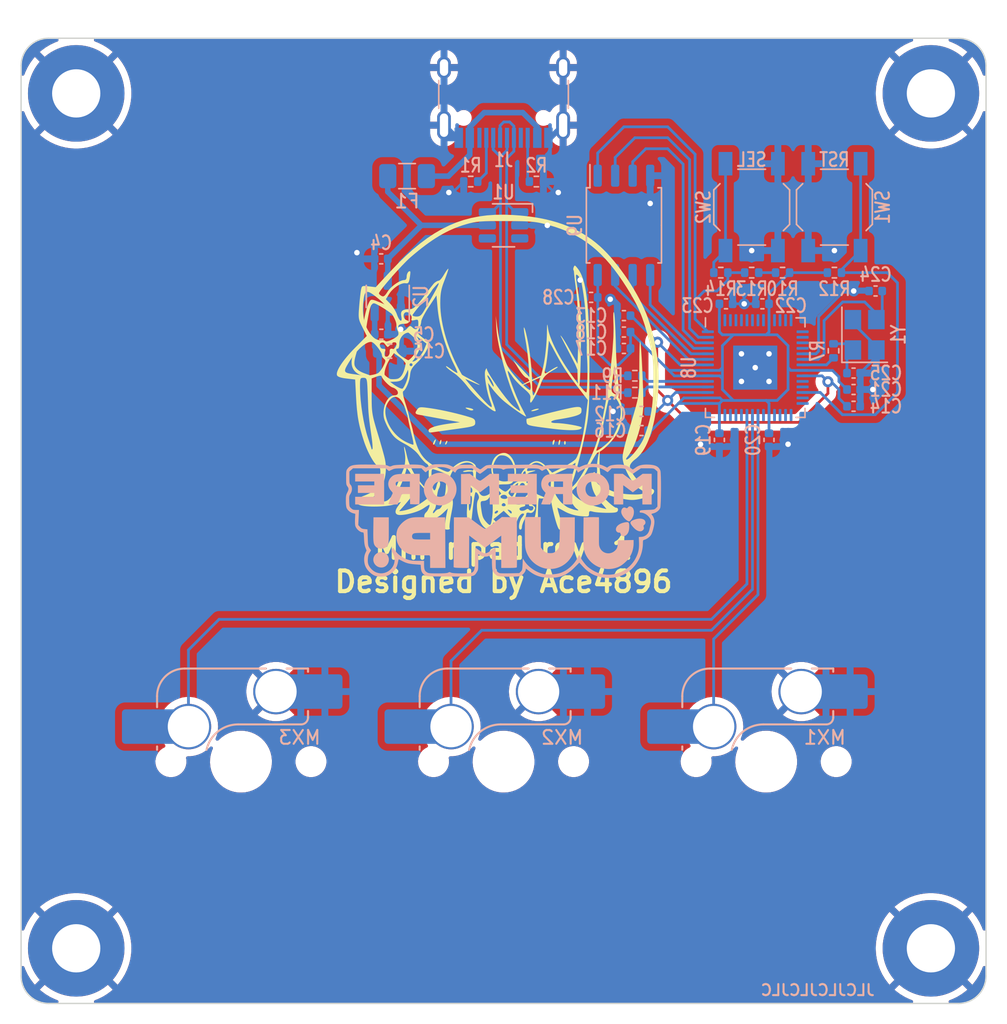
<source format=kicad_pcb>
(kicad_pcb (version 20221018) (generator pcbnew)
  (title_block (title "Minoripad") (rev "1"))
  (layers (0 "F.Cu" signal) (31 "B.Cu" signal) (34 "B.Paste" user) (35 "F.Paste" user) (36 "B.SilkS" user "B.Silkscreen") (37 "F.SilkS" user "F.Silkscreen") (38 "B.Mask" user) (39 "F.Mask" user) (44 "Edge.Cuts" user))
  (net 0 "")
  (net 1 "+3V3")
  (net 2 "GND")
  (net 3 "+5V")
  (net 4 "+1V1")
  (net 5 "XIN")
  (net 6 "Net-(C25-Pad2)")
  (net 7 "VBUS")
  (net 8 "Net-(J1-CC1)")
  (net 9 "D+")
  (net 10 "D-")
  (net 12 "Net-(J1-CC2)")
  (net 14 "Net-(U8-USB_DP)")
  (net 15 "Net-(R10-Pad2)")
  (net 16 "XOUT")
  (net 17 "Net-(U8-USB_DM)")
  (net 18 "Net-(R14-Pad1)")
  (net 19 "RESET")
  (net 20 "Q_SEL")
  (net 47 "Q_IO3")
  (net 48 "Q_CLK")
  (net 49 "Q_IO0")
  (net 50 "Q_IO2")
  (net 51 "Q_IO1")
  (net 57 "K1")
  (net 58 "K2")
  (net 59 "K3")
  (footprint "MountingHole:MountingHole_3.5mm_Pad" (layer "F.Cu") (at 19.8 19.8)
    (fp_text reference "H1" hide)
    (fp_text value "Mounting Hole")
  )
  (footprint "MountingHole:MountingHole_3.5mm_Pad" (layer "F.Cu") (at 81.8 19.8)
    (fp_text reference "H2" hide)
    (fp_text value "Mounting Hole")
  )
  (footprint "MountingHole:MountingHole_3.5mm_Pad" (layer "F.Cu") (at 19.8 81.8)
    (fp_text reference "H3" hide)
    (fp_text value "Mounting Hole")
  )
  (footprint "MountingHole:MountingHole_3.5mm_Pad" (layer "F.Cu") (at 81.8 81.8)
    (fp_text reference "H4" hide)
    (fp_text value "Mounting Hole")
  )
  (footprint "Package_SO:SOIC-8_5.23x5.23mm_P1.27mm" (layer "B.Cu") (at 59.53125 29.36875 -90)
    (fp_text reference "U9")
    (fp_text value "W25Q16JVSSIQ")
  )
  (footprint "Fuse:Fuse_1206_3216Metric" (layer "B.Cu") (at 43.8 25.8)
    (fp_text reference "F1")
    (fp_text value "500mA")
  )
  (footprint "Resistor_SMD:R_0402_1005Metric" (layer "B.Cu") (at 66.559358 32.8)
    (fp_text reference "R14")
    (fp_text value "1k")
  )
  (footprint "Capacitor_SMD:C_0402_1005Metric" (layer "B.Cu") (at 60.805 42.8625 180)
    (fp_text reference "C12")
    (fp_text value "1uF")
  )
  (footprint "Capacitor_SMD:C_0402_1005Metric" (layer "B.Cu") (at 70.05625 44.93 -90)
    (fp_text reference "C20")
    (fp_text value "100nF")
  )
  (footprint "Capacitor_SMD:C_0402_1005Metric" (layer "B.Cu") (at 60.805 44.251557 180)
    (fp_text reference "C16")
    (fp_text value "1uF")
  )
  (footprint "Capacitor_SMD:C_0603_1608Metric" (layer "B.Cu") (at 42.54375 38.49375)
    (fp_text reference "C15")
    (fp_text value "10uF")
  )
  (footprint "Capacitor_SMD:C_0402_1005Metric" (layer "B.Cu") (at 76.190543 40.084366 180)
    (fp_text reference "C25")
    (fp_text value "22pF")
  )
  (footprint "Capacitor_SMD:C_0402_1005Metric" (layer "B.Cu") (at 69.57625 35.061382 180)
    (fp_text reference "C22")
    (fp_text value "100nF")
  )
  (footprint "Resistor_SMD:R_0402_1005Metric" (layer "B.Cu") (at 74.8 32.8)
    (fp_text reference "R12")
    (fp_text value "5k1")
  )
  (footprint "Resistor_SMD:R_0402_1005Metric" (layer "B.Cu") (at 48.41875 26.19375 180)
    (fp_text reference "R1")
    (fp_text value "5k1")
  )
  (footprint "Crystal:Crystal_SMD_3225-4Pin_3.2x2.5mm" (layer "B.Cu") (at 76.99375 37.30625 90)
    (fp_text reference "Y1")
    (fp_text value "12MHz")
  )
  (footprint "PCM_marbastlib-mx:SW_MX_HS_1u" (layer "B.Cu") (at 31.75 68.2625 180)
    (fp_text reference "MX3")
    (fp_text value "MX_SW_HS")
  )
  (footprint "Capacitor_SMD:C_0402_1005Metric" (layer "B.Cu") (at 59.53125 38.298427 180)
    (fp_text reference "C17")
    (fp_text value "100nF")
  )
  (footprint "Package_TO_SOT_SMD:SOT-23-3" (layer "B.Cu") (at 42.4 34.525 90)
    (fp_text reference "U2")
    (fp_text value "XC6206P332MR")
  )
  (footprint "PCM_marbastlib-various:SOT-23-6-routable" (layer "B.Cu") (at 50.8 29.36875 180)
    (fp_text reference "U1")
    (fp_text value "SRV05-4")
  )
  (footprint "Capacitor_SMD:C_0402_1005Metric" (layer "B.Cu") (at 57.152335 34.59375 180)
    (fp_text reference "C28")
    (fp_text value "1uF")
  )
  (footprint "Capacitor_SMD:C_0402_1005Metric" (layer "B.Cu") (at 59.53125 37.107801 180)
    (fp_text reference "C18")
    (fp_text value "100nF")
  )
  (footprint "Capacitor_SMD:C_0402_1005Metric" (layer "B.Cu") (at 59.53125 35.917175 180)
    (fp_text reference "C13")
    (fp_text value "100nF")
  )
  (footprint "Capacitor_SMD:C_0402_1005Metric" (layer "B.Cu") (at 66.45625 44.93 -90)
    (fp_text reference "C19")
    (fp_text value "100nF")
  )
  (footprint "Button_Switch_SMD:SW_SPST_TL3342" (layer "B.Cu") (at 68.8 28.05 90)
    (fp_text reference "SW2")
    (fp_text value "SW_Push")
  )
  (footprint "Resistor_SMD:R_0402_1005Metric" (layer "B.Cu") (at 60.325 40.277929)
    (fp_text reference "R9")
    (fp_text value "27")
  )
  (footprint "Capacitor_SMD:C_0402_1005Metric" (layer "B.Cu") (at 41.922768 31.8 180)
    (fp_text reference "C4")
    (fp_text value "1uF")
  )
  (footprint "Resistor_SMD:R_0402_1005Metric" (layer "B.Cu") (at 68.8 32.8 180)
    (fp_text reference "R13")
    (fp_text value "5k1")
  )
  (footprint "Resistor_SMD:R_0402_1005Metric" (layer "B.Cu") (at 71.040642 32.8 180)
    (fp_text reference "R10")
    (fp_text value "5k1")
  )
  (footprint "Button_Switch_SMD:SW_SPST_TL3342" (layer "B.Cu") (at 74.8 28.05 -90)
    (fp_text reference "SW1")
    (fp_text value "SW_Push")
  )
  (footprint "PCM_marbastlib-mx:SW_MX_HS_1u" (layer "B.Cu") (at 50.8 68.2625 180)
    (fp_text reference "MX2")
    (fp_text value "MX_SW_HS")
  )
  (footprint "Capacitor_SMD:C_0402_1005Metric" (layer "B.Cu") (at 66.93625 35.061382)
    (fp_text reference "C23")
    (fp_text value "100nF")
  )
  (footprint "Capacitor_SMD:C_0402_1005Metric" (layer "B.Cu") (at 77.7875 34.13125)
    (fp_text reference "C24")
    (fp_text value "22pF")
  )
  (footprint "PCM_marbastlib-mx:SW_MX_HS_1u" (layer "B.Cu") (at 69.85 68.2625 180)
    (fp_text reference "MX1")
    (fp_text value "MX_SW_HS")
  )
  (footprint "Resistor_SMD:R_0402_1005Metric" (layer "B.Cu") (at 53.18125 26.19375)
    (fp_text reference "R2")
    (fp_text value "5k1")
  )
  (footprint "PCM_marbastlib-various:USB_C_Receptacle_HRO_TYPE-C-31-M-12" (layer "B.Cu") (at 50.8 18.975)
    (fp_text reference "J1")
    (fp_text value "USB_C_Receptacle_USB2.0")
  )
  (footprint "Resistor_SMD:R_0402_1005Metric" (layer "B.Cu") (at 74.737261 38.46792 -90)
    (fp_text reference "R7")
    (fp_text value "1k")
  )
  (footprint "Capacitor_SMD:C_0402_1005Metric" (layer "B.Cu") (at 76.190543 41.274992)
    (fp_text reference "C21")
    (fp_text value "100nF")
  )
  (footprint "Capacitor_SMD:C_0402_1005Metric" (layer "B.Cu") (at 76.190543 42.490618)
    (fp_text reference "C14")
    (fp_text value "100nF")
  )
  (footprint "Package_DFN_QFN:QFN-56-1EP_7x7mm_P0.4mm_EP3.2x3.2mm" (layer "B.Cu") (at 69.05625 39.6875 -90)
    (fp_text reference "U8")
    (fp_text value "RP2040")
  )
  (footprint "Resistor_SMD:R_0402_1005Metric" (layer "B.Cu") (at 60.325 41.503222)
    (fp_text reference "R11")
    (fp_text value "27")
  )
  (footprint "Capacitor_SMD:C_0402_1005Metric" (layer "B.Cu") (at 41.932008 37.267151)
    (fp_text reference "C5")
    (fp_text value "1uF")
  )
  (gr_poly (pts (xy 59.734579 50.891895) (xy 59.715594 50.893066) (xy 59.673914 50.897638) (xy 59.627047 50.904987) (xy 59.574702 50.914877) (xy 59.502029 50.931361) (xy 59.432974 50.950826) (xy 59.367725 50.973127) (xy 59.306469 50.99812) (xy 59.249393 51.025659) (xy 59.196685 51.0556) (xy 59.148531 51.087799) (xy 59.10512 51.12211) (xy 59.066639 51.15839) (xy 59.033275 51.196492) (xy 59.01857 51.216182) (xy 59.005215 51.236274) (xy 58.993233 51.256749) (xy 58.982647 51.277589) (xy 58.973481 51.298777) (xy 58.965758 51.320294) (xy 58.959501 51.342122) (xy 58.954735 51.364243) (xy 58.951482 51.386639) (xy 58.949766 51.409292) (xy 58.949611 51.432183) (xy 58.951039 51.455296) (xy 58.952289 51.465316) (xy 58.954093 51.475218) (xy 58.956427 51.48499) (xy 58.959269 51.494617) (xy 58.962596 51.504086) (xy 58.966385 51.513385) (xy 58.970615 51.5225) (xy 58.975261 51.531417) (xy 58.980302 51.540124) (xy 58.985716 51.548607) (xy 58.991478 51.556853) (xy 58.997567 51.564848) (xy 59.010635 51.580034) (xy 59.024738 51.594058) (xy 59.039696 51.606815) (xy 59.055326 51.618198) (xy 59.071449 51.628101) (xy 59.087883 51.636417) (xy 59.09616 51.639947) (xy 59.104447 51.64304) (xy 59.112721 51.645684) (xy 59.12096 51.647865) (xy 59.129141 51.649569) (xy 59.137241 51.650784) (xy 59.145238 51.651496) (xy 59.153109 51.651691) (xy 59.175572 51.651726) (xy 59.194819 51.652292) (xy 59.211135 51.653463) (xy 59.218285 51.654299) (xy 59.224809 51.655314) (xy 59.230744 51.656516) (xy 59.236125 51.657916) (xy 59.240988 51.659523) (xy 59.24537 51.661345) (xy 59.249305 51.663392) (xy 59.25283 51.665673) (xy 59.255979 51.668197) (xy 59.25879 51.670974) (xy 59.261298 51.674012) (xy 59.263539 51.677322) (xy 59.265547 51.680911) (xy 59.26736 51.68479) (xy 59.270542 51.693452) (xy 59.273369 51.703381) (xy 59.279105 51.727335) (xy 59.282587 51.741507) (xy 59.286859 51.757241) (xy 59.290801 51.769586) (xy 59.295699 51.782299) (xy 59.301624 51.795239) (xy 59.308648 51.808264) (xy 59.316843 51.821234) (xy 59.326278 51.834006) (xy 59.331484 51.840274) (xy 59.337027 51.84644) (xy 59.342916 51.852486) (xy 59.34916 51.858394) (xy 59.355768 51.864147) (xy 59.362749 51.869727) (xy 59.370112 51.875117) (xy 59.377866 51.880298) (xy 59.386019 51.885253) (xy 59.394581 51.889965) (xy 59.40356 51.894415) (xy 59.412966 51.898586) (xy 59.422807 51.902461) (xy 59.433092 51.906021) (xy 59.443831 51.90925) (xy 59.455032 51.912128) (xy 59.466704 51.91464) (xy 59.478856 51.916766) (xy 59.491497 51.91849) (xy 59.504636 51.919793) (xy 59.509673 51.919996) (xy 59.515068 51.919826) (xy 59.526839 51.918412) (xy 59.53977 51.915648) (xy 59.553682 51.911631) (xy 59.568396 51.906456) (xy 59.583733 51.90022) (xy 59.599513 51.89302) (xy 59.615559 51.884951) (xy 59.63169 51.876111) (xy 59.647729 51.866595) (xy 59.663495 51.856499) (xy 59.67881 51.845921) (xy 59.693496 51.834956) (xy 59.707372 51.823701) (xy 59.72026 51.812252) (xy 59.731982 51.800705) (xy 59.755732 51.774495) (xy 59.777696 51.747259) (xy 59.797907 51.718882) (xy 59.816401 51.689249) (xy 59.833214 51.658243) (xy 59.84838 51.625751) (xy 59.861934 51.591655) (xy 59.873912 51.555842) (xy 59.88435 51.518196) (xy 59.893281 51.478602) (xy 59.900742 51.436943) (xy 59.906768 51.393106) (xy 59.911393 51.346974) (xy 59.914653 51.298432) (xy 59.916583 51.247366) (xy 59.917219 51.193659) (xy 59.916606 51.140665) (xy 59.914572 51.093515) (xy 59.910829 51.051972) (xy 59.908226 51.03323) (xy 59.905086 51.015801) (xy 59.901374 50.999656) (xy 59.897053 50.984766) (xy 59.892088 50.971101) (xy 59.886442 50.958631) (xy 59.880078 50.947327) (xy 59.872961 50.937159) (xy 59.865054 50.928099) (xy 59.856321 50.920116) (xy 59.846726 50.913182) (xy 59.836232 50.907265) (xy 59.824804 50.902338) (xy 59.812405 50.898371) (xy 59.798999 50.895333) (xy 59.78455 50.893197) (xy 59.769021 50.891931) (xy 59.752376 50.891507)) (fill solid) (layer "B.SilkS"))
  (gr_poly (pts (xy 51.106594 47.944084) (xy 52.535345 47.944084) (xy 52.535345 48.221896) (xy 51.305032 48.221896) (xy 51.305032 48.777521) (xy 52.535345 48.777521) (xy 52.535345 49.055334) (xy 51.106594 49.055334) (xy 51.106594 49.610959) (xy 53.210032 49.610959) (xy 53.210032 47.388459) (xy 51.106594 47.388459)) (fill solid) (layer "B.SilkS"))
  (gr_poly (pts (xy 52.345518 51.515959) (xy 52.345779 51.932384) (xy 52.350987 52.293087) (xy 52.3556 52.44512) (xy 52.361635 52.574318) (xy 52.369154 52.677709) (xy 52.378218 52.752328) (xy 52.397239 52.850084) (xy 52.421301 52.945642) (xy 52.450233 53.038889) (xy 52.483861 53.129712) (xy 52.522015 53.217999) (xy 52.564522 53.303637) (xy 52.611211 53.386513) (xy 52.661909 53.466514) (xy 52.716446 53.543529) (xy 52.774648 53.617443) (xy 52.836344 53.688146) (xy 52.901362 53.755523) (xy 52.96953 53.819462) (xy 53.040677 53.879851) (xy 53.114629 53.936577) (xy 53.191217 53.989526) (xy 53.270267 54.038588) (xy 53.351607 54.083648) (xy 53.435067 54.124595) (xy 53.520473 54.161315) (xy 53.607654 54.193696) (xy 53.696438 54.221625) (xy 53.786654 54.244989) (xy 53.878128 54.263677) (xy 53.97069 54.277574) (xy 54.064168 54.286569) (xy 54.158389 54.290549) (xy 54.253182 54.289401) (xy 54.348374 54.283013) (xy 54.443794 54.271271) (xy 54.539271 54.254063) (xy 54.634631 54.231277) (xy 54.634629 54.231277) (xy 54.730595 54.202711) (xy 54.823981 54.16935) (xy 54.914707 54.131261) (xy 55.002698 54.088507) (xy 55.087875 54.041156) (xy 55.170161 53.989271) (xy 55.249477 53.93292) (xy 55.325746 53.872166) (xy 55.39889 53.807077) (xy 55.468831 53.737717) (xy 55.535492 53.664151) (xy 55.598795 53.586446) (xy 55.658662 53.504666) (xy 55.715016 53.418878) (xy 55.767778 53.329147) (xy 55.81687 53.235537) (xy 55.828796 53.20949) (xy 55.841869 53.179651) (xy 55.858054 53.141017) (xy 55.876128 53.095403) (xy 55.885492 53.070544) (xy 55.89487 53.044619) (xy 55.904109 53.017856) (xy 55.913056 52.990481) (xy 55.92156 52.962719) (xy 55.929467 52.934798) (xy 55.935778 52.899633) (xy 55.941371 52.845487) (xy 55.950576 52.691983) (xy 55.957424 52.497742) (xy 55.962258 52.286219) (xy 55.968313 51.736432) (xy 55.968313 50.543615) (xy 54.896751 50.543615) (xy 54.876527 51.595334) (xy 54.864938 52.044639) (xy 54.849679 52.394778) (xy 54.840901 52.528654) (xy 54.831479 52.63293) (xy 54.821505 52.706003) (xy 54.816339 52.730338) (xy 54.811069 52.746271) (xy 54.800107 52.767862) (xy 54.786451 52.790662) (xy 54.770352 52.814425) (xy 54.752059 52.838904) (xy 54.731825 52.863851) (xy 54.709901 52.88902) (xy 54.686536 52.914164) (xy 54.661983 52.939037) (xy 54.636492 52.963391) (xy 54.610314 52.986979) (xy 54.5837 53.009555) (xy 54.556901 53.030872) (xy 54.530168 53.050682) (xy 54.503752 53.06874) (xy 54.477904 53.084798) (xy 54.452876 53.098609) (xy 54.428357 53.109346) (xy 54.399977 53.11852) (xy 54.368222 53.12614) (xy 54.333575 53.132214) (xy 54.296522 53.136752) (xy 54.257548 53.139762) (xy 54.217138 53.141254) (xy 54.175776 53.141237) (xy 54.133948 53.139718) (xy 54.092139 53.136708) (xy 54.050833 53.132216) (xy 54.010516 53.12625) (xy 53.971673 53.118818) (xy 53.934788 53.109932) (xy 53.900346 53.099598) (xy 53.868833 53.087826) (xy 53.854753 53.081413) (xy 53.839903 53.073654) (xy 53.82441 53.064655) (xy 53.8084 53.054521) (xy 53.792001 53.043356) (xy 53.775339 53.031266) (xy 53.758539 53.018357) (xy 53.741729 53.004733) (xy 53.725036 52.9905) (xy 53.708585 52.975763) (xy 53.692503 52.960626) (xy 53.676917 52.945196) (xy 53.661953 52.929577) (xy 53.647739 52.913875) (xy 53.634399 52.898195) (xy 53.622061 52.882642) (xy 53.507689 52.732778) (xy 53.495974 51.648425) (xy 53.492671 51.225172) (xy 53.492553 50.929863) (xy 53.495327 50.525411) (xy 53.333254 50.523629) (xy 53.19938 50.522985) (xy 52.836281 50.522279) (xy 52.350188 50.520652)) (fill solid) (layer "B.SilkS"))
  (gr_poly (pts (xy 41.351392 51.41674) (xy 41.348285 51.739512) (xy 41.349795 51.995117) (xy 41.352752 52.100896) (xy 41.357427 52.193678) (xy 41.36401 52.274729) (xy 41.372688 52.345315) (xy 41.38365 52.4067) (xy 41.397084 52.460149) (xy 41.413179 52.506929) (xy 41.432122 52.548303) (xy 41.454101 52.585537) (xy 41.479306 52.619896) (xy 41.507924 52.652646) (xy 41.540144 52.685051) (xy 41.555565 52.699038) (xy 41.571849 52.712305) (xy 41.588943 52.724847) (xy 41.606796 52.736659) (xy 41.625356 52.747736) (xy 41.644571 52.758074) (xy 41.684759 52.776507) (xy 41.726946 52.791919) (xy 41.770718 52.804269) (xy 41.815662 52.813515) (xy 41.861362 52.819618) (xy 41.907405 52.822536) (xy 41.953377 52.822229) (xy 41.998863 52.818656) (xy 42.04345 52.811776) (xy 42.086723 52.801549) (xy 42.107737 52.795167) (xy 42.128268 52.787934) (xy 42.148263 52.779843) (xy 42.16767 52.770889) (xy 42.186439 52.761069) (xy 42.204517 52.750376) (xy 42.204517 52.750375) (xy 42.251031 52.720612) (xy 42.272138 52.706401) (xy 42.291874 52.692352) (xy 42.310285 52.678252) (xy 42.327416 52.663888) (xy 42.343313 52.649045) (xy 42.358024 52.633511) (xy 42.371592 52.617071) (xy 42.384066 52.599512) (xy 42.39549 52.580622) (xy 42.405911 52.560185) (xy 42.415375 52.537988) (xy 42.423928 52.513819) (xy 42.431615 52.487463) (xy 42.438484 52.458707) (xy 42.44458 52.427338) (xy 42.449948 52.393142) (xy 42.454636 52.355904) (xy 42.458689 52.315413) (xy 42.462153 52.271454) (xy 42.465074 52.223814) (xy 42.467499 52.172279) (xy 42.469472 52.116635) (xy 42.472252 51.99217) (xy 42.473782 51.848708) (xy 42.474429 51.684542) (xy 42.474563 51.497965) (xy 42.474563 50.543615) (xy 41.363314 50.543615)) (fill solid) (layer "B.SilkS"))
  (gr_poly (pts (xy 57.199217 46.66247) (xy 57.094046 46.66944) (xy 56.989735 46.681411) (xy 56.886928 46.698386) (xy 56.786269 46.720369) (xy 56.688402 46.747364) (xy 56.59397 46.779372) (xy 56.503618 46.816398) (xy 56.278458 46.917444) (xy 56.103542 46.82553) (xy 56.073106 46.809845) (xy 56.044243 46.796054) (xy 56.029928 46.789831) (xy 56.015438 46.784037) (xy 56.000583 46.778656) (xy 55.985174 46.773674) (xy 55.96902 46.769075) (xy 55.951934 46.764844) (xy 55.933724 46.760967) (xy 55.914202 46.757428) (xy 55.893179 46.754212) (xy 55.870463 46.751304) (xy 55.845867 46.74869) (xy 55.8192 46.746353) (xy 55.758896 46.742455) (xy 55.688036 46.739488) (xy 55.605104 46.737333) (xy 55.508582 46.73587) (xy 55.396955 46.734978) (xy 55.268707 46.734537) (xy 54.956282 46.734527) (xy 54.46364 46.737624) (xy 54.284012 46.741574) (xy 54.141004 46.747566) (xy 54.02873 46.75593) (xy 53.941309 46.766999) (xy 53.872857 46.781103) (xy 53.817492 46.798572) (xy 53.789736 46.808945) (xy 53.764574 46.817897) (xy 53.741541 46.825411) (xy 53.72017 46.831473) (xy 53.699996 46.836065) (xy 53.680553 46.839172) (xy 53.670961 46.840164) (xy 53.661377 46.840778) (xy 53.651743 46.841013) (xy 53.642 46.840866) (xy 53.632092 46.840337) (xy 53.621958 46.839421) (xy 53.600785 46.836427) (xy 53.578015 46.831867) (xy 53.553183 46.825726) (xy 53.525823 46.817988) (xy 53.495469 46.808636) (xy 53.423918 46.785027) (xy 53.385483 46.772476) (xy 53.348097 46.761437) (xy 53.310201 46.751849) (xy 53.270239 46.74365) (xy 53.226651 46.736778) (xy 53.177881 46.731172) (xy 53.12237 46.726771) (xy 53.05856 46.723512) (xy 52.984894 46.721335) (xy 52.899814 46.720177) (xy 52.801762 46.719977) (xy 52.68918 46.720673) (xy 52.414195 46.724508) (xy 52.062396 46.731188) (xy 51.185452 46.74432) (xy 50.859708 46.745982) (xy 50.670032 46.743821) (xy 50.45132 46.736832) (xy 50.249272 46.733705) (xy 50.066248 46.734344) (xy 49.90461 46.738651) (xy 49.766715 46.746533) (xy 49.654925 46.757891) (xy 49.609556 46.764844) (xy 49.571598 46.772631) (xy 49.541346 46.781239) (xy 49.519095 46.790656) (xy 49.496024 46.803898) (xy 49.46843 46.821011) (xy 49.437353 46.84128) (xy 49.403828 46.863991) (xy 49.368896 46.888428) (xy 49.333593 46.913877) (xy 49.298958 46.939622) (xy 49.266029 46.964949) (xy 49.2409 46.984508) (xy 49.21835 47.00166) (xy 49.198108 47.016475) (xy 49.179903 47.029026) (xy 49.163464 47.039382) (xy 49.148521 47.047615) (xy 49.141525 47.050956) (xy 49.134802 47.053794) (xy 49.128317 47.056135) (xy 49.122037 47.05799) (xy 49.115928 47.059366) (xy 49.109955 47.060274) (xy 49.104086 47.060721) (xy 49.098286 47.060717) (xy 49.092521 47.06027) (xy 49.086758 47.059389) (xy 49.080962 47.058083) (xy 49.0751 47.056361) (xy 49.069138 47.054231) (xy 49.063043 47.051703) (xy 49.050314 47.045487) (xy 49.036643 47.037782) (xy 49.02176 47.02866) (xy 48.857666 46.925025) (xy 48.791487 46.88379) (xy 48.73357 46.848907) (xy 48.682178 46.819848) (xy 48.635574 46.796085) (xy 48.59202 46.77709) (xy 48.549779 46.762336) (xy 48.507114 46.751294) (xy 48.462288 46.743437) (xy 48.413563 46.738236) (xy 48.359203 46.735165) (xy 48.297469 46.733695) (xy 48.226625 46.733299) (xy 48.050657 46.733615) (xy 47.898783 46.734155) (xy 47.77797 46.736318) (xy 47.682544 46.740922) (xy 47.64258 46.744395) (xy 47.606837 46.748784) (xy 47.574605 46.754193) (xy 47.545175 46.760723) (xy 47.51784 46.768476) (xy 47.491889 46.777555) (xy 47.466615 46.788062) (xy 47.441308 46.800099) (xy 47.387759 46.82917) (xy 47.220955 46.924725) (xy 46.971041 46.809327) (xy 46.928994 46.790122) (xy 46.890491 46.773167) (xy 46.854606 46.758323) (xy 46.820414 46.745449) (xy 46.786989 46.734407) (xy 46.753405 46.725057) (xy 46.718737 46.717259) (xy 46.682059 46.710875) (xy 46.642445 46.705764) (xy 46.598969 46.701787) (xy 46.550707 46.698804) (xy 46.496732 46.696677) (xy 46.436118 46.695265) (xy 46.36794 46.694429) (xy 46.205188 46.693928) (xy 46.040511 46.694387) (xy 45.91096 46.696588) (xy 45.856902 46.698726) (xy 45.808678 46.701763) (xy 45.765307 46.705852) (xy 45.725806 46.711147) (xy 45.689194 46.717803) (xy 45.654488 46.725974) (xy 45.620707 46.735814) (xy 45.586867 46.747478) (xy 45.551987 46.761118) (xy 45.515084 46.776891) (xy 45.431283 46.815448) (xy 45.173314 46.936969) (xy 45.042327 46.84782) (xy 45.007343 46.825883) (xy 44.969658 46.806196) (xy 44.949531 46.797171) (xy 44.928404 46.788679) (xy 44.882713 46.773253) (xy 44.831716 46.759838) (xy 44.774545 46.748355) (xy 44.710331 46.738724) (xy 44.638207 46.730864) (xy 44.557302 46.724698) (xy 44.46675 46.720145) (xy 44.365682 46.717125) (xy 44.253228 46.715559) (xy 44.128522 46.715367) (xy 43.990694 46.71647) (xy 43.6722 46.722243) (xy 43.454427 46.727901) (xy 43.273024 46.734248) (xy 43.123829 46.741656) (xy 43.002679 46.750495) (xy 42.905411 46.761137) (xy 42.827862 46.773954) (xy 42.765871 46.789316) (xy 42.715274 46.807595) (xy 42.689135 46.818697) (xy 42.665686 46.828312) (xy 42.644566 46.836438) (xy 42.625413 46.84307) (xy 42.607867 46.848207) (xy 42.591567 46.851845) (xy 42.583771 46.853101) (xy 42.576151 46.853981) (xy 42.568662 46.854485) (xy 42.561259 46.854612) (xy 42.553896 46.854362) (xy 42.546528 46.853735) (xy 42.539111 46.85273) (xy 42.531599 46.851348) (xy 42.516109 46.847446) (xy 42.499698 46.842028) (xy 42.482004 46.83509) (xy 42.462667 46.826629) (xy 42.441325 46.816642) (xy 42.417617 46.805126) (xy 42.394336 46.794581) (xy 42.369005 46.785057) (xy 42.340713 46.776484) (xy 42.308548 46.768795) (xy 42.2716 46.761921) (xy 42.228957 46.755795) (xy 42.179707 46.750348) (xy 42.122939 46.745512) (xy 42.057743 46.741219) (xy 41.983207 46.737399) (xy 41.898419 46.733987) (xy 41.802468 46.730912) (xy 41.573432 46.725503) (xy 41.288809 46.720628) (xy 40.812297 46.715441) (xy 40.437232 46.71788) (xy 40.28297 46.722804) (xy 40.148342 46.730649) (xy 40.031439 46.741753) (xy 39.930353 46.756453) (xy 39.843174 46.775088) (xy 39.767993 46.797996) (xy 39.702901 46.825515) (xy 39.645989 46.857983) (xy 39.595349 46.895738) (xy 39.54907 46.939117) (xy 39.505243 46.98846) (xy 39.461961 47.044104) (xy 39.448815 47.062571) (xy 39.437115 47.080876) (xy 39.431782 47.09016) (xy 39.426778 47.099635) (xy 39.422096 47.109378) (xy 39.417722 47.119466) (xy 39.413649 47.129977) (xy 39.409865 47.140987) (xy 39.406359 47.152575) (xy 39.403123 47.164816) (xy 39.400144 47.177788) (xy 39.397414 47.191569) (xy 39.394922 47.206235) (xy 39.392657 47.221864) (xy 39.388768 47.256319) (xy 39.385665 47.295552) (xy 39.383265 47.34018) (xy 39.381487 47.39082) (xy 39.380247 47.44809) (xy 39.379464 47.512608) (xy 39.378936 47.665857) (xy 39.379422 47.822305) (xy 39.3814 47.945565) (xy 39.385649 48.041141) (xy 39.388868 48.080267) (xy 39.392948 48.114535) (xy 39.397985 48.144633) (xy 39.404077 48.171249) (xy 39.41132 48.195071) (xy 39.419814 48.216786) (xy 39.429654 48.237083) (xy 39.440939 48.256649) (xy 39.468232 48.29634) (xy 39.488139 48.324108) (xy 39.505348 48.350179) (xy 39.512938 48.362699) (xy 39.51985 48.37494) (xy 39.526083 48.386952) (xy 39.531636 48.398781) (xy 39.536508 48.410478) (xy 39.540698 48.42209) (xy 39.544205 48.433667) (xy 39.547028 48.445256) (xy 39.549165 48.456906) (xy 39.550616 48.468666) (xy 39.55138 48.480584) (xy 39.551455 48.49271) (xy 39.55084 48.505091) (xy 39.549535 48.517775) (xy 39.547538 48.530813) (xy 39.544848 48.544251) (xy 39.541465 48.55814) (xy 39.537386 48.572526) (xy 39.532612 48.58746) (xy 39.52714 48.602989) (xy 39.514102 48.636027) (xy 39.498262 48.67203) (xy 39.479613 48.711385) (xy 39.458146 48.754482) (xy 39.442908 48.785193) (xy 39.429279 48.814307) (xy 39.417175 48.842337) (xy 39.406507 48.869794) (xy 39.39719 48.897192) (xy 39.389137 48.925042) (xy 39.382261 48.953857) (xy 39.376476 48.98415) (xy 39.371696 49.016432) (xy 39.367834 49.051215) (xy 39.364803 49.089013) (xy 39.362517 49.130338) (xy 39.36089 49.175701) (xy 39.359835 49.225616) (xy 39.359095 49.341147) (xy 39.360055 49.429402) (xy 39.36287 49.512933) (xy 39.367442 49.590798) (xy 39.373673 49.662053) (xy 39.381465 49.725757) (xy 39.390721 49.780966) (xy 39.401342 49.826739) (xy 39.407133 49.845793) (xy 39.41323 49.862134) (xy 39.420251 49.878043) (xy 39.427983 49.893884) (xy 39.44549 49.925288) (xy 39.465576 49.956201) (xy 39.488066 49.986479) (xy 39.512783 50.015977) (xy 39.539552 50.044551) (xy 39.568199 50.072057) (xy 39.598548 50.09835) (xy 39.630423 50.123287) (xy 39.663649 50.146722) (xy 39.69805 50.168511) (xy 39.733452 50.188509) (xy 39.769679 50.206574) (xy 39.806556 50.222559) (xy 39.843907 50.236321) (xy 39.881556 50.247716) (xy 40.043222 50.291248) (xy 40.025223 50.655556) (xy 40.022358 50.731573) (xy 40.021139 50.807971) (xy 40.021487 50.882686) (xy 40.023325 50.953653) (xy 40.026578 51.018809) (xy 40.031166 51.07609) (xy 40.037014 51.123432) (xy 40.040386 51.142731) (xy 40.044044 51.158771) (xy 40.050313 51.180059) (xy 40.057829 51.201433) (xy 40.066534 51.222845) (xy 40.076373 51.244244) (xy 40.099226 51.286803) (xy 40.125934 51.328709) (xy 40.156044 51.369562) (xy 40.189105 51.408963) (xy 40.224663 51.446511) (xy 40.262267 51.481806) (xy 40.301465 51.514447) (xy 40.341802 51.544035) (xy 40.382828 51.570169) (xy 40.424089 51.592449) (xy 40.444666 51.602018) (xy 40.465133 51.610474) (xy 40.485433 51.617766) (xy 40.505508 51.623845) (xy 40.525303 51.628659) (xy 40.544762 51.63216) (xy 40.563826 51.634298) (xy 40.582441 51.635021) (xy 40.588797 51.635146) (xy 40.594806 51.635558) (xy 40.600482 51.63632) (xy 40.605837 51.637491) (xy 40.610883 51.639131) (xy 40.613295 51.640146) (xy 40.615635 51.641302) (xy 40.617904 51.642605) (xy 40.620104 51.644063) (xy 40.622237 51.645683) (xy 40.624304 51.647474) (xy 40.626307 51.649443) (xy 40.628247 51.651597) (xy 40.630127 51.653944) (xy 40.631947 51.656491) (xy 40.633709 51.659246) (xy 40.635416 51.662217) (xy 40.638667 51.668835) (xy 40.641714 51.676405) (xy 40.644568 51.684989) (xy 40.647243 51.694645) (xy 40.649752 51.705436) (xy 40.652108 51.71742) (xy 40.654324 51.730658) (xy 40.656411 51.745212) (xy 40.658385 51.76114) (xy 40.660256 51.778504) (xy 40.662039 51.797363) (xy 40.663745 51.817779) (xy 40.665389 51.839811) (xy 40.668539 51.888966) (xy 40.671591 51.945312) (xy 40.674649 52.009331) (xy 40.677816 52.081506) (xy 40.683667 52.195736) (xy 40.691084 52.298351) (xy 40.700253 52.390569) (xy 40.711363 52.473606) (xy 40.724599 52.548678) (xy 40.74015 52.617002) (xy 40.758203 52.679795) (xy 40.778945 52.738272) (xy 40.861054 52.948554) (xy 40.776798 53.135147) (xy 40.754028 53.190756) (xy 40.734534 53.249204) (xy 40.718305 53.310095) (xy 40.705332 53.373032) (xy 40.695606 53.437619) (xy 40.689118 53.503459) (xy 40.685859 53.570156) (xy 40.685819 53.637315) (xy 40.688989 53.704537) (xy 40.69536 53.771428) (xy 40.704922 53.83759) (xy 40.717667 53.902628) (xy 40.733585 53.966145) (xy 40.752667 54.027744) (xy 40.774904 54.087029) (xy 40.800286 54.143604) (xy 40.827483 54.195329) (xy 40.85826 54.246878) (xy 40.892303 54.297959) (xy 40.929301 54.34828) (xy 40.968939 54.397548) (xy 41.010905 54.445472) (xy 41.054885 54.49176) (xy 41.100566 54.53612) (xy 41.147635 54.578259) (xy 41.195779 54.617885) (xy 41.244684 54.654707) (xy 41.294038 54.688432) (xy 41.343527 54.718768) (xy 41.392839 54.745424) (xy 41.441659 54.768107) (xy 41.489676 54.786525) (xy 41.535696 54.800698) (xy 41.584747 54.81299) (xy 41.636395 54.823398) (xy 41.690204 54.831922) (xy 41.74574 54.838564) (xy 41.802568 54.843321) (xy 41.860252 54.846193) (xy 41.918359 54.847182) (xy 41.976453 54.846284) (xy 42.0341 54.843502) (xy 42.090864 54.838834) (xy 42.146311 54.83228) (xy 42.200005 54.823839) (xy 42.251513 54.813512) (xy 42.300399 54.801297) (xy 42.346229 54.787195) (xy 42.388808 54.77098) (xy 42.432584 54.751051) (xy 42.477238 54.727682) (xy 42.52245 54.701146) (xy 42.567902 54.671715) (xy 42.613274 54.639663) (xy 42.658246 54.605262) (xy 42.702499 54.568785) (xy 42.745715 54.530505) (xy 42.787574 54.490696) (xy 42.827756 54.449629) (xy 42.865942 54.407577) (xy 42.901813 54.364815) (xy 42.935049 54.321614) (xy 42.965332 54.278247) (xy 42.992342 54.234987) (xy 43.002733 54.216372) (xy 43.01327 54.195791) (xy 43.02388 54.173458) (xy 43.034491 54.149586) (xy 43.05542 54.098073) (xy 43.075471 54.042953) (xy 43.094058 53.985925) (xy 43.110595 53.928692) (xy 43.117912 53.900529) (xy 43.124497 53.872952) (xy 43.130277 53.846173) (xy 43.135178 53.820406) (xy 43.144336 53.771581) (xy 43.153875 53.726504) (xy 43.163513 53.68613) (xy 43.172973 53.651409) (xy 43.181972 53.623296) (xy 43.186213 53.612015) (xy 43.190233 53.602742) (xy 43.193999 53.595598) (xy 43.197474 53.590701) (xy 43.200625 53.58817) (xy 43.202068 53.58783) (xy 43.203417 53.588125) (xy 43.231994 53.602469) (xy 43.291169 53.632658) (xy 43.466751 53.722882) (xy 43.520862 53.750126) (xy 43.573267 53.775094) (xy 43.624498 53.797916) (xy 43.675083 53.818721) (xy 43.725554 53.837642) (xy 43.776439 53.854808) (xy 43.82827 53.870349) (xy 43.881577 53.884396) (xy 43.936889 53.89708) (xy 43.994736 53.90853) (xy 44.055649 53.918878) (xy 44.120157 53.928254) (xy 44.188791 53.936788) (xy 44.262081 53.944611) (xy 44.424749 53.958644) (xy 44.787434 53.986128) (xy 44.804351 54.220013) (xy 44.808377 54.265329) (xy 44.813774 54.308139) (xy 44.820644 54.348629) (xy 44.829084 54.386982) (xy 44.839197 54.423386) (xy 44.851081 54.458024) (xy 44.864837 54.491081) (xy 44.880564 54.522744) (xy 44.898362 54.553196) (xy 44.918332 54.582624) (xy 44.940573 54.611212) (xy 44.965185 54.639145) (xy 44.992268 54.666609) (xy 45.021922 54.693788) (xy 45.054247 54.720869) (xy 45.089342 54.748035) (xy 45.099181 54.755234) (xy 45.109021 54.762002) (xy 45.119147 54.768354) (xy 45.129848 54.774306) (xy 45.14141 54.779871) (xy 45.154121 54.785066) (xy 45.168266 54.789905) (xy 45.184134 54.794404) (xy 45.202011 54.798578) (xy 45.222184 54.802441) (xy 45.24494 54.806009) (xy 45.270567 54.809298) (xy 45.29935 54.812321) (xy 45.331577 54.815094) (xy 45.367535 54.817633) (xy 45.407511 54.819952) (xy 45.451792 54.822067) (xy 45.500664 54.823992) (xy 45.613333 54.827334) (xy 45.747812 54.8301) (xy 45.906398 54.83241) (xy 46.091386 54.834386) (xy 46.305071 54.836147) (xy 46.827719 54.839511) (xy 47.438524 54.842728) (xy 47.897286 54.841666) (xy 48.228876 54.832608) (xy 48.354754 54.823918) (xy 48.458166 54.811834) (xy 48.542221 54.795891) (xy 48.610028 54.775626) (xy 48.664696 54.750572) (xy 48.709333 54.720266) (xy 48.747049 54.684242) (xy 48.780953 54.642036) (xy 48.84976 54.537218) (xy 48.869424 54.505954) (xy 48.88668 54.477447) (xy 48.901686 54.450658) (xy 48.908394 54.437585) (xy 48.914598 54.424552) (xy 48.920318 54.411431) (xy 48.925574 54.398092) (xy 48.930385 54.384404) (xy 48.934771 54.370239) (xy 48.938751 54.355466) (xy 48.942345 54.339957) (xy 48.945574 54.32358) (xy 48.948456 54.306208) (xy 48.951011 54.28771) (xy 48.953258 54.267956) (xy 48.955218 54.246818) (xy 48.956911 54.224164) (xy 48.95957 54.173794) (xy 48.961393 54.11581) (xy 48.962537 54.049174) (xy 48.96316 53.972848) (xy 48.96347 53.786983) (xy 48.96347 53.216047) (xy 49.106108 53.304202) (xy 49.144074 53.325499) (xy 49.184375 53.344035) (xy 49.226681 53.359808) (xy 49.270661 53.372814) (xy 49.315986 53.38305) (xy 49.362325 53.390511) (xy 49.409349 53.395195) (xy 49.456728 53.397097) (xy 49.504132 53.396215) (xy 49.551231 53.392544) (xy 49.597694 53.386081) (xy 49.643193 53.376823) (xy 49.687396 53.364766) (xy 49.729975 53.349907) (xy 49.770598 53.332241) (xy 49.808936 53.311766) (xy 49.955658 53.225198) (xy 49.955658 53.730137) (xy 49.956452 53.834338) (xy 49.958727 53.9369) (xy 49.962325 54.035196) (xy 49.967086 54.1266) (xy 49.972849 54.208482) (xy 49.979456 54.278217) (xy 49.986747 54.333177) (xy 49.994562 54.370733) (xy 50.004109 54.399683) (xy 50.01624 54.429231) (xy 50.030782 54.459177) (xy 50.047562 54.489321) (xy 50.066406 54.519464) (xy 50.087142 54.549405) (xy 50.109596 54.578944) (xy 50.133597 54.607882) (xy 50.15897 54.636017) (xy 50.185542 54.663151) (xy 50.213141 54.689084) (xy 50.241594 54.713614) (xy 50.270728 54.736543) (xy 50.300369 54.757671) (xy 50.330345 54.776797) (xy 50.360482 54.793721) (xy 50.40194 54.807519) (xy 50.467754 54.819511) (xy 50.554507 54.829693) (xy 50.65878 54.83806) (xy 50.906215 54.849337) (xy 51.182715 54.853311) (xy 51.460934 54.849952) (xy 51.713527 54.83923) (xy 51.821669 54.831098) (xy 51.913149 54.821114) (xy 51.984551 54.809274) (xy 52.032456 54.795574) (xy 52.062382 54.781544) (xy 52.092609 54.764462) (xy 52.12288 54.744623) (xy 52.152936 54.722323) (xy 52.18252 54.697859) (xy 52.211373 54.671525) (xy 52.239238 54.643619) (xy 52.265856 54.614436) (xy 52.29097 54.584272) (xy 52.314322 54.553422) (xy 52.335654 54.522183) (xy 52.354707 54.490851) (xy 52.371225 54.459721) (xy 52.384948 54.42909) (xy 52.39562 54.399253) (xy 52.39973 54.384725) (xy 52.402981 54.370507) (xy 52.425168 54.259575) (xy 52.627023 54.419133) (xy 52.714309 54.485746) (xy 52.801154 54.547122) (xy 52.887955 54.60339) (xy 52.975111 54.654681) (xy 53.063021 54.701123) (xy 53.152082 54.742847) (xy 53.242693 54.779982) (xy 53.335251 54.812658) (xy 53.430156 54.841004) (xy 53.527806 54.86515) (xy 53.628598 54.885225) (xy 53.732931 54.90136) (xy 53.841204 54.913683) (xy 53.953813 54.922326) (xy 54.071159 54.927416) (xy 54.193638 54.929084) (xy 54.330706 54.926772) (xy 54.461406 54.919669) (xy 54.586329 54.907523) (xy 54.706066 54.890079) (xy 54.821206 54.867086) (xy 54.932339 54.83829) (xy 55.040057 54.80344) (xy 55.144948 54.762281) (xy 55.247603 54.714563) (xy 55.348613 54.660031) (xy 55.448567 54.598434) (xy 55.548055 54.529517) (xy 55.647668 54.45303) (xy 55.747996 54.368719) (xy 55.849629 54.27633) (xy 55.953156 54.175613) (xy 56.295188 53.83262) (xy 56.557931 54.119292) (xy 56.620934 54.186458) (xy 56.68348 54.249918) (xy 56.745764 54.309802) (xy 56.80798 54.366237) (xy 56.870325 54.419353) (xy 56.932992 54.469279) (xy 56.996179 54.516145) (xy 57.060079 54.560078) (xy 57.124888 54.601209) (xy 57.190801 54.639666) (xy 57.258013 54.675578) (xy 57.32672 54.709075) (xy 57.397117 54.740284) (xy 57.469399 54.769336) (xy 57.543761 54.796359) (xy 57.620399 54.821482) (xy 57.688359 54.841869) (xy 57.755021 54.860301) (xy 57.820659 54.876804) (xy 57.885551 54.891406) (xy 57.949973 54.904134) (xy 58.014203 54.915015) (xy 58.078516 54.924077) (xy 58.14319 54.931347) (xy 58.208501 54.936851) (xy 58.274725 54.940617) (xy 58.34214 54.942672) (xy 58.411021 54.943044) (xy 58.481647 54.94176) (xy 58.554292 54.938846) (xy 58.629235 54.93433) (xy 58.706751 54.928239) (xy 58.821012 54.915292) (xy 58.933656 54.896583) (xy 59.044553 54.872261) (xy 59.15357 54.842478) (xy 59.260577 54.807384) (xy 59.365441 54.767131) (xy 59.46803 54.721868) (xy 59.568215 54.671747) (xy 59.665862 54.616919) (xy 59.760841 54.557533) (xy 59.85302 54.493742) (xy 59.942268 54.425695) (xy 60.028452 54.353544) (xy 60.111443 54.277438) (xy 60.191107 54.19753) (xy 60.267314 54.11397) (xy 60.339931 54.026907) (xy 60.408829 53.936495) (xy 60.473874 53.842882) (xy 60.534936 53.74622) (xy 60.591883 53.646659) (xy 60.644584 53.544351) (xy 60.692907 53.439445) (xy 60.73672 53.332094) (xy 60.775892 53.222447) (xy 60.810292 53.110655) (xy 60.839788 52.996869) (xy 60.864249 52.881241) (xy 60.883542 52.763919) (xy 60.897538 52.645056) (xy 60.906103 52.524803) (xy 60.909107 52.403309) (xy 60.90973 52.339979) (xy 60.91062 52.313739) (xy 60.912065 52.290761) (xy 60.914189 52.270778) (xy 60.91712 52.253525) (xy 60.920984 52.238736) (xy 60.923305 52.232182) (xy 60.925906 52.226145) (xy 60.928804 52.22059) (xy 60.932013 52.215484) (xy 60.935551 52.210795) (xy 60.939432 52.20649) (xy 60.943673 52.202534) (xy 60.948288 52.198894) (xy 60.953295 52.195538) (xy 60.958708 52.192432) (xy 60.970817 52.186838) (xy 60.984743 52.181845) (xy 61.000611 52.177186) (xy 61.018547 52.172597) (xy 61.04932 52.163749) (xy 61.08156 52.151984) (xy 61.114935 52.137548) (xy 61.149112 52.120684) (xy 61.183758 52.101638) (xy 61.218541 52.080654) (xy 61.253129 52.057976) (xy 61.287188 52.033849) (xy 61.320386 52.008518) (xy 61.352392 51.982227) (xy 61.382871 51.955221) (xy 61.411492 51.927744) (xy 61.437922 51.900041) (xy 61.461829 51.872356) (xy 61.482879 51.844934) (xy 61.500741 51.818019) (xy 61.52093 51.781331) (xy 61.541581 51.737297) (xy 61.56245 51.686864) (xy 61.583294 51.630974) (xy 61.603869 51.570573) (xy 61.623932 51.506605) (xy 61.643239 51.440014) (xy 61.661548 51.371746) (xy 61.694194 51.233955) (xy 61.708045 51.166321) (xy 61.719924 51.100787) (xy 61.729586 51.038298) (xy 61.736789 50.979798) (xy 61.74129 50.926232) (xy 61.742844 50.878545) (xy 61.742048 50.842311) (xy 61.739679 50.806202) (xy 61.735766 50.7703) (xy 61.73034 50.734688) (xy 61.72343 50.699451) (xy 61.715065 50.664669) (xy 61.705276 50.630427) (xy 61.69409 50.596807) (xy 61.68154 50.563892) (xy 61.667653 50.531766) (xy 61.652459 50.50051) (xy 61.635988 50.470208) (xy 61.61827 50.440943) (xy 61.599334 50.412798) (xy 61.57921 50.385855) (xy 61.557927 50.360198) (xy 61.549228 50.34991) (xy 61.54547 50.345139) (xy 61.542126 50.340598) (xy 61.539211 50.336274) (xy 61.536741 50.332154) (xy 61.534732 50.328222) (xy 61.533197 50.324467) (xy 61.532153 50.320873) (xy 61.531614 50.317427) (xy 61.531596 50.314116) (xy 61.531787 50.312507) (xy 61.532114 50.310926) (xy 61.532579 50.309372) (xy 61.533183 50.307843) (xy 61.534818 50.304852) (xy 61.537035 50.301942) (xy 61.539848 50.299097) (xy 61.543273 50.296305) (xy 61.547326 50.29355) (xy 61.55202 50.290821) (xy 61.557372 50.288102) (xy 61.563396 50.285381) (xy 61.570108 50.282643) (xy 61.577524 50.279875) (xy 61.585657 50.277062) (xy 61.594524 50.274193) (xy 61.604139 50.271251) (xy 61.625675 50.2651) (xy 61.650389 50.258498) (xy 61.678399 50.251336) (xy 61.718241 50.240037) (xy 61.757593 50.226386) (xy 61.79629 50.210517) (xy 61.834168 50.19256) (xy 61.871063 50.172647) (xy 61.90681 50.150909) (xy 61.941245 50.127479) (xy 61.974203 50.102487) (xy 62.005519 50.076065) (xy 62.03503 50.048346) (xy 62.06257 50.019459) (xy 62.087976 49.989538) (xy 62.111082 49.958713) (xy 62.131724 49.927116) (xy 62.149738 49.894879) (xy 62.164959 49.862134) (xy 62.177135 49.806707) (xy 62.1813 49.767905) (xy 61.961125 49.767905) (xy 61.851247 49.877947) (xy 61.832155 49.896774) (xy 61.82311 49.905339) (xy 61.814259 49.913366) (xy 61.805496 49.920879) (xy 61.796714 49.927897) (xy 61.78781 49.934444) (xy 61.778676 49.94054) (xy 61.769208 49.946207) (xy 61.7593 49.951467) (xy 61.748846 49.95634) (xy 61.737741 49.96085) (xy 61.725879 49.965017) (xy 61.713154 49.968864) (xy 61.699462 49.97241) (xy 61.684695 49.975679) (xy 61.668749 49.978692) (xy 61.651519 49.981471) (xy 61.632898 49.984036) (xy 61.612781 49.98641) (xy 61.591062 49.988615) (xy 61.567636 49.990671) (xy 61.51524 49.994425) (xy 61.454747 49.997845) (xy 61.385314 50.001105) (xy 61.216247 50.007834) (xy 61.04795 50.01449) (xy 60.919862 50.020842) (xy 60.826317 50.028041) (xy 60.790728 50.032317) (xy 60.761651 50.037236) (xy 60.738376 50.042941) (xy 60.720196 50.049577) (xy 60.706402 50.057287) (xy 60.696286 50.066214) (xy 60.689141 50.076503) (xy 60.684258 50.088297) (xy 60.680928 50.101739) (xy 60.678443 50.116974) (xy 60.676794 50.130229) (xy 60.675855 50.142161) (xy 60.675674 50.147651) (xy 60.675697 50.152836) (xy 60.675934 50.157723) (xy 60.676393 50.16232) (xy 60.677084 50.166636) (xy 60.678016 50.170679) (xy 60.679197 50.174457) (xy 60.680637 50.177979) (xy 60.682344 50.181251) (xy 60.684328 50.184284) (xy 60.686598 50.187085) (xy 60.689163 50.189661) (xy 60.692032 50.192022) (xy 60.695213 50.194176) (xy 60.698716 50.19613) (xy 60.702551 50.197893) (xy 60.706725 50.199474) (xy 60.711248 50.20088) (xy 60.716129 50.20212) (xy 60.721377 50.203201) (xy 60.727002 50.204132) (xy 60.733011 50.204922) (xy 60.746222 50.206109) (xy 60.761081 50.206827) (xy 60.777662 50.207143) (xy 60.805083 50.208223) (xy 60.832893 50.211) (xy 60.86102 50.215414) (xy 60.889392 50.221406) (xy 60.917935 50.228917) (xy 60.946578 50.237888) (xy 61.003872 50.25997) (xy 61.060695 50.28718) (xy 61.116467 50.319042) (xy 61.170608 50.355082) (xy 61.22254 50.394827) (xy 61.271682 50.437801) (xy 61.317456 50.48353) (xy 61.359281 50.531541) (xy 61.396578 50.581359) (xy 61.428767 50.632509) (xy 61.442765 50.658436) (xy 61.45527 50.684518) (xy 61.466207 50.710696) (xy 61.475506 50.73691) (xy 61.483093 50.763103) (xy 61.488896 50.789213) (xy 61.49163 50.805805) (xy 61.493797 50.823304) (xy 61.495404 50.841592) (xy 61.49646 50.860552) (xy 61.496972 50.880067) (xy 61.496947 50.900017) (xy 61.496393 50.920287) (xy 61.495318 50.940758) (xy 61.493729 50.961312) (xy 61.491634 50.981831) (xy 61.489041 51.002199) (xy 61.485957 51.022297) (xy 61.482391 51.042008) (xy 61.478349 51.061214) (xy 61.473839 51.079797) (xy 61.468869 51.09764) (xy 61.447439 51.173209) (xy 61.424429 51.260429) (xy 61.402602 51.348505) (xy 61.384718 51.426643) (xy 61.37008 51.484906) (xy 61.361447 51.51295) (xy 61.351954 51.540256) (xy 61.341614 51.566813) (xy 61.330438 51.592609) (xy 61.318437 51.617635) (xy 61.305625 51.64188) (xy 61.292012 51.665333) (xy 61.277611 51.687983) (xy 61.262433 51.70982) (xy 61.246491 51.730833) (xy 61.229797 51.751012) (xy 61.212362 51.770345) (xy 61.194198 51.788823) (xy 61.175318 51.806435) (xy 61.155733 51.823169) (xy 61.135455 51.839016) (xy 61.114495 51.853964) (xy 61.092867 51.868003) (xy 61.070582 51.881123) (xy 61.047651 51.893312) (xy 61.024087 51.904561) (xy 60.999902 51.914858) (xy 60.975107 51.924193) (xy 60.949714 51.932555) (xy 60.923736 51.939933) (xy 60.897184 51.946317) (xy 60.870071 51.951697) (xy 60.842407 51.956061) (xy 60.814206 51.959399) (xy 60.785479 51.9617) (xy 60.61175 51.972365) (xy 60.625273 52.355528) (xy 60.627553 52.441751) (xy 60.628091 52.523748) (xy 60.626804 52.601942) (xy 60.62361 52.676753) (xy 60.618423 52.748604) (xy 60.611162 52.817918) (xy 60.601742 52.885116) (xy 60.590079 52.95062) (xy 60.576092 53.014853) (xy 60.559695 53.078236) (xy 60.540806 53.141192) (xy 60.519342 53.204143) (xy 60.495218 53.26751) (xy 60.468351 53.331716) (xy 60.438658 53.397182) (xy 60.406056 53.464332) (xy 60.358599 53.554072) (xy 60.307538 53.640921) (xy 60.253006 53.724819) (xy 60.195138 53.805707) (xy 60.134069 53.883528) (xy 60.069933 53.958223) (xy 60.002866 54.029734) (xy 59.933001 54.098001) (xy 59.860474 54.162966) (xy 59.785419 54.224571) (xy 59.70797 54.282758) (xy 59.628263 54.337467) (xy 59.546432 54.38864) (xy 59.462612 54.436219) (xy 59.376937 54.480145) (xy 59.289542 54.52036) (xy 59.200562 54.556805) (xy 59.110131 54.589421) (xy 59.018384 54.618151) (xy 58.925455 54.642935) (xy 58.83148 54.663715) (xy 58.736593 54.680432) (xy 58.640928 54.693028) (xy 58.544621 54.701445) (xy 58.447806 54.705624) (xy 58.350617 54.705506) (xy 58.253189 54.701032) (xy 58.155657 54.692145) (xy 58.058155 54.678786) (xy 57.960819 54.660896) (xy 57.863782 54.638417) (xy 57.76718 54.61129) (xy 57.76718 54.611291) (xy 57.707386 54.591782) (xy 57.646386 54.56953) (xy 57.584505 54.544723) (xy 57.52207 54.517551) (xy 57.459405 54.488204) (xy 57.396836 54.456871) (xy 57.334688 54.423742) (xy 57.273286 54.389006) (xy 57.212957 54.352852) (xy 57.154026 54.315471) (xy 57.096817 54.277051) (xy 57.041657 54.237783) (xy 56.988871 54.197855) (xy 56.938784 54.157458) (xy 56.891722 54.11678) (xy 56.84801 54.076011) (xy 56.813445 54.041048) (xy 56.776956 54.001637) (xy 56.739114 53.958576) (xy 56.700495 53.912665) (xy 56.623214 53.815493) (xy 56.549699 53.716515) (xy 56.484537 53.622127) (xy 56.456521 53.578652) (xy 56.432314 53.538723) (xy 56.412488 53.503139) (xy 56.397617 53.472699) (xy 56.388274 53.448203) (xy 56.385854 53.438434) (xy 56.385032 53.430451) (xy 56.384748 53.426598) (xy 56.383915 53.422092) (xy 56.382561 53.416987) (xy 56.380714 53.411341) (xy 56.378403 53.405208) (xy 56.375654 53.398645) (xy 56.372496 53.391707) (xy 56.368958 53.38445) (xy 56.365068 53.37693) (xy 56.360852 53.369203) (xy 56.35634 53.361324) (xy 56.35156 53.353349) (xy 56.346538 53.345335) (xy 56.341305 53.337336) (xy 56.335887 53.329409) (xy 56.330313 53.32161) (xy 56.32122 53.309543) (xy 56.316964 53.30426) (xy 56.312871 53.299504) (xy 56.308919 53.295296) (xy 56.305084 53.291655) (xy 56.301344 53.288603) (xy 56.297677 53.286159) (xy 56.294059 53.284345) (xy 56.292262 53.283679) (xy 56.290468 53.283179) (xy 56.288676 53.282846) (xy 56.286881 53.282682) (xy 56.285082 53.282691) (xy 56.283276 53.282876) (xy 56.281459 53.283237) (xy 56.279629 53.283779) (xy 56.277783 53.284503) (xy 56.275918 53.285412) (xy 56.274031 53.286509) (xy 56.27212 53.287797) (xy 56.268213 53.290952) (xy 56.264174 53.294898) (xy 56.259979 53.299656) (xy 56.255607 53.305246) (xy 56.251035 53.311688) (xy 56.24624 53.319003) (xy 56.241198 53.32721) (xy 56.235888 53.33633) (xy 56.230287 53.346384) (xy 56.224372 53.357391) (xy 56.21812 53.369373) (xy 56.204515 53.396339) (xy 56.189291 53.427445) (xy 56.172265 53.462853) (xy 56.125263 53.554374) (xy 56.07266 53.644331) (xy 56.014781 53.732434) (xy 55.951947 53.818393) (xy 55.884484 53.901918) (xy 55.812715 53.982719) (xy 55.736963 54.060506) (xy 55.657551 54.134989) (xy 55.574804 54.205878) (xy 55.489045 54.272882) (xy 55.400597 54.335713) (xy 55.309785 54.394078) (xy 55.21693 54.44769) (xy 55.122358 54.496257) (xy 55.026392 54.539489) (xy 54.929354 54.577097) (xy 54.870293 54.595994) (xy 54.804321 54.61328) (xy 54.732399 54.628895) (xy 54.655485 54.642782) (xy 54.57454 54.654881) (xy 54.490523 54.665133) (xy 54.404393 54.673479) (xy 54.31711 54.67986) (xy 54.229634 54.684217) (xy 54.142925 54.686492) (xy 54.057941 54.686625) (xy 53.975642 54.684557) (xy 53.896988 54.68023) (xy 53.822939 54.673584) (xy 53.754454 54.66456) (xy 53.692492 54.6531) (xy 53.593918 54.628664) (xy 53.494869 54.598282) (xy 53.395828 54.562282) (xy 53.297277 54.520988) (xy 53.199701 54.474728) (xy 53.103582 54.423828) (xy 53.009404 54.368615) (xy 52.917648 54.309416) (xy 52.8288 54.246556) (xy 52.743342 54.180363) (xy 52.661756 54.111162) (xy 52.584526 54.039281) (xy 52.512136 53.965046) (xy 52.445068 53.888783) (xy 52.383805 53.810819) (xy 52.328831 53.731481) (xy 52.198 53.529124) (xy 52.178157 53.950571) (xy 52.171467 54.082577) (xy 52.164522 54.185737) (xy 52.160568 54.228079) (xy 52.156087 54.265103) (xy 52.150925 54.297443) (xy 52.144929 54.325729) (xy 52.137943 54.350593) (xy 52.129813 54.372666) (xy 52.120385 54.392581) (xy 52.109505 54.410969) (xy 52.097018 54.42846) (xy 52.082771 54.445688) (xy 52.048377 54.481878) (xy 51.93844 54.59174) (xy 51.278213 54.604414) (xy 51.014252 54.607425) (xy 50.783604 54.606255) (xy 50.688532 54.60422) (xy 50.611099 54.601282) (xy 50.554409 54.597488) (xy 50.521564 54.592886) (xy 50.511245 54.589884) (xy 50.500239 54.585914) (xy 50.488646 54.581041) (xy 50.476564 54.57533) (xy 50.464091 54.568847) (xy 50.451326 54.561657) (xy 50.438368 54.553826) (xy 50.425315 54.545418) (xy 50.412266 54.536501) (xy 50.399319 54.527138) (xy 50.386573 54.517395) (xy 50.374126 54.507338) (xy 50.362078 54.497033) (xy 50.350526 54.486544) (xy 50.33957 54.475937) (xy 50.329307 54.465277) (xy 50.312609 54.446966) (xy 50.305041 54.438219) (xy 50.297972 54.429529) (xy 50.291384 54.420735) (xy 50.285261 54.411675) (xy 50.279585 54.402188) (xy 50.27434 54.392113) (xy 50.269508 54.381288) (xy 50.265073 54.369552) (xy 50.261017 54.356743) (xy 50.257324 54.342699) (xy 50.253977 54.32726) (xy 50.250958 54.310264) (xy 50.248251 54.29155) (xy 50.245839 54.270956) (xy 50.243705 54.24832) (xy 50.241831 54.223482) (xy 50.240201 54.19628) (xy 50.238798 54.166552) (xy 50.237604 54.134137) (xy 50.236604 54.098874) (xy 50.235113 54.019157) (xy 50.234191 53.926109) (xy 50.2337 53.81844) (xy 50.23347 53.554069) (xy 50.230853 53.202186) (xy 50.227593 53.063409) (xy 50.223039 52.949579) (xy 50.217199 52.860823) (xy 50.210079 52.797268) (xy 50.206041 52.774981) (xy 50.201685 52.759042) (xy 50.197013 52.749467) (xy 50.192025 52.746271) (xy 50.189558 52.746531) (xy 50.186443 52.747301) (xy 50.178349 52.750321) (xy 50.167899 52.755232) (xy 50.155248 52.761929) (xy 50.140553 52.770313) (xy 50.123968 52.780281) (xy 50.10565 52.791731) (xy 50.085753 52.804562) (xy 50.041849 52.83396) (xy 49.9935 52.867659) (xy 49.941952 52.904847) (xy 49.88845 52.944708) (xy 49.821957 52.99391) (xy 49.760755 53.036371) (xy 49.70398 53.072048) (xy 49.676981 53.087328) (xy 49.650765 53.100896) (xy 49.625223 53.112746) (xy 49.600247 53.122873) (xy 49.575728 53.131271) (xy 49.551559 53.137935) (xy 49.527632 53.142859) (xy 49.503838 53.146037) (xy 49.480069 53.147465) (xy 49.456217 53.147137) (xy 49.432175 53.145047) (xy 49.407833 53.141191) (xy 49.383084 53.135561) (xy 49.357819 53.128154) (xy 49.331931 53.118964) (xy 49.305312 53.107984) (xy 49.277852 53.09521) (xy 49.249445 53.080637) (xy 49.219981 53.064258) (xy 49.189354 53.046068) (xy 49.124173 53.004235) (xy 49.053039 52.955094) (xy 48.975085 52.8986) (xy 48.933131 52.868001) (xy 48.893142 52.839454) (xy 48.856054 52.813585) (xy 48.822802 52.791018) (xy 48.794323 52.772379) (xy 48.771553 52.758291) (xy 48.755428 52.74938) (xy 48.75015 52.747062) (xy 48.746883 52.746271) (xy 48.745779 52.747244) (xy 48.744689 52.750132) (xy 48.742555 52.761459) (xy 48.740494 52.779872) (xy 48.738515 52.804989) (xy 48.734852 52.873807) (xy 48.731653 52.964863) (xy 48.729009 53.075103) (xy 48.727006 53.201476) (xy 48.725735 53.34093) (xy 48.725283 53.490412) (xy 48.723392 53.766238) (xy 48.716719 53.987192) (xy 48.711092 54.079325) (xy 48.703673 54.160421) (xy 48.694265 54.231372) (xy 48.682666 54.293072) (xy 48.66868 54.346414) (xy 48.652107 54.392292) (xy 48.632749 54.431599) (xy 48.610407 54.465228) (xy 48.584881 54.494073) (xy 48.555974 54.519027) (xy 48.523486 54.540984) (xy 48.487219 54.560837) (xy 48.447691 54.573718) (xy 48.386377 54.584789) (xy 48.306395 54.594061) (xy 48.210861 54.601545) (xy 47.985611 54.61119) (xy 47.735564 54.613809) (xy 47.485661 54.609486) (xy 47.260839 54.598308) (xy 47.165627 54.590175) (xy 47.086037 54.580359) (xy 47.025188 54.568872) (xy 46.986195 54.555724) (xy 46.969663 54.547374) (xy 46.954392 54.540131) (xy 46.940215 54.533994) (xy 46.926966 54.528961) (xy 46.914479 54.525032) (xy 46.902587 54.522206) (xy 46.896812 54.521205) (xy 46.891123 54.52048) (xy 46.885501 54.52003) (xy 46.879923 54.519855) (xy 46.874369 54.519954) (xy 46.868818 54.520328) (xy 46.86325 54.520977) (xy 46.857643 54.521899) (xy 46.851978 54.523096) (xy 46.846232 54.524567) (xy 46.834418 54.528331) (xy 46.822035 54.533189) (xy 46.808916 54.53914) (xy 46.794895 54.546184) (xy 46.779805 54.554318) (xy 46.764756 54.561494) (xy 46.74643 54.568104) (xy 46.724615 54.574163) (xy 46.699098 54.579688) (xy 46.669667 54.584694) (xy 46.636107 54.589197) (xy 46.598206 54.593213) (xy 46.555751 54.596757) (xy 46.508529 54.599846) (xy 46.456326 54.602495) (xy 46.398931 54.604719) (xy 46.336128 54.606535) (xy 46.193453 54.609005) (xy 46.026595 54.61003) (xy 45.829409 54.609911) (xy 45.673122 54.608292) (xy 45.551439 54.604546) (xy 45.458065 54.59805) (xy 45.420028 54.593575) (xy 45.386707 54.588177) (xy 45.357317 54.581779) (xy 45.33107 54.574302) (xy 45.307179 54.565668) (xy 45.284858 54.555799) (xy 45.241778 54.532043) (xy 45.226673 54.52257) (xy 45.212271 54.512977) (xy 45.198557 54.503225) (xy 45.185517 54.493274) (xy 45.173136 54.483086) (xy 45.1614 54.47262) (xy 45.150293 54.461837) (xy 45.139801 54.450699) (xy 45.129909 54.439164) (xy 45.120603 54.427195) (xy 45.111868 54.414751) (xy 45.10369 54.401793) (xy 45.096053 54.388282) (xy 45.088944 54.374178) (xy 45.082347 54.359442) (xy 45.076248 54.344035) (xy 45.070632 54.327916) (xy 45.065484 54.311047) (xy 45.06079 54.293388) (xy 45.056536 54.2749) (xy 45.052706 54.255543) (xy 45.049286 54.235277) (xy 45.046261 54.214065) (xy 45.043617 54.191865) (xy 45.041339 54.168638) (xy 45.039412 54.144346) (xy 45.036554 54.092406) (xy 45.034924 54.035729) (xy 45.034407 53.974) (xy 45.034407 53.698771) (xy 44.582183 53.698771) (xy 44.46179 53.697809) (xy 44.354767 53.694762) (xy 44.258941 53.689385) (xy 44.172141 53.681435) (xy 44.092197 53.670668) (xy 44.016935 53.65684) (xy 43.944186 53.639708) (xy 43.871778 53.619028) (xy 43.791574 53.592139) (xy 43.712631 53.561459) (xy 43.63511 53.527113) (xy 43.559173 53.489227) (xy 43.48498 53.447927) (xy 43.412693 53.40334) (xy 43.342474 53.355591) (xy 43.274482 53.304807) (xy 43.20888 53.251114) (xy 43.145829 53.194637) (xy 43.085489 53.135502) (xy 43.028022 53.073837) (xy 42.97359 53.009766) (xy 42.922352 52.943416) (xy 42.874471 52.874913) (xy 42.830108 52.804383) (xy 42.823347 52.79328) (xy 42.81713 52.783765) (xy 42.81419 52.779614) (xy 42.811342 52.775874) (xy 42.808572 52.772549) (xy 42.805865 52.769643) (xy 42.803207 52.767161) (xy 42.800582 52.765107) (xy 42.797977 52.763486) (xy 42.795375 52.762301) (xy 42.792764 52.761559) (xy 42.790128 52.761262) (xy 42.787453 52.761416) (xy 42.784723 52.762025) (xy 42.781925 52.763092) (xy 42.779043 52.764624) (xy 42.776063 52.766624) (xy 42.772971 52.769097) (xy 42.769751 52.772046) (xy 42.766389 52.775477) (xy 42.76287 52.779395) (xy 42.75918 52.783802) (xy 42.755305 52.788705) (xy 42.751228 52.794106) (xy 42.742415 52.806425) (xy 42.732624 52.820795) (xy 42.721737 52.837251) (xy 42.710398 52.854812) (xy 42.700684 52.870757) (xy 42.696458 52.878257) (xy 42.692663 52.885514) (xy 42.689308 52.892582) (xy 42.686402 52.899513) (xy 42.683952 52.906362) (xy 42.681968 52.913182) (xy 42.680457 52.920028) (xy 42.679428 52.926951) (xy 42.678889 52.934007) (xy 42.678849 52.941248) (xy 42.679316 52.948728) (xy 42.680299 52.956502) (xy 42.681806 52.964622) (xy 42.683845 52.973142) (xy 42.686425 52.982115) (xy 42.689553 52.991596) (xy 42.69324 53.001638) (xy 42.697492 53.012294) (xy 42.702319 53.023619) (xy 42.707728 53.035665) (xy 42.720329 53.062137) (xy 42.735361 53.092139) (xy 42.752892 53.126101) (xy 42.772989 53.16445) (xy 42.806824 53.234406) (xy 42.835185 53.305056) (xy 42.858093 53.376188) (xy 42.875568 53.447592) (xy 42.887631 53.519054) (xy 42.894301 53.590363) (xy 42.895599 53.661308) (xy 42.891545 53.731675) (xy 42.88216 53.801255) (xy 42.867464 53.869834) (xy 42.847477 53.9372) (xy 42.82222 54.003143) (xy 42.791713 54.06745) (xy 42.755976 54.129909) (xy 42.71503 54.190308) (xy 42.668895 54.248436) (xy 42.630442 54.291085) (xy 42.590477 54.331028) (xy 42.549099 54.368264) (xy 42.50641 54.402791) (xy 42.462509 54.434609) (xy 42.417497 54.463717) (xy 42.371473 54.490112) (xy 42.324538 54.513795) (xy 42.276793 54.534764) (xy 42.228336 54.553018) (xy 42.179269 54.568556) (xy 42.129691 54.581376) (xy 42.079703 54.591478) (xy 42.029405 54.59886) (xy 41.978897 54.603521) (xy 41.928279 54.60546) (xy 41.877652 54.604676) (xy 41.827115 54.601168) (xy 41.776768 54.594934) (xy 41.726713 54.585974) (xy 41.677049 54.574286) (xy 41.627875 54.559869) (xy 41.579294 54.542722) (xy 41.531403 54.522844) (xy 41.484305 54.500234) (xy 41.438098 54.474891) (xy 41.392883 54.446812) (xy 41.348761 54.415998) (xy 41.305831 54.382448) (xy 41.264193 54.346159) (xy 41.223948 54.307131) (xy 41.185196 54.265363) (xy 41.149417 54.223428) (xy 41.116973 54.182573) (xy 41.087764 54.142473) (xy 41.061685 54.102807) (xy 41.038635 54.06325) (xy 41.018511 54.023481) (xy 41.00121 53.983175) (xy 40.986629 53.94201) (xy 40.974666 53.899662) (xy 40.965218 53.855809) (xy 40.958182 53.810127) (xy 40.953456 53.762294) (xy 40.950937 53.711986) (xy 40.950522 53.65888) (xy 40.952108 53.602654) (xy 40.955593 53.542983) (xy 40.95843 53.507431) (xy 40.961743 53.473659) (xy 40.965572 53.441533) (xy 40.969956 53.410917) (xy 40.974935 53.381675) (xy 40.980547 53.353672) (xy 40.986831 53.326773) (xy 40.993828 53.300842) (xy 41.001575 53.275744) (xy 41.010112 53.251342) (xy 41.019478 53.227502) (xy 41.029713 53.204089) (xy 41.040855 53.180966) (xy 41.052943 53.157998) (xy 41.066017 53.135049) (xy 41.080117 53.111985) (xy 41.185778 52.944607) (xy 41.076107 52.779074) (xy 41.057616 52.750739) (xy 41.041274 52.72432) (xy 41.026919 52.698851) (xy 41.020435 52.686172) (xy 41.014387 52.673368) (xy 41.008753 52.66032) (xy 41.003513 52.646906) (xy 40.998647 52.633006) (xy 40.994135 52.618498) (xy 40.989955 52.603264) (xy 40.986088 52.587181) (xy 40.982513 52.57013) (xy 40.979209 52.551989) (xy 40.976157 52.532639) (xy 40.973335 52.511957) (xy 40.968301 52.46612) (xy 40.963945 52.413512) (xy 40.960102 52.353169) (xy 40.956609 52.284126) (xy 40.953303 52.205416) (xy 40.946594 52.01514) (xy 40.92675 51.416739) (xy 40.713762 51.395358) (xy 40.681739 51.391894) (xy 40.652376 51.388138) (xy 40.62542 51.383973) (xy 40.600624 51.379283) (xy 40.577737 51.373949) (xy 40.556509 51.367856) (xy 40.536691 51.360887) (xy 40.518033 51.352924) (xy 40.500285 51.343851) (xy 40.483198 51.333551) (xy 40.466522 51.321907) (xy 40.450007 51.308803) (xy 40.433403 51.294121) (xy 40.416462 51.277745) (xy 40.398932 51.259557) (xy 40.380564 51.239442) (xy 40.260358 51.104907) (xy 40.286547 50.556371) (xy 40.312731 50.007834) (xy 40.094508 50.007834) (xy 40.061323 50.007612) (xy 40.030956 50.006885) (xy 40.003129 50.00556) (xy 39.977567 50.003547) (xy 39.953992 50.000752) (xy 39.932127 49.997083) (xy 39.911696 49.992449) (xy 39.892422 49.986757) (xy 39.874029 49.979915) (xy 39.856239 49.971831) (xy 39.838776 49.962413) (xy 39.821363 49.951569) (xy 39.803723 49.939207) (xy 39.78558 49.925235) (xy 39.766657 49.90956) (xy 39.746676 49.892091) (xy 39.724209 49.871867) (xy 39.704476 49.853409) (xy 39.695572 49.844623) (xy 39.687277 49.836015) (xy 39.679565 49.827496) (xy 39.672413 49.818979) (xy 39.665796 49.810375) (xy 39.659687 49.801596) (xy 39.654064 49.792555) (xy 39.6489 49.783163) (xy 39.644171 49.773333) (xy 39.639852 49.762975) (xy 39.635918 49.752003) (xy 39.632345 49.740328) (xy 39.629107 49.727861) (xy 39.62618 49.714516) (xy 39.623539 49.700204) (xy 39.621159 49.684836) (xy 39.619014 49.668326) (xy 39.617082 49.650584) (xy 39.615335 49.631523) (xy 39.613751 49.611054) (xy 39.610967 49.565543) (xy 39.608532 49.513346) (xy 39.603911 49.386075) (xy 39.600279 49.263734) (xy 39.599183 49.167274) (xy 39.59985 49.12715) (xy 39.601468 49.091575) (xy 39.604143 49.059909) (xy 39.60798 49.031513) (xy 39.613085 49.005746) (xy 39.619564 48.981968) (xy 39.627523 48.959538) (xy 39.637067 48.937817) (xy 39.648301 48.916164) (xy 39.661332 48.893939) (xy 39.693207 48.845212) (xy 39.717524 48.805993) (xy 39.738747 48.764637) (xy 39.756868 48.721554) (xy 39.771878 48.677155) (xy 39.783769 48.631852) (xy 39.792533 48.586057) (xy 39.798162 48.54018) (xy 39.800647 48.494634) (xy 39.79998 48.449828) (xy 39.796153 48.406175) (xy 39.789157 48.364085) (xy 39.778985 48.323971) (xy 39.765627 48.286243) (xy 39.757751 48.268403) (xy 39.749076 48.251313) (xy 39.739601 48.235026) (xy 39.729324 48.219592) (xy 39.718244 48.205063) (xy 39.706361 48.191491) (xy 39.691938 48.17561) (xy 39.685343 48.167841) (xy 39.679144 48.16009) (xy 39.673327 48.152286) (xy 39.667881 48.144358) (xy 39.662794 48.136234) (xy 39.658054 48.127841) (xy 39.653648 48.119109) (xy 39.649566 48.109966) (xy 39.645794 48.100341) (xy 39.642321 48.09016) (xy 39.639134 48.079354) (xy 39.636223 48.06785) (xy 39.633574 48.055577) (xy 39.631175 48.042463) (xy 39.629015 48.028436) (xy 39.627082 48.013425) (xy 39.625363 47.997359) (xy 39.623847 47.980165) (xy 39.621374 47.942107) (xy 39.619566 47.898681) (xy 39.618327 47.849311) (xy 39.617562 47.793427) (xy 39.617173 47.730453) (xy 39.617065 47.659818) (xy 39.617065 47.223198) (xy 39.746676 47.107391) (xy 39.876285 46.991584) (xy 42.250193 46.991584) (xy 42.368195 47.090878) (xy 42.4862 47.190172) (xy 42.698661 47.091266) (xy 42.735795 47.074191) (xy 42.770245 47.059202) (xy 42.803633 47.046163) (xy 42.820437 47.040332) (xy 42.837584 47.034937) (xy 42.855278 47.029961) (xy 42.873721 47.025388) (xy 42.893116 47.021199) (xy 42.913666 47.017379) (xy 42.935573 47.013909) (xy 42.959042 47.010773) (xy 42.984275 47.007954) (xy 43.011474 47.005435) (xy 43.072584 47.001227) (xy 43.143995 46.998014) (xy 43.227332 46.995658) (xy 43.324215 46.994024) (xy 43.43627 46.992975) (xy 43.565119 46.992374) (xy 43.879693 46.991972) (xy 44.84826 46.991584) (xy 44.997529 47.148498) (xy 45.020717 47.172686) (xy 45.041639 47.194047) (xy 45.060476 47.212668) (xy 45.077405 47.228637) (xy 45.092607 47.242039) (xy 45.106261 47.252961) (xy 45.118546 47.261489) (xy 45.124231 47.264883) (xy 45.129641 47.26771) (xy 45.134798 47.269983) (xy 45.139726 47.271712) (xy 45.144445 47.272906) (xy 45.148979 47.273579) (xy 45.15335 47.273739) (xy 45.157581 47.273399) (xy 45.161694 47.272568) (xy 45.16571 47.271258) (xy 45.169654 47.269479) (xy 45.173546 47.267242) (xy 45.17741 47.264559) (xy 45.181268 47.261439) (xy 45.189056 47.253935) (xy 45.197087 47.244816) (xy 45.203028 47.238226) (xy 45.210405 47.231003) (xy 45.219113 47.223219) (xy 45.229045 47.214946) (xy 45.240095 47.206256) (xy 45.252156 47.197222) (xy 45.265121 47.187916) (xy 45.278884 47.17841) (xy 45.293338 47.168777) (xy 45.308377 47.159089) (xy 45.323894 47.149417) (xy 45.339783 47.139835) (xy 45.355937 47.130415) (xy 45.37225 47.121228) (xy 45.388614 47.112348) (xy 45.404924 47.103846) (xy 45.515151 47.051903) (xy 45.626778 47.007692) (xy 45.739439 46.971195) (xy 45.852768 46.942393) (xy 45.966402 46.921268) (xy 46.079974 46.907802) (xy 46.193119 46.901976) (xy 46.305473 46.903772) (xy 46.416671 46.913173) (xy 46.526346 46.930159) (xy 46.634135 46.954712) (xy 46.739672 46.986814) (xy 46.842591 47.026447) (xy 46.942528 47.073592) (xy 47.039118 47.128232) (xy 47.131995 47.190347) (xy 47.293245 47.307156) (xy 47.36101 47.192439) (xy 47.370445 47.176936) (xy 47.380004 47.162224) (xy 47.389757 47.148285) (xy 47.399773 47.135098) (xy 47.41012 47.122643) (xy 47.420869 47.110902) (xy 47.432086 47.099854) (xy 47.443843 47.08948) (xy 47.456208 47.07976) (xy 47.469249 47.070675) (xy 47.483037 47.062205) (xy 47.49764 47.05433) (xy 47.513127 47.04703) (xy 47.529567 47.040287) (xy 47.547029 47.034079) (xy 47.565583 47.028389) (xy 47.585297 47.023196) (xy 47.606241 47.01848) (xy 47.628483 47.014221) (xy 47.652092 47.010401) (xy 47.677139 47.007) (xy 47.703691 47.003997) (xy 47.731818 47.001373) (xy 47.761588 46.999109) (xy 47.826337 46.995581) (xy 47.89849 46.993256) (xy 47.9786 46.991976) (xy 48.067219 46.991584) (xy 48.516608 46.991584) (xy 48.788797 47.190021) (xy 48.844057 47.229883) (xy 48.896734 47.267071) (xy 48.945596 47.30077) (xy 48.989409 47.330168) (xy 49.026939 47.354449) (xy 49.056954 47.372801) (xy 49.078219 47.384409) (xy 49.085186 47.387429) (xy 49.089502 47.388459) (xy 49.091307 47.388199) (xy 49.093767 47.387429) (xy 49.100581 47.384409) (xy 49.109795 47.379499) (xy 49.121261 47.372801) (xy 49.134828 47.364417) (xy 49.150349 47.354449) (xy 49.186653 47.330168) (xy 49.228982 47.30077) (xy 49.276142 47.267071) (xy 49.326942 47.229883) (xy 49.380188 47.190021) (xy 49.642361 46.991584) (xy 50.127522 46.991584) (xy 50.254349 46.992297) (xy 50.361804 46.994558) (xy 50.451626 46.998546) (xy 50.525553 47.004442) (xy 50.585326 47.012427) (xy 50.610448 47.017259) (xy 50.632684 47.022681) (xy 50.652251 47.028716) (xy 50.669366 47.035386) (xy 50.684248 47.042713) (xy 50.697112 47.050721) (xy 50.710539 47.059916) (xy 50.722938 47.067887) (xy 50.734498 47.074633) (xy 50.740023 47.077546) (xy 50.745409 47.080153) (xy 50.75068 47.082455) (xy 50.755859 47.08445) (xy 50.76097 47.086139) (xy 50.766037 47.087522) (xy 50.771084 47.088599) (xy 50.776133 47.089371) (xy 50.781209 47.089836) (xy 50.786336 47.089995) (xy 50.791536 47.089849) (xy 50.796833 47.089396) (xy 50.802252 47.088638) (xy 50.807815 47.087574) (xy 50.813546 47.086205) (xy 50.81947 47.084529) (xy 50.825609 47.082548) (xy 50.831987 47.080261) (xy 50.845556 47.074771) (xy 50.860365 47.068058) (xy 50.876603 47.060123) (xy 50.894459 47.050967) (xy 50.913534 47.042376) (xy 50.936726 47.034621) (xy 50.964872 47.027661) (xy 50.99881 47.021458) (xy 51.039377 47.015972) (xy 51.087411 47.011165) (xy 51.14375 47.006998) (xy 51.20923 47.003431) (xy 51.28469 47.000426) (xy 51.370968 46.997943) (xy 51.4689 46.995944) (xy 51.579324 46.994389) (xy 51.841 46.992455) (xy 52.162696 46.99183) (xy 52.829966 46.99323) (xy 53.040402 46.996727) (xy 53.188547 47.003521) (xy 53.243912 47.008489) (xy 53.289284 47.014684) (xy 53.326525 47.02224) (xy 53.357494 47.031291) (xy 53.384053 47.041971) (xy 53.40806 47.054415) (xy 53.455863 47.08513) (xy 53.593708 47.178674) (xy 53.749135 47.095052) (xy 53.775636 47.081337) (xy 53.802022 47.069162) (xy 53.815577 47.063618) (xy 53.829588 47.058417) (xy 53.844218 47.053546) (xy 53.859628 47.048992) (xy 53.875979 47.04474) (xy 53.893434 47.040777) (xy 53.912155 47.03709) (xy 53.932302 47.033664) (xy 53.954038 47.030486) (xy 53.977525 47.027543) (xy 54.030396 47.022304) (xy 54.09221 47.017837) (xy 54.16426 47.014034) (xy 54.24784 47.010785) (xy 54.344245 47.007981) (xy 54.454767 47.005511) (xy 54.580701 47.003266) (xy 54.883979 46.999015) (xy 55.24008 46.995754) (xy 55.517941 46.997274) (xy 55.630938 47.000385) (xy 55.728465 47.00536) (xy 55.811884 47.012424) (xy 55.882559 47.021799) (xy 55.941852 47.033709) (xy 55.991127 47.048376) (xy 56.031747 47.066024) (xy 56.065075 47.086877) (xy 56.092474 47.111157) (xy 56.115307 47.139087) (xy 56.134937 47.170892) (xy 56.152728 47.206794) (xy 56.194795 47.299122) (xy 56.399054 47.16393) (xy 56.499153 47.103281) (xy 56.60367 47.050627) (xy 56.711948 47.005971) (xy 56.823331 46.969317) (xy 56.937162 46.940667) (xy 57.052785 46.920026) (xy 57.169541 46.907397) (xy 57.286776 46.902783) (xy 57.403831 46.906187) (xy 57.520051 46.917613) (xy 57.634778 46.937064) (xy 57.747356 46.964544) (xy 57.857127 47.000056) (xy 57.963436 47.043603) (xy 58.065625 47.095189) (xy 58.163037 47.154817) (xy 58.230397 47.199306) (xy 58.287645 47.235739) (xy 58.310585 47.249759) (xy 58.328726 47.260355) (xy 58.341311 47.267058) (xy 58.345284 47.268802) (xy 58.347584 47.269396) (xy 58.348477 47.269215) (xy 58.349719 47.268676) (xy 58.353208 47.266561) (xy 58.357973 47.263124) (xy 58.363936 47.258436) (xy 58.371018 47.252567) (xy 58.37914 47.24559) (xy 58.398194 47.228593) (xy 58.420471 47.208015) (xy 58.445345 47.184425) (xy 58.472189 47.158394) (xy 58.500376 47.13049) (xy 58.639282 46.991584) (xy 59.109579 46.991731) (xy 59.280487 46.992885) (xy 59.352278 46.994831) (xy 59.416485 46.998181) (xy 59.474248 47.003299) (xy 59.526709 47.010554) (xy 59.575011 47.020312) (xy 59.620296 47.03294) (xy 59.663706 47.048805) (xy 59.706383 47.068273) (xy 59.749468 47.091713) (xy 59.794105 47.119489) (xy 59.841435 47.151971) (xy 59.8926 47.189523) (xy 60.011003 47.28131) (xy 60.030273 47.296225) (xy 60.048593 47.309818) (xy 60.065982 47.322096) (xy 60.082459 47.333069) (xy 60.098041 47.342742) (xy 60.112747 47.351124) (xy 60.126596 47.358222) (xy 60.139605 47.364044) (xy 60.151794 47.368598) (xy 60.163179 47.37189) (xy 60.173781 47.373928) (xy 60.183616 47.374721) (xy 60.192703 47.374275) (xy 60.201062 47.372597) (xy 60.204973 47.3713) (xy 60.208709 47.369697) (xy 60.212272 47.36779) (xy 60.215664 47.36558) (xy 60.255039 47.33804) (xy 60.324291 47.290147) (xy 60.513356 47.160256) (xy 60.759702 46.991584) (xy 61.230803 46.991584) (xy 61.384717 46.991877) (xy 61.502628 46.993624) (xy 61.550189 46.995448) (xy 61.591277 46.998123) (xy 61.626735 47.001811) (xy 61.657405 47.006675) (xy 61.68413 47.012876) (xy 61.707752 47.020578) (xy 61.729114 47.029942) (xy 61.749059 47.041132) (xy 61.768429 47.054309) (xy 61.788066 47.069636) (xy 61.831515 47.107391) (xy 61.961125 47.223198) (xy 61.961125 49.767905) (xy 62.1813 49.767905) (xy 62.187916 49.706272) (xy 62.205183 49.396009) (xy 62.216537 48.982609) (xy 62.221754 48.517337) (xy 62.220609 48.051459) (xy 62.212878 47.63624) (xy 62.198338 47.322945) (xy 62.188444 47.220539) (xy 62.176763 47.16284) (xy 62.166034 47.135927) (xy 62.154598 47.109993) (xy 62.142432 47.085024) (xy 62.129512 47.061009) (xy 62.115813 47.037933) (xy 62.101312 47.015783) (xy 62.085985 46.994548) (xy 62.069807 46.974213) (xy 62.052755 46.954766) (xy 62.034805 46.936193) (xy 62.015932 46.918482) (xy 61.996113 46.90162) (xy 61.975324 46.885594) (xy 61.95354 46.87039) (xy 61.930738 46.855996) (xy 61.906894 46.842398) (xy 61.881983 46.829585) (xy 61.855982 46.817542) (xy 61.828867 46.806257) (xy 61.800614 46.795716) (xy 61.771198 46.785907) (xy 61.740596 46.776817) (xy 61.708784 46.768433) (xy 61.675737 46.760741) (xy 61.641432 46.753729) (xy 61.605845 46.747384) (xy 61.530728 46.736641) (xy 61.450194 46.72841) (xy 61.364051 46.722585) (xy 61.279826 46.719045) (xy 61.199804 46.717498) (xy 61.123757 46.717992) (xy 61.051455 46.720579) (xy 60.982669 46.725307) (xy 60.917168 46.732226) (xy 60.854723 46.741386) (xy 60.795105 46.752836) (xy 60.738084 46.766626) (xy 60.683431 46.782807) (xy 60.630915 46.801426) (xy 60.580309 46.822535) (xy 60.531381 46.846183) (xy 60.483902 46.872419) (xy 60.437643 46.901294) (xy 60.392375 46.932856) (xy 60.35399 46.960598) (xy 60.317034 46.986479) (xy 60.282397 47.009932) (xy 60.250971 47.030391) (xy 60.223646 47.04729) (xy 60.201314 47.060062) (xy 60.192298 47.064723) (xy 60.184864 47.06814) (xy 60.179124 47.070242) (xy 60.175188 47.070959) (xy 60.173445 47.070773) (xy 60.171221 47.07022) (xy 60.165389 47.06805) (xy 60.157806 47.064524) (xy 60.148587 47.059713) (xy 60.137846 47.053692) (xy 60.125698 47.046533) (xy 60.097637 47.029093) (xy 60.065319 47.007979) (xy 60.02966 46.983776) (xy 59.991576 46.957067) (xy 59.951982 46.928437) (xy 59.905241 46.896089) (xy 59.856916 46.866565) (xy 59.806833 46.839834) (xy 59.754814 46.815861) (xy 59.700686 46.794613) (xy 59.644271 46.776057) (xy 59.585395 46.760159) (xy 59.523882 46.746886) (xy 59.459557 46.736204) (xy 59.392243 46.728081) (xy 59.321765 46.722482) (xy 59.247948 46.719374) (xy 59.170616 46.718724) (xy 59.089593 46.720498) (xy 59.004705 46.724664) (xy 58.915774 46.731186) (xy 58.824212 46.739866) (xy 58.744752 46.749571) (xy 58.7091 46.754923) (xy 58.67592 46.76067) (xy 58.645029 46.766856) (xy 58.61624 46.773529) (xy 58.589371 46.780735) (xy 58.564237 46.788518) (xy 58.540652 46.796926) (xy 58.518433 46.806004) (xy 58.497395 46.815799) (xy 58.477354 46.826355) (xy 58.458125 46.83772) (xy 58.439524 46.84994) (xy 58.309875 46.939405) (xy 58.078219 46.824274) (xy 57.994282 46.786376) (xy 57.905411 46.753451) (xy 57.812248 46.725501) (xy 57.715438 46.70253) (xy 57.615625 46.684541) (xy 57.513452 46.671537) (xy 57.409564 46.663522) (xy 57.304605 46.660499)) (fill solid) (layer "B.SilkS"))
  (gr_poly (pts (xy 41.863512 53.069307) (xy 41.824542 53.074439) (xy 41.786038 53.082117) (xy 41.748156 53.092306) (xy 41.711051 53.104968) (xy 41.674879 53.120069) (xy 41.639797 53.13757) (xy 41.605958 53.157436) (xy 41.573521 53.179631) (xy 41.542639 53.204117) (xy 41.513469 53.230859) (xy 41.486167 53.25982) (xy 41.460888 53.290963) (xy 41.437788 53.324252) (xy 41.417023 53.359651) (xy 41.398749 53.397124) (xy 41.38312 53.436633) (xy 41.370294 53.478143) (xy 41.360426 53.521617) (xy 41.354907 53.557732) (xy 41.351898 53.593546) (xy 41.351322 53.628985) (xy 41.353104 53.66398) (xy 41.357168 53.698457) (xy 41.363436 53.732346) (xy 41.371834 53.765574) (xy 41.382285 53.79807) (xy 41.394713 53.829763) (xy 41.409041 53.86058) (xy 41.425194 53.89045) (xy 41.443096 53.919301) (xy 41.46267 53.947062) (xy 41.483841 53.973661) (xy 41.506532 53.999026) (xy 41.530667 54.023086) (xy 41.55617 54.045768) (xy 41.582965 54.067002) (xy 41.610976 54.086715) (xy 41.640127 54.104836) (xy 41.670341 54.121294) (xy 41.701542 54.136016) (xy 41.733655 54.148931) (xy 41.766604 54.159967) (xy 41.800311 54.169052) (xy 41.834701 54.176116) (xy 41.869699 54.181086) (xy 41.905227 54.18389) (xy 41.94121 54.184457) (xy 41.977571 54.182715) (xy 42.014235 54.178593) (xy 42.051125 54.172019) (xy 42.086089 54.163282) (xy 42.119848 54.152192) (xy 42.152363 54.138862) (xy 42.183592 54.123404) (xy 42.213494 54.105932) (xy 42.24203 54.086558) (xy 42.269158 54.065396) (xy 42.294837 54.042558) (xy 42.319028 54.018157) (xy 42.341689 53.992307) (xy 42.362779 53.965119) (xy 42.382258 53.936707) (xy 42.400085 53.907184) (xy 42.416219 53.876663) (xy 42.43062 53.845256) (xy 42.443247 53.813077) (xy 42.45406 53.780238) (xy 42.463016 53.746853) (xy 42.470077 53.713033) (xy 42.475201 53.678893) (xy 42.478347 53.644546) (xy 42.479475 53.610103) (xy 42.478545 53.575677) (xy 42.475514 53.541383) (xy 42.470343 53.507333) (xy 42.462991 53.473639) (xy 42.453417 53.440414) (xy 42.441581 53.407772) (xy 42.427442 53.375825) (xy 42.410958 53.344687) (xy 42.392091 53.314469) (xy 42.370797 53.285286) (xy 42.341657 53.250936) (xy 42.310803 53.219644) (xy 42.278389 53.191372) (xy 42.244573 53.166083) (xy 42.20951 53.143743) (xy 42.173355 53.124313) (xy 42.136264 53.107759) (xy 42.098394 53.094042) (xy 42.059899 53.083128) (xy 42.020935 53.074978) (xy 41.981659 53.069558) (xy 41.942226 53.06683) (xy 41.902792 53.066759)) (fill solid) (layer "B.SilkS"))
  (gr_poly (pts (xy 57.234951 47.31681) (xy 57.164168 47.322467) (xy 57.09364 47.332334) (xy 57.023572 47.346437) (xy 56.954167 47.364802) (xy 56.885629 47.387455) (xy 56.818164 47.41442) (xy 56.751973 47.445725) (xy 56.687262 47.481395) (xy 56.624235 47.521456) (xy 56.563095 47.565934) (xy 56.504046 47.614854) (xy 56.447293 47.668243) (xy 56.393039 47.726126) (xy 56.354873 47.771741) (xy 56.31941 47.818724) (xy 56.286646 47.866976) (xy 56.256574 47.916395) (xy 56.229189 47.966882) (xy 56.204486 48.018335) (xy 56.182458 48.070655) (xy 56.1631 48.123742) (xy 56.146407 48.177493) (xy 56.132373 48.23181) (xy 56.120991 48.286592) (xy 56.112258 48.341738) (xy 56.106166 48.397148) (xy 56.10271 48.452722) (xy 56.101886 48.508359) (xy 56.103686 48.563958) (xy 56.108106 48.61942) (xy 56.115139 48.674644) (xy 56.124781 48.729529) (xy 56.137025 48.783975) (xy 56.151867 48.837881) (xy 56.169299 48.891148) (xy 56.189317 48.943674) (xy 56.211916 48.99536) (xy 56.237089 49.046105) (xy 56.26483 49.095808) (xy 56.295135 49.144369) (xy 56.327998 49.191688) (xy 56.363412 49.237664) (xy 56.401373 49.282197) (xy 56.441874 49.325186) (xy 56.484911 49.366531) (xy 56.551807 49.423918) (xy 56.620833 49.475823) (xy 56.691822 49.522215) (xy 56.764608 49.56306) (xy 56.839024 49.598327) (xy 56.914903 49.627982) (xy 56.99208 49.651993) (xy 57.070387 49.670327) (xy 57.149659 49.682951) (xy 57.229728 49.689832) (xy 57.310428 49.690939) (xy 57.391593 49.686237) (xy 57.473055 49.675695) (xy 57.554649 49.65928) (xy 57.636209 49.636958) (xy 57.717566 49.608698) (xy 57.769358 49.587363) (xy 57.819887 49.563718) (xy 57.869086 49.537825) (xy 57.916887 49.509746) (xy 57.963223 49.479541) (xy 58.008028 49.447272) (xy 58.051234 49.413) (xy 58.092774 49.376787) (xy 58.132581 49.338693) (xy 58.170588 49.298781) (xy 58.206728 49.257111) (xy 58.240933 49.213745) (xy 58.273136 49.168745) (xy 58.303271 49.12217) (xy 58.33127 49.074084) (xy 58.357066 49.024546) (xy 58.373509 48.99042) (xy 58.388324 48.958188) (xy 58.40159 48.927483) (xy 58.413384 48.897935) (xy 58.423785 48.869178) (xy 58.432872 48.840842) (xy 58.440721 48.81256) (xy 58.447412 48.783964) (xy 58.453023 48.754686) (xy 58.457632 48.724357) (xy 58.461317 48.692609) (xy 58.464157 48.659075) (xy 58.466229 48.623386) (xy 58.467612 48.585174) (xy 58.468385 48.544071) (xy 58.468625 48.499709) (xy 58.468524 48.491164) (xy 57.843325 48.491164) (xy 57.843165 48.531241) (xy 57.840326 48.572179) (xy 57.835456 48.605843) (xy 57.827764 48.639784) (xy 57.817415 48.673775) (xy 57.804574 48.70759) (xy 57.789406 48.741003) (xy 57.772076 48.773787) (xy 57.752749 48.805716) (xy 57.731589 48.836564) (xy 57.708761 48.866104) (xy 57.684431 48.89411) (xy 57.658763 48.920356) (xy 57.631922 48.944615) (xy 57.604073 48.96666) (xy 57.57538 48.986266) (xy 57.54601 49.003206) (xy 57.516126 49.017254) (xy 57.490589 49.026594) (xy 57.462725 49.03442) (xy 57.432869 49.040748) (xy 57.401358 49.045595) (xy 57.368527 49.048975) (xy 57.334711 49.050904) (xy 57.300248 49.051399) (xy 57.265471 49.050475) (xy 57.230719 49.048147) (xy 57.196325 49.044431) (xy 57.162626 49.039344) (xy 57.129957 49.0329) (xy 57.098656 49.025116) (xy 57.069056 49.016006) (xy 57.041494 49.005588) (xy 57.016306 48.993876) (xy 56.982305 48.974428) (xy 56.950584 48.952542) (xy 56.921138 48.928388) (xy 56.893965 48.902134) (xy 56.869059 48.87395) (xy 56.846417 48.844005) (xy 56.826036 48.812468) (xy 56.80791 48.779507) (xy 56.792037 48.745293) (xy 56.778412 48.709994) (xy 56.767031 48.673779) (xy 56.75789 48.636817) (xy 56.750986 48.599279) (xy 56.746314 48.561331) (xy 56.743871 48.523145) (xy 56.743652 48.484888) (xy 56.745654 48.44673) (xy 56.749873 48.40884) (xy 56.756304 48.371388) (xy 56.764944 48.334541) (xy 56.775789 48.29847) (xy 56.788834 48.263344) (xy 56.804077 48.229331) (xy 56.821512 48.1966) (xy 56.841137 48.165322) (xy 56.862947 48.135664) (xy 56.886937 48.107797) (xy 56.913105 48.081888) (xy 56.941447 48.058108) (xy 56.971957 48.036625) (xy 57.004633 48.017608) (xy 57.03947 48.001227) (xy 57.078702 47.986234) (xy 57.117899 47.973988) (xy 57.156972 47.964426) (xy 57.195834 47.957485) (xy 57.234397 47.953102) (xy 57.272572 47.951214) (xy 57.310271 47.951759) (xy 57.347406 47.954674) (xy 57.383889 47.959896) (xy 57.419632 47.967362) (xy 57.454547 47.977009) (xy 57.488545 47.988774) (xy 57.521539 48.002595) (xy 57.55344 48.018408) (xy 57.58416 48.036152) (xy 57.613611 48.055763) (xy 57.641705 48.077177) (xy 57.668354 48.100334) (xy 57.693469 48.125168) (xy 57.716963 48.151619) (xy 57.738747 48.179622) (xy 57.758733 48.209115) (xy 57.776833 48.240036) (xy 57.792959 48.272321) (xy 57.807023 48.305908) (xy 57.818937 48.340733) (xy 57.828612 48.376734) (xy 57.835961 48.413848) (xy 57.840895 48.452013) (xy 57.843325 48.491164) (xy 58.468524 48.491164) (xy 58.467612 48.414244) (xy 58.466229 48.376032) (xy 58.464157 48.340343) (xy 58.461317 48.306809) (xy 58.457632 48.275061) (xy 58.453023 48.244732) (xy 58.447412 48.215454) (xy 58.440721 48.186857) (xy 58.432872 48.158576) (xy 58.423785 48.13024) (xy 58.413384 48.101482) (xy 58.40159 48.071935) (xy 58.388324 48.041229) (xy 58.357066 47.974872) (xy 58.320187 47.905447) (xy 58.279688 47.839741) (xy 58.235772 47.77778) (xy 58.188644 47.71959) (xy 58.138507 47.665197) (xy 58.085567 47.614626) (xy 58.030025 47.567904) (xy 57.972088 47.525056) (xy 57.911957 47.486107) (xy 57.849839 47.451085) (xy 57.785936 47.420014) (xy 57.720452 47.392921) (xy 57.653592 47.369831) (xy 57.58556 47.350771) (xy 57.516559 47.335765) (xy 57.446794 47.324841) (xy 57.376468 47.318023) (xy 57.305786 47.315337)) (fill solid) (layer "B.SilkS"))
  (gr_poly (pts (xy 48.032727 47.396905) (xy 47.713314 47.408303) (xy 47.713314 49.591115) (xy 48.388001 49.591115) (xy 48.407845 48.90748) (xy 48.427688 48.223844) (xy 48.759964 48.478228) (xy 49.092239 48.732612) (xy 49.43465 48.474284) (xy 49.777063 48.215957) (xy 49.787901 48.913458) (xy 49.798738 49.610959) (xy 50.471595 49.610959) (xy 50.471595 47.388459) (xy 49.809012 47.388459) (xy 49.467007 47.646428) (xy 49.397439 47.698248) (xy 49.330862 47.746592) (xy 49.268853 47.790401) (xy 49.21299 47.828618) (xy 49.16485 47.860184) (xy 49.126008 47.884041) (xy 49.098043 47.899131) (xy 49.088632 47.903058) (xy 49.082532 47.904396) (xy 49.079905 47.904057) (xy 49.076421 47.90305) (xy 49.06698 47.899101) (xy 49.054407 47.892682) (xy 49.038901 47.883925) (xy 49.020658 47.872963) (xy 48.999879 47.859931) (xy 48.951499 47.828185) (xy 48.895346 47.789749) (xy 48.833006 47.745689) (xy 48.766062 47.697069) (xy 48.696101 47.644952) (xy 48.352141 47.385508)) (fill solid) (layer "B.SilkS"))
  (gr_poly (pts (xy 43.63282 47.390229) (xy 43.38498 47.396654) (xy 43.280762 47.402134) (xy 43.18817 47.409406) (xy 43.106076 47.418677) (xy 43.03335 47.430156) (xy 42.968861 47.444053) (xy 42.911479 47.460577) (xy 42.860074 47.479937) (xy 42.813517 47.502341) (xy 42.770676 47.527999) (xy 42.730423 47.557119) (xy 42.691627 47.589911) (xy 42.653157 47.626584) (xy 42.627276 47.653619) (xy 42.603027 47.681302) (xy 42.580411 47.709593) (xy 42.559429 47.738454) (xy 42.540082 47.767845) (xy 42.52237 47.797726) (xy 42.506294 47.82806) (xy 42.491854 47.858806) (xy 42.479051 47.889925) (xy 42.467885 47.921379) (xy 42.458358 47.953127) (xy 42.450469 47.985131) (xy 42.44422 48.017351) (xy 42.439611 48.049748) (xy 42.436642 48.082284) (xy 42.435315 48.114918) (xy 42.43563 48.147611) (xy 42.437587 48.180325) (xy 42.441187 48.21302) (xy 42.44643 48.245657) (xy 42.453318 48.278197) (xy 42.461851 48.3106) (xy 42.472029 48.342827) (xy 42.483853 48.374839) (xy 42.497324 48.406596) (xy 42.512442 48.438061) (xy 42.529208 48.469192) (xy 42.547623 48.499952) (xy 42.567687 48.530301) (xy 42.5894 48.560199) (xy 42.612764 48.589607) (xy 42.637779 48.618487) (xy 42.683538 48.669537) (xy 42.701796 48.690691) (xy 42.717116 48.709483) (xy 42.729603 48.726325) (xy 42.734817 48.734144) (xy 42.739363 48.741631) (xy 42.743254 48.748837) (xy 42.746503 48.755814) (xy 42.749123 48.762614) (xy 42.751127 48.769288) (xy 42.75253 48.775888) (xy 42.753344 48.782466) (xy 42.753582 48.789073) (xy 42.753258 48.795761) (xy 42.752385 48.802581) (xy 42.750976 48.809586) (xy 42.749044 48.816827) (xy 42.746603 48.824355) (xy 42.740247 48.840482) (xy 42.732013 48.858378) (xy 42.722006 48.878459) (xy 42.710334 48.901136) (xy 42.679196 48.967235) (xy 42.640779 49.057471) (xy 42.598606 49.162473) (xy 42.556202 49.272873) (xy 42.517088 49.379298) (xy 42.484787 49.472378) (xy 42.462823 49.542742) (xy 42.456819 49.566478) (xy 42.454719 49.581021) (xy 42.455152 49.582556) (xy 42.456437 49.584071) (xy 42.458553 49.585565) (xy 42.461477 49.587035) (xy 42.469671 49.589898) (xy 42.480847 49.592645) (xy 42.494837 49.595261) (xy 42.51147 49.59773) (xy 42.530577 49.600036) (xy 42.551988 49.602165) (xy 42.575533 49.6041) (xy 42.601042 49.605828) (xy 42.628347 49.607332) (xy 42.657276 49.608596) (xy 42.68766 49.609607) (xy 42.71933 49.610348) (xy 42.752116 49.610803) (xy 42.785847 49.610959) (xy 43.116973 49.610959) (xy 43.269346 49.233928) (xy 43.421719 48.856896) (xy 43.999554 48.856896) (xy 44.010965 49.224006) (xy 44.022377 49.591115) (xy 44.341709 49.602511) (xy 44.406427 49.60423) (xy 44.467904 49.604732) (xy 44.524718 49.604084) (xy 44.575443 49.602355) (xy 44.618656 49.599611) (xy 44.652932 49.595921) (xy 44.666273 49.593743) (xy 44.676846 49.591353) (xy 44.684472 49.588761) (xy 44.688974 49.585975) (xy 44.69182 49.577502) (xy 44.694586 49.558223) (xy 44.69982 49.489532) (xy 44.704564 49.384467) (xy 44.708702 49.24759) (xy 44.71212 49.083466) (xy 44.714703 48.896659) (xy 44.716337 48.691732) (xy 44.716907 48.47325) (xy 44.716907 47.944084) (xy 44.002533 47.944084) (xy 44.002533 48.340959) (xy 43.5748 48.340959) (xy 43.462656 48.340217) (xy 43.367327 48.337864) (xy 43.287214 48.333708) (xy 43.220716 48.327558) (xy 43.192072 48.323675) (xy 43.166232 48.319221) (xy 43.142996 48.314173) (xy 43.122163 48.308507) (xy 43.103533 48.302198) (xy 43.086907 48.295222) (xy 43.072084 48.287557) (xy 43.058864 48.279177) (xy 43.05009 48.272654) (xy 43.041762 48.265705) (xy 43.033885 48.258356) (xy 43.026461 48.250635) (xy 43.019496 48.242569) (xy 43.012992 48.234183) (xy 43.006953 48.225504) (xy 43.001384 48.216561) (xy 42.996288 48.207378) (xy 42.991668 48.197983) (xy 42.987529 48.188402) (xy 42.983874 48.178663) (xy 42.980707 48.168792) (xy 42.978032 48.158816) (xy 42.975853 48.148761) (xy 42.974172 48.138654) (xy 42.972996 48.128522) (xy 42.972326 48.118392) (xy 42.972166 48.10829) (xy 42.972521 48.098243) (xy 42.973395 48.088278) (xy 42.97479 48.078422) (xy 42.976711 48.068701) (xy 42.979162 48.059142) (xy 42.982146 48.049771) (xy 42.985667 48.040617) (xy 42.989729 48.031704) (xy 42.994335 48.02306) (xy 42.99949 48.014712) (xy 43.005197 48.006686) (xy 43.011461 47.99901) (xy 43.018283 47.991709) (xy 43.021665 47.988787) (xy 43.025875 47.985957) (xy 43.030911 47.983219) (xy 43.036773 47.980573) (xy 43.050974 47.975557) (xy 43.068475 47.970911) (xy 43.089269 47.966634) (xy 43.113354 47.962727) (xy 43.140725 47.95919) (xy 43.171377 47.956024) (xy 43.205307 47.953229) (xy 43.242509 47.950805) (xy 43.282981 47.948753) (xy 43.326717 47.947073) (xy 43.373713 47.945766) (xy 43.423966 47.944832) (xy 43.534221 47.944084) (xy 44.002533 47.944084) (xy 44.716907 47.944084) (xy 44.716907 47.388459) (xy 43.940731 47.388459)) (fill solid) (layer "B.SilkS"))
  (gr_poly (pts (xy 40.033783 47.944084) (xy 41.422844 47.944084) (xy 41.422844 48.221896) (xy 40.232219 48.221896) (xy 40.232219 48.777521) (xy 41.422844 48.777521) (xy 41.422844 49.055334) (xy 40.033783 49.055334) (xy 40.033783 49.610959) (xy 42.137221 49.610959) (xy 42.137221 47.388459) (xy 40.033783 47.388459)) (fill solid) (layer "B.SilkS"))
  (gr_poly (pts (xy 60.535218 47.652134) (xy 60.404936 47.750822) (xy 60.352796 47.789531) (xy 60.307318 47.821022) (xy 60.286607 47.83403) (xy 60.266996 47.845198) (xy 60.248299 47.854513) (xy 60.230326 47.861963) (xy 60.212889 47.867536) (xy 60.195802 47.871221) (xy 60.178874 47.873004) (xy 60.161919 47.872874) (xy 60.144748 47.87082) (xy 60.127173 47.866828) (xy 60.109007 47.860888) (xy 60.09006 47.852986) (xy 60.070145 47.843111) (xy 60.049073 47.831251) (xy 60.026657 47.817393) (xy 60.002708 47.801527) (xy 59.949461 47.763717) (xy 59.887826 47.717727) (xy 59.733373 47.600815) (xy 59.450309 47.388459) (xy 58.805969 47.388459) (xy 58.805969 49.610959) (xy 59.480657 49.610959) (xy 59.480657 48.216964) (xy 59.649329 48.339811) (xy 59.820915 48.465925) (xy 59.996594 48.596628) (xy 60.175188 48.730597) (xy 60.522453 48.475014) (xy 60.869719 48.219431) (xy 60.869719 49.610959) (xy 61.544407 49.610959) (xy 61.544407 47.388459) (xy 60.887704 47.388459)) (fill solid) (layer "B.SilkS"))
  (gr_poly (pts (xy 46.131222 47.314026) (xy 46.040403 47.323447) (xy 45.948413 47.340145) (xy 45.855473 47.364381) (xy 45.793108 47.385098) (xy 45.732693 47.409049) (xy 45.674289 47.436103) (xy 45.617954 47.466128) (xy 45.563748 47.498992) (xy 45.511732 47.534565) (xy 45.461963 47.572715) (xy 45.414503 47.61331) (xy 45.36941 47.656219) (xy 45.326745 47.701311) (xy 45.286566 47.748455) (xy 45.248934 47.797518) (xy 45.213908 47.84837) (xy 45.181547 47.900879) (xy 45.151912 47.954913) (xy 45.125061 48.010342) (xy 45.101055 48.067034) (xy 45.079953 48.124858) (xy 45.061815 48.183681) (xy 45.0467 48.243373) (xy 45.034667 48.303803) (xy 45.025778 48.364839) (xy 45.02009 48.426349) (xy 45.017663 48.488202) (xy 45.018558 48.550267) (xy 45.022834 48.612412) (xy 45.030551 48.674507) (xy 45.041767 48.736419) (xy 45.056543 48.798017) (xy 45.074938 48.85917) (xy 45.097012 48.919746) (xy 45.122824 48.979614) (xy 45.148728 49.033156) (xy 45.175189 49.083639) (xy 45.202363 49.131222) (xy 45.230406 49.176065) (xy 45.259476 49.218326) (xy 45.289728 49.258165) (xy 45.321319 49.295741) (xy 45.354406 49.331212) (xy 45.389144 49.364738) (xy 45.42569 49.396478) (xy 45.464201 49.426591) (xy 45.504833 49.455235) (xy 45.547742 49.482572) (xy 45.593085 49.508758) (xy 45.641017 49.533954) (xy 45.691697 49.558318) (xy 45.752849 49.584958) (xy 45.813676 49.608391) (xy 45.874167 49.628618) (xy 45.934312 49.645636) (xy 45.994098 49.659447) (xy 46.053516 49.670049) (xy 46.112555 49.677442) (xy 46.171204 49.681625) (xy 46.229453 49.682599) (xy 46.287289 49.680362) (xy 46.344704 49.674914) (xy 46.401685 49.666255) (xy 46.458223 49.654384) (xy 46.514306 49.639301) (xy 46.569924 49.621005) (xy 46.625065 49.599495) (xy 46.625064 49.599495) (xy 46.686415 49.572765) (xy 46.743799 49.545836) (xy 46.797453 49.518496) (xy 46.847611 49.490537) (xy 46.894508 49.461748) (xy 46.93838 49.431919) (xy 46.979462 49.40084) (xy 47.01799 49.3683) (xy 47.054198 49.33409) (xy 47.088322 49.297999) (xy 47.120597 49.259818) (xy 47.151259 49.219336) (xy 47.180542 49.176343) (xy 47.208682 49.130629) (xy 47.235915 49.081983) (xy 47.262475 49.030196) (xy 47.30172 48.942389) (xy 47.333388 48.854273) (xy 47.357699 48.766109) (xy 47.374873 48.67816) (xy 47.385133 48.590686) (xy 47.388698 48.503948) (xy 47.388554 48.499709) (xy 46.756235 48.499709) (xy 46.755912 48.520962) (xy 46.754957 48.542254) (xy 46.753391 48.563494) (xy 46.751235 48.584594) (xy 46.748509 48.605466) (xy 46.745235 48.626021) (xy 46.741433 48.646169) (xy 46.737124 48.665823) (xy 46.73233 48.684893) (xy 46.72707 48.70329) (xy 46.721366 48.720926) (xy 46.715239 48.737712) (xy 46.70871 48.753559) (xy 46.701799 48.768378) (xy 46.694527 48.78208) (xy 46.686916 48.794578) (xy 46.669627 48.819372) (xy 46.651043 48.84303) (xy 46.63124 48.865535) (xy 46.610294 48.886874) (xy 46.588281 48.907032) (xy 46.565278 48.925995) (xy 46.541361 48.943747) (xy 46.516606 48.960274) (xy 46.491089 48.975561) (xy 46.464888 48.989594) (xy 46.438077 49.002358) (xy 46.410733 49.013839) (xy 46.382933 49.024022) (xy 46.354753 49.032892) (xy 46.326269 49.040435) (xy 46.297558 49.046635) (xy 46.268695 49.051479) (xy 46.239757 49.054951) (xy 46.21082 49.057038) (xy 46.181961 49.057724) (xy 46.153256 49.056995) (xy 46.124781 49.054836) (xy 46.096612 49.051233) (xy 46.068826 49.04617) (xy 46.041499 49.039634) (xy 46.014707 49.03161) (xy 45.988526 49.022082) (xy 45.963033 49.011037) (xy 45.938305 48.99846) (xy 45.914416 48.984335) (xy 45.891445 48.96865) (xy 45.869466 48.951388) (xy 45.837558 48.923336) (xy 45.808004 48.894857) (xy 45.780803 48.865952) (xy 45.755956 48.836622) (xy 45.733464 48.80687) (xy 45.713327 48.776696) (xy 45.695545 48.746101) (xy 45.680121 48.715087) (xy 45.667053 48.683656) (xy 45.656344 48.651808) (xy 45.647992 48.619545) (xy 45.642 48.586868) (xy 45.638367 48.553779) (xy 45.637094 48.520279) (xy 45.638182 48.486369) (xy 45.641632 48.45205) (xy 45.650088 48.403193) (xy 45.661933 48.356556) (xy 45.676985 48.312185) (xy 45.695061 48.270121) (xy 45.715978 48.230409) (xy 45.739553 48.193091) (xy 45.765604 48.15821) (xy 45.793948 48.125811) (xy 45.824402 48.095935) (xy 45.856783 48.068627) (xy 45.890909 48.043929) (xy 45.926597 48.021885) (xy 45.963664 48.002538) (xy 46.001927 47.985931) (xy 46.041204 47.972107) (xy 46.081312 47.96111) (xy 46.122068 47.952983) (xy 46.16329 47.947768) (xy 46.204794 47.94551) (xy 46.246398 47.946252) (xy 46.287919 47.950036) (xy 46.329174 47.956906) (xy 46.369981 47.966905) (xy 46.410158 47.980077) (xy 46.44952 47.996464) (xy 46.487885 48.01611) (xy 46.525071 48.039058) (xy 46.560896 48.065351) (xy 46.595175 48.095032) (xy 46.627726 48.128145) (xy 46.658368 48.164734) (xy 46.686916 48.20484) (xy 46.694527 48.217337) (xy 46.701799 48.23104) (xy 46.70871 48.245859) (xy 46.715239 48.261706) (xy 46.721366 48.278492) (xy 46.72707 48.296128) (xy 46.73233 48.314525) (xy 46.737124 48.333595) (xy 46.741433 48.353248) (xy 46.745235 48.373397) (xy 46.748509 48.393952) (xy 46.751235 48.414824) (xy 46.753391 48.435924) (xy 46.754957 48.457164) (xy 46.755912 48.478456) (xy 46.756235 48.499709) (xy 47.388554 48.499709) (xy 47.38579 48.41821) (xy 47.37663 48.333732) (xy 47.361438 48.250775) (xy 47.340436 48.169602) (xy 47.313844 48.090474) (xy 47.281883 48.013652) (xy 47.244775 47.939399) (xy 47.20274 47.867974) (xy 47.155999 47.799641) (xy 47.104773 47.734661) (xy 47.049282 47.673295) (xy 46.989749 47.615805) (xy 46.926394 47.562452) (xy 46.859437 47.513499) (xy 46.7891 47.469205) (xy 46.715604 47.429834) (xy 46.639169 47.395647) (xy 46.560016 47.366904) (xy 46.478367 47.343869) (xy 46.394442 47.326802) (xy 46.308462 47.315964) (xy 46.220648 47.311618)) (fill solid) (layer "B.SilkS"))
  (gr_poly (pts (xy 44.413868 50.539355) (xy 44.33325 50.544922) (xy 44.257811 50.552541) (xy 44.186827 50.562408) (xy 44.119575 50.574716) (xy 44.055333 50.589662) (xy 43.993376 50.607441) (xy 43.932981 50.628248) (xy 43.873425 50.652277) (xy 43.816216 50.67914) (xy 43.758788 50.710137) (xy 43.701483 50.744896) (xy 43.644645 50.783043) (xy 43.588618 50.824204) (xy 43.533745 50.868006) (xy 43.480369 50.914074) (xy 43.428835 50.962036) (xy 43.379486 51.011517) (xy 43.332665 51.062144) (xy 43.288716 51.113543) (xy 43.247983 51.165341) (xy 43.210809 51.217164) (xy 43.177537 51.268637) (xy 43.148511 51.319388) (xy 43.124075 51.369043) (xy 43.099997 51.428386) (xy 43.079269 51.491516) (xy 43.061885 51.557901) (xy 43.047839 51.627012) (xy 43.037124 51.698321) (xy 43.029733 51.771297) (xy 43.025662 51.84541) (xy 43.024902 51.920132) (xy 43.027449 51.994933) (xy 43.033295 52.069283) (xy 43.042435 52.142652) (xy 43.054861 52.214511) (xy 43.070569 52.28433) (xy 43.08955 52.351581) (xy 43.1118 52.415733) (xy 43.137311 52.476256) (xy 43.175211 52.551847) (xy 43.217367 52.624462) (xy 43.263627 52.693983) (xy 43.313841 52.760297) (xy 43.367856 52.823287) (xy 43.425522 52.882838) (xy 43.486686 52.938835) (xy 43.551198 52.991161) (xy 43.618907 53.039702) (xy 43.68966 53.084342) (xy 43.763306 53.124966) (xy 43.839694 53.161457) (xy 43.918673 53.193701) (xy 44.000091 53.221582) (xy 44.083797 53.244984) (xy 44.169639 53.263792) (xy 44.221228 53.271446) (xy 44.291065 53.278587) (xy 44.376069 53.285058) (xy 44.473159 53.290703) (xy 44.579254 53.295366) (xy 44.691274 53.29889) (xy 44.806137 53.301119) (xy 44.920763 53.301896) (xy 45.47097 53.301896) (xy 45.47097 54.214709) (xy 46.583012 54.214709) (xy 46.572695 52.379162) (xy 46.568735 51.674709) (xy 45.47097 51.674709) (xy 45.47097 52.150959) (xy 44.878493 52.150959) (xy 44.713003 52.150376) (xy 44.578459 52.148404) (xy 44.471335 52.144706) (xy 44.388106 52.138948) (xy 44.354351 52.135191) (xy 44.325248 52.130793) (xy 44.300356 52.125712) (xy 44.279236 52.119906) (xy 44.261445 52.113333) (xy 44.246545 52.105951) (xy 44.234093 52.097718) (xy 44.22365 52.088593) (xy 44.215282 52.079646) (xy 44.207534 52.070189) (xy 44.200403 52.060259) (xy 44.193886 52.049895) (xy 44.18798 52.039133) (xy 44.182683 52.028011) (xy 44.177992 52.016568) (xy 44.173904 52.004841) (xy 44.170416 51.992868) (xy 44.167526 51.980687) (xy 44.16523 51.968335) (xy 44.163526 51.95585) (xy 44.162412 51.943271) (xy 44.161883 51.930634) (xy 44.161939 51.917978) (xy 44.162575 51.905341) (xy 44.16379 51.89276) (xy 44.165579 51.880272) (xy 44.167942 51.867917) (xy 44.170874 51.855731) (xy 44.174372 51.843753) (xy 44.178436 51.83202) (xy 44.18306 51.82057) (xy 44.188244 51.809441) (xy 44.193983 51.79867) (xy 44.200275 51.788296) (xy 44.207118 51.778356) (xy 44.214508 51.768888) (xy 44.222443 51.759929) (xy 44.23092 51.751518) (xy 44.239936 51.743693) (xy 44.249489 51.73649) (xy 44.263423 51.727736) (xy 44.271088 51.723665) (xy 44.279277 51.719792) (xy 44.29741 51.712625) (xy 44.318183 51.706202) (xy 44.341955 51.700487) (xy 44.369087 51.695447) (xy 44.399938 51.691049) (xy 44.434867 51.687257) (xy 44.474236 51.684039) (xy 44.518403 51.68136) (xy 44.567729 51.679186) (xy 44.622573 51.677484) (xy 44.683296 51.676219) (xy 44.750257 51.675357) (xy 44.904333 51.674709) (xy 45.47097 51.674709) (xy 46.568735 51.674709) (xy 46.562377 50.543615) (xy 45.332065 50.545266) (xy 44.8026 50.533702) (xy 44.593536 50.533596)) (fill solid) (layer "B.SilkS"))
  (gr_poly (pts (xy 57.235406 50.53037) (xy 57.113716 50.532475) (xy 56.603313 50.543615) (xy 56.591046 51.595334) (xy 56.587873 51.989094) (xy 56.589648 52.304481) (xy 56.598002 52.555259) (xy 56.605154 52.66072) (xy 56.614563 52.755191) (xy 56.626431 52.840391) (xy 56.640961 52.918041) (xy 56.658359 52.989862) (xy 56.678827 53.057573) (xy 56.70257 53.122897) (xy 56.729791 53.187552) (xy 56.795481 53.32174) (xy 56.833316 53.390379) (xy 56.873935 53.456879) (xy 56.917233 53.521193) (xy 56.963109 53.583277) (xy 57.011459 53.643086) (xy 57.06218 53.700574) (xy 57.115169 53.755696) (xy 57.170322 53.808406) (xy 57.227538 53.858661) (xy 57.286712 53.906415) (xy 57.347741 53.951622) (xy 57.410523 53.994237) (xy 57.474954 54.034216) (xy 57.540931 54.071512) (xy 57.608351 54.106082) (xy 57.677112 54.137879) (xy 57.747109 54.166859) (xy 57.81824 54.192976) (xy 57.890402 54.216186) (xy 57.963492 54.236442) (xy 58.037406 54.253701) (xy 58.112041 54.267917) (xy 58.187295 54.279044) (xy 58.263064 54.287037) (xy 58.339245 54.291852) (xy 58.415736 54.293443) (xy 58.492432 54.291765) (xy 58.569231 54.286773) (xy 58.64603 54.278422) (xy 58.722726 54.266666) (xy 58.799215 54.251461) (xy 58.875395 54.232761) (xy 58.875396 54.232761) (xy 58.932497 54.216687) (xy 58.986927 54.199869) (xy 59.039015 54.182115) (xy 59.089086 54.163233) (xy 59.13747 54.143032) (xy 59.184493 54.121321) (xy 59.230484 54.097908) (xy 59.27577 54.072602) (xy 59.320679 54.04521) (xy 59.365538 54.015543) (xy 59.410676 53.983407) (xy 59.456419 53.948613) (xy 59.503096 53.910968) (xy 59.551035 53.870281) (xy 59.600562 53.82636) (xy 59.652007 53.779014) (xy 59.721633 53.710558) (xy 59.786949 53.639513) (xy 59.847928 53.565937) (xy 59.904547 53.489888) (xy 59.956779 53.411426) (xy 60.004601 53.330609) (xy 60.047986 53.247497) (xy 60.086911 53.162148) (xy 60.121349 53.07462) (xy 60.151277 52.984974) (xy 60.176669 52.893267) (xy 60.197501 52.799558) (xy 60.213746 52.703907) (xy 60.225381 52.606372) (xy 60.23238 52.507011) (xy 60.234719 52.405885) (xy 60.234719 52.188467) (xy 59.669172 52.199478) (xy 59.103625 52.21049) (xy 59.083782 52.4756) (xy 59.077803 52.540962) (xy 59.074154 52.57143) (xy 59.070052 52.600469) (xy 59.065489 52.628114) (xy 59.060454 52.654401) (xy 59.054939 52.679363) (xy 59.048934 52.703035) (xy 59.042429 52.725454) (xy 59.035415 52.746652) (xy 59.027882 52.766666) (xy 59.019822 52.785529) (xy 59.011224 52.803277) (xy 59.002079 52.819945) (xy 58.992378 52.835568) (xy 58.982111 52.85018) (xy 58.944624 52.896892) (xy 58.905158 52.939571) (xy 58.863901 52.978262) (xy 58.82104 53.013006) (xy 58.776762 53.043848) (xy 58.731256 53.070831) (xy 58.684708 53.093998) (xy 58.637306 53.113393) (xy 58.589237 53.12906) (xy 58.54069 53.141041) (xy 58.491851 53.149381) (xy 58.442907 53.154122) (xy 58.394047 53.155309) (xy 58.345458 53.152984) (xy 58.297327 53.147191) (xy 58.249841 53.137973) (xy 58.203189 53.125375) (xy 58.157557 53.109439) (xy 58.113134 53.090208) (xy 58.070106 53.067727) (xy 58.02866 53.042038) (xy 57.988986 53.013186) (xy 57.951269 52.981213) (xy 57.915698 52.946163) (xy 57.88246 52.90808) (xy 57.851742 52.867006) (xy 57.823731 52.822986) (xy 57.798616 52.776063) (xy 57.776584 52.726279) (xy 57.757822 52.67368) (xy 57.742518 52.618308) (xy 57.730858 52.560206) (xy 57.727895 52.536224) (xy 57.725453 52.504027) (xy 57.721968 52.417168) (xy 57.72007 52.303989) (xy 57.719427 52.16885) (xy 57.722756 51.495884) (xy 57.724696 50.829933) (xy 57.722717 50.674529) (xy 57.71838 50.538635) (xy 57.635291 50.537648) (xy 57.569665 50.535963) (xy 57.460164 50.53202) (xy 57.400971 50.530522) (xy 57.328605 50.529845)) (fill solid) (layer "B.SilkS"))
  (gr_poly (pts (xy 50.126656 50.934101) (xy 49.906245 51.096282) (xy 49.713697 51.23292) (xy 49.634348 51.287168) (xy 49.569736 51.329641) (xy 49.522452 51.358543) (xy 49.506117 51.367343) (xy 49.495086 51.372076) (xy 49.489072 51.373557) (xy 49.482478 51.374344) (xy 49.475269 51.374416) (xy 49.467411 51.373752) (xy 49.45887 51.372332) (xy 49.449611 51.370134) (xy 49.439599 51.367136) (xy 49.428802 51.363318) (xy 49.417184 51.358659) (xy 49.404711 51.353137) (xy 49.377065 51.33942) (xy 49.345587 51.321998) (xy 49.310006 51.300703) (xy 49.270046 51.275365) (xy 49.225433 51.245814) (xy 49.175893 51.211882) (xy 49.121152 51.173399) (xy 49.060936 51.130196) (xy 48.994971 51.082104) (xy 48.922982 51.028953) (xy 48.844696 50.970575) (xy 48.274516 50.543615) (xy 47.197376 50.543615) (xy 47.187057 52.354585) (xy 47.176738 54.165556) (xy 47.266432 54.189591) (xy 47.277985 54.192042) (xy 47.293956 54.19443) (xy 47.338008 54.198966) (xy 47.396312 54.203097) (xy 47.466589 54.206724) (xy 47.546561 54.209746) (xy 47.633949 54.21206) (xy 47.726476 54.213568) (xy 47.821863 54.214167) (xy 48.287601 54.214709) (xy 48.308626 51.867734) (xy 48.765033 52.213646) (xy 49.344205 52.652883) (xy 49.466973 52.746208) (xy 50.048659 52.309034) (xy 50.630345 51.87186) (xy 50.630345 54.214709) (xy 51.187215 54.214709) (xy 51.328784 54.214071) (xy 51.447735 54.21208) (xy 51.545437 54.208616) (xy 51.623258 54.203564) (xy 51.682568 54.196804) (xy 51.705708 54.192746) (xy 51.724734 54.188218) (xy 51.739816 54.183204) (xy 51.751125 54.177689) (xy 51.758833 54.171659) (xy 51.76311 54.165099) (xy 51.763111 54.165099) (xy 51.766721 54.118682) (xy 51.769681 54.004915) (xy 51.773507 53.605443) (xy 51.774304 53.026913) (xy 51.771787 52.329552) (xy 51.761438 50.543615) (xy 51.219727 50.532599) (xy 50.678017 50.521583)) (fill solid) (layer "B.SilkS"))
  (gr_poly (pts (xy 59.947748 49.748848) (xy 59.936367 49.749817) (xy 59.925201 49.751563) (xy 59.914281 49.754107) (xy 59.903639 49.757472) (xy 59.893307 49.761677) (xy 59.883317 49.766744) (xy 59.873702 49.772694) (xy 59.864493 49.779549) (xy 59.855723 49.787328) (xy 59.847423 49.796054) (xy 59.839625 49.805748) (xy 59.827477 49.821682) (xy 59.821669 49.828896) (xy 59.816011 49.835616) (xy 59.810484 49.841849) (xy 59.805068 49.8476) (xy 59.799744 49.852877) (xy 59.79449 49.857686) (xy 59.789288 49.862032) (xy 59.784118 49.865923) (xy 59.778959 49.869364) (xy 59.773792 49.872362) (xy 59.768597 49.874924) (xy 59.763355 49.877055) (xy 59.758045 49.878762) (xy 59.752648 49.880051) (xy 59.747143 49.880929) (xy 59.741511 49.881402) (xy 59.735732 49.881476) (xy 59.729786 49.881157) (xy 59.723654 49.880453) (xy 59.717315 49.879369) (xy 59.71075 49.877911) (xy 59.703939 49.876086) (xy 59.696861 49.873901) (xy 59.689498 49.871361) (xy 59.681829 49.868473) (xy 59.673834 49.865243) (xy 59.656789 49.857784) (xy 59.638204 49.849034) (xy 59.621993 49.842062) (xy 59.605909 49.836828) (xy 59.589984 49.833272) (xy 59.574249 49.831336) (xy 59.558735 49.830962) (xy 59.543473 49.832089) (xy 59.528496 49.83466) (xy 59.513834 49.838615) (xy 59.499518 49.843897) (xy 59.48558 49.850446) (xy 59.472051 49.858204) (xy 59.458962 49.867112) (xy 59.446345 49.877111) (xy 59.434231 49.888142) (xy 59.422651 49.900147) (xy 59.411637 49.913067) (xy 59.40122 49.926843) (xy 59.391431 49.941417) (xy 59.382302 49.956729) (xy 59.373863 49.972721) (xy 59.366146 49.989335) (xy 59.359183 50.006512) (xy 59.353004 50.024192) (xy 59.347642 50.042317) (xy 59.343126 50.060829) (xy 59.33949 50.079668) (xy 59.336763 50.098777) (xy 59.334978 50.118095) (xy 59.334165 50.137565) (xy 59.334355 50.157128) (xy 59.335581 50.176725) (xy 59.337874 50.196297) (xy 59.34404 50.228029) (xy 59.353558 50.261903) (xy 59.366254 50.297566) (xy 59.381953 50.334665) (xy 59.400481 50.372848) (xy 59.421665 50.411761) (xy 59.445331 50.451054) (xy 59.471305 50.490372) (xy 59.499412 50.529364) (xy 59.52948 50.567677) (xy 59.561333 50.604959) (xy 59.594799 50.640856) (xy 59.629703 50.675016) (xy 59.665871 50.707087) (xy 59.70313 50.736717) (xy 59.741305 50.763552) (xy 59.769312 50.781638) (xy 59.794546 50.797174) (xy 59.817318 50.810162) (xy 59.837939 50.820601) (xy 59.847541 50.824866) (xy 59.856722 50.828495) (xy 59.865521 50.831487) (xy 59.873978 50.833843) (xy 59.88213 50.835563) (xy 59.890018 50.836647) (xy 59.897679 50.837095) (xy 59.905153 50.836908) (xy 59.91248 50.836085) (xy 59.919696 50.834628) (xy 59.926843 50.832535) (xy 59.933958 50.829807) (xy 59.941081 50.826444) (xy 59.94825 50.822447) (xy 59.955505 50.817815) (xy 59.962884 50.812549) (xy 59.978171 50.800114) (xy 59.994423 50.785144) (xy 60.011951 50.76764) (xy 60.031067 50.747602) (xy 60.041271 50.736239) (xy 60.051955 50.723376) (xy 60.063039 50.70912) (xy 60.074443 50.693575) (xy 60.086088 50.676849) (xy 60.097895 50.659047) (xy 60.109782 50.640276) (xy 60.121672 50.62064) (xy 60.133484 50.600247) (xy 60.145138 50.579202) (xy 60.156554 50.557611) (xy 60.167654 50.535581) (xy 60.178358 50.513217) (xy 60.188585 50.490625) (xy 60.198256 50.467911) (xy 60.207291 50.445182) (xy 60.214865 50.424213) (xy 60.221653 50.40303) (xy 60.227694 50.381681) (xy 60.233028 50.360218) (xy 60.237695 50.338692) (xy 60.241734 50.317153) (xy 60.245183 50.295652) (xy 60.248084 50.274239) (xy 60.252395 50.231882) (xy 60.254982 50.190487) (xy 60.256161 50.15046) (xy 60.256246 50.112204) (xy 60.25553 50.096528) (xy 60.253746 50.079947) (xy 60.251006 50.062672) (xy 60.247422 50.044913) (xy 60.243106 50.02688) (xy 60.238171 50.008786) (xy 60.232728 49.990839) (xy 60.226889 49.97325) (xy 60.220767 49.956231) (xy 60.214474 49.939991) (xy 60.208121 49.924741) (xy 60.201821 49.910691) (xy 60.195687 49.898052) (xy 60.189829 49.887035) (xy 60.18436 49.87785) (xy 60.179393 49.870707) (xy 60.170924 49.860227) (xy 60.161996 49.850081) (xy 60.152641 49.84029) (xy 60.142891 49.830875) (xy 60.132778 49.821857) (xy 60.122333 49.813258) (xy 60.11159 49.805099) (xy 60.10058 49.7974) (xy 60.089335 49.790183) (xy 60.077887 49.783469) (xy 60.066269 49.777279) (xy 60.054512 49.771634) (xy 60.042648 49.766556) (xy 60.03071 49.762065) (xy 60.018729 49.758182) (xy 60.006738 49.754929) (xy 59.994768 49.752327) (xy 59.982852 49.750397) (xy 59.971022 49.749159) (xy 59.95931 49.748636)) (fill solid) (layer "B.SilkS"))
  (gr_poly (pts (xy 54.926516 47.395606) (xy 54.468818 47.404802) (xy 54.309287 47.411026) (xy 54.186172 47.419184) (xy 54.092127 47.429918) (xy 54.019805 47.443865) (xy 53.989494 47.452244) (xy 53.961859 47.461666) (xy 53.910943 47.483959) (xy 53.873894 47.503916) (xy 53.838621 47.526044) (xy 53.805144 47.550225) (xy 53.773485 47.576341) (xy 53.743664 47.604276) (xy 53.715703 47.633912) (xy 53.689621 47.665131) (xy 53.665441 47.697818) (xy 53.643182 47.731853) (xy 53.622866 47.767121) (xy 53.604513 47.803503) (xy 53.588145 47.840883) (xy 53.573782 47.879143) (xy 53.561444 47.918166) (xy 53.551154 47.957834) (xy 53.542931 47.998031) (xy 53.536796 48.038639) (xy 53.532771 48.079541) (xy 53.530876 48.12062) (xy 53.531132 48.161757) (xy 53.533559 48.202837) (xy 53.538179 48.243742) (xy 53.545013 48.284354) (xy 53.554081 48.324556) (xy 53.565404 48.364231) (xy 53.579004 48.403262) (xy 53.5949 48.441531) (xy 53.613113 48.478921) (xy 53.633665 48.515315) (xy 53.656577 48.550596) (xy 53.681868 48.584646) (xy 53.709561 48.617348) (xy 53.847418 48.769939) (xy 53.687475 49.171403) (xy 53.625372 49.328786) (xy 53.574515 49.460531) (xy 53.540152 49.552839) (xy 53.530796 49.579893) (xy 53.527532 49.591913) (xy 53.527967 49.592889) (xy 53.529259 49.593853) (xy 53.534326 49.595739) (xy 53.542563 49.59756) (xy 53.553798 49.599308) (xy 53.567862 49.600972) (xy 53.584583 49.602542) (xy 53.625315 49.605364) (xy 53.674629 49.607694) (xy 53.73116 49.609456) (xy 53.793543 49.61057) (xy 53.860411 49.610959) (xy 54.19329 49.610959) (xy 54.346583 49.234482) (xy 54.499876 48.858005) (xy 54.807454 48.857451) (xy 55.115032 48.856896) (xy 55.115032 49.610959) (xy 55.789719 49.610959) (xy 55.789719 47.944084) (xy 55.115032 47.944084) (xy 55.115032 48.340959) (xy 54.667456 48.340959) (xy 54.549326 48.340234) (xy 54.449387 48.337922) (xy 54.365853 48.333817) (xy 54.296934 48.327712) (xy 54.267398 48.323846) (xy 54.240845 48.319402) (xy 54.217053 48.314355) (xy 54.195797 48.30868) (xy 54.176855 48.30235) (xy 54.160003 48.295341) (xy 54.145018 48.287625) (xy 54.131675 48.279177) (xy 54.122268 48.272283) (xy 54.113405 48.265165) (xy 54.105086 48.257837) (xy 54.097314 48.250309) (xy 54.090088 48.242593) (xy 54.08341 48.234702) (xy 54.077282 48.226647) (xy 54.071704 48.218439) (xy 54.066677 48.210091) (xy 54.062203 48.201615) (xy 54.058282 48.193021) (xy 54.054917 48.184323) (xy 54.052107 48.175531) (xy 54.049855 48.166658) (xy 54.04816 48.157715) (xy 54.047025 48.148714) (xy 54.04645 48.139667) (xy 54.046437 48.130586) (xy 54.046986 48.121482) (xy 54.048099 48.112368) (xy 54.049777 48.103254) (xy 54.052021 48.094154) (xy 54.054832 48.085078) (xy 54.058212 48.076039) (xy 54.06216 48.067047) (xy 54.066679 48.058116) (xy 54.07177 48.049257) (xy 54.077433 48.040481) (xy 54.08367 48.031801) (xy 54.090482 48.023228) (xy 54.09787 48.014774) (xy 54.105835 48.00645) (xy 54.110676 48.001896) (xy 54.1159 47.997555) (xy 54.121546 47.993422) (xy 54.127652 47.989494) (xy 54.134257 47.985764) (xy 54.141399 47.98223) (xy 54.149117 47.978886) (xy 54.157449 47.975727) (xy 54.166433 47.972751) (xy 54.176108 47.969951) (xy 54.186513 47.967324) (xy 54.197686 47.964865) (xy 54.222489 47.960433) (xy 54.250825 47.95662) (xy 54.283002 47.953389) (xy 54.319327 47.950706) (xy 54.360108 47.948533) (xy 54.405652 47.946836) (xy 54.456268 47.945578) (xy 54.512262 47.944724) (xy 54.573942 47.944238) (xy 54.641617 47.944084) (xy 55.115032 47.944084) (xy 55.789719 47.944084) (xy 55.789719 47.382909)) (fill solid) (layer "B.SilkS"))
  (gr_poly (pts (xy 60.654496 50.637301) (xy 60.624275 50.638614) (xy 60.593496 50.640948) (xy 60.562207 50.644311) (xy 60.530456 50.648714) (xy 60.498291 50.654166) (xy 60.46576 50.660676) (xy 60.432911 50.668255) (xy 60.399791 50.676911) (xy 60.366449 50.686655) (xy 60.332932 50.697495) (xy 60.262922 50.722335) (xy 60.201568 50.746667) (xy 60.174107 50.758765) (xy 60.148776 50.770882) (xy 60.125562 50.783067) (xy 60.104452 50.795369) (xy 60.085436 50.807837) (xy 60.068502 50.82052) (xy 60.053637 50.833466) (xy 60.04083 50.846725) (xy 60.03007 50.860345) (xy 60.021343 50.874375) (xy 60.014639 50.888864) (xy 60.009946 50.903861) (xy 60.007252 50.919414) (xy 60.006544 50.935573) (xy 60.007812 50.952386) (xy 60.011044 50.969902) (xy 60.016227 50.988169) (xy 60.02335 51.007238) (xy 60.032401 51.027156) (xy 60.043368 51.047973) (xy 60.056239 51.069736) (xy 60.071004 51.092496) (xy 60.087648 51.116301) (xy 60.106162 51.141199) (xy 60.14875 51.194472) (xy 60.198672 51.252706) (xy 60.249193 51.307457) (xy 60.29968 51.35697) (xy 60.349973 51.401197) (xy 60.399912 51.440086) (xy 60.449335 51.47359) (xy 60.473803 51.488307) (xy 60.498083 51.501659) (xy 60.522153 51.51364) (xy 60.545995 51.524243) (xy 60.569587 51.533463) (xy 60.592911 51.541293) (xy 60.615945 51.547728) (xy 60.63867 51.55276) (xy 60.661066 51.556385) (xy 60.683112 51.558595) (xy 60.704789 51.559384) (xy 60.726077 51.558747) (xy 60.746955 51.556677) (xy 60.767404 51.553168) (xy 60.787403 51.548214) (xy 60.806933 51.541809) (xy 60.825972 51.533946) (xy 60.844503 51.524619) (xy 60.862503 51.513823) (xy 60.879954 51.50155) (xy 60.896835 51.487796) (xy 60.913126 51.472553) (xy 60.913126 51.472552) (xy 60.924755 51.460506) (xy 60.935174 51.448781) (xy 60.944412 51.437262) (xy 60.948598 51.431545) (xy 60.9525 51.425836) (xy 60.956122 51.420121) (xy 60.959468 51.414387) (xy 60.962542 51.408619) (xy 60.965347 51.402802) (xy 60.967887 51.396922) (xy 60.970166 51.390966) (xy 60.972188 51.384918) (xy 60.973956 51.378764) (xy 60.975475 51.372491) (xy 60.976747 51.366083) (xy 60.977778 51.359526) (xy 60.97857 51.352807) (xy 60.979127 51.345911) (xy 60.979454 51.338823) (xy 60.97943 51.324016) (xy 60.978528 51.308272) (xy 60.976779 51.291476) (xy 60.974212 51.273513) (xy 60.970859 51.254271) (xy 60.969489 51.247478) (xy 60.968013 51.241026) (xy 60.964848 51.229054) (xy 60.96157 51.21818) (xy 60.95839 51.208225) (xy 60.955516 51.199011) (xy 60.953156 51.190362) (xy 60.952235 51.186193) (xy 60.95152 51.1821) (xy 60.951039 51.178058) (xy 60.950817 51.174047) (xy 60.95088 51.170044) (xy 60.951254 51.166027) (xy 60.951966 51.161973) (xy 60.953042 51.157861) (xy 60.954507 51.153669) (xy 60.956388 51.149373) (xy 60.958711 51.144953) (xy 60.961502 51.140385) (xy 60.964787 51.135648) (xy 60.968593 51.13072) (xy 60.972944 51.125578) (xy 60.977868 51.1202) (xy 60.983391 51.114564) (xy 60.989538 51.108647) (xy 60.996336 51.102429) (xy 61.003811 51.095885) (xy 61.012519 51.088198) (xy 61.020706 51.080535) (xy 61.028385 51.072893) (xy 61.035567 51.065268) (xy 61.042262 51.057658) (xy 61.048484 51.05006) (xy 61.054242 51.042472) (xy 61.059548 51.034889) (xy 61.064415 51.027309) (xy 61.068853 51.01973) (xy 61.072873 51.012148) (xy 61.076488 51.004561) (xy 61.079708 50.996965) (xy 61.082546 50.989357) (xy 61.085012 50.981735) (xy 61.087118 50.974096) (xy 61.088875 50.966436) (xy 61.090295 50.958753) (xy 61.09217 50.943306) (xy 61.092833 50.927731) (xy 61.092377 50.912004) (xy 61.090892 50.896103) (xy 61.088471 50.880003) (xy 61.085204 50.863681) (xy 61.081184 50.847114) (xy 61.075365 50.828408) (xy 61.067934 50.810512) (xy 61.058937 50.793434) (xy 61.048425 50.777185) (xy 61.036443 50.761774) (xy 61.023041 50.74721) (xy 61.008266 50.733504) (xy 60.992166 50.720665) (xy 60.974789 50.708702) (xy 60.956183 50.697625) (xy 60.936396 50.687444) (xy 60.915476 50.678168) (xy 60.893471 50.669807) (xy 60.870428 50.66237) (xy 60.846396 50.655866) (xy 60.821422 50.650307) (xy 60.795555 50.645701) (xy 60.768843 50.642057) (xy 60.741333 50.639385) (xy 60.713073 50.637696) (xy 60.684112 50.636998)) (fill solid) (layer "B.SilkS"))
  (gr_poly (pts (xy 43.931643 37.068793) (xy 43.960759 37.070838) (xy 43.991066 37.074022) (xy 44.021717 37.078239) (xy 44.051869 37.083384) (xy 44.080675 37.089351) (xy 44.107291 37.096032) (xy 44.130872 37.103324) (xy 44.150571 37.111119) (xy 44.186167 37.128959) (xy 44.220875 37.149328) (xy 44.25468 37.172051) (xy 44.287567 37.196952) (xy 44.319522 37.223856) (xy 44.350529 37.252589) (xy 44.380574 37.282976) (xy 44.409642 37.314842) (xy 44.464789 37.382311) (xy 44.515849 37.453596) (xy 44.562705 37.5273) (xy 44.605238 37.602022) (xy 44.64333 37.676364) (xy 44.676861 37.748926) (xy 44.705714 37.81831) (xy 44.72977 37.883116) (xy 44.74891 37.941945) (xy 44.763015 37.993398) (xy 44.771968 38.036076) (xy 44.775649 38.06858) (xy 44.775118 38.08912) (xy 44.772204 38.113361) (xy 44.759645 38.171931) (xy 44.738801 38.242272) (xy 44.7105 38.322362) (xy 44.675572 38.410182) (xy 44.634846 38.503714) (xy 44.58915 38.600936) (xy 44.539314 38.69983) (xy 44.486166 38.798377) (xy 44.430536 38.894556) (xy 44.373252 38.986347) (xy 44.315143 39.071732) (xy 44.257039 39.148691) (xy 44.199767 39.215204) (xy 44.144158 39.269251) (xy 44.117236 39.290969) (xy 44.09104 39.308814) (xy 44.082196 39.313316) (xy 44.072228 39.316745) (xy 44.061249 39.319157) (xy 44.049369 39.320605) (xy 44.036699 39.321147) (xy 44.023352 39.320836) (xy 44.009439 39.319729) (xy 43.99507 39.31788) (xy 43.965413 39.312179) (xy 43.935273 39.304174) (xy 43.90554 39.294308) (xy 43.877106 39.283024) (xy 43.850861 39.270762) (xy 43.827697 39.257966) (xy 43.808505 39.245077) (xy 43.800676 39.238736) (xy 43.794175 39.232537) (xy 43.789112 39.226536) (xy 43.785599 39.220789) (xy 43.783748 39.215349) (xy 43.783669 39.210274) (xy 43.785474 39.205617) (xy 43.789274 39.201434) (xy 43.795181 39.197781) (xy 43.803306 39.194712) (xy 43.828812 39.185841) (xy 43.855612 39.174064) (xy 43.912518 39.142258) (xy 43.972872 39.10022) (xy 44.035522 39.048876) (xy 44.099318 38.98915) (xy 44.163109 38.92197) (xy 44.225742 38.84826) (xy 44.286068 38.768946) (xy 44.342935 38.684954) (xy 44.395191 38.59721) (xy 44.441686 38.506638) (xy 44.481269 38.414166) (xy 44.512787 38.320717) (xy 44.525162 38.273916) (xy 44.53509 38.227219) (xy 44.542426 38.18074) (xy 44.547027 38.134596) (xy 44.548749 38.088902) (xy 44.547447 38.043774) (xy 44.544453 38.008506) (xy 44.540045 37.974063) (xy 44.534241 37.940401) (xy 44.527059 37.907476) (xy 44.518519 37.875245) (xy 44.508639 37.843663) (xy 44.497438 37.812687) (xy 44.484934 37.782271) (xy 44.456096 37.722948) (xy 44.422274 37.66534) (xy 44.383619 37.609097) (xy 44.34028 37.553866) (xy 44.292409 37.499294) (xy 44.240154 37.445029) (xy 44.183666 37.390718) (xy 44.123096 37.33601) (xy 44.058594 37.280553) (xy 43.990309 37.223993) (xy 43.842994 37.106158) (xy 43.83653 37.100462) (xy 43.832159 37.095275) (xy 43.829777 37.090586) (xy 43.829277 37.086379) (xy 43.830553 37.082643) (xy 43.833501 37.079364) (xy 43.838014 37.076529) (xy 43.843987 37.074124) (xy 43.85989 37.070553) (xy 43.880363 37.068544) (xy 43.904563 37.067993)) (fill solid) (layer "F.SilkS"))
  (gr_poly (pts (xy 53.304262 42.665807) (xy 53.312593 42.666101) (xy 53.320225 42.666587) (xy 53.327159 42.667266) (xy 53.333397 42.668134) (xy 53.338939 42.66919) (xy 53.343786 42.670432) (xy 53.34794 42.671859) (xy 53.351401 42.673468) (xy 53.354171 42.675257) (xy 53.35625 42.677226) (xy 53.357641 42.679371) (xy 53.358342 42.681692) (xy 53.358357 42.684187) (xy 53.357686 42.686852) (xy 53.356329 42.689688) (xy 53.354289 42.692691) (xy 53.351565 42.695861) (xy 53.34816 42.699195) (xy 53.344074 42.702692) (xy 53.339308 42.706349) (xy 53.333863 42.710165) (xy 53.32774 42.714138) (xy 53.320941 42.718267) (xy 53.305317 42.726982) (xy 53.287 42.736297) (xy 53.265996 42.746196) (xy 53.242316 42.756665) (xy 53.219931 42.765931) (xy 53.196557 42.774936) (xy 53.147603 42.791981) (xy 53.096976 42.807428) (xy 53.046194 42.820902) (xy 52.996776 42.832032) (xy 52.950241 42.840444) (xy 52.92853 42.843514) (xy 52.908109 42.845764) (xy 52.889169 42.847149) (xy 52.8719 42.847621) (xy 52.862869 42.847523) (xy 52.854538 42.847229) (xy 52.846906 42.846742) (xy 52.839972 42.846064) (xy 52.833734 42.845196) (xy 52.828192 42.84414) (xy 52.823345 42.842898) (xy 52.819191 42.841471) (xy 52.81573 42.839862) (xy 52.81296 42.838073) (xy 52.810881 42.836104) (xy 52.809491 42.833959) (xy 52.808789 42.831638) (xy 52.808774 42.829144) (xy 52.809445 42.826478) (xy 52.810802 42.823642) (xy 52.812842 42.820639) (xy 52.815566 42.817469) (xy 52.818971 42.814135) (xy 52.823058 42.810639) (xy 52.827824 42.806982) (xy 52.833269 42.803166) (xy 52.839391 42.799192) (xy 52.84619 42.795064) (xy 52.861814 42.786349) (xy 52.880132 42.777034) (xy 52.901136 42.767135) (xy 52.924816 42.756665) (xy 52.947201 42.7474) (xy 52.970575 42.738394) (xy 53.019528 42.721349) (xy 53.070156 42.705902) (xy 53.120938 42.692428) (xy 53.170356 42.681298) (xy 53.21689 42.672886) (xy 53.238602 42.669816) (xy 53.259022 42.667565) (xy 53.277962 42.666181) (xy 53.295231 42.665709)) (fill solid) (layer "F.SilkS"))
  (gr_poly (pts (xy 44.88557 42.563537) (xy 44.918803 42.564843) (xy 44.954581 42.566981) (xy 44.993048 42.56994) (xy 45.034347 42.573712) (xy 45.078622 42.578287) (xy 45.176675 42.589808) (xy 45.288353 42.604428) (xy 45.414806 42.622071) (xy 45.557182 42.642661) (xy 45.881001 42.69479) (xy 46.234709 42.760263) (xy 46.607873 42.836674) (xy 46.990063 42.921616) (xy 47.370845 43.012682) (xy 47.739791 43.107468) (xy 48.086466 43.203565) (xy 48.400441 43.298567) (xy 48.446724 43.31404) (xy 48.489126 43.32981) (xy 48.527771 43.346003) (xy 48.562781 43.362747) (xy 48.59428 43.380169) (xy 48.622393 43.398397) (xy 48.647241 43.417558) (xy 48.65848 43.427528) (xy 48.66895 43.437779) (xy 48.678665 43.448327) (xy 48.687642 43.459187) (xy 48.695896 43.470377) (xy 48.703441 43.48191) (xy 48.710294 43.493805) (xy 48.716471 43.506075) (xy 48.721986 43.518738) (xy 48.726854 43.531809) (xy 48.731093 43.545304) (xy 48.734715 43.55924) (xy 48.740178 43.588494) (xy 48.743364 43.619699) (xy 48.744399 43.652983) (xy 48.743589 43.704152) (xy 48.742141 43.727516) (xy 48.739611 43.749521) (xy 48.735708 43.770258) (xy 48.730143 43.789816) (xy 48.722625 43.808288) (xy 48.718043 43.817144) (xy 48.712864 43.825762) (xy 48.707051 43.834154) (xy 48.700569 43.842331) (xy 48.693381 43.850304) (xy 48.685451 43.858085) (xy 48.676742 43.865684) (xy 48.667219 43.873113) (xy 48.656844 43.880384) (xy 48.645583 43.887508) (xy 48.620252 43.901359) (xy 48.590938 43.914758) (xy 48.557348 43.927794) (xy 48.519194 43.940559) (xy 48.476184 43.953143) (xy 48.428029 43.965637) (xy 48.374438 43.978131) (xy 48.315122 43.990716) (xy 48.249789 44.003483) (xy 48.17815 44.016523) (xy 48.099915 44.029925) (xy 48.014793 44.043781) (xy 47.822728 44.073217) (xy 47.599632 44.105555) (xy 47.343186 44.14152) (xy 47.051066 44.181838) (xy 45.595857 44.384938) (xy 45.565557 44.388852) (xy 45.537494 44.391151) (xy 45.511631 44.391813) (xy 45.487927 44.390812) (xy 45.476873 44.389682) (xy 45.466344 44.388126) (xy 45.456336 44.386144) (xy 45.446843 44.383731) (xy 45.437861 44.380885) (xy 45.429385 44.377603) (xy 45.421409 44.373882) (xy 45.41393 44.369718) (xy 45.406942 44.36511) (xy 45.40044 44.360053) (xy 45.394419 44.354546) (xy 45.388875 44.348584) (xy 45.383802 44.342166) (xy 45.379197 44.335287) (xy 45.375053 44.327946) (xy 45.371366 44.320139) (xy 45.36813 44.311863) (xy 45.365343 44.303116) (xy 45.362997 44.293893) (xy 45.361089 44.284193) (xy 45.359613 44.274013) (xy 45.358565 44.263349) (xy 45.357733 44.240558) (xy 45.357731 44.240559) (xy 45.359512 44.22231) (xy 45.36484 44.204119) (xy 45.373689 44.185994) (xy 45.386035 44.167942) (xy 45.401853 44.149971) (xy 45.421118 44.132088) (xy 45.443806 44.114301) (xy 45.469892 44.096618) (xy 45.499351 44.079045) (xy 45.532159 44.061591) (xy 45.56829 44.044263) (xy 45.607721 44.027069) (xy 45.650426 44.010016) (xy 45.69638 43.993112) (xy 45.797939 43.95978) (xy 45.9122 43.927134) (xy 46.038964 43.895234) (xy 46.178035 43.86414) (xy 46.329215 43.833914) (xy 46.492306 43.804616) (xy 46.667109 43.776305) (xy 46.853428 43.749043) (xy 47.051065 43.72289) (xy 47.633149 43.649627) (xy 46.310233 43.408406) (xy 44.696275 43.112264) (xy 44.638297 43.100577) (xy 44.587337 43.08853) (xy 44.543283 43.075814) (xy 44.523809 43.069109) (xy 44.506018 43.06212) (xy 44.489896 43.054811) (xy 44.475429 43.047141) (xy 44.462602 43.039073) (xy 44.451402 43.030568) (xy 44.441813 43.021587) (xy 44.433821 43.012091) (xy 44.427413 43.002043) (xy 44.422574 42.991404) (xy 44.419289 42.980135) (xy 44.417544 42.968197) (xy 44.417325 42.955553) (xy 44.418618 42.942163) (xy 44.421409 42.927988) (xy 44.425682 42.912991) (xy 44.431424 42.897133) (xy 44.438621 42.880375) (xy 44.447258 42.862679) (xy 44.457321 42.844006) (xy 44.481667 42.803575) (xy 44.511545 42.758774) (xy 44.54684 42.709294) (xy 44.558985 42.693003) (xy 44.570949 42.677724) (xy 44.582873 42.663447) (xy 44.594903 42.650162) (xy 44.607182 42.63786) (xy 44.619852 42.626531) (xy 44.633059 42.616167) (xy 44.646944 42.606757) (xy 44.661653 42.598292) (xy 44.677328 42.590762) (xy 44.694112 42.584159) (xy 44.71215 42.578472) (xy 44.731585 42.573693) (xy 44.752561 42.569811) (xy 44.77522 42.566818) (xy 44.799708 42.564703) (xy 44.826166 42.563458) (xy 44.854739 42.563073)) (fill solid) (layer "F.SilkS"))
  (gr_poly (pts (xy 41.285788 34.768098) (xy 41.313408 34.771765) (xy 41.342419 34.777187) (xy 41.372579 34.784169) (xy 41.403646 34.79252) (xy 41.435379 34.802045) (xy 41.467534 34.812552) (xy 41.499871 34.823846) (xy 41.564118 34.848026) (xy 41.626185 34.873038) (xy 41.684134 34.897337) (xy 41.952441 35.007287) (xy 42.087056 35.064156) (xy 42.153575 35.094012) (xy 42.219225 35.125178) (xy 42.283747 35.157925) (xy 42.346883 35.192523) (xy 42.408375 35.229243) (xy 42.467964 35.268357) (xy 42.525393 35.310135) (xy 42.580403 35.354848) (xy 42.632736 35.402768) (xy 42.682134 35.454165) (xy 42.709507 35.487232) (xy 42.737634 35.525957) (xy 42.765897 35.569033) (xy 42.793676 35.615152) (xy 42.820354 35.663007) (xy 42.845311 35.711292) (xy 42.867929 35.758699) (xy 42.887589 35.803922) (xy 42.903672 35.845653) (xy 42.91556 35.882585) (xy 42.922633 35.913411) (xy 42.924171 35.926126) (xy 42.924274 35.936825) (xy 42.922863 35.945343) (xy 42.919863 35.951518) (xy 42.915194 35.955187) (xy 42.908781 35.956185) (xy 42.900546 35.95435) (xy 42.890411 35.949518) (xy 42.878299 35.941525) (xy 42.864132 35.930209) (xy 42.773175 35.854928) (xy 42.674809 35.778168) (xy 42.570638 35.700781) (xy 42.462265 35.623619) (xy 42.239332 35.473385) (xy 42.018842 35.334288) (xy 41.813627 35.21315) (xy 41.636518 35.116795) (xy 41.562513 35.080042) (xy 41.500347 35.052043) (xy 41.451623 35.033652) (xy 41.417946 35.025719) (xy 41.407485 35.024975) (xy 41.397461 35.024745) (xy 41.387859 35.025003) (xy 41.378664 35.025724) (xy 41.369861 35.026884) (xy 41.361434 35.028458) (xy 41.353368 35.03042) (xy 41.345648 35.032747) (xy 41.338258 35.035412) (xy 41.331185 35.038392) (xy 41.324411 35.041662) (xy 41.317923 35.045196) (xy 41.311705 35.04897) (xy 41.305741 35.052958) (xy 41.294517 35.061481) (xy 41.28413 35.070564) (xy 41.274457 35.08001) (xy 41.265377 35.08962) (xy 41.256769 35.099194) (xy 41.240479 35.11744) (xy 41.232555 35.125714) (xy 41.224616 35.133157) (xy 41.208853 35.150831) (xy 41.192819 35.176278) (xy 41.16014 35.248303) (xy 41.126983 35.344861) (xy 41.093753 35.461579) (xy 41.028694 35.738009) (xy 40.968201 36.042613) (xy 40.915512 36.340416) (xy 40.873868 36.596437) (xy 40.836666 36.843228) (xy 40.658071 36.366978) (xy 40.684439 36.21457) (xy 40.715882 36.049587) (xy 40.75815 35.848108) (xy 40.810233 35.627152) (xy 40.839639 35.514689) (xy 40.871119 35.403737) (xy 40.904548 35.296426) (xy 40.939798 35.194882) (xy 40.976744 35.101232) (xy 41.015259 35.017603) (xy 41.051741 34.94175) (xy 41.071562 34.902809) (xy 41.082166 34.883868) (xy 41.093345 34.865578) (xy 41.105184 34.848163) (xy 41.117769 34.831847) (xy 41.131184 34.816853) (xy 41.13823 34.809922) (xy 41.145515 34.803406) (xy 41.153051 34.797332) (xy 41.160847 34.791729) (xy 41.168915 34.786624) (xy 41.177264 34.782046) (xy 41.185907 34.778022) (xy 41.194852 34.77458) (xy 41.204112 34.771749) (xy 41.213696 34.769556) (xy 41.224413 34.767874) (xy 41.23569 34.7668) (xy 41.259801 34.766379)) (fill solid) (layer "F.SilkS"))
  (gr_poly (pts (xy 55.254765 45.011667) (xy 55.258949 45.012887) (xy 55.263117 45.014731) (xy 55.26725 45.017203) (xy 55.271334 45.020305) (xy 55.275349 45.02404) (xy 55.27928 45.028411) (xy 55.28311 45.033419) (xy 55.286823 45.039069) (xy 55.2904 45.045363) (xy 55.293825 45.052304) (xy 55.297082 45.059893) (xy 55.299778 45.067112) (xy 55.302137 45.074434) (xy 55.305888 45.089327) (xy 55.308411 45.104454) (xy 55.309783 45.119695) (xy 55.310079 45.13493) (xy 55.309376 45.15004) (xy 55.30775 45.164906) (xy 55.305278 45.179408) (xy 55.302036 45.193428) (xy 55.298099 45.206844) (xy 55.293545 45.219539) (xy 55.288448 45.231392) (xy 55.282887 45.242284) (xy 55.276936 45.252096) (xy 55.270672 45.260708) (xy 55.264171 45.268002) (xy 55.26086 45.271004) (xy 55.257524 45.273423) (xy 55.254174 45.27527) (xy 55.250819 45.276555) (xy 55.247469 45.277288) (xy 55.244132 45.277478) (xy 55.240818 45.277137) (xy 55.237537 45.276275) (xy 55.234298 45.274901) (xy 55.231109 45.273026) (xy 55.227981 45.270659) (xy 55.224923 45.267812) (xy 55.221944 45.264495) (xy 55.219053 45.260717) (xy 55.216261 45.256488) (xy 55.213575 45.25182) (xy 55.211006 45.246722) (xy 55.208563 45.241204) (xy 55.206255 45.235276) (xy 55.204091 45.228949) (xy 55.202081 45.222233) (xy 55.200235 45.215138) (xy 55.198561 45.207675) (xy 55.197069 45.199852) (xy 55.195768 45.191682) (xy 55.194668 45.183173) (xy 55.193777 45.174336) (xy 55.193106 45.165181) (xy 55.192664 45.155719) (xy 55.192459 45.145959) (xy 55.192502 45.135912) (xy 55.192801 45.125588) (xy 55.193452 45.114313) (xy 55.194438 45.103605) (xy 55.195745 45.093468) (xy 55.197355 45.083905) (xy 55.199251 45.074917) (xy 55.201416 45.066508) (xy 55.203834 45.058681) (xy 55.206487 45.051438) (xy 55.20936 45.044782) (xy 55.212434 45.038715) (xy 55.215693 45.03324) (xy 55.219121 45.028361) (xy 55.2227 45.024079) (xy 55.226414 45.020398) (xy 55.230245 45.017319) (xy 55.234178 45.014847) (xy 55.238194 45.012983) (xy 55.242278 45.011731) (xy 55.246413 45.011092) (xy 55.25058 45.01107)) (fill solid) (layer "F.SilkS"))
  (gr_poly (pts (xy 46.691357 44.991039) (xy 46.694745 44.991697) (xy 46.698044 44.993014) (xy 46.70125 44.995012) (xy 46.704356 44.99771) (xy 46.70727 45.000831) (xy 46.709905 45.004086) (xy 46.712266 45.007478) (xy 46.714355 45.011008) (xy 46.716176 45.014678) (xy 46.717733 45.018492) (xy 46.71903 45.022451) (xy 46.72007 45.026557) (xy 46.720858 45.030813) (xy 46.721396 45.035221) (xy 46.721689 45.039784) (xy 46.72174 45.044503) (xy 46.721553 45.04938) (xy 46.721132 45.054419) (xy 46.72048 45.059621) (xy 46.719601 45.064988) (xy 46.718499 45.070523) (xy 46.717177 45.076228) (xy 46.71389 45.088157) (xy 46.709769 45.100793) (xy 46.704844 45.114154) (xy 46.699145 45.128258) (xy 46.692701 45.143123) (xy 46.685542 45.158766) (xy 46.677698 45.175206) (xy 46.671775 45.186887) (xy 46.665715 45.197851) (xy 46.659552 45.208089) (xy 46.653317 45.217597) (xy 46.647043 45.226367) (xy 46.640762 45.234392) (xy 46.634507 45.241666) (xy 46.628311 45.248182) (xy 46.622206 45.253933) (xy 46.616224 45.258913) (xy 46.610398 45.263115) (xy 46.604761 45.266533) (xy 46.599344 45.269159) (xy 46.594181 45.270987) (xy 46.589304 45.27201) (xy 46.584745 45.272222) (xy 46.580537 45.271616) (xy 46.576713 45.270185) (xy 46.573304 45.267922) (xy 46.570344 45.264822) (xy 46.567864 45.260877) (xy 46.565898 45.25608) (xy 46.564478 45.250425) (xy 46.563636 45.243905) (xy 46.563405 45.236514) (xy 46.563817 45.228244) (xy 46.564905 45.219089) (xy 46.566701 45.209043) (xy 46.569238 45.198099) (xy 46.572549 45.186249) (xy 46.576665 45.173488) (xy 46.581619 45.159809) (xy 46.596968 45.121541) (xy 46.604913 45.103299) (xy 46.612982 45.085866) (xy 46.621135 45.0694) (xy 46.629328 45.054061) (xy 46.637522 45.040008) (xy 46.645673 45.0274) (xy 46.65374 45.016397) (xy 46.661681 45.007159) (xy 46.669456 44.999845) (xy 46.673267 44.996959) (xy 46.677021 44.994614) (xy 46.680712 44.992829) (xy 46.684335 44.991626) (xy 46.687885 44.991022)) (fill solid) (layer "F.SilkS"))
  (gr_poly (pts (xy 46.272186 44.925431) (xy 46.275167 44.926798) (xy 46.277882 44.928894) (xy 46.280311 44.931729) (xy 46.282435 44.93531) (xy 46.284233 44.939645) (xy 46.285685 44.944743) (xy 46.286772 44.950612) (xy 46.287474 44.957261) (xy 46.287771 44.964697) (xy 46.287615 44.995591) (xy 46.286255 45.02797) (xy 46.285021 45.044522) (xy 46.283364 45.061215) (xy 46.281243 45.07797) (xy 46.278616 45.09471) (xy 46.275443 45.111358) (xy 46.271683 45.127837) (xy 46.267295 45.14407) (xy 46.262238 45.15998) (xy 46.256471 45.17549) (xy 46.249954 45.190522) (xy 46.242646 45.205) (xy 46.234505 45.218846) (xy 46.22897 45.227188) (xy 46.223534 45.234635) (xy 46.218211 45.241195) (xy 46.213014 45.246874) (xy 46.207958 45.25168) (xy 46.203057 45.255618) (xy 46.198325 45.258697) (xy 46.193775 45.260923) (xy 46.189423 45.262304) (xy 46.185281 45.262845) (xy 46.183294 45.262803) (xy 46.181365 45.262554) (xy 46.179495 45.262098) (xy 46.177687 45.261438) (xy 46.175942 45.260572) (xy 46.174263 45.259503) (xy 46.171105 45.256758) (xy 46.168229 45.253208) (xy 46.165648 45.24886) (xy 46.163377 45.243723) (xy 46.161428 45.237801) (xy 46.159817 45.231103) (xy 46.158557 45.223636) (xy 46.157663 45.215405) (xy 46.157148 45.206419) (xy 46.157026 45.196684) (xy 46.157312 45.186207) (xy 46.158019 45.174995) (xy 46.159162 45.163055) (xy 46.160755 45.150394) (xy 46.162811 45.137019) (xy 46.165345 45.122936) (xy 46.168371 45.108153) (xy 46.171902 45.092677) (xy 46.175954 45.076514) (xy 46.175952 45.076514) (xy 46.183365 45.050758) (xy 46.191464 45.027196) (xy 46.200088 45.005895) (xy 46.209081 44.986921) (xy 46.218282 44.97034) (xy 46.227532 44.956217) (xy 46.236672 44.944619) (xy 46.241152 44.939787) (xy 46.245545 44.935611) (xy 46.24983 44.932099) (xy 46.253989 44.929259) (xy 46.258001 44.9271) (xy 46.261847 44.925629) (xy 46.265506 44.924855) (xy 46.268959 44.924787)) (fill solid) (layer "F.SilkS"))
  (gr_poly (pts (xy 54.475483 44.924326) (xy 54.479061 44.924917) (xy 54.482419 44.926033) (xy 54.485553 44.927664) (xy 54.488462 44.929801) (xy 54.491143 44.932432) (xy 54.493593 44.93555) (xy 54.495809 44.939143) (xy 54.49779 44.943203) (xy 54.499531 44.947719) (xy 54.501032 44.952682) (xy 54.502288 44.958081) (xy 54.503298 44.963908) (xy 54.504059 44.970152) (xy 54.504568 44.976803) (xy 54.504823 44.983853) (xy 54.504821 44.99129) (xy 54.50456 44.999105) (xy 54.504036 45.007289) (xy 54.503248 45.015832) (xy 54.502193 45.024724) (xy 54.500867 45.033954) (xy 54.499269 45.043514) (xy 54.497396 45.053394) (xy 54.495246 45.063583) (xy 54.492815 45.074073) (xy 54.490101 45.084853) (xy 54.477918 45.128649) (xy 54.46568 45.167336) (xy 54.453504 45.200862) (xy 54.441504 45.229177) (xy 54.429798 45.252231) (xy 54.424091 45.261769) (xy 54.418501 45.269973) (xy 54.413042 45.276836) (xy 54.40773 45.282353) (xy 54.402577 45.286516) (xy 54.397599 45.28932) (xy 54.392811 45.290758) (xy 54.388226 45.290825) (xy 54.38386 45.289513) (xy 54.379726 45.286816) (xy 54.37584 45.282728) (xy 54.372216 45.277243) (xy 54.368868 45.270355) (xy 54.365811 45.262057) (xy 54.363059 45.252342) (xy 54.360627 45.241205) (xy 54.356781 45.214639) (xy 54.354388 45.182308) (xy 54.353565 45.14416) (xy 54.354063 45.128318) (xy 54.355524 45.112316) (xy 54.357898 45.096262) (xy 54.361137 45.080267) (xy 54.365191 45.064437) (xy 54.370012 45.048883) (xy 54.375549 45.033712) (xy 54.381754 45.019033) (xy 54.388578 45.004955) (xy 54.395971 44.991586) (xy 54.403884 44.979035) (xy 54.412267 44.96741) (xy 54.421073 44.956821) (xy 54.430251 44.947375) (xy 54.439753 44.939181) (xy 54.449528 44.932349) (xy 54.454375 44.929586) (xy 54.459017 44.927406) (xy 54.463451 44.9258) (xy 54.467675 44.924758) (xy 54.471686 44.92427)) (fill solid) (layer "F.SilkS"))
  (gr_poly (pts (xy 48.115436 42.588705) (xy 48.142101 42.590053) (xy 48.171209 42.592537) (xy 48.202065 42.595996) (xy 48.233973 42.600271) (xy 48.298168 42.610635) (xy 48.358236 42.622357) (xy 48.384985 42.62833) (xy 48.408618 42.634164) (xy 48.452237 42.646603) (xy 48.472009 42.65303) (xy 48.490423 42.659565) (xy 48.507476 42.666184) (xy 48.52317 42.672866) (xy 48.537503 42.679586) (xy 48.550475 42.686324) (xy 48.562086 42.693054) (xy 48.572334 42.699755) (xy 48.58122 42.706404) (xy 48.588743 42.712978) (xy 48.594902 42.719454) (xy 48.599697 42.72581) (xy 48.603127 42.732021) (xy 48.605192 42.738067) (xy 48.605891 42.743922) (xy 48.605224 42.749566) (xy 48.603191 42.754975) (xy 48.59979 42.760126) (xy 48.595021 42.764996) (xy 48.588884 42.769562) (xy 48.581378 42.773802) (xy 48.572503 42.777693) (xy 48.562257 42.781211) (xy 48.550642 42.784335) (xy 48.537655 42.787041) (xy 48.523297 42.789306) (xy 48.507567 42.791107) (xy 48.490465 42.792422) (xy 48.47199 42.793228) (xy 48.452141 42.793502) (xy 48.434112 42.792058) (xy 48.41193 42.787926) (xy 48.386275 42.781399) (xy 48.357827 42.772775) (xy 48.327263 42.762349) (xy 48.295262 42.750417) (xy 48.262505 42.737274) (xy 48.229669 42.723217) (xy 48.197434 42.708542) (xy 48.166478 42.693544) (xy 48.137481 42.67852) (xy 48.111122 42.663764) (xy 48.088079 42.649573) (xy 48.069032 42.636243) (xy 48.054659 42.62407) (xy 48.049438 42.618509) (xy 48.04564 42.613349) (xy 48.045639 42.613345) (xy 48.043479 42.608675) (xy 48.04306 42.604547) (xy 48.044293 42.60094) (xy 48.047092 42.597837) (xy 48.05137 42.595215) (xy 48.05704 42.593056) (xy 48.064016 42.59134) (xy 48.07221 42.590047) (xy 48.091907 42.588649)) (fill solid) (layer "F.SilkS"))
  (gr_poly (pts (xy 51.479362 28.618521) (xy 51.991396 28.655542) (xy 52.485058 28.70554) (xy 52.960929 28.768727) (xy 53.419591 28.845309) (xy 53.861627 28.935497) (xy 54.287619 29.0395) (xy 54.698148 29.157526) (xy 55.093797 29.289784) (xy 55.475148 29.436483) (xy 55.842783 29.597833) (xy 56.197284 29.774042) (xy 56.539232 29.965319) (xy 56.869211 30.171874) (xy 57.187802 30.393914) (xy 57.495587 30.63165) (xy 57.793149 30.88529) (xy 58.044172 31.120594) (xy 58.298943 31.380251) (xy 58.555694 31.661612) (xy 58.812656 31.962029) (xy 59.068058 32.278853) (xy 59.320133 32.609434) (xy 59.56711 32.951124) (xy 59.807221 33.301275) (xy 60.038697 33.657236) (xy 60.259769 34.016359) (xy 60.468667 34.375996) (xy 60.663623 34.733496) (xy 60.842866 35.086213) (xy 61.00463 35.431496) (xy 61.147143 35.766696) (xy 61.268637 36.089165) (xy 61.399836 36.480086) (xy 61.518819 36.868914) (xy 61.625629 37.256077) (xy 61.720313 37.642006) (xy 61.802916 38.027131) (xy 61.873483 38.411882) (xy 61.93206 38.796687) (xy 61.978692 39.181978) (xy 62.013423 39.568183) (xy 62.0363 39.955733) (xy 62.047368 40.345057) (xy 62.046672 40.736585) (xy 62.034257 41.130746) (xy 62.010169 41.527971) (xy 61.974454 41.92869) (xy 61.927155 42.333331) (xy 61.872394 42.721492) (xy 61.811844 43.090819) (xy 61.745455 43.441439) (xy 61.673177 43.773479) (xy 61.594959 44.087068) (xy 61.51075 44.38233) (xy 61.4205 44.659394) (xy 61.324159 44.918387) (xy 61.221676 45.159435) (xy 61.113 45.382665) (xy 60.998081 45.588206) (xy 60.876868 45.776183) (xy 60.749312 45.946723) (xy 60.61536 46.099955) (xy 60.474964 46.236004) (xy 60.328072 46.354998) (xy 60.290235 46.383926) (xy 60.253706 46.413993) (xy 60.218639 46.444994) (xy 60.185187 46.476723) (xy 60.153503 46.508976) (xy 60.123743 46.541546) (xy 60.096058 46.574228) (xy 60.070602 46.606818) (xy 60.04753 46.63911) (xy 60.026994 46.670898) (xy 60.009149 46.701978) (xy 59.994147 46.732144) (xy 59.982142 46.76119) (xy 59.973288 46.788912) (xy 59.970091 46.802212) (xy 59.967739 46.815104) (xy 59.966251 46.827563) (xy 59.965647 46.839562) (xy 59.967976 46.890332) (xy 59.976072 46.944218) (xy 59.989649 47.000907) (xy 60.008418 47.060092) (xy 60.032095 47.12146) (xy 60.06039 47.184704) (xy 60.12969 47.315574) (xy 60.214022 47.450225) (xy 60.311091 47.586174) (xy 60.4186 47.720944) (xy 60.534252 47.852055) (xy 60.655752 47.977027) (xy 60.780804 48.09338) (xy 60.907111 48.198636) (xy 61.032376 48.290315) (xy 61.154305 48.365936) (xy 61.2133 48.396951) (xy 61.2706 48.423022) (xy 61.325917 48.443838) (xy 61.378965 48.459091) (xy 61.429457 48.46847) (xy 61.477105 48.471665) (xy 61.502553 48.472343) (xy 61.526676 48.474344) (xy 61.549461 48.477615) (xy 61.570898 48.482107) (xy 61.590974 48.487767) (xy 61.609677 48.494546) (xy 61.626995 48.502391) (xy 61.642917 48.511253) (xy 61.657431 48.521079) (xy 61.670525 48.531819) (xy 61.682187 48.543421) (xy 61.692406 48.555835) (xy 61.701168 48.56901) (xy 61.708464 48.582894) (xy 61.714281 48.597436) (xy 61.718606 48.612586) (xy 61.721429 48.628292) (xy 61.722737 48.644503) (xy 61.722518 48.661168) (xy 61.720761 48.678237) (xy 61.717455 48.695657) (xy 61.712586 48.713379) (xy 61.706143 48.73135) (xy 61.698115 48.74952) (xy 61.688489 48.767838) (xy 61.677254 48.786253) (xy 61.664398 48.804713) (xy 61.649909 48.823168) (xy 61.633775 48.841566) (xy 61.615985 48.859857) (xy 61.596526 48.877989) (xy 61.575387 48.895911) (xy 61.549702 48.914765) (xy 61.518352 48.934446) (xy 61.481771 48.954793) (xy 61.440394 48.975647) (xy 61.394655 48.996849) (xy 61.344989 49.018238) (xy 61.29183 49.039656) (xy 61.235613 49.060942) (xy 61.176772 49.081936) (xy 61.115742 49.10248) (xy 61.052957 49.122413) (xy 60.988852 49.141576) (xy 60.923861 49.159809) (xy 60.858418 49.176953) (xy 60.792959 49.192847) (xy 60.727917 49.207333) (xy 60.631866 49.227057) (xy 60.541921 49.24399) (xy 60.456949 49.258105) (xy 60.375817 49.269375) (xy 60.297394 49.277771) (xy 60.220547 49.283268) (xy 60.144144 49.285837) (xy 60.067052 49.285451) (xy 59.988139 49.282084) (xy 59.906272 49.275708) (xy 59.82032 49.266295) (xy 59.72915 49.253819) (xy 59.631629 49.238252) (xy 59.526625 49.219566) (xy 59.28964 49.172733) (xy 59.120271 49.135703) (xy 58.949786 49.094704) (xy 58.782808 49.051095) (xy 58.623961 49.006235) (xy 58.477868 48.961482) (xy 58.349154 48.918196) (xy 58.242441 48.877734) (xy 58.162353 48.841456) (xy 58.130134 48.825307) (xy 58.098818 48.810618) (xy 58.068568 48.79742) (xy 58.039545 48.785748) (xy 58.011913 48.775634) (xy 57.985832 48.767112) (xy 57.961466 48.760215) (xy 57.938976 48.754976) (xy 57.918524 48.751428) (xy 57.900274 48.749604) (xy 57.884386 48.749539) (xy 57.871023 48.751263) (xy 57.865339 48.752808) (xy 57.860348 48.754812) (xy 57.856068 48.757281) (xy 57.852522 48.760219) (xy 57.849728 48.763628) (xy 57.847707 48.767515) (xy 57.84648 48.771882) (xy 57.846066 48.776735) (xy 57.848758 48.794881) (xy 57.856629 48.816996) (xy 57.869366 48.842781) (xy 57.886661 48.871937) (xy 57.93368 48.939175) (xy 57.995203 49.016325) (xy 58.068748 49.101004) (xy 58.151833 49.190827) (xy 58.241973 49.28341) (xy 58.336687 49.376369) (xy 58.433492 49.46732) (xy 58.529906 49.55388) (xy 58.623445 49.633663) (xy 58.711627 49.704287) (xy 58.791969 49.763366) (xy 58.861989 49.808517) (xy 58.892352 49.825125) (xy 58.919203 49.837356) (xy 58.942233 49.844914) (xy 58.96113 49.847499) (xy 58.970864 49.847705) (xy 58.980276 49.848319) (xy 58.989363 49.849337) (xy 58.99812 49.850754) (xy 59.006545 49.852565) (xy 59.014634 49.854765) (xy 59.022383 49.857349) (xy 59.029789 49.860313) (xy 59.036849 49.863652) (xy 59.043559 49.86736) (xy 59.049915 49.871433) (xy 59.055914 49.875866) (xy 59.061552 49.880655) (xy 59.066827 49.885794) (xy 59.071733 49.891279) (xy 59.076269 49.897104) (xy 59.08043 49.903265) (xy 59.084212 49.909758) (xy 59.087614 49.916577) (xy 59.09063 49.923717) (xy 59.093257 49.931173) (xy 59.095492 49.938942) (xy 59.097331 49.947017) (xy 59.098771 49.955395) (xy 59.099809 49.964069) (xy 59.10044 49.973036) (xy 59.100662 49.982291) (xy 59.10047 49.991828) (xy 59.099861 50.001644) (xy 59.098832 50.011732) (xy 59.09738 50.022088) (xy 59.0955 50.032708) (xy 59.092373 50.046899) (xy 59.088616 50.060374) (xy 59.084156 50.073149) (xy 59.078919 50.085243) (xy 59.072833 50.096672) (xy 59.065825 50.107454) (xy 59.057821 50.117606) (xy 59.048748 50.127147) (xy 59.038534 50.136093) (xy 59.027105 50.144462) (xy 59.014388 50.152271) (xy 59.000311 50.159539) (xy 58.984799 50.166281) (xy 58.967781 50.172516) (xy 58.949182 50.178262) (xy 58.928931 50.183535) (xy 58.906953 50.188353) (xy 58.883175 50.192734) (xy 58.857526 50.196695) (xy 58.829931 50.200253) (xy 58.800317 50.203427) (xy 58.768612 50.206233) (xy 58.734742 50.208688) (xy 58.698635 50.210811) (xy 58.660216 50.212619) (xy 58.619414 50.21413) (xy 58.530365 50.216327) (xy 58.430904 50.217543) (xy 58.320447 50.217917) (xy 58.166064 50.216256) (xy 58.010556 50.211495) (xy 57.858146 50.203968) (xy 57.71306 50.194008) (xy 57.579522 50.181951) (xy 57.461757 50.168129) (xy 57.363988 50.152876) (xy 57.290442 50.136527) (xy 57.245524 50.124351) (xy 57.205374 50.114415) (xy 57.169733 50.10685) (xy 57.138344 50.101786) (xy 57.124163 50.100232) (xy 57.110949 50.099353) (xy 57.098668 50.099164) (xy 57.087289 50.099682) (xy 57.076779 50.100922) (xy 57.067107 50.102902) (xy 57.05824 50.105637) (xy 57.050145 50.109145) (xy 57.04279 50.11344) (xy 57.036144 50.118539) (xy 57.030174 50.12446) (xy 57.024847 50.131217) (xy 57.020132 50.138827) (xy 57.015996 50.147307) (xy 57.012407 50.156673) (xy 57.009333 50.166941) (xy 57.006741 50.178127) (xy 57.004599 50.190248) (xy 57.001538 50.21736) (xy 56.99989 50.248405) (xy 56.999398 50.283514) (xy 56.998833 50.321441) (xy 56.997983 50.338669) (xy 56.996628 50.354774) (xy 56.994673 50.369782) (xy 56.992022 50.383719) (xy 56.98858 50.396611) (xy 56.984252 50.408483) (xy 56.978941 50.419361) (xy 56.972554 50.429271) (xy 56.964993 50.438239) (xy 56.956165 50.44629) (xy 56.945974 50.453451) (xy 56.934324 50.459746) (xy 56.92112 50.465202) (xy 56.906267 50.469845) (xy 56.88967 50.4737) (xy 56.871232 50.476793) (xy 56.850859 50.479149) (xy 56.828455 50.480795) (xy 56.803925 50.481757) (xy 56.777174 50.482059) (xy 56.748106 50.481728) (xy 56.716626 50.48079) (xy 56.646049 50.477194) (xy 56.564679 50.471478) (xy 56.471753 50.463847) (xy 56.36651 50.454508) (xy 56.291781 50.446734) (xy 56.216752 50.436965) (xy 56.141612 50.425256) (xy 56.066554 50.411665) (xy 55.99177 50.396248) (xy 55.91745 50.379061) (xy 55.843786 50.360161) (xy 55.770969 50.339604) (xy 55.699192 50.317448) (xy 55.628645 50.293748) (xy 55.55952 50.268562) (xy 55.492009 50.241945) (xy 55.426303 50.213955) (xy 55.362593 50.184648) (xy 55.301071 50.15408) (xy 55.241929 50.122308) (xy 55.048291 50.015605) (xy 54.884532 49.928223) (xy 54.819253 49.894596) (xy 54.767918 49.869181) (xy 54.732686 49.853106) (xy 54.721783 49.848923) (xy 54.715716 49.847497) (xy 54.714145 49.848154) (xy 54.71299 49.850105) (xy 54.712242 49.853317) (xy 54.711893 49.857757) (xy 54.712366 49.870196) (xy 54.714346 49.887164) (xy 54.717775 49.908403) (xy 54.72259 49.933655) (xy 54.728733 49.962662) (xy 54.736141 49.995168) (xy 54.754515 50.069642) (xy 54.777228 50.155014) (xy 54.803796 50.249223) (xy 54.833734 50.350206) (xy 54.867029 50.464915) (xy 54.896116 50.57545) (xy 54.920985 50.681361) (xy 54.941628 50.782202) (xy 54.958035 50.877524) (xy 54.970197 50.966878) (xy 54.978104 51.049818) (xy 54.981747 51.125894) (xy 54.981117 51.19466) (xy 54.976204 51.255666) (xy 54.967 51.308464) (xy 54.953494 51.352608) (xy 54.935678 51.387647) (xy 54.925151 51.401614) (xy 54.913543 51.413136) (xy 54.900852 51.422158) (xy 54.887078 51.428625) (xy 54.872219 51.43248) (xy 54.856274 51.433666) (xy 54.848483 51.432233) (xy 54.840208 51.428112) (xy 54.831464 51.421339) (xy 54.822264 51.411954) (xy 54.812622 51.399994) (xy 54.802551 51.385498) (xy 54.781177 51.349048) (xy 54.758249 51.302909) (xy 54.733876 51.247386) (xy 54.708165 51.182783) (xy 54.681224 51.109405) (xy 54.653162 51.027556) (xy 54.624087 50.937542) (xy 54.594105 50.839667) (xy 54.563326 50.734236) (xy 54.531857 50.621553) (xy 54.499807 50.501923) (xy 54.467283 50.375651) (xy 54.434392 50.243041) (xy 54.356983 49.915321) (xy 54.295636 49.631251) (xy 54.249382 49.382841) (xy 54.217254 49.162098) (xy 54.206184 49.059605) (xy 54.198282 48.961031) (xy 54.193428 48.865379) (xy 54.1915 48.771649) (xy 54.192378 48.678842) (xy 54.19594 48.58596) (xy 54.210632 48.395972) (xy 54.222616 48.255315) (xy 54.229473 48.122653) (xy 54.231042 47.997494) (xy 54.227161 47.879344) (xy 54.217668 47.767711) (xy 54.202403 47.662104) (xy 54.181203 47.562029) (xy 54.166144 47.509599) (xy 54.428237 47.509599) (xy 54.42824 47.520708) (xy 54.428898 47.532718) (xy 54.430127 47.545727) (xy 54.433953 47.575148) (xy 54.444676 47.650405) (xy 54.450201 47.697847) (xy 54.452704 47.724372) (xy 54.45492 47.752901) (xy 54.456763 47.783534) (xy 54.458147 47.816371) (xy 54.458987 47.851513) (xy 54.459197 47.88906) (xy 54.457817 48.290446) (xy 54.458626 48.350844) (xy 54.462473 48.423305) (xy 54.466034 48.463481) (xy 54.470952 48.50598) (xy 54.477427 48.550572) (xy 54.485657 48.597024) (xy 54.495843 48.645106) (xy 54.508183 48.694588) (xy 54.522876 48.745238) (xy 54.540123 48.796825) (xy 54.560122 48.849119) (xy 54.583072 48.901889) (xy 54.609173 48.954903) (xy 54.638624 49.007931) (xy 54.681096 49.076865) (xy 54.728613 49.148343) (xy 54.779627 49.220222) (xy 54.83259 49.290359) (xy 54.885954 49.356611) (xy 54.938171 49.416838) (xy 54.963365 49.444021) (xy 54.987692 49.468895) (xy 55.010957 49.49119) (xy 55.032969 49.51064) (xy 55.16679 49.621533) (xy 55.222789 49.666176) (xy 55.27316 49.704692) (xy 55.319138 49.737888) (xy 55.361958 49.766569) (xy 55.402855 49.791544) (xy 55.443064 49.813618) (xy 55.483819 49.833598) (xy 55.526356 49.852291) (xy 55.57191 49.870503) (xy 55.621715 49.889041) (xy 55.888147 49.982581) (xy 56.014945 50.0125) (xy 56.066708 50.023554) (xy 56.110872 50.031946) (xy 56.147558 50.037635) (xy 56.176885 50.040575) (xy 56.198975 50.040726) (xy 56.207343 50.039741) (xy 56.213946 50.038043) (xy 56.218799 50.035625) (xy 56.221918 50.032483) (xy 56.223318 50.028611) (xy 56.223012 50.024004) (xy 56.221017 50.018656) (xy 56.217348 50.012562) (xy 56.205044 49.998114) (xy 56.186222 49.980616) (xy 56.161001 49.960027) (xy 56.129501 49.936303) (xy 56.091842 49.9094) (xy 56.091842 49.909403) (xy 56.06899 49.891916) (xy 56.044674 49.870543) (xy 56.019112 49.84558) (xy 55.992519 49.817326) (xy 55.965109 49.786076) (xy 55.9371 49.752129) (xy 55.908706 49.715782) (xy 55.880143 49.677331) (xy 55.851627 49.637075) (xy 55.823372 49.59531) (xy 55.795595 49.552333) (xy 55.768511 49.508442) (xy 55.742336 49.463934) (xy 55.717285 49.419106) (xy 55.693574 49.374255) (xy 55.671419 49.329679) (xy 55.643186 49.272277) (xy 55.616077 49.22002) (xy 55.589959 49.172782) (xy 55.564698 49.130434) (xy 55.540159 49.09285) (xy 55.516208 49.059902) (xy 55.492713 49.031462) (xy 55.469538 49.007405) (xy 55.44655 48.987601) (xy 55.435084 48.979255) (xy 55.423614 48.971925) (xy 55.412124 48.965595) (xy 55.400597 48.960249) (xy 55.389017 48.955871) (xy 55.377365 48.952445) (xy 55.365627 48.949955) (xy 55.353784 48.948386) (xy 55.34182 48.947721) (xy 55.329719 48.947945) (xy 55.305038 48.950994) (xy 55.279605 48.957407) (xy 55.236206 48.970096) (xy 55.216825 48.975023) (xy 55.199003 48.978939) (xy 55.182749 48.981792) (xy 55.168073 48.983531) (xy 55.154984 48.984105) (xy 55.143493 48.983463) (xy 55.133609 48.981555) (xy 55.125342 48.978328) (xy 55.121817 48.976205) (xy 55.118701 48.973733) (xy 55.115993 48.970907) (xy 55.113696 48.967719) (xy 55.11181 48.964163) (xy 55.110337 48.960234) (xy 55.108633 48.951227) (xy 55.108594 48.940648) (xy 55.11023 48.928446) (xy 55.113551 48.914569) (xy 55.118565 48.898967) (xy 55.125284 48.881589) (xy 55.133716 48.862383) (xy 55.143871 48.8413) (xy 55.155759 48.818287) (xy 55.169389 48.793295) (xy 55.184772 48.766271) (xy 55.220833 48.705928) (xy 55.230583 48.690332) (xy 55.761238 48.690332) (xy 55.761343 48.703153) (xy 55.763036 48.715939) (xy 55.766287 48.728792) (xy 55.771065 48.741815) (xy 55.77734 48.755109) (xy 55.785081 48.768777) (xy 55.794257 48.782921) (xy 55.804839 48.797642) (xy 55.830094 48.829226) (xy 55.860602 48.864346) (xy 55.896119 48.903819) (xy 55.977295 48.988463) (xy 56.064323 49.069176) (xy 56.157841 49.146241) (xy 56.25849 49.219941) (xy 56.366908 49.290556) (xy 56.483736 49.358371) (xy 56.609613 49.423666) (xy 56.745178 49.486724) (xy 56.891071 49.547827) (xy 57.047933 49.607257) (xy 57.216401 49.665297) (xy 57.397116 49.722228) (xy 57.590718 49.778332) (xy 57.797846 49.833892) (xy 58.019139 49.88919) (xy 58.255238 49.944508) (xy 58.256733 49.944415) (xy 58.257233 49.943243) (xy 58.25676 49.941019) (xy 58.255337 49.937768) (xy 58.249723 49.928293) (xy 58.240564 49.915027) (xy 58.228035 49.898179) (xy 58.212307 49.877959) (xy 58.171952 49.828238) (xy 58.120884 49.767539) (xy 58.06049 49.697536) (xy 57.992155 49.619902) (xy 57.917267 49.536314) (xy 57.91728 49.536321) (xy 57.829416 49.437149) (xy 57.748417 49.341554) (xy 57.673964 49.248903) (xy 57.605739 49.158564) (xy 57.543424 49.069903) (xy 57.4867 48.982287) (xy 57.435249 48.895084) (xy 57.388753 48.807659) (xy 57.346893 48.719381) (xy 57.309351 48.629617) (xy 57.275809 48.537732) (xy 57.245949 48.443095) (xy 57.219452 48.345071) (xy 57.195999 48.243029) (xy 57.175273 48.136335) (xy 57.156956 48.024357) (xy 57.146979 47.954361) (xy 57.138907 47.889689) (xy 57.132787 47.830007) (xy 57.128666 47.774983) (xy 57.126593 47.724283) (xy 57.126594 47.722496) (xy 57.425949 47.722496) (xy 57.426479 47.740213) (xy 57.42875 47.758836) (xy 57.432679 47.778268) (xy 57.438181 47.798411) (xy 57.445172 47.819167) (xy 57.453568 47.840441) (xy 57.474236 47.88415) (xy 57.499511 47.928761) (xy 57.528721 47.973495) (xy 57.56119 48.017577) (xy 57.596246 48.060227) (xy 57.633213 48.10067) (xy 57.67142 48.138126) (xy 57.71019 48.17182) (xy 57.748852 48.200973) (xy 57.78673 48.224808) (xy 57.805165 48.234489) (xy 57.823151 48.242548) (xy 57.840605 48.24889) (xy 57.857441 48.253416) (xy 57.873577 48.256029) (xy 57.888927 48.256633) (xy 57.894649 48.256292) (xy 57.899868 48.255622) (xy 57.904587 48.25463) (xy 57.908809 48.253326) (xy 57.912537 48.251718) (xy 57.915774 48.249814) (xy 57.91721 48.248754) (xy 57.918524 48.247623) (xy 57.919718 48.246423) (xy 57.92079 48.245154) (xy 57.921743 48.243817) (xy 57.922576 48.242414) (xy 57.923289 48.240945) (xy 57.923883 48.239413) (xy 57.924359 48.237816) (xy 57.924717 48.236158) (xy 57.925079 48.232659) (xy 57.924973 48.228923) (xy 57.924403 48.22496) (xy 57.923372 48.220777) (xy 57.921882 48.216384) (xy 57.919937 48.211788) (xy 57.917541 48.206999) (xy 57.914696 48.202024) (xy 57.911406 48.196872) (xy 57.907674 48.191552) (xy 57.903504 48.186071) (xy 57.898897 48.18044) (xy 57.893859 48.174665) (xy 57.888392 48.168756) (xy 57.882499 48.162721) (xy 57.876183 48.156569) (xy 57.869448 48.150307) (xy 57.862297 48.143945) (xy 57.854733 48.13749) (xy 57.84676 48.130952) (xy 57.83838 48.124339) (xy 57.838383 48.124339) (xy 57.820799 48.110108) (xy 57.802472 48.094121) (xy 57.783551 48.076553) (xy 57.764182 48.057579) (xy 57.744513 48.037372) (xy 57.724691 48.016109) (xy 57.704865 47.993963) (xy 57.685181 47.971109) (xy 57.665788 47.947722) (xy 57.646833 47.923976) (xy 57.628463 47.900046) (xy 57.610826 47.876106) (xy 57.594069 47.852332) (xy 57.578341 47.828898) (xy 57.563788 47.805978) (xy 57.550559 47.783747) (xy 57.53636 47.759642) (xy 57.522949 47.738208) (xy 57.510342 47.719452) (xy 57.498553 47.703381) (xy 57.487595 47.690003) (xy 57.477482 47.679323) (xy 57.472747 47.674998) (xy 57.468229 47.67135) (xy 57.463929 47.66838) (xy 57.459849 47.666089) (xy 57.455991 47.664478) (xy 57.452357 47.663548) (xy 57.448949 47.6633) (xy 57.445767 47.663734) (xy 57.442815 47.664852) (xy 57.440093 47.666654) (xy 57.437603 47.669141) (xy 57.435348 47.672314) (xy 57.433329 47.676173) (xy 57.431547 47.680721) (xy 57.430005 47.685957) (xy 57.428705 47.691882) (xy 57.427647 47.698498) (xy 57.426834 47.705805) (xy 57.425949 47.722496) (xy 57.126594 47.722496) (xy 57.126615 47.677575) (xy 57.128779 47.634524) (xy 57.133134 47.594799) (xy 57.139726 47.558066) (xy 57.148605 47.523992) (xy 57.159816 47.492243) (xy 57.173409 47.462488) (xy 57.189431 47.434392) (xy 57.207929 47.407622) (xy 57.228952 47.381847) (xy 57.252546 47.356731) (xy 57.269882 47.339983) (xy 57.286732 47.324859) (xy 57.303009 47.311388) (xy 57.318625 47.299599) (xy 57.333494 47.289522) (xy 57.347527 47.281185) (xy 57.360638 47.274617) (xy 57.372739 47.269848) (xy 57.378383 47.268147) (xy 57.383743 47.266907) (xy 57.388807 47.26613) (xy 57.393563 47.265822) (xy 57.398002 47.265985) (xy 57.402112 47.266624) (xy 57.405882 47.267741) (xy 57.409302 47.269341) (xy 57.41236 47.271426) (xy 57.415046 47.274002) (xy 57.417349 47.27707) (xy 57.419257 47.280636) (xy 57.420761 47.284702) (xy 57.421848 47.289273) (xy 57.422508 47.294351) (xy 57.422731 47.299941) (xy 57.42286 47.305753) (xy 57.423245 47.311492) (xy 57.423878 47.317149) (xy 57.424753 47.322719) (xy 57.425864 47.328193) (xy 57.427205 47.333564) (xy 57.428769 47.338825) (xy 57.43055 47.343968) (xy 57.432541 47.348988) (xy 57.434736 47.353875) (xy 57.437129 47.358623) (xy 57.439714 47.363225) (xy 57.442483 47.367674) (xy 57.445431 47.371961) (xy 57.448552 47.37608) (xy 57.451839 47.380024) (xy 57.455285 47.383785) (xy 57.458885 47.387356) (xy 57.462631 47.39073) (xy 57.466518 47.393899) (xy 57.47054 47.396857) (xy 57.474689 47.399595) (xy 57.47896 47.402108) (xy 57.483346 47.404386) (xy 57.487841 47.406424) (xy 57.492439 47.408214) (xy 57.497132 47.409748) (xy 57.501916 47.411019) (xy 57.506783 47.412021) (xy 57.511727 47.412746) (xy 57.516741 47.413186) (xy 57.521821 47.413334) (xy 57.52684 47.412698) (xy 57.531678 47.410809) (xy 57.536331 47.4077) (xy 57.540795 47.403402) (xy 57.545067 47.397945) (xy 57.549144 47.39136) (xy 57.553021 47.38368) (xy 57.556697 47.374935) (xy 57.560166 47.365156) (xy 57.563426 47.354375) (xy 57.569306 47.329931) (xy 57.574307 47.30185) (xy 57.578403 47.270384) (xy 57.581566 47.235781) (xy 57.58377 47.198291) (xy 57.584985 47.158163) (xy 57.585186 47.115648) (xy 57.584345 47.070994) (xy 57.582433 47.02445) (xy 57.579425 46.976267) (xy 57.575292 46.926695) (xy 57.572659 46.869749) (xy 57.573883 46.80064) (xy 57.578538 46.721406) (xy 57.586197 46.634087) (xy 57.60882 46.443344) (xy 57.638338 46.244721) (xy 57.671336 46.054527) (xy 57.7044 45.88907) (xy 57.722446 45.813519) (xy 57.704382 45.822434) (xy 57.66793 45.836215) (xy 57.634089 45.845766) (xy 57.625958 45.84884) (xy 57.616571 45.854616) (xy 57.60597 45.863023) (xy 57.5942 45.873991) (xy 57.56732 45.903332) (xy 57.536275 45.942079) (xy 57.501409 45.989674) (xy 57.463064 46.045555) (xy 57.421585 46.109164) (xy 57.377315 46.179942) (xy 57.330598 46.257328) (xy 57.281777 46.340763) (xy 57.231196 46.429688) (xy 57.179199 46.523543) (xy 57.126129 46.621769) (xy 57.072329 46.723806) (xy 57.018144 46.829095) (xy 56.963917 46.937075) (xy 56.84668 47.165583) (xy 56.725444 47.387259) (xy 56.60292 47.597878) (xy 56.481819 47.793215) (xy 56.36485 47.969043) (xy 56.254724 48.121138) (xy 56.203074 48.186965) (xy 56.154151 48.245273) (xy 56.108294 48.295536) (xy 56.065842 48.337225) (xy 55.943686 48.450017) (xy 55.895013 48.496608) (xy 55.854284 48.537751) (xy 55.821255 48.574263) (xy 55.807551 48.591037) (xy 55.79568 48.60696) (xy 55.785612 48.622133) (xy 55.777316 48.636659) (xy 55.770761 48.65064) (xy 55.765917 48.664178) (xy 55.762753 48.677375) (xy 55.761238 48.690332) (xy 55.230583 48.690332) (xy 55.264019 48.63685) (xy 55.314407 48.558628) (xy 55.372075 48.470857) (xy 55.419526 48.389723) (xy 55.471761 48.284049) (xy 55.527527 48.158059) (xy 55.585569 48.015978) (xy 55.703469 47.70044) (xy 55.815427 47.37123) (xy 55.911415 47.062142) (xy 55.981399 46.806971) (xy 56.003506 46.710165) (xy 56.01535 46.639512) (xy 56.015678 46.599236) (xy 56.011131 46.591809) (xy 56.003235 46.59356) (xy 55.55582 46.900411) (xy 55.449771 46.97127) (xy 55.409417 46.995713) (xy 55.371132 47.01651) (xy 55.28163 47.0582) (xy 55.142994 47.11841) (xy 54.916951 47.219209) (xy 54.565229 47.382666) (xy 54.526917 47.401376) (xy 54.510588 47.409923) (xy 54.49603 47.418065) (xy 54.483157 47.425902) (xy 54.471883 47.433535) (xy 54.462123 47.441064) (xy 54.45379 47.44859) (xy 54.4468 47.456212) (xy 54.441065 47.464031) (xy 54.436502 47.472148) (xy 54.433023 47.480663) (xy 54.430543 47.489676) (xy 54.428976 47.499288) (xy 54.428237 47.509599) (xy 54.166144 47.509599) (xy 54.153908 47.466996) (xy 54.120355 47.37651) (xy 54.080384 47.29008) (xy 54.033832 47.207214) (xy 53.980539 47.127419) (xy 53.920342 47.050203) (xy 53.853081 46.975073) (xy 53.778594 46.901537) (xy 53.696719 46.829104) (xy 53.623315 46.770005) (xy 53.552862 46.718917) (xy 53.518637 46.69638) (xy 53.485022 46.675848) (xy 53.451975 46.657322) (xy 53.419453 46.640803) (xy 53.387415 46.626291) (xy 53.355818 46.613789) (xy 53.324618 46.603295) (xy 53.293775 46.594812) (xy 53.263244 46.58834) (xy 53.232985 46.58388) (xy 53.202954 46.581433) (xy 53.173109 46.580999) (xy 53.143407 46.58258) (xy 53.113806 46.586175) (xy 53.084264 46.591787) (xy 53.054738 46.599415) (xy 53.025185 46.609061) (xy 52.995563 46.620725) (xy 52.96583 46.634409) (xy 52.935944 46.650112) (xy 52.905861 46.667837) (xy 52.875539 46.687583) (xy 52.844936 46.709351) (xy 52.814009 46.733143) (xy 52.751015 46.7868) (xy 52.686217 46.84856) (xy 52.64156 46.894745) (xy 52.603353 46.937435) (xy 52.571405 46.976659) (xy 52.54553 47.012448) (xy 52.534811 47.029064) (xy 52.525539 47.044833) (xy 52.517691 47.059759) (xy 52.511243 47.073844) (xy 52.506172 47.087094) (xy 52.502454 47.099512) (xy 52.500066 47.111102) (xy 52.498984 47.121867) (xy 52.499185 47.131811) (xy 52.500645 47.140939) (xy 52.50334 47.149254) (xy 52.507248 47.15676) (xy 52.512343 47.16346) (xy 52.518604 47.169359) (xy 52.526006 47.17446) (xy 52.534526 47.178767) (xy 52.544141 47.182284) (xy 52.554826 47.185015) (xy 52.566558 47.186964) (xy 52.579314 47.188133) (xy 52.59307 47.188528) (xy 52.607802 47.188152) (xy 52.640103 47.185102) (xy 52.787939 47.166263) (xy 52.903934 47.153489) (xy 52.990794 47.146218) (xy 53.051223 47.143884) (xy 53.087926 47.145924) (xy 53.098227 47.148407) (xy 53.10361 47.151773) (xy 53.104414 47.15595) (xy 53.100977 47.160867) (xy 53.082735 47.172643) (xy 53.051587 47.186536) (xy 53.010239 47.201982) (xy 52.907763 47.235275) (xy 52.699433 47.295675) (xy 52.671588 47.304708) (xy 52.645638 47.315444) (xy 52.621569 47.327737) (xy 52.59937 47.341438) (xy 52.579028 47.356401) (xy 52.560531 47.372478) (xy 52.543866 47.389522) (xy 52.529021 47.407385) (xy 52.515984 47.425921) (xy 52.504742 47.444982) (xy 52.495283 47.464421) (xy 52.487595 47.484089) (xy 52.481666 47.503842) (xy 52.477482 47.523529) (xy 52.475032 47.543006) (xy 52.474304 47.562123) (xy 52.475284 47.580735) (xy 52.477962 47.598693) (xy 52.482324 47.615851) (xy 52.488357 47.63206) (xy 52.496051 47.647175) (xy 52.505392 47.661046) (xy 52.516367 47.673528) (xy 52.528966 47.684473) (xy 52.543175 47.693733) (xy 52.558982 47.701162) (xy 52.576375 47.706611) (xy 52.595341 47.709934) (xy 52.615868 47.710984) (xy 52.637944 47.709612) (xy 52.661556 47.705673) (xy 52.686692 47.699017) (xy 52.718893 47.690374) (xy 52.75413 47.681854) (xy 52.797667 47.672566) (xy 52.821504 47.66811) (xy 52.846162 47.664033) (xy 52.871224 47.660527) (xy 52.896271 47.65778) (xy 52.920886 47.655983) (xy 52.944651 47.655328) (xy 52.967148 47.656004) (xy 52.977791 47.6569) (xy 52.98796 47.658201) (xy 52.996111 47.659968) (xy 53.001493 47.662319) (xy 53.004271 47.665211) (xy 53.00461 47.668603) (xy 53.002675 47.672452) (xy 52.998629 47.676717) (xy 52.984865 47.686326) (xy 52.964635 47.697095) (xy 52.939257 47.708688) (xy 52.87832 47.733003) (xy 52.812588 47.756588) (xy 52.752595 47.776757) (xy 52.69196 47.796114) (xy 52.635564 47.818925) (xy 52.61009 47.830081) (xy 52.586498 47.841313) (xy 52.564835 47.852806) (xy 52.545149 47.86474) (xy 52.527489 47.8773) (xy 52.519433 47.883872) (xy 52.511903 47.890668) (xy 52.504902 47.897712) (xy 52.498438 47.905026) (xy 52.492517 47.912633) (xy 52.487144 47.920557) (xy 52.482326 47.92882) (xy 52.478069 47.937444) (xy 52.474378 47.946453) (xy 52.47126 47.95587) (xy 52.468721 47.965717) (xy 52.466767 47.976017) (xy 52.465403 47.986793) (xy 52.464636 47.998067) (xy 52.464473 48.009864) (xy 52.464918 48.022205) (xy 52.465978 48.035113) (xy 52.467659 48.048612) (xy 52.847936 48.081367) (xy 52.852056 48.087299) (xy 52.85357 48.093242) (xy 52.85264 48.099188) (xy 52.84943 48.105131) (xy 52.844103 48.111061) (xy 52.836823 48.116973) (xy 52.827754 48.122859) (xy 52.817059 48.128711) (xy 52.791446 48.140283) (xy 52.761292 48.151631) (xy 52.727907 48.162694) (xy 52.692597 48.173414) (xy 52.558291 48.211667) (xy 52.53299 48.219776) (xy 52.513617 48.227184) (xy 52.501479 48.233831) (xy 52.498532 48.236852) (xy 52.497885 48.239659) (xy 52.504493 48.268018) (xy 52.512454 48.295911) (xy 52.521663 48.323257) (xy 52.53202 48.349978) (xy 52.543421 48.375994) (xy 52.555765 48.401224) (xy 52.568948 48.42559) (xy 52.582868 48.449013) (xy 52.612511 48.492708) (xy 52.643875 48.531674) (xy 52.67614 48.565275) (xy 52.692354 48.579864) (xy 52.708486 48.592873) (xy 52.724434 48.604223) (xy 52.740096 48.613834) (xy 52.755368 48.621626) (xy 52.770149 48.62752) (xy 52.784335 48.631437) (xy 52.797826 48.633296) (xy 52.810517 48.633019) (xy 52.822308 48.630526) (xy 52.833094 48.625738) (xy 52.842775 48.618574) (xy 52.851248 48.608955) (xy 52.858409 48.596802) (xy 52.864158 48.582036) (xy 52.86839 48.564576) (xy 52.871005 48.544344) (xy 52.8719 48.521259) (xy 52.872449 48.505427) (xy 52.87406 48.490038) (xy 52.876678 48.475173) (xy 52.88025 48.460911) (xy 52.884722 48.447331) (xy 52.890038 48.434515) (xy 52.896145 48.422541) (xy 52.902988 48.411489) (xy 52.910513 48.401438) (xy 52.918666 48.39247) (xy 52.922962 48.388416) (xy 52.927393 48.384662) (xy 52.931955 48.381218) (xy 52.936639 48.378095) (xy 52.94144 48.375302) (xy 52.946351 48.372849) (xy 52.951364 48.370746) (xy 52.956473 48.369003) (xy 52.961671 48.36763) (xy 52.966951 48.366637) (xy 52.972307 48.366034) (xy 52.977732 48.36583) (xy 52.983157 48.366102) (xy 52.988513 48.366909) (xy 52.993794 48.368238) (xy 52.998992 48.370074) (xy 53.004101 48.372406) (xy 53.009114 48.37522) (xy 53.014024 48.378502) (xy 53.018825 48.382239) (xy 53.02351 48.386417) (xy 53.028072 48.391024) (xy 53.032503 48.396046) (xy 53.036798 48.401469) (xy 53.04095 48.407281) (xy 53.044952 48.413468) (xy 53.048796 48.420017) (xy 53.052477 48.426914) (xy 53.055988 48.434146) (xy 53.059321 48.4417) (xy 53.062469 48.449563) (xy 53.065427 48.45772) (xy 53.068188 48.466159) (xy 53.070744 48.474867) (xy 53.073088 48.483829) (xy 53.075215 48.493034) (xy 53.077117 48.502467) (xy 53.078787 48.512115) (xy 53.080219 48.521965) (xy 53.081406 48.532003) (xy 53.082341 48.542216) (xy 53.083017 48.552591) (xy 53.083428 48.563115) (xy 53.083566 48.573774) (xy 53.083843 48.584581) (xy 53.084664 48.595544) (xy 53.087886 48.617857) (xy 53.093124 48.640548) (xy 53.100268 48.663453) (xy 53.109211 48.686406) (xy 53.119843 48.709243) (xy 53.132057 48.731799) (xy 53.145743 48.75391) (xy 53.160794 48.77541) (xy 53.1771 48.796136) (xy 53.194554 48.815922) (xy 53.213046 48.834604) (xy 53.232469 48.852017) (xy 53.252713 48.867997) (xy 53.27367 48.882378) (xy 53.295231 48.894996) (xy 53.319709 48.907236) (xy 53.348905 48.920491) (xy 53.417978 48.94945) (xy 53.574514 49.01297) (xy 53.648073 49.045137) (xy 53.680633 49.0608) (xy 53.709222 49.075981) (xy 53.732971 49.090533) (xy 53.75101 49.104305) (xy 53.757617 49.110852) (xy 53.762471 49.117147) (xy 53.765463 49.123173) (xy 53.766484 49.128911) (xy 53.765601 49.134344) (xy 53.76302 49.139472) (xy 53.758842 49.144295) (xy 53.75317 49.148815) (xy 53.746105 49.153034) (xy 53.73775 49.156954) (xy 53.728205 49.160577) (xy 53.717573 49.163904) (xy 53.693455 49.169678) (xy 53.666211 49.17429) (xy 53.636656 49.177754) (xy 53.605603 49.180085) (xy 53.573868 49.181295) (xy 53.542266 49.181399) (xy 53.511611 49.180412) (xy 53.482719 49.178346) (xy 53.456403 49.175216) (xy 53.43348 49.171036) (xy 53.414762 49.16582) (xy 53.407236 49.162827) (xy 53.401066 49.159581) (xy 53.394765 49.156929) (xy 53.388644 49.156864) (xy 53.382705 49.15937) (xy 53.376948 49.164435) (xy 53.371374 49.172045) (xy 53.365987 49.182185) (xy 53.360785 49.194841) (xy 53.355772 49.21) (xy 53.346314 49.247768) (xy 53.337623 49.295378) (xy 53.329711 49.352717) (xy 53.322586 49.419674) (xy 53.316261 49.496137) (xy 53.310745 49.581993) (xy 53.306048 49.677132) (xy 53.302182 49.78144) (xy 53.299157 49.894806) (xy 53.296983 50.017119) (xy 53.295671 50.148265) (xy 53.295231 50.288133) (xy 53.294586 50.667049) (xy 53.291445 50.952028) (xy 53.284001 51.152734) (xy 53.2781 51.224504) (xy 53.270445 51.27883) (xy 53.260809 51.31692) (xy 53.248968 51.339982) (xy 53.24215 51.346254) (xy 53.234695 51.349223) (xy 53.226576 51.349038) (xy 53.217764 51.345851) (xy 53.197949 51.331075) (xy 53.175024 51.306103) (xy 53.11894 51.230401) (xy 53.092424 51.191356) (xy 53.069205 51.154292) (xy 53.049238 51.118627) (xy 53.040461 51.101137) (xy 53.032481 51.083779) (xy 53.025293 51.066479) (xy 53.018891 51.049165) (xy 53.013269 51.031764) (xy 53.008423 51.014204) (xy 53.004347 50.996411) (xy 53.001036 50.978314) (xy 52.998484 50.959838) (xy 52.996685 50.940911) (xy 52.995635 50.921462) (xy 52.995329 50.901415) (xy 52.995759 50.8807) (xy 52.996922 50.859244) (xy 53.001423 50.813814) (xy 53.008788 50.764543) (xy 53.018973 50.710851) (xy 53.031936 50.652154) (xy 53.047634 50.58787) (xy 53.066022 50.517418) (xy 53.108988 50.336856) (xy 53.141974 50.156329) (xy 53.165389 49.978146) (xy 53.17964 49.804617) (xy 53.185136 49.63805) (xy 53.182285 49.480754) (xy 53.171496 49.335038) (xy 53.153177 49.203211) (xy 53.127736 49.087582) (xy 53.095582 48.990459) (xy 53.057122 48.914152) (xy 53.035655 48.884526) (xy 53.012766 48.860969) (xy 52.988504 48.843771) (xy 52.96292 48.83322) (xy 52.936067 48.829604) (xy 52.907995 48.833212) (xy 52.878755 48.844333) (xy 52.848398 48.863256) (xy 52.816975 48.890268) (xy 52.784537 48.925659) (xy 52.773078 48.941078) (xy 52.762834 48.958163) (xy 52.753782 48.976797) (xy 52.745901 48.996861) (xy 52.739171 49.018239) (xy 52.733571 49.040811) (xy 52.725674 49.089069) (xy 52.722043 49.140691) (xy 52.722509 49.194733) (xy 52.726905 49.250252) (xy 52.735061 49.306304) (xy 52.746811 49.361946) (xy 52.761985 49.416233) (xy 52.780416 49.468222) (xy 52.801935 49.516969) (xy 52.826375 49.561532) (xy 52.839637 49.581948) (xy 52.853566 49.600965) (xy 52.868142 49.618463) (xy 52.883342 49.634325) (xy 52.899146 49.648434) (xy 52.915532 49.66067) (xy 52.928144 49.669134) (xy 52.947824 49.682833) (xy 52.95959 49.69142) (xy 52.972251 49.701047) (xy 52.985518 49.711624) (xy 52.999101 49.72306) (xy 53.012708 49.735266) (xy 53.02605 49.748152) (xy 53.038835 49.761628) (xy 53.050774 49.775605) (xy 53.056336 49.782753) (xy 53.061577 49.789993) (xy 53.066461 49.797312) (xy 53.070952 49.804701) (xy 53.075013 49.812147) (xy 53.078609 49.81964) (xy 53.081703 49.827168) (xy 53.084258 49.834721) (xy 53.086373 49.842704) (xy 53.087942 49.850707) (xy 53.088992 49.858713) (xy 53.089552 49.866704) (xy 53.089651 49.874662) (xy 53.089314 49.88257) (xy 53.088571 49.89041) (xy 53.08745 49.898167) (xy 53.084182 49.913355) (xy 53.079734 49.927996) (xy 53.074329 49.94195) (xy 53.068189 49.955078) (xy 53.062069 49.96627) (xy 53.060531 49.972683) (xy 53.05502 49.990277) (xy 53.047755 50.00878) (xy 53.039103 50.027599) (xy 53.029432 50.046142) (xy 53.019106 50.063813) (xy 53.009148 50.079064) (xy 52.997632 50.094972) (xy 52.98461 50.11125) (xy 52.970133 50.127606) (xy 52.954252 50.14375) (xy 52.937018 50.159393) (xy 52.918484 50.174245) (xy 52.908745 50.181284) (xy 52.8987 50.188016) (xy 52.888356 50.194406) (xy 52.877718 50.200416) (xy 52.866794 50.206011) (xy 52.855589 50.211155) (xy 52.844111 50.215811) (xy 52.832365 50.219943) (xy 52.820358 50.223515) (xy 52.808096 50.22649) (xy 52.795586 50.228833) (xy 52.782835 50.230507) (xy 52.769848 50.231476) (xy 52.756632 50.231703) (xy 52.743194 50.231153) (xy 52.729539 50.229789) (xy 52.715675 50.227575) (xy 52.701608 50.224474) (xy 52.669617 50.216973) (xy 52.639951 50.211125) (xy 52.612574 50.206943) (xy 52.587449 50.204438) (xy 52.564542 50.203622) (xy 52.543815 50.204509) (xy 52.525233 50.207109) (xy 52.516735 50.209056) (xy 52.508759 50.211435) (xy 52.501302 50.214249) (xy 52.494359 50.2175) (xy 52.487925 50.221187) (xy 52.481995 50.225314) (xy 52.476566 50.229882) (xy 52.471632 50.234891) (xy 52.46719 50.240344) (xy 52.463234 50.246242) (xy 52.459761 50.252587) (xy 52.456765 50.25938) (xy 52.454243 50.266623) (xy 52.452189 50.274317) (xy 52.450599 50.282463) (xy 52.44947 50.291064) (xy 52.448571 50.309634) (xy 52.447751 50.326352) (xy 52.445344 50.345686) (xy 52.441432 50.367406) (xy 52.436096 50.391279) (xy 52.429417 50.417075) (xy 52.421475 50.444561) (xy 52.412352 50.473507) (xy 52.402129 50.503679) (xy 52.390887 50.534847) (xy 52.378708 50.566779) (xy 52.365671 50.599243) (xy 52.351859 50.632008) (xy 52.337351 50.664842) (xy 52.322231 50.697514) (xy 52.306577 50.729791) (xy 52.290472 50.761443) (xy 52.274364 50.793284) (xy 52.258701 50.826117) (xy 52.229035 50.89376) (xy 52.202126 50.962369) (xy 52.178624 51.02994) (xy 52.159182 51.09447) (xy 52.151187 51.124969) (xy 52.144451 51.153957) (xy 52.139054 51.181184) (xy 52.13508 51.206398) (xy 52.132609 51.22935) (xy 52.131722 51.249789) (xy 52.1311 51.268656) (xy 52.12942 51.286994) (xy 52.126736 51.304707) (xy 52.123102 51.321702) (xy 52.118573 51.337883) (xy 52.113203 51.353155) (xy 52.107047 51.367423) (xy 52.100159 51.380593) (xy 52.092593 51.392569) (xy 52.084405 51.403256) (xy 52.075647 51.412559) (xy 52.066376 51.420384) (xy 52.061565 51.423712) (xy 52.056645 51.426635) (xy 52.051624 51.429141) (xy 52.046508 51.431218) (xy 52.041305 51.432854) (xy 52.036021 51.434037) (xy 52.030663 51.434756) (xy 52.025237 51.434998) (xy 52.00832 51.433272) (xy 51.992938 51.428205) (xy 51.979068 51.419963) (xy 51.966689 51.408713) (xy 51.955781 51.394623) (xy 51.946321 51.377859) (xy 51.938288 51.358587) (xy 51.931661 51.336974) (xy 51.926418 51.313188) (xy 51.922538 51.287394) (xy 51.92 51.259761) (xy 51.918783 51.230454) (xy 51.918864 51.19964) (xy 51.920222 51.167486) (xy 51.926687 51.099825) (xy 51.938004 51.028805) (xy 51.954004 50.955761) (xy 51.974515 50.882026) (xy 51.999367 50.808934) (xy 52.028387 50.737821) (xy 52.044407 50.703423) (xy 52.061405 50.670019) (xy 52.07936 50.637777) (xy 52.098251 50.606864) (xy 52.118055 50.577445) (xy 52.138752 50.549688) (xy 52.170356 50.50904) (xy 52.198038 50.472344) (xy 52.221836 50.439417) (xy 52.241786 50.410074) (xy 52.257925 50.384134) (xy 52.27029 50.361412) (xy 52.278916 50.341724) (xy 52.281839 50.332961) (xy 52.283842 50.324888) (xy 52.284928 50.317482) (xy 52.285102 50.31072) (xy 52.28437 50.304579) (xy 52.282734 50.299036) (xy 52.280202 50.294068) (xy 52.276775 50.289653) (xy 52.27246 50.285767) (xy 52.267261 50.282387) (xy 52.261182 50.279491) (xy 52.254229 50.277056) (xy 52.246405 50.275058) (xy 52.237715 50.273475) (xy 52.217755 50.27146) (xy 52.194388 50.27083) (xy 52.174968 50.272355) (xy 52.155168 50.276851) (xy 52.135054 50.284197) (xy 52.114688 50.29427) (xy 52.094136 50.306949) (xy 52.073463 50.322114) (xy 52.052732 50.339644) (xy 52.032009 50.359416) (xy 52.011357 50.38131) (xy 51.990841 50.405205) (xy 51.970527 50.430978) (xy 51.950477 50.45851) (xy 51.930757 50.487678) (xy 51.911432 50.518362) (xy 51.892565 50.550441) (xy 51.874221 50.583792) (xy 51.839362 50.653829) (xy 51.80737 50.727503) (xy 51.778761 50.803845) (xy 51.765886 50.842712) (xy 51.75405 50.881884) (xy 51.743319 50.921237) (xy 51.733755 50.96065) (xy 51.725425 51.000003) (xy 51.718391 51.039175) (xy 51.712719 51.078043) (xy 51.708474 51.116487) (xy 51.705719 51.154385) (xy 51.70452 51.191617) (xy 51.702936 51.282085) (xy 51.701587 51.318132) (xy 51.699683 51.348183) (xy 51.697085 51.372334) (xy 51.693654 51.390683) (xy 51.691584 51.397712) (xy 51.689253 51.403326) (xy 51.686644 51.407537) (xy 51.683741 51.410358) (xy 51.680526 51.411801) (xy 51.676981 51.411878) (xy 51.67309 51.4106) (xy 51.668835 51.40798) (xy 51.664198 51.40403) (xy 51.659163 51.398763) (xy 51.647828 51.384321) (xy 51.63469 51.364752) (xy 51.619612 51.340153) (xy 51.583079 51.276248) (xy 51.534198 51.19055) (xy 51.488502 51.113683) (xy 51.468447 51.081188) (xy 51.451106 51.054054) (xy 51.437121 51.03333) (xy 51.427129 51.020068) (xy 51.424815 51.01812) (xy 51.421778 51.016857) (xy 51.418039 51.016267) (xy 51.413619 51.016334) (xy 51.408539 51.017047) (xy 51.40282 51.018391) (xy 51.396483 51.020353) (xy 51.389549 51.022919) (xy 51.373974 51.029811) (xy 51.356265 51.038959) (xy 51.336589 51.050253) (xy 51.315114 51.063588) (xy 51.29201 51.078854) (xy 51.267444 51.095944) (xy 51.241584 51.114749) (xy 51.2146 51.135162) (xy 51.186659 51.157075) (xy 51.157929 51.180379) (xy 51.12858 51.204967) (xy 51.098779 51.23073) (xy 51.027614 51.292339) (xy 51.000243 51.315236) (xy 50.978373 51.3328) (xy 50.962024 51.344987) (xy 50.951217 51.35175) (xy 50.947899 51.353084) (xy 50.945973 51.353045) (xy 50.945533 51.352509) (xy 50.945443 51.351628) (xy 50.946311 51.348826) (xy 50.948581 51.344634) (xy 50.952253 51.339047) (xy 50.963818 51.323663) (xy 50.981027 51.30263) (xy 51.0039 51.2759) (xy 51.066721 51.205172) (xy 51.152443 51.111117) (xy 51.496729 50.736325) (xy 51.152443 50.404085) (xy 50.808156 50.071847) (xy 50.437738 50.375701) (xy 50.067322 50.679556) (xy 50.377106 51.003256) (xy 50.408354 51.036541) (xy 50.438119 51.069498) (xy 50.466273 51.101932) (xy 50.492687 51.133647) (xy 50.517234 51.164445) (xy 50.539785 51.194131) (xy 50.560212 51.222507) (xy 50.578386 51.249377) (xy 50.594179 51.274545) (xy 50.607464 51.297815) (xy 50.618111 51.318989) (xy 50.625992 51.337871) (xy 50.63098 51.354266) (xy 50.632945 51.367975) (xy 50.632755 51.373761) (xy 50.63176 51.378803) (xy 50.629946 51.383075) (xy 50.627297 51.386553) (xy 50.623964 51.389255) (xy 50.620123 51.391222) (xy 50.615792 51.39247) (xy 50.610988 51.39301) (xy 50.605728 51.392857) (xy 50.60003 51.392025) (xy 50.593911 51.390526) (xy 50.587389 51.388375) (xy 50.580481 51.385584) (xy 50.573205 51.382167) (xy 50.565577 51.378138) (xy 50.557616 51.373511) (xy 50.549339 51.368298) (xy 50.540763 51.362513) (xy 50.522785 51.349282) (xy 50.503821 51.333925) (xy 50.484011 51.316551) (xy 50.463495 51.297268) (xy 50.442411 51.276183) (xy 50.4209 51.253405) (xy 50.399101 51.229041) (xy 50.377154 51.2032) (xy 50.355197 51.175989) (xy 50.308195 51.11687) (xy 50.266129 51.065638) (xy 50.228596 51.022294) (xy 50.19519 50.986841) (xy 50.179909 50.972073) (xy 50.165508 50.959278) (xy 50.151937 50.948456) (xy 50.139146 50.939607) (xy 50.127083 50.932732) (xy 50.115699 50.927831) (xy 50.104943 50.924903) (xy 50.094765 50.923949) (xy 50.085113 50.924969) (xy 50.075938 50.927964) (xy 50.067188 50.932933) (xy 50.058814 50.939877) (xy 50.050765 50.948795) (xy 50.04299 50.959688) (xy 50.035439 50.972557) (xy 50.028062 50.987401) (xy 50.020807 51.00422) (xy 50.013624 51.023015) (xy 49.999275 51.066532) (xy 49.984608 51.117954) (xy 49.96922 51.177282) (xy 49.959591 51.211203) (xy 49.948425 51.242528) (xy 49.935784 51.271269) (xy 49.921729 51.297436) (xy 49.906324 51.321041) (xy 49.889628 51.342098) (xy 49.871704 51.360615) (xy 49.852613 51.376607) (xy 49.832417 51.390084) (xy 49.811178 51.401057) (xy 49.788958 51.409539) (xy 49.765817 51.415542) (xy 49.741818 51.419076) (xy 49.717023 51.420154) (xy 49.691492 51.418786) (xy 49.665288 51.414986) (xy 49.638473 51.408764) (xy 49.611108 51.400132) (xy 49.583254 51.389103) (xy 49.554974 51.375686) (xy 49.526329 51.359895) (xy 49.49738 51.34174) (xy 49.46819 51.321234) (xy 49.43882 51.298388) (xy 49.409331 51.273213) (xy 49.379786 51.245722) (xy 49.350246 51.215926) (xy 49.320773 51.183837) (xy 49.291428 51.149466) (xy 49.262273 51.112825) (xy 49.23337 51.073926) (xy 49.20478 51.03278) (xy 49.152997 50.946669) (xy 49.104566 50.8484) (xy 49.059783 50.739941) (xy 49.018942 50.62326) (xy 48.98234 50.500325) (xy 48.950273 50.373104) (xy 48.923036 50.243566) (xy 48.900926 50.113679) (xy 48.884237 49.98541) (xy 48.873267 49.860729) (xy 48.86831 49.741604) (xy 48.869663 49.630002) (xy 48.877141 49.534043) (xy 49.139352 49.534043) (xy 49.139602 49.557475) (xy 49.140615 49.582973) (xy 49.142362 49.610631) (xy 49.147934 49.672797) (xy 49.156073 49.744715) (xy 49.166537 49.827129) (xy 49.179082 49.92078) (xy 49.208018 50.119247) (xy 49.222507 50.205003) (xy 49.237476 50.282939) (xy 49.253276 50.353928) (xy 49.270256 50.418842) (xy 49.288766 50.478556) (xy 49.309157 50.533942) (xy 49.331778 50.585873) (xy 49.356979 50.635222) (xy 49.38511 50.682863) (xy 49.416521 50.729668) (xy 49.451562 50.776512) (xy 49.490583 50.824266) (xy 49.533933 50.873804) (xy 49.581964 50.925999) (xy 49.625631 50.971563) (xy 49.664981 51.010204) (xy 49.683139 51.02687) (xy 49.700342 51.041736) (xy 49.716629 51.054779) (xy 49.732042 51.065976) (xy 49.746622 51.075303) (xy 49.76041 51.082737) (xy 49.773447 51.088256) (xy 49.785774 51.091836) (xy 49.797432 51.093453) (xy 49.808463 51.093085) (xy 49.818907 51.090709) (xy 49.828805 51.086302) (xy 49.838199 51.07984) (xy 49.847129 51.0713) (xy 49.855636 51.060659) (xy 49.863763 51.047894) (xy 49.871548 51.032982) (xy 49.879035 51.0159) (xy 49.886263 50.996624) (xy 49.893274 50.975132) (xy 49.900109 50.9514) (xy 49.906809 50.925405) (xy 49.919968 50.866535) (xy 49.933079 50.798335) (xy 49.94647 50.720622) (xy 49.946469 50.720622) (xy 49.973211 50.537475) (xy 49.993121 50.355609) (xy 50.003313 50.219767) (xy 50.154676 50.219767) (xy 50.154782 50.224062) (xy 50.155174 50.228214) (xy 50.15585 50.232216) (xy 50.156806 50.23606) (xy 50.158042 50.239741) (xy 50.159553 50.243251) (xy 50.161338 50.246584) (xy 50.163393 50.249733) (xy 50.165717 50.252691) (xy 50.168306 50.255452) (xy 50.171158 50.258007) (xy 50.174271 50.260352) (xy 50.177641 50.262479) (xy 50.181266 50.264381) (xy 50.185145 50.266051) (xy 50.189273 50.267483) (xy 50.193648 50.26867) (xy 50.198269 50.269605) (xy 50.203131 50.270281) (xy 50.208234 50.270691) (xy 50.213573 50.27083) (xy 50.224694 50.270281) (xy 50.236168 50.26867) (xy 50.247908 50.266051) (xy 50.259827 50.262479) (xy 50.271837 50.258007) (xy 50.283849 50.252691) (xy 50.295777 50.246584) (xy 50.307532 50.239741) (xy 50.319026 50.232216) (xy 50.330172 50.224062) (xy 50.340881 50.215336) (xy 50.351067 50.20609) (xy 50.360641 50.196378) (xy 50.369515 50.186256) (xy 50.377603 50.175778) (xy 50.384815 50.164997) (xy 50.388029 50.159572) (xy 50.390929 50.154216) (xy 50.393516 50.148935) (xy 50.395794 50.143737) (xy 50.397765 50.138628) (xy 50.399431 50.133615) (xy 50.400795 50.128704) (xy 50.401861 50.123903) (xy 50.402629 50.119219) (xy 50.403104 50.114657) (xy 50.403287 50.110225) (xy 50.403181 50.10593) (xy 50.402789 50.101778) (xy 50.402113 50.097777) (xy 50.401156 50.093932) (xy 50.399921 50.090251) (xy 50.39841 50.086741) (xy 50.396625 50.083408) (xy 50.39457 50.080259) (xy 50.392246 50.077301) (xy 50.389657 50.074541) (xy 50.386805 50.071985) (xy 50.383692 50.06964) (xy 50.380322 50.067513) (xy 50.376696 50.065611) (xy 50.372818 50.063941) (xy 50.36869 50.062509) (xy 50.364315 50.061322) (xy 50.359694 50.060387) (xy 50.354831 50.059711) (xy 50.349729 50.059301) (xy 50.34439 50.059162) (xy 50.333269 50.059711) (xy 50.321795 50.061322) (xy 50.310054 50.063941) (xy 50.298135 50.067513) (xy 50.286126 50.071985) (xy 50.274113 50.077301) (xy 50.262186 50.083408) (xy 50.250431 50.090251) (xy 50.238937 50.097777) (xy 50.227791 50.10593) (xy 50.217081 50.114657) (xy 50.206895 50.123903) (xy 50.197321 50.133615) (xy 50.188447 50.143737) (xy 50.18036 50.154216) (xy 50.173148 50.164997) (xy 50.169934 50.170422) (xy 50.167034 50.175778) (xy 50.164447 50.181058) (xy 50.162169 50.186256) (xy 50.160198 50.191365) (xy 50.158532 50.196378) (xy 50.157167 50.201289) (xy 50.156102 50.20609) (xy 50.155334 50.210774) (xy 50.154859 50.215336) (xy 50.154676 50.219767) (xy 50.003313 50.219767) (xy 50.006507 50.17719) (xy 50.013673 50.004384) (xy 50.013753 49.993825) (xy 51.099409 49.993825) (xy 51.099444 49.99725) (xy 51.100225 50.001251) (xy 51.101749 50.005837) (xy 51.10401 50.011016) (xy 51.107007 50.016797) (xy 51.115188 50.030201) (xy 51.126263 50.046118) (xy 51.140203 50.06462) (xy 51.156976 50.085776) (xy 51.176555 50.109658) (xy 51.204071 50.142166) (xy 51.229495 50.170832) (xy 51.25287 50.195668) (xy 51.274241 50.21669) (xy 51.29365 50.233909) (xy 51.302633 50.241098) (xy 51.311142 50.247341) (xy 51.319182 50.25264) (xy 51.32676 50.256998) (xy 51.33388 50.260415) (xy 51.340548 50.262894) (xy 51.34677 50.264437) (xy 51.35255 50.265044) (xy 51.357895 50.264718) (xy 51.36281 50.26346) (xy 51.3673 50.261272) (xy 51.371371 50.258156) (xy 51.375029 50.254114) (xy 51.378278 50.249147) (xy 51.381124 50.243256) (xy 51.383573 50.236445) (xy 51.385631 50.228713) (xy 51.387302 50.220064) (xy 51.388592 50.210498) (xy 51.389507 50.200017) (xy 51.390232 50.17632) (xy 51.390231 50.17632) (xy 51.390004 50.171388) (xy 51.38933 50.166347) (xy 51.38822 50.161205) (xy 51.386685 50.155975) (xy 51.384737 50.150665) (xy 51.382387 50.145286) (xy 51.379645 50.139849) (xy 51.376523 50.134364) (xy 51.373033 50.128841) (xy 51.369184 50.123291) (xy 51.364989 50.117723) (xy 51.360458 50.112149) (xy 51.350434 50.101022) (xy 51.339201 50.089991) (xy 51.326848 50.07914) (xy 51.313465 50.068551) (xy 51.299141 50.058307) (xy 51.283964 50.04849) (xy 51.268023 50.039183) (xy 51.251408 50.030468) (xy 51.234208 50.022429) (xy 51.216512 50.015148) (xy 51.190897 50.005544) (xy 51.168504 49.997679) (xy 51.149303 49.991625) (xy 51.133262 49.98745) (xy 51.126419 49.986091) (xy 51.120354 49.985227) (xy 51.115065 49.984869) (xy 51.110548 49.985025) (xy 51.106799 49.985704) (xy 51.103814 49.986915) (xy 51.10159 49.988666) (xy 51.100123 49.990966) (xy 51.099409 49.993825) (xy 50.013753 49.993825) (xy 50.014259 49.927143) (xy 51.95413 49.927143) (xy 51.954948 49.942692) (xy 51.957352 49.957323) (xy 51.961271 49.971041) (xy 51.966635 49.983849) (xy 51.973371 49.995753) (xy 51.981409 50.006755) (xy 51.990678 50.01686) (xy 52.001105 50.026073) (xy 52.012619 50.034396) (xy 52.02515 50.041834) (xy 52.038626 50.048391) (xy 52.052975 50.054071) (xy 52.068126 50.058878) (xy 52.084008 50.062817) (xy 52.10055 50.065891) (xy 52.11768 50.068103) (xy 52.135327 50.06946) (xy 52.15342 50.069963) (xy 52.171886 50.069618) (xy 52.190656 50.068428) (xy 52.209657 50.066398) (xy 52.228818 50.063531) (xy 52.248069 50.059832) (xy 52.267337 50.055304) (xy 52.286551 50.049952) (xy 52.30564 50.043779) (xy 52.324533 50.03679) (xy 52.343158 50.028989) (xy 52.361443 50.02038) (xy 52.379319 50.010966) (xy 52.396713 50.000752) (xy 52.413553 49.989742) (xy 52.434259 49.975941) (xy 52.45346 49.964187) (xy 52.471317 49.954458) (xy 52.479791 49.950346) (xy 52.487989 49.946731) (xy 52.495931 49.943611) (xy 52.503637 49.940983) (xy 52.511127 49.938843) (xy 52.51842 49.937189) (xy 52.525536 49.936018) (xy 52.532497 49.935328) (xy 52.539321 49.935114) (xy 52.546028 49.935375) (xy 52.552639 49.936107) (xy 52.559173 49.937307) (xy 52.565651 49.938973) (xy 52.572092 49.941102) (xy 52.578516 49.94369) (xy 52.584944 49.946736) (xy 52.591394 49.950235) (xy 52.597888 49.954185) (xy 52.604446 49.958583) (xy 52.611086 49.963426) (xy 52.624695 49.974437) (xy 52.638877 49.987193) (xy 52.65379 50.001672) (xy 52.65982 50.007399) (xy 52.666117 50.012799) (xy 52.672666 50.017869) (xy 52.67945 50.022605) (xy 52.686454 50.027005) (xy 52.693662 50.031067) (xy 52.701057 50.034788) (xy 52.708625 50.038164) (xy 52.716349 50.041194) (xy 52.724213 50.043874) (xy 52.732202 50.046202) (xy 52.740298 50.048176) (xy 52.748488 50.049791) (xy 52.756754 50.051047) (xy 52.76508 50.051939) (xy 52.773452 50.052466) (xy 52.781852 50.052624) (xy 52.790265 50.052411) (xy 52.798676 50.051824) (xy 52.807067 50.05086) (xy 52.815424 50.049517) (xy 52.82373 50.047792) (xy 52.83197 50.045682) (xy 52.840127 50.043185) (xy 52.848185 50.040298) (xy 52.85613 50.037017) (xy 52.863944 50.033341) (xy 52.871613 50.029267) (xy 52.879119 50.024792) (xy 52.886448 50.019912) (xy 52.893582 50.014627) (xy 52.900508 50.008932) (xy 52.917659 49.994371) (xy 52.920637 49.988694) (xy 52.927408 49.977498) (xy 52.935226 49.96476) (xy 52.943409 49.950517) (xy 52.951273 49.934808) (xy 52.954873 49.926416) (xy 52.958137 49.917672) (xy 52.96098 49.908581) (xy 52.963317 49.899147) (xy 52.965063 49.889376) (xy 52.966133 49.879273) (xy 52.966649 49.865954) (xy 52.966334 49.852806) (xy 52.965136 49.839926) (xy 52.963002 49.827407) (xy 52.95988 49.815345) (xy 52.957932 49.809515) (xy 52.955717 49.803835) (xy 52.95323 49.798317) (xy 52.950463 49.792973) (xy 52.947411 49.787815) (xy 52.944065 49.782853) (xy 52.940421 49.778102) (xy 52.936471 49.773571) (xy 52.932209 49.769274) (xy 52.927628 49.765222) (xy 52.922723 49.761427) (xy 52.917485 49.757901) (xy 52.91191 49.754656) (xy 52.90599 49.751703) (xy 52.899719 49.749055) (xy 52.89309 49.746723) (xy 52.886097 49.74472) (xy 52.878733 49.743057) (xy 52.870993 49.741746) (xy 52.862868 49.7408) (xy 52.854353 49.740229) (xy 52.845442 49.740046) (xy 52.821049 49.739829) (xy 52.794596 49.738867) (xy 52.780962 49.73799) (xy 52.767253 49.736787) (xy 52.753615 49.73521) (xy 52.740194 49.733213) (xy 52.727136 49.730749) (xy 52.714589 49.727772) (xy 52.702698 49.724234) (xy 52.69161 49.720089) (xy 52.681472 49.715289) (xy 52.67243 49.709789) (xy 52.668366 49.706762) (xy 52.664631 49.703541) (xy 52.661243 49.700122) (xy 52.65822 49.696499) (xy 52.655293 49.69227) (xy 52.652748 49.68781) (xy 52.650569 49.683125) (xy 52.648735 49.678219) (xy 52.647227 49.673095) (xy 52.646026 49.66776) (xy 52.645113 49.662216) (xy 52.64447 49.65647) (xy 52.643914 49.644385) (xy 52.644207 49.631541) (xy 52.645195 49.617975) (xy 52.646726 49.603722) (xy 52.655233 49.540569) (xy 52.657193 49.523426) (xy 52.658782 49.505814) (xy 52.659848 49.487768) (xy 52.660237 49.469325) (xy 52.659677 49.432845) (xy 52.657955 49.399668) (xy 52.655004 49.36971) (xy 52.65076 49.342889) (xy 52.645156 49.319121) (xy 52.641823 49.308356) (xy 52.638127 49.298324) (xy 52.634057 49.289014) (xy 52.629607 49.280415) (xy 52.624768 49.272518) (xy 52.619531 49.265311) (xy 52.613889 49.258786) (xy 52.607833 49.25293) (xy 52.601356 49.247735) (xy 52.594448 49.243189) (xy 52.587102 49.239282) (xy 52.57931 49.236004) (xy 52.571063 49.233345) (xy 52.562353 49.231294) (xy 52.553172 49.22984) (xy 52.543512 49.228975) (xy 52.533365 49.228686) (xy 52.522722 49.228964) (xy 52.499916 49.231179) (xy 52.475029 49.235538) (xy 52.464354 49.238009) (xy 52.454004 49.240908) (xy 52.443982 49.244229) (xy 52.434291 49.247965) (xy 52.424935 49.25211) (xy 52.415919 49.256658) (xy 52.407246 49.261603) (xy 52.398919 49.266939) (xy 52.390944 49.27266) (xy 52.383322 49.27876) (xy 52.376059 49.285232) (xy 52.369158 49.29207) (xy 52.362622 49.29927) (xy 52.356456 49.306823) (xy 52.350664 49.314724) (xy 52.345249 49.322968) (xy 52.340214 49.331547) (xy 52.335565 49.340456) (xy 52.331304 49.349689) (xy 52.327435 49.35924) (xy 52.323963 49.369102) (xy 52.32089 49.37927) (xy 52.318221 49.389736) (xy 52.31596 49.400496) (xy 52.31411 49.411543) (xy 52.312675 49.422871) (xy 52.311659 49.434474) (xy 52.311066 49.446345) (xy 52.310899 49.45848) (xy 52.311162 49.47087) (xy 52.31186 49.483511) (xy 52.312995 49.496397) (xy 52.313822 49.502536) (xy 52.315016 49.50882) (xy 52.318389 49.521768) (xy 52.322867 49.535133) (xy 52.328206 49.548806) (xy 52.340482 49.576639) (xy 52.353252 49.604395) (xy 52.359209 49.617973) (xy 52.364554 49.631204) (xy 52.36904 49.643981) (xy 52.372421 49.656195) (xy 52.373622 49.662056) (xy 52.374454 49.667736) (xy 52.374887 49.67322) (xy 52.374891 49.678496) (xy 52.374435 49.683549) (xy 52.373489 49.688365) (xy 52.37202 49.692932) (xy 52.37 49.697236) (xy 52.366912 49.702255) (xy 52.363337 49.707073) (xy 52.359297 49.711696) (xy 52.354817 49.716131) (xy 52.34992 49.720385) (xy 52.344631 49.724465) (xy 52.338974 49.728375) (xy 52.332971 49.732125) (xy 52.320027 49.739163) (xy 52.305991 49.745634) (xy 52.291055 49.751587) (xy 52.275408 49.757077) (xy 52.259243 49.762154) (xy 52.24275 49.766872) (xy 52.209549 49.775439) (xy 52.147632 49.790556) (xy 52.126571 49.796397) (xy 52.106411 49.802674) (xy 52.087215 49.809368) (xy 52.069045 49.816465) (xy 52.051966 49.823947) (xy 52.03604 49.8318) (xy 52.021331 49.840007) (xy 52.007902 49.848551) (xy 51.995815 49.857418) (xy 51.985136 49.86659) (xy 51.975925 49.876052) (xy 51.968248 49.885787) (xy 51.962166 49.89578) (xy 51.959744 49.900868) (xy 51.957744 49.906014) (xy 51.956175 49.911217) (xy 51.955044 49.916474) (xy 51.95436 49.921783) (xy 51.95413 49.927143) (xy 50.014259 49.927143) (xy 50.014926 49.839356) (xy 50.01057 49.684275) (xy 50.008305 49.65075) (xy 50.665663 49.65075) (xy 50.66581 49.656242) (xy 50.6664 49.661631) (xy 50.667425 49.666909) (xy 50.668874 49.67207) (xy 50.67074 49.677106) (xy 50.673013 49.682009) (xy 50.675685 49.686773) (xy 50.678746 49.69139) (xy 50.682189 49.695853) (xy 50.686003 49.700155) (xy 50.69018 49.704288) (xy 50.694712 49.708245) (xy 50.699589 49.712018) (xy 50.704802 49.715601) (xy 50.710343 49.718986) (xy 50.716202 49.722166) (xy 50.722372 49.725133) (xy 50.728842 49.72788) (xy 50.735605 49.730401) (xy 50.74265 49.732687) (xy 50.74997 49.734732) (xy 50.757556 49.736527) (xy 50.765398 49.738066) (xy 50.773488 49.739342) (xy 50.781816 49.740347) (xy 50.790375 49.741074) (xy 50.799155 49.741515) (xy 50.808147 49.741664) (xy 50.825918 49.741074) (xy 50.842805 49.739342) (xy 50.858737 49.736527) (xy 50.873643 49.732687) (xy 50.887451 49.72788) (xy 50.893921 49.725133) (xy 50.900091 49.722166) (xy 50.90595 49.718986) (xy 50.911491 49.715601) (xy 50.916704 49.712018) (xy 50.921581 49.708245) (xy 50.926113 49.704288) (xy 50.93029 49.700155) (xy 50.934104 49.695853) (xy 50.937547 49.69139) (xy 50.940608 49.686773) (xy 50.94328 49.682009) (xy 50.945553 49.677106) (xy 50.947419 49.67207) (xy 50.948868 49.666909) (xy 50.949892 49.661631) (xy 50.950483 49.656242) (xy 50.95063 49.65075) (xy 50.950325 49.645162) (xy 50.94956 49.639485) (xy 50.948325 49.633728) (xy 50.946612 49.627896) (xy 50.944537 49.622064) (xy 50.942227 49.616307) (xy 50.939693 49.61063) (xy 50.936942 49.605042) (xy 50.930828 49.594161) (xy 50.923954 49.583721) (xy 50.916393 49.573781) (xy 50.908216 49.564399) (xy 50.899493 49.555635) (xy 50.890295 49.547545) (xy 50.880694 49.540188) (xy 50.87076 49.533623) (xy 50.860564 49.527908) (xy 50.855391 49.525387) (xy 50.850178 49.523101) (xy 50.844936 49.521057) (xy 50.839672 49.519261) (xy 50.834397 49.517722) (xy 50.829118 49.516446) (xy 50.823844 49.515441) (xy 50.818585 49.514714) (xy 50.81335 49.514272) (xy 50.808147 49.514124) (xy 50.802943 49.514272) (xy 50.797708 49.514714) (xy 50.792449 49.515441) (xy 50.787176 49.516446) (xy 50.781897 49.517721) (xy 50.776621 49.519261) (xy 50.771358 49.521056) (xy 50.766116 49.523101) (xy 50.75573 49.527907) (xy 50.745534 49.533622) (xy 50.7356 49.540187) (xy 50.725999 49.547544) (xy 50.716801 49.555634) (xy 50.708078 49.564398) (xy 50.6999 49.57378) (xy 50.692339 49.58372) (xy 50.685466 49.59416) (xy 50.679351 49.605041) (xy 50.674066 49.616306) (xy 50.671756 49.622064) (xy 50.669681 49.627896) (xy 50.667968 49.633728) (xy 50.666733 49.639485) (xy 50.665968 49.645162) (xy 50.665663 49.65075) (xy 50.008305 49.65075) (xy 50.000912 49.541305) (xy 49.986569 49.415345) (xy 51.496063 49.415345) (xy 51.496605 49.425549) (xy 51.498214 49.435638) (xy 51.500865 49.445601) (xy 51.504534 49.455423) (xy 51.509195 49.465094) (xy 51.514824 49.474602) (xy 51.521396 49.483933) (xy 51.528886 49.493076) (xy 51.537268 49.502018) (xy 51.546519 49.510747) (xy 51.556614 49.519251) (xy 51.567527 49.527517) (xy 51.579233 49.535534) (xy 51.591709 49.543289) (xy 51.604928 49.55077) (xy 51.618867 49.557964) (xy 51.6335 49.56486) (xy 51.648802 49.571444) (xy 51.664748 49.577705) (xy 51.681315 49.583631) (xy 51.698476 49.589209) (xy 51.716207 49.594427) (xy 51.734483 49.599273) (xy 51.75328 49.603734) (xy 51.772571 49.607798) (xy 51.792334 49.611454) (xy 51.812542 49.614687) (xy 51.833171 49.617488) (xy 51.854195 49.619842) (xy 51.875591 49.621739) (xy 51.897333 49.623165) (xy 51.919396 49.624108) (xy 51.930105 49.624332) (xy 51.940049 49.624304) (xy 51.949226 49.624016) (xy 51.957634 49.623462) (xy 51.965271 49.622636) (xy 51.972135 49.621532) (xy 51.978225 49.620142) (xy 51.983537 49.61846) (xy 51.98807 49.61648) (xy 51.991823 49.614196) (xy 51.994792 49.6116) (xy 51.996976 49.608686) (xy 51.998374 49.605449) (xy 51.998982 49.601881) (xy 51.998799 49.597975) (xy 51.997823 49.593726) (xy 51.996052 49.589127) (xy 51.993484 49.584171) (xy 51.990117 49.578852) (xy 51.985949 49.573164) (xy 51.980978 49.567099) (xy 51.975201 49.560652) (xy 51.968618 49.553816) (xy 51.961225 49.546585) (xy 51.953021 49.538951) (xy 51.944004 49.530909) (xy 51.923522 49.513573) (xy 51.899763 49.494526) (xy 51.872711 49.473714) (xy 51.872711 49.473717) (xy 51.829822 49.442271) (xy 51.789173 49.414479) (xy 51.750839 49.390352) (xy 51.714891 49.369901) (xy 51.681402 49.353138) (xy 51.650445 49.340074) (xy 51.622091 49.330721) (xy 51.608914 49.327438) (xy 51.596415 49.325088) (xy 51.584603 49.323671) (xy 51.573487 49.323188) (xy 51.563077 49.323641) (xy 51.553381 49.325032) (xy 51.544409 49.327361) (xy 51.53617 49.330631) (xy 51.528672 49.334842) (xy 51.521925 49.339996) (xy 51.515938 49.346095) (xy 51.510719 49.353139) (xy 51.506279 49.361131) (xy 51.502626 49.370071) (xy 51.499768 49.379961) (xy 51.497716 49.390802) (xy 51.496478 49.402597) (xy 51.496063 49.415345) (xy 49.986569 49.415345) (xy 49.986258 49.412613) (xy 49.966912 49.300366) (xy 49.943182 49.20673) (xy 49.915371 49.13387) (xy 49.883787 49.083954) (xy 49.866676 49.068276) (xy 49.848735 49.059147) (xy 49.830004 49.056837) (xy 49.810521 49.061616) (xy 49.790323 49.073756) (xy 49.769449 49.093528) (xy 49.747938 49.121201) (xy 49.725827 49.157047) (xy 49.720278 49.166378) (xy 49.714126 49.175632) (xy 49.707394 49.184796) (xy 49.700107 49.193859) (xy 49.692287 49.202808) (xy 49.683957 49.211629) (xy 49.66586 49.22884) (xy 49.646002 49.24539) (xy 49.624568 49.261178) (xy 49.601744 49.276103) (xy 49.577714 49.290063) (xy 49.552665 49.302956) (xy 49.526781 49.314682) (xy 49.500249 49.325139) (xy 49.473252 49.334225) (xy 49.445977 49.34184) (xy 49.418609 49.347881) (xy 49.391333 49.352247) (xy 49.377788 49.353771) (xy 49.364335 49.354838) (xy 49.32012 49.357936) (xy 49.281391 49.36187) (xy 49.264008 49.364383) (xy 49.247906 49.367383) (xy 49.233054 49.370963) (xy 49.219421 49.375217) (xy 49.206978 49.380236) (xy 49.195693 49.386115) (xy 49.185537 49.392946) (xy 49.176479 49.400821) (xy 49.168489 49.409835) (xy 49.161536 49.420078) (xy 49.155589 49.431646) (xy 49.150619 49.444629) (xy 49.146595 49.459122) (xy 49.143487 49.475217) (xy 49.141264 49.493007) (xy 49.139896 49.512584) (xy 49.139352 49.534043) (xy 48.877141 49.534043) (xy 48.877621 49.527892) (xy 48.89248 49.437242) (xy 48.914536 49.36002) (xy 48.928355 49.327059) (xy 48.944085 49.298194) (xy 48.959984 49.271462) (xy 48.973804 49.245433) (xy 48.985547 49.21998) (xy 48.995212 49.194975) (xy 49.002804 49.170291) (xy 49.008323 49.1458) (xy 49.010306 49.133587) (xy 49.011771 49.121375) (xy 49.01272 49.109147) (xy 49.013151 49.096888) (xy 49.013065 49.084582) (xy 49.012463 49.072213) (xy 49.00971 49.047221) (xy 49.004893 49.021786) (xy 48.998015 48.995779) (xy 48.989076 48.969074) (xy 48.978079 48.941543) (xy 48.965027 48.913058) (xy 48.949919 48.883492) (xy 48.937651 48.861616) (xy 48.925006 48.841061) (xy 48.91208 48.821904) (xy 48.89897 48.80422) (xy 48.885772 48.788086) (xy 48.872582 48.773578) (xy 48.859497 48.760773) (xy 48.846612 48.749747) (xy 48.834023 48.740576) (xy 48.821827 48.733336) (xy 48.815907 48.730464) (xy 48.810121 48.728103) (xy 48.804481 48.726264) (xy 48.798999 48.724955) (xy 48.793688 48.724186) (xy 48.78856 48.723967) (xy 48.783625 48.724307) (xy 48.778897 48.725215) (xy 48.774388 48.726702) (xy 48.770109 48.728776) (xy 48.766073 48.731448) (xy 48.762291 48.734726) (xy 48.758504 48.739699) (xy 48.754455 48.747397) (xy 48.745615 48.770679) (xy 48.735869 48.803984) (xy 48.725315 48.846723) (xy 48.702174 48.958154) (xy 48.676976 49.100269) (xy 48.650504 49.268365) (xy 48.623541 49.457737) (xy 48.596871 49.663682) (xy 48.571277 49.881497) (xy 48.451065 50.958743) (xy 48.719421 51.20543) (xy 48.987778 51.452112) (xy 48.690852 51.417095) (xy 48.654421 51.411149) (xy 48.619058 51.402063) (xy 48.584782 51.389889) (xy 48.551613 51.374679) (xy 48.519568 51.356484) (xy 48.488668 51.335357) (xy 48.458931 51.31135) (xy 48.430375 51.284514) (xy 48.40302 51.254902) (xy 48.376885 51.222565) (xy 48.351988 51.187555) (xy 48.328349 51.149925) (xy 48.305985 51.109725) (xy 48.284917 51.067009) (xy 48.265163 51.021827) (xy 48.246742 50.974232) (xy 48.229672 50.924276) (xy 48.213973 50.87201) (xy 48.199664 50.817487) (xy 48.186763 50.760758) (xy 48.175289 50.701875) (xy 48.165262 50.640891) (xy 48.156699 50.577857) (xy 48.149621 50.512825) (xy 48.144045 50.445846) (xy 48.139991 50.376974) (xy 48.137478 50.306259) (xy 48.136524 50.233754) (xy 48.137149 50.159511) (xy 48.13937 50.083581) (xy 48.143208 50.006016) (xy 48.148681 49.926868) (xy 48.156443 49.804625) (xy 48.160069 49.690583) (xy 48.160007 49.671036) (xy 48.278595 49.671036) (xy 48.279551 49.758354) (xy 48.282723 49.839397) (xy 48.288175 49.911556) (xy 48.295969 49.972221) (xy 48.306171 50.018783) (xy 48.312195 50.035961) (xy 48.318844 50.048634) (xy 48.326127 50.056478) (xy 48.334052 50.059164) (xy 48.337674 50.058529) (xy 48.34144 50.056643) (xy 48.345338 50.053539) (xy 48.349362 50.049246) (xy 48.353501 50.043797) (xy 48.357747 50.037222) (xy 48.36652 50.02082) (xy 48.375611 50.000289) (xy 48.384946 49.975879) (xy 48.394452 49.947838) (xy 48.404057 49.916417) (xy 48.413688 49.881863) (xy 48.423273 49.844426) (xy 48.432738 49.804355) (xy 48.442012 49.7619) (xy 48.451022 49.71731) (xy 48.459694 49.670833) (xy 48.467957 49.622718) (xy 48.475738 49.573216) (xy 48.487567 49.488326) (xy 48.496705 49.409597) (xy 48.503182 49.337169) (xy 48.50703 49.271184) (xy 48.508278 49.211783) (xy 48.506957 49.159108) (xy 48.503097 49.113298) (xy 48.49673 49.074497) (xy 48.487885 49.042844) (xy 48.476592 49.018481) (xy 48.470038 49.009077) (xy 48.462883 49.001549) (xy 48.455132 48.995914) (xy 48.446788 48.99219) (xy 48.437856 48.990394) (xy 48.428338 48.990544) (xy 48.418239 48.992657) (xy 48.407562 48.996752) (xy 48.396312 49.002846) (xy 48.384491 49.010956) (xy 48.359157 49.033298) (xy 48.3509 49.044176) (xy 48.343045 49.059681) (xy 48.328575 49.103272) (xy 48.31581 49.16146) (xy 48.304813 49.231638) (xy 48.295649 49.311195) (xy 48.288381 49.397522) (xy 48.283074 49.488011) (xy 48.279791 49.580052) (xy 48.278595 49.671036) (xy 48.160007 49.671036) (xy 48.15974 49.587238) (xy 48.155633 49.497087) (xy 48.15222 49.457738) (xy 48.147929 49.422624) (xy 48.142784 49.392056) (xy 48.136807 49.366346) (xy 48.13002 49.345807) (xy 48.122445 49.330749) (xy 48.114105 49.321486) (xy 48.109655 49.319125) (xy 48.105022 49.318329) (xy 48.098917 49.320303) (xy 48.087037 49.325767) (xy 48.04894 49.344401) (xy 47.996718 49.368712) (xy 47.96718 49.38127) (xy 47.936356 49.393178) (xy 47.904993 49.403744) (xy 47.873839 49.41228) (xy 47.858575 49.41557) (xy 47.843643 49.418094) (xy 47.829138 49.419765) (xy 47.815153 49.420497) (xy 47.801781 49.420203) (xy 47.789117 49.418798) (xy 47.777253 49.416196) (xy 47.766283 49.412309) (xy 47.7563 49.407052) (xy 47.747399 49.400338) (xy 47.739673 49.392082) (xy 47.733214 49.382196) (xy 47.730977 49.375235) (xy 47.731325 49.367635) (xy 47.734107 49.359428) (xy 47.739169 49.350648) (xy 47.746362 49.34133) (xy 47.755532 49.331506) (xy 47.779198 49.310478) (xy 47.808954 49.287834) (xy 47.843584 49.263843) (xy 47.922613 49.212899) (xy 48.00657 49.159803) (xy 48.04736 49.133122) (xy 48.085738 49.106712) (xy 48.120491 49.080842) (xy 48.150404 49.055783) (xy 48.163165 49.043641) (xy 48.174262 49.031802) (xy 48.183541 49.020301) (xy 48.190851 49.009171) (xy 48.209352 48.977942) (xy 48.228171 48.948105) (xy 48.247176 48.919794) (xy 48.266232 48.893141) (xy 48.285208 48.868278) (xy 48.303969 48.845338) (xy 48.322383 48.824454) (xy 48.340316 48.805757) (xy 48.357636 48.78938) (xy 48.374209 48.775456) (xy 48.389902 48.764118) (xy 48.404582 48.755496) (xy 48.418117 48.749725) (xy 48.424412 48.747949) (xy 48.430372 48.746936) (xy 48.435978 48.746701) (xy 48.441214 48.747262) (xy 48.446064 48.748634) (xy 48.450511 48.750835) (xy 48.454726 48.753164) (xy 48.458888 48.754919) (xy 48.46299 48.75611) (xy 48.467029 48.756746) (xy 48.470999 48.756838) (xy 48.474893 48.756397) (xy 48.478709 48.755432) (xy 48.482439 48.753953) (xy 48.486078 48.751972) (xy 48.489623 48.749498) (xy 48.493066 48.746541) (xy 48.496403 48.743112) (xy 48.499629 48.739221) (xy 48.502738 48.734878) (xy 48.505725 48.730093) (xy 48.508585 48.724877) (xy 48.511312 48.71924) (xy 48.513902 48.713192) (xy 48.516348 48.706743) (xy 48.518646 48.699904) (xy 48.520791 48.692684) (xy 48.522777 48.685095) (xy 48.524599 48.677145) (xy 48.526251 48.668847) (xy 48.527729 48.660209) (xy 48.529026 48.651242) (xy 48.530139 48.641956) (xy 48.531061 48.632361) (xy 48.531275 48.629447) (xy 49.011585 48.629447) (xy 49.012041 48.641661) (xy 49.01322 48.654012) (xy 49.015114 48.66653) (xy 49.017718 48.679244) (xy 49.021023 48.692185) (xy 49.025022 48.705381) (xy 49.029709 48.718862) (xy 49.035075 48.732659) (xy 49.04782 48.761316) (xy 49.063198 48.791589) (xy 49.074908 48.812428) (xy 49.087128 48.832144) (xy 49.09986 48.850738) (xy 49.113101 48.868208) (xy 49.12685 48.884555) (xy 49.141107 48.899779) (xy 49.15587 48.913878) (xy 49.171139 48.926854) (xy 49.186911 48.938706) (xy 49.203187 48.949434) (xy 49.219964 48.959038) (xy 49.237243 48.967517) (xy 49.255021 48.974871) (xy 49.273298 48.9811) (xy 49.292073 48.986204) (xy 49.311345 48.990182) (xy 49.331112 48.993036) (xy 49.351374 48.994763) (xy 49.372129 48.995364) (xy 49.393376 48.99484) (xy 49.415115 48.993189) (xy 49.437344 48.990412) (xy 49.460062 48.986507) (xy 49.483268 48.981477) (xy 49.506961 48.975319) (xy 49.53114 48.968034) (xy 49.555803 48.959621) (xy 49.580951 48.950081) (xy 49.606581 48.939413) (xy 49.632693 48.927617) (xy 49.659286 48.914693) (xy 49.686358 48.90064) (xy 49.686357 48.90064) (xy 49.698787 48.893705) (xy 49.710652 48.886497) (xy 49.721958 48.879004) (xy 49.732707 48.871213) (xy 49.742906 48.86311) (xy 49.752558 48.854681) (xy 49.761668 48.845913) (xy 49.77024 48.836793) (xy 49.778278 48.827308) (xy 49.785788 48.817443) (xy 49.792773 48.807185) (xy 49.799237 48.796522) (xy 49.805187 48.785439) (xy 49.810624 48.773923) (xy 49.815556 48.76196) (xy 49.819984 48.749538) (xy 49.823915 48.736643) (xy 49.827352 48.723261) (xy 49.8303 48.70938) (xy 49.832764 48.694985) (xy 49.834747 48.680063) (xy 49.836255 48.6646) (xy 49.837291 48.648584) (xy 49.83786 48.632001) (xy 49.837967 48.614837) (xy 49.837615 48.597079) (xy 49.83681 48.578714) (xy 49.835556 48.559728) (xy 49.831718 48.51984) (xy 49.826137 48.477307) (xy 49.820167 48.442054) (xy 49.812921 48.4088) (xy 49.804431 48.377553) (xy 49.794731 48.348316) (xy 49.783853 48.321096) (xy 49.771831 48.295898) (xy 49.758697 48.272727) (xy 49.744484 48.251589) (xy 49.743227 48.250015) (xy 49.932047 48.250015) (xy 49.932509 48.27567) (xy 49.934405 48.304828) (xy 49.937695 48.33721) (xy 49.942338 48.37254) (xy 49.948294 48.410542) (xy 49.955525 48.450938) (xy 49.963988 48.493452) (xy 49.973646 48.537806) (xy 49.984457 48.583723) (xy 49.996383 48.630928) (xy 50.009382 48.679142) (xy 50.023415 48.728088) (xy 50.06955 48.881606) (xy 50.089317 48.943281) (xy 50.107526 48.995435) (xy 50.124661 49.038471) (xy 50.141205 49.072789) (xy 50.149406 49.086804) (xy 50.157641 49.098791) (xy 50.16597 49.108799) (xy 50.174452 49.116879) (xy 50.18315 49.123081) (xy 50.192122 49.127455) (xy 50.201429 49.130051) (xy 50.211132 49.130919) (xy 50.221292 49.13011) (xy 50.231967 49.127674) (xy 50.24322 49.123661) (xy 50.25511 49.118121) (xy 50.281042 49.102661) (xy 50.310248 49.081697) (xy 50.34028 49.057946) (xy 50.582435 49.057946) (xy 50.582901 49.069783) (xy 50.585259 49.081751) (xy 50.589601 49.093807) (xy 50.59602 49.105913) (xy 50.604711 49.118162) (xy 50.615092 49.129655) (xy 50.627032 49.140388) (xy 50.640404 49.15036) (xy 50.655078 49.159569) (xy 50.670925 49.168013) (xy 50.687817 49.175691) (xy 50.705625 49.1826) (xy 50.743472 49.194104) (xy 50.783436 49.202511) (xy 50.824486 49.207806) (xy 50.865592 49.209973) (xy 50.905722 49.208997) (xy 50.943845 49.204864) (xy 50.961833 49.201609) (xy 50.978932 49.197559) (xy 50.995014 49.192711) (xy 51.009951 49.187065) (xy 51.023612 49.180618) (xy 51.035871 49.173368) (xy 51.046596 49.165313) (xy 51.055661 49.156453) (xy 51.062936 49.146784) (xy 51.068291 49.136304) (xy 51.071599 49.125013) (xy 51.07273 49.112907) (xy 51.072732 49.11291) (xy 51.072587 49.107715) (xy 51.072156 49.102409) (xy 51.070468 49.091506) (xy 51.067724 49.080285) (xy 51.063981 49.068833) (xy 51.059747 49.058355) (xy 51.650486 49.058355) (xy 51.651566 49.0705) (xy 51.653827 49.081755) (xy 51.657281 49.092203) (xy 51.661939 49.10193) (xy 51.667814 49.111018) (xy 51.674917 49.119552) (xy 51.68326 49.127616) (xy 51.692856 49.135293) (xy 51.703717 49.142668) (xy 51.729279 49.156847) (xy 51.760044 49.170822) (xy 51.796105 49.185267) (xy 51.837561 49.200853) (xy 51.87075 49.212174) (xy 51.902954 49.221086) (xy 51.934358 49.227543) (xy 51.965147 49.231496) (xy 51.980368 49.232518) (xy 51.995504 49.232896) (xy 52.010579 49.232624) (xy 52.025615 49.231695) (xy 52.040636 49.230105) (xy 52.055664 49.227846) (xy 52.070722 49.224913) (xy 52.085835 49.2213) (xy 52.101024 49.217001) (xy 52.116313 49.212009) (xy 52.147282 49.199925) (xy 52.178927 49.184999) (xy 52.211433 49.167183) (xy 52.244983 49.14643) (xy 52.279763 49.122691) (xy 52.315956 49.095918) (xy 52.353748 49.066062) (xy 52.396988 49.030443) (xy 52.434963 48.997936) (xy 52.467802 48.968119) (xy 52.495634 48.94057) (xy 52.507713 48.927515) (xy 52.518589 48.914868) (xy 52.528277 48.902578) (xy 52.536794 48.890591) (xy 52.544156 48.878854) (xy 52.55038 48.867315) (xy 52.55548 48.855922) (xy 52.559474 48.844621) (xy 52.562378 48.833359) (xy 52.564207 48.822085) (xy 52.564978 48.810744) (xy 52.564707 48.799285) (xy 52.56341 48.787654) (xy 52.561103 48.7758) (xy 52.557802 48.763668) (xy 52.553524 48.751207) (xy 52.548284 48.738364) (xy 52.542099 48.725086) (xy 52.534985 48.711319) (xy 52.526958 48.697012) (xy 52.508228 48.666566) (xy 52.486039 48.633324) (xy 52.486038 48.633324) (xy 52.47144 48.611083) (xy 52.457251 48.58755) (xy 52.443545 48.562929) (xy 52.430395 48.537424) (xy 52.417875 48.511238) (xy 52.406058 48.484575) (xy 52.395018 48.457638) (xy 52.384828 48.43063) (xy 52.375562 48.403756) (xy 52.367292 48.377217) (xy 52.360094 48.351219) (xy 52.354039 48.325965) (xy 52.349202 48.301657) (xy 52.345657 48.2785) (xy 52.343475 48.256696) (xy 52.342732 48.23645) (xy 52.341964 48.216897) (xy 52.339717 48.198362) (xy 52.336073 48.180856) (xy 52.331114 48.164394) (xy 52.324923 48.148989) (xy 52.317582 48.134654) (xy 52.309173 48.121402) (xy 52.29978 48.109246) (xy 52.289484 48.0982) (xy 52.278368 48.088276) (xy 52.266515 48.079488) (xy 52.254006 48.071848) (xy 52.240925 48.065371) (xy 52.227353 48.060069) (xy 52.213374 48.055956) (xy 52.19907 48.053044) (xy 52.184523 48.051347) (xy 52.169815 48.050878) (xy 52.15503 48.05165) (xy 52.140249 48.053676) (xy 52.125555 48.05697) (xy 52.111031 48.061544) (xy 52.096758 48.067413) (xy 52.08282 48.074588) (xy 52.069299 48.083083) (xy 52.056278 48.092912) (xy 52.043837 48.104087) (xy 52.032062 48.116622) (xy 52.021032 48.13053) (xy 52.010832 48.145823) (xy 52.001544 48.162516) (xy 51.99325 48.180621) (xy 51.904489 48.391369) (xy 51.767797 48.712286) (xy 51.713091 48.842006) (xy 51.69191 48.895145) (xy 51.674972 48.941366) (xy 51.662373 48.98134) (xy 51.654208 49.01574) (xy 51.651819 49.031059) (xy 51.650574 49.045236) (xy 51.650486 49.058355) (xy 51.059747 49.058355) (xy 51.059296 49.057237) (xy 51.053725 49.045582) (xy 51.047326 49.033955) (xy 51.040155 49.022442) (xy 51.032269 49.011129) (xy 51.023726 49.000102) (xy 51.014581 48.989448) (xy 51.004892 48.979252) (xy 50.994715 48.969601) (xy 50.984108 48.960582) (xy 50.973128 48.952279) (xy 50.96183 48.94478) (xy 50.946888 48.936429) (xy 50.931247 48.929349) (xy 50.914999 48.9235) (xy 50.898238 48.91884) (xy 50.881056 48.915329) (xy 50.863546 48.912926) (xy 50.845799 48.911591) (xy 50.827909 48.911282) (xy 50.809968 48.911959) (xy 50.792068 48.913581) (xy 50.756764 48.919499) (xy 50.722735 48.928707) (xy 50.690723 48.940881) (xy 50.675704 48.947979) (xy 50.661466 48.955695) (xy 50.648103 48.96399) (xy 50.635707 48.972822) (xy 50.624369 48.982152) (xy 50.614184 48.991937) (xy 50.605242 49.002138) (xy 50.597637 49.012713) (xy 50.591462 49.023622) (xy 50.586808 49.034825) (xy 50.583768 49.04628) (xy 50.582435 49.057946) (xy 50.34028 49.057946) (xy 50.34321 49.055629) (xy 50.380412 49.024859) (xy 50.466642 48.953734) (xy 50.541698 48.893527) (xy 50.572518 48.869502) (xy 50.597522 48.850589) (xy 50.615704 48.837581) (xy 50.626054 48.831273) (xy 50.626054 48.831275) (xy 50.627146 48.830152) (xy 50.627387 48.828147) (xy 50.626794 48.825281) (xy 50.625387 48.821578) (xy 50.620205 48.811754) (xy 50.611992 48.798858) (xy 50.600899 48.783076) (xy 50.591927 48.771079) (xy 51.163096 48.771079) (xy 51.163453 48.783477) (xy 51.165177 48.795665) (xy 51.168241 48.807725) (xy 51.172617 48.819738) (xy 51.178277 48.831785) (xy 51.185195 48.843947) (xy 51.193343 48.856305) (xy 51.213219 48.881936) (xy 51.237687 48.909327) (xy 51.266528 48.939127) (xy 51.295962 48.968115) (xy 51.309602 48.980836) (xy 51.322605 48.99231) (xy 51.335028 49.002487) (xy 51.346932 49.01132) (xy 51.358376 49.01876) (xy 51.36942 49.024757) (xy 51.380123 49.029264) (xy 51.390544 49.03223) (xy 51.395668 49.033121) (xy 51.400744 49.033608) (xy 51.405779 49.033687) (xy 51.410782 49.033349) (xy 51.415758 49.032591) (xy 51.420716 49.031404) (xy 51.425664 49.029784) (xy 51.430607 49.027724) (xy 51.435555 49.025219) (xy 51.440515 49.022261) (xy 51.450498 49.014965) (xy 51.460616 49.005788) (xy 51.470929 48.994682) (xy 51.481496 48.981597) (xy 51.492376 48.966484) (xy 51.50363 48.949296) (xy 51.515316 48.929983) (xy 51.527495 48.908496) (xy 51.540225 48.884786) (xy 51.553566 48.858806) (xy 51.567578 48.830506) (xy 51.597851 48.766751) (xy 51.631521 48.693132) (xy 51.669063 48.609258) (xy 51.713628 48.506323) (xy 51.753624 48.408582) (xy 51.78829 48.318295) (xy 51.816862 48.237725) (xy 51.838577 48.169133) (xy 51.852675 48.114781) (xy 51.856628 48.093651) (xy 51.858391 48.07693) (xy 51.857868 48.064899) (xy 51.854964 48.057842) (xy 51.854964 48.05784) (xy 51.852439 48.056103) (xy 51.849007 48.055355) (xy 51.844694 48.055574) (xy 51.839527 48.05674) (xy 51.83353 48.05883) (xy 51.82673 48.061824) (xy 51.810822 48.070441) (xy 51.79201 48.082419) (xy 51.7705 48.09759) (xy 51.746499 48.115785) (xy 51.720213 48.136835) (xy 51.691849 48.16057) (xy 51.661612 48.186822) (xy 51.629709 48.215421) (xy 51.596346 48.246199) (xy 51.561731 48.278986) (xy 51.526069 48.313612) (xy 51.489566 48.34991) (xy 51.452429 48.387709) (xy 51.340382 48.504748) (xy 51.295297 48.55389) (xy 51.257213 48.597647) (xy 51.22591 48.636669) (xy 51.212733 48.654607) (xy 51.201169 48.671605) (xy 51.191192 48.687743) (xy 51.182773 48.703103) (xy 51.175884 48.717767) (xy 51.1705 48.731815) (xy 51.166592 48.745329) (xy 51.164133 48.75839) (xy 51.163096 48.771079) (xy 50.591927 48.771079) (xy 50.587076 48.764591) (xy 50.570674 48.743588) (xy 50.551844 48.720251) (xy 50.530738 48.694765) (xy 50.507505 48.667314) (xy 50.455263 48.607253) (xy 50.396326 48.541544) (xy 50.331899 48.471663) (xy 50.298596 48.436687) (xy 50.265587 48.403331) (xy 50.23307 48.371741) (xy 50.201243 48.342062) (xy 50.170306 48.31444) (xy 50.140455 48.289021) (xy 50.111889 48.26595) (xy 50.084807 48.245371) (xy 50.059406 48.227432) (xy 50.035885 48.212276) (xy 50.014441 48.20005) (xy 49.995274 48.190899) (xy 49.978581 48.184969) (xy 49.971224 48.183257) (xy 49.964561 48.182404) (xy 49.958614 48.18243) (xy 49.953411 48.183351) (xy 49.948974 48.185187) (xy 49.945329 48.187955) (xy 49.942293 48.1918) (xy 49.939659 48.196832) (xy 49.937424 48.203017) (xy 49.935582 48.210319) (xy 49.933058 48.228139) (xy 49.932047 48.250015) (xy 49.743227 48.250015) (xy 49.729225 48.23249) (xy 49.712953 48.215434) (xy 49.695701 48.200427) (xy 49.677502 48.187475) (xy 49.658389 48.176583) (xy 49.638394 48.167756) (xy 49.617551 48.161) (xy 49.595893 48.15632) (xy 49.573451 48.153723) (xy 49.550261 48.153212) (xy 49.526353 48.154794) (xy 49.501762 48.158474) (xy 49.476519 48.164257) (xy 49.450659 48.172149) (xy 49.424214 48.182156) (xy 49.397216 48.194282) (xy 49.369699 48.208534) (xy 49.341696 48.224916) (xy 49.31324 48.243434) (xy 49.284363 48.264094) (xy 49.255098 48.286901) (xy 49.225479 48.31186) (xy 49.195538 48.338976) (xy 49.165308 48.368256) (xy 49.135162 48.399207) (xy 49.108451 48.428452) (xy 49.085119 48.456227) (xy 49.065109 48.48277) (xy 49.056331 48.495653) (xy 49.048362 48.508318) (xy 49.041195 48.520793) (xy 49.034822 48.533109) (xy 49.029237 48.545294) (xy 49.024431 48.55738) (xy 49.020399 48.569395) (xy 49.017133 48.581368) (xy 49.014626 48.593331) (xy 49.01287 48.605312) (xy 49.011859 48.617341) (xy 49.011585 48.629447) (xy 48.531275 48.629447) (xy 48.531788 48.622469) (xy 48.532313 48.612288) (xy 48.532632 48.601829) (xy 48.532739 48.591103) (xy 48.531759 48.565981) (xy 48.52883 48.541084) (xy 48.523973 48.516624) (xy 48.517209 48.492812) (xy 48.508558 48.469859) (xy 48.503531 48.458772) (xy 48.498039 48.447978) (xy 48.492086 48.437506) (xy 48.485674 48.427381) (xy 48.478805 48.41763) (xy 48.471482 48.408279) (xy 48.463707 48.399354) (xy 48.455483 48.390883) (xy 48.446813 48.382891) (xy 48.437699 48.375406) (xy 48.428143 48.368453) (xy 48.418148 48.362059) (xy 48.407717 48.35625) (xy 48.396852 48.351054) (xy 48.385555 48.346496) (xy 48.37383 48.342602) (xy 48.361678 48.3394) (xy 48.349103 48.336916) (xy 48.336106 48.335176) (xy 48.322691 48.334207) (xy 48.308859 48.334035) (xy 48.294614 48.334686) (xy 48.233267 48.338355) (xy 48.179174 48.339874) (xy 48.132483 48.339465) (xy 48.093342 48.33735) (xy 48.061897 48.333749) (xy 48.038298 48.328886) (xy 48.029486 48.32605) (xy 48.02269 48.322981) (xy 48.01793 48.319707) (xy 48.015223 48.316256) (xy 48.014587 48.312655) (xy 48.0146 48.312621) (xy 48.690743 48.312621) (xy 48.691351 48.327429) (xy 48.693164 48.340915) (xy 48.696166 48.353071) (xy 48.700341 48.363889) (xy 48.705671 48.373361) (xy 48.712142 48.381478) (xy 48.719738 48.388232) (xy 48.728441 48.393615) (xy 48.738236 48.397619) (xy 48.749107 48.400236) (xy 48.761037 48.401457) (xy 48.774011 48.401275) (xy 48.788012 48.39968) (xy 48.803024 48.396666) (xy 48.819031 48.392223) (xy 48.836017 48.386344) (xy 48.853966 48.37902) (xy 48.872862 48.370243) (xy 48.892688 48.360005) (xy 48.913428 48.348298) (xy 48.935067 48.335114) (xy 48.957587 48.320444) (xy 48.980974 48.30428) (xy 49.00521 48.286614) (xy 49.253335 48.101247) (xy 49.025325 48.04172) (xy 48.997864 48.035286) (xy 48.971546 48.030616) (xy 48.946386 48.027704) (xy 48.922398 48.026546) (xy 48.899597 48.027137) (xy 48.877997 48.02947) (xy 48.857612 48.033542) (xy 48.84788 48.036228) (xy 48.838456 48.039347) (xy 48.829344 48.042898) (xy 48.820545 48.046879) (xy 48.812059 48.051292) (xy 48.803891 48.056135) (xy 48.79604 48.061407) (xy 48.788509 48.067107) (xy 48.7813 48.073236) (xy 48.774414 48.079793) (xy 48.767853 48.086776) (xy 48.76162 48.094185) (xy 48.755715 48.10202) (xy 48.75014 48.11028) (xy 48.739991 48.128071) (xy 48.731185 48.147555) (xy 48.721574 48.172643) (xy 48.713297 48.196474) (xy 48.706337 48.219041) (xy 48.70068 48.240335) (xy 48.696308 48.260348) (xy 48.693205 48.279073) (xy 48.691355 48.2965) (xy 48.690743 48.312621) (xy 48.0146 48.312621) (xy 48.016042 48.308932) (xy 48.019605 48.305116) (xy 48.025296 48.301232) (xy 48.033132 48.29731) (xy 48.043132 48.293377) (xy 48.069697 48.285587) (xy 48.10514 48.278086) (xy 48.149607 48.271094) (xy 48.203247 48.264834) (xy 48.266205 48.259526) (xy 48.296186 48.256522) (xy 48.310535 48.254341) (xy 48.324466 48.251661) (xy 48.337986 48.248445) (xy 48.351103 48.244658) (xy 48.363823 48.240266) (xy 48.376155 48.235232) (xy 48.388105 48.229523) (xy 48.399681 48.223101) (xy 48.41089 48.215932) (xy 48.421739 48.207981) (xy 48.432235 48.199212) (xy 48.442387 48.18959) (xy 48.452201 48.179079) (xy 48.461684 48.167645) (xy 48.470844 48.155252) (xy 48.479688 48.141864) (xy 48.488223 48.127447) (xy 48.496457 48.111964) (xy 48.504397 48.095381) (xy 48.51205 48.077663) (xy 48.519423 48.058773) (xy 48.526525 48.038677) (xy 48.533361 48.01734) (xy 48.539939 47.994725) (xy 48.546267 47.970798) (xy 48.552353 47.945524) (xy 48.558202 47.918866) (xy 48.563822 47.89079) (xy 48.574407 47.830242) (xy 48.578393 47.80202) (xy 48.572695 47.802982) (xy 48.551423 47.805487) (xy 48.497119 47.810164) (xy 48.43166 47.815208) (xy 48.360479 47.821594) (xy 48.324439 47.825593) (xy 48.289006 47.830292) (xy 48.254857 47.835813) (xy 48.222673 47.842277) (xy 48.165432 47.854074) (xy 48.114777 47.862384) (xy 48.070457 47.86754) (xy 48.032222 47.869874) (xy 47.999818 47.869718) (xy 47.972996 47.867406) (xy 47.951504 47.863269) (xy 47.942677 47.86062) (xy 47.935089 47.85764) (xy 47.928708 47.854371) (xy 47.923503 47.850853) (xy 47.919441 47.847128) (xy 47.916491 47.843239) (xy 47.914623 47.839225) (xy 47.913804 47.83513) (xy 47.914004 47.830995) (xy 47.91519 47.826861) (xy 47.917332 47.822769) (xy 47.920398 47.818762) (xy 47.929176 47.811167) (xy 47.941273 47.804409) (xy 47.956438 47.798819) (xy 48.021862 47.780926) (xy 48.08373 47.766655) (xy 48.142069 47.755714) (xy 48.196912 47.747812) (xy 48.248287 47.742658) (xy 48.296224 47.73996) (xy 48.340753 47.739426) (xy 48.381905 47.740765) (xy 48.419708 47.743686) (xy 48.454193 47.747897) (xy 48.485389 47.753107) (xy 48.513327 47.759024) (xy 48.559547 47.771814) (xy 48.581537 47.77976) (xy 48.586899 47.74179) (xy 48.596016 47.655167) (xy 48.60174 47.572562) (xy 48.604051 47.496165) (xy 48.602933 47.428164) (xy 48.601083 47.397997) (xy 48.598368 47.37075) (xy 48.594786 47.346697) (xy 48.590336 47.326112) (xy 48.585015 47.309268) (xy 48.57882 47.296439) (xy 48.575679 47.290919) (xy 48.572885 47.285099) (xy 48.570434 47.278995) (xy 48.568323 47.272622) (xy 48.566549 47.265997) (xy 48.565108 47.259135) (xy 48.563996 47.252052) (xy 48.56321 47.244765) (xy 48.562602 47.229637) (xy 48.563257 47.213879) (xy 48.563537 47.211474) (xy 48.563353 47.211509) (xy 48.531778 47.215268) (xy 48.495199 47.218117) (xy 48.412819 47.221878) (xy 48.3278 47.224372) (xy 48.251728 47.227184) (xy 48.220667 47.229203) (xy 48.196187 47.231895) (xy 48.119254 47.242151) (xy 48.051846 47.248721) (xy 47.994079 47.251912) (xy 47.946073 47.252032) (xy 47.907946 47.249387) (xy 47.892624 47.247125) (xy 47.879816 47.244287) (xy 47.869536 47.240911) (xy 47.8618 47.237037) (xy 47.856622 47.232703) (xy 47.854018 47.227947) (xy 47.854001 47.222807) (xy 47.856587 47.217323) (xy 47.86179 47.211532) (xy 47.869626 47.205473) (xy 47.880108 47.199185) (xy 47.893253 47.192705) (xy 47.927585 47.179327) (xy 47.972743 47.165645) (xy 48.028842 47.151968) (xy 48.096002 47.138603) (xy 48.174341 47.125858) (xy 48.194432 47.123647) (xy 48.217514 47.122371) (xy 48.243072 47.121953) (xy 48.270593 47.122314) (xy 48.329464 47.125057) (xy 48.39001 47.129971) (xy 48.448114 47.136429) (xy 48.499661 47.1438) (xy 48.540534 47.151457) (xy 48.555681 47.155195) (xy 48.566616 47.158769) (xy 48.573301 47.161635) (xy 48.577944 47.147078) (xy 48.584493 47.130068) (xy 48.592137 47.113187) (xy 48.600849 47.096562) (xy 48.610601 47.08032) (xy 48.621365 47.064587) (xy 48.633112 47.04949) (xy 48.641208 47.039462) (xy 48.648704 47.029603) (xy 48.655596 47.019897) (xy 48.661882 47.010329) (xy 48.667559 47.000883) (xy 48.672626 46.991545) (xy 48.677079 46.982298) (xy 48.680917 46.973129) (xy 48.684135 46.964022) (xy 48.686733 46.954961) (xy 48.688708 46.945931) (xy 48.690057 46.936917) (xy 48.690777 46.927905) (xy 48.690866 46.918878) (xy 48.690322 46.909822) (xy 48.689142 46.900721) (xy 48.687324 46.89156) (xy 48.684865 46.882324) (xy 48.681763 46.872998) (xy 48.678014 46.863566) (xy 48.673617 46.854014) (xy 48.66857 46.844326) (xy 48.662869 46.834487) (xy 48.656512 46.824481) (xy 48.649497 46.814294) (xy 48.641821 46.80391) (xy 48.633482 46.793314) (xy 48.624476 46.782492) (xy 48.604459 46.760104) (xy 48.581748 46.736625) (xy 48.55961 46.715735) (xy 48.53645 46.696293) (xy 48.512299 46.678297) (xy 48.487189 46.661748) (xy 48.461153 46.646643) (xy 48.434221 46.632981) (xy 48.406426 46.620761) (xy 48.3778 46.609981) (xy 48.348376 46.60064) (xy 48.318184 46.592738) (xy 48.287257 46.586271) (xy 48.255627 46.581241) (xy 48.223326 46.577643) (xy 48.190386 46.575479) (xy 48.156839 46.574746) (xy 48.122716 46.575443) (xy 48.08805 46.577568) (xy 48.052873 46.581121) (xy 48.017217 46.5861) (xy 47.981113 46.592504) (xy 47.944594 46.600331) (xy 47.907692 46.60958) (xy 47.832866 46.632339) (xy 47.75689 46.660771) (xy 47.68002 46.694865) (xy 47.602512 46.734611) (xy 47.524621 46.779998) (xy 47.465284 46.819023) (xy 47.408476 46.861122) (xy 47.354224 46.906186) (xy 47.302554 46.954101) (xy 47.253491 47.004756) (xy 47.207062 47.058038) (xy 47.163293 47.113836) (xy 47.12221 47.172037) (xy 47.083838 47.232529) (xy 47.048204 47.295201) (xy 47.015334 47.359939) (xy 46.985254 47.426633) (xy 46.957989 47.49517) (xy 46.933567 47.565438) (xy 46.912012 47.637325) (xy 46.893351 47.710719) (xy 46.877611 47.785508) (xy 46.864816 47.861579) (xy 46.854993 47.938821) (xy 46.848167 48.017122) (xy 46.844366 48.09637) (xy 46.843615 48.176452) (xy 46.84594 48.257256) (xy 46.851367 48.338671) (xy 46.859922 48.420584) (xy 46.871631 48.502883) (xy 46.88652 48.585457) (xy 46.904615 48.668193) (xy 46.925942 48.750979) (xy 46.950528 48.833703) (xy 46.978397 48.916253) (xy 47.009577 48.998517) (xy 47.037159 49.068923) (xy 47.061039 49.134028) (xy 47.081208 49.195318) (xy 47.097658 49.254278) (xy 47.11038 49.312394) (xy 47.119364 49.371152) (xy 47.122453 49.401237) (xy 47.124603 49.432039) (xy 47.126087 49.49654) (xy 47.123807 49.566141) (xy 47.117755 49.642329) (xy 47.107921 49.726588) (xy 47.094297 49.820406) (xy 47.076875 49.925267) (xy 47.055645 50.042659) (xy 47.001726 50.320976) (xy 46.967332 50.503409) (xy 46.93789 50.677881) (xy 46.913855 50.840268) (xy 46.895682 50.986445) (xy 46.883826 51.112287) (xy 46.878743 51.213671) (xy 46.878883 51.253902) (xy 46.880888 51.286472) (xy 46.884813 51.310865) (xy 46.890716 51.326566) (xy 46.893956 51.332283) (xy 46.896564 51.337909) (xy 46.898547 51.343439) (xy 46.899915 51.348866) (xy 46.900678 51.354184) (xy 46.900843 51.359389) (xy 46.900421 51.364472) (xy 46.899421 51.36943) (xy 46.89785 51.374255) (xy 46.89572 51.378941) (xy 46.893038 51.383484) (xy 46.889814 51.387876) (xy 46.886056 51.392112) (xy 46.881775 51.396186) (xy 46.876978 51.400092) (xy 46.871675 51.403823) (xy 46.865876 51.407375) (xy 46.859589 51.410741) (xy 46.852823 51.413915) (xy 46.845587 51.41689) (xy 46.837891 51.419663) (xy 46.829743 51.422225) (xy 46.821153 51.424571) (xy 46.81213 51.426696) (xy 46.802682 51.428593) (xy 46.792819 51.430257) (xy 46.782551 51.431681) (xy 46.771885 51.432859) (xy 46.760831 51.433786) (xy 46.749399 51.434456) (xy 46.737596 51.434862) (xy 46.725434 51.434998) (xy 46.68756 51.43448) (xy 46.670335 51.433731) (xy 46.654222 51.432566) (xy 46.639195 51.430918) (xy 46.625232 51.42872) (xy 46.612309 51.425905) (xy 46.600402 51.422406) (xy 46.589488 51.418156) (xy 46.579544 51.413088) (xy 46.570545 51.407134) (xy 46.562469 51.400228) (xy 46.555291 51.392302) (xy 46.548989 51.38329) (xy 46.543539 51.373125) (xy 46.538916 51.361738) (xy 46.535099 51.349064) (xy 46.532063 51.335035) (xy 46.529784 51.319585) (xy 46.528239 51.302645) (xy 46.527405 51.284149) (xy 46.527258 51.264031) (xy 46.527775 51.242222) (xy 46.528932 51.218656) (xy 46.533071 51.165984) (xy 46.539488 51.105479) (xy 46.547994 51.036603) (xy 46.558402 50.958821) (xy 46.558396 50.958819) (xy 46.589175 50.750957) (xy 46.624732 50.537004) (xy 46.660665 50.342136) (xy 46.677396 50.259726) (xy 46.69257 50.191529) (xy 46.761476 49.900414) (xy 46.3967 50.24614) (xy 46.323561 50.311936) (xy 46.246867 50.374309) (xy 46.16732 50.432977) (xy 46.085621 50.487657) (xy 46.002474 50.538069) (xy 45.918578 50.583928) (xy 45.834637 50.624954) (xy 45.751353 50.660864) (xy 45.669426 50.691376) (xy 45.589559 50.716207) (xy 45.512454 50.735076) (xy 45.438812 50.747701) (xy 45.369336 50.753798) (xy 45.304727 50.753087) (xy 45.274467 50.75009) (xy 45.245687 50.745285) (xy 45.218475 50.738636) (xy 45.192919 50.730109) (xy 45.175258 50.722405) (xy 45.158718 50.713329) (xy 45.143301 50.702956) (xy 45.129006 50.69136) (xy 45.115834 50.678616) (xy 45.103787 50.6648) (xy 45.092865 50.649985) (xy 45.083069 50.634248) (xy 45.074399 50.617663) (xy 45.066856 50.600304) (xy 45.060441 50.582248) (xy 45.055155 50.563568) (xy 45.050998 50.54434) (xy 45.047971 50.524639) (xy 45.046074 50.504539) (xy 45.04531 50.484116) (xy 45.045677 50.463444) (xy 45.047177 50.442599) (xy 45.049811 50.421655) (xy 45.05358 50.400687) (xy 45.058483 50.37977) (xy 45.064522 50.358979) (xy 45.071698 50.33839) (xy 45.080011 50.318076) (xy 45.089462 50.298113) (xy 45.100052 50.278575) (xy 45.111781 50.259539) (xy 45.124651 50.241078) (xy 45.138661 50.223268) (xy 45.153813 50.206183) (xy 45.170107 50.189898) (xy 45.187544 50.174489) (xy 45.200286 50.163099) (xy 45.213193 50.15) (xy 45.239289 50.119218) (xy 45.265392 50.083229) (xy 45.291062 50.04312) (xy 45.315861 49.999975) (xy 45.33935 49.954883) (xy 45.361087 49.90893) (xy 45.380635 49.863201) (xy 45.397553 49.818783) (xy 45.411402 49.776764) (xy 45.421743 49.738228) (xy 45.428136 49.704262) (xy 45.430141 49.675953) (xy 45.429362 49.66426) (xy 45.42732 49.654388) (xy 45.423962 49.646473) (xy 45.419233 49.640652) (xy 45.413077 49.637059) (xy 45.40544 49.635831) (xy 45.402982 49.636167) (xy 45.399577 49.637162) (xy 45.390033 49.641064) (xy 45.37702 49.647408) (xy 45.360753 49.656062) (xy 45.319307 49.679773) (xy 45.267401 49.711146) (xy 45.206742 49.749129) (xy 45.139037 49.79267) (xy 45.065993 49.840719) (xy 44.989316 49.892223) (xy 44.914586 49.939234) (xy 44.830521 49.985465) (xy 44.738215 50.030603) (xy 44.63876 50.074338) (xy 44.533248 50.116361) (xy 44.422773 50.156359) (xy 44.308428 50.194022) (xy 44.191305 50.22904) (xy 44.072496 50.261102) (xy 43.953096 50.289897) (xy 43.834196 50.315114) (xy 43.716889 50.336443) (xy 43.602268 50.353573) (xy 43.491426 50.366193) (xy 43.385456 50.373993) (xy 43.285451 50.376662) (xy 43.252319 50.375934) (xy 43.220958 50.373764) (xy 43.191373 50.370173) (xy 43.163569 50.365186) (xy 43.137552 50.358823) (xy 43.113328 50.351106) (xy 43.090901 50.342059) (xy 43.070277 50.331703) (xy 43.051462 50.32006) (xy 43.034461 50.307154) (xy 43.019279 50.293005) (xy 43.005923 50.277636) (xy 42.994398 50.26107) (xy 42.984708 50.243328) (xy 42.97686 50.224432) (xy 42.970859 50.204406) (xy 42.966711 50.183271) (xy 42.964421 50.16105) (xy 42.963994 50.137764) (xy 42.965436 50.113436) (xy 42.968342 50.091224) (xy 43.231214 50.091224) (xy 43.231386 50.09245) (xy 43.234408 50.093386) (xy 43.248648 50.094272) (xy 43.273241 50.09366) (xy 43.307489 50.091328) (xy 43.350698 50.087052) (xy 43.402173 50.08061) (xy 43.461217 50.07178) (xy 43.527137 50.060339) (xy 43.599237 50.046064) (xy 43.676821 50.028734) (xy 43.759194 50.008125) (xy 43.845661 49.984015) (xy 43.935527 49.956181) (xy 44.028096 49.924401) (xy 44.122673 49.888453) (xy 44.218563 49.848113) (xy 44.314087 49.803673) (xy 44.409235 49.755395) (xy 44.503285 49.704127) (xy 44.595515 49.650718) (xy 44.685202 49.596019) (xy 44.771622 49.540877) (xy 44.931777 49.432667) (xy 45.070198 49.332882) (xy 45.181106 49.248315) (xy 45.25872 49.185763) (xy 45.297259 49.152019) (xy 45.330665 49.118137) (xy 45.361832 49.085606) (xy 45.390075 49.055206) (xy 45.414713 49.027714) (xy 45.435063 49.003909) (xy 45.450443 48.984567) (xy 45.456056 48.976814) (xy 45.460171 48.970468) (xy 45.462703 48.965627) (xy 45.463566 48.962388) (xy 45.457427 48.953051) (xy 45.439819 48.930816) (xy 45.37505 48.853435) (xy 45.278962 48.741821) (xy 45.161262 48.607547) (xy 45.031654 48.462187) (xy 44.899842 48.317316) (xy 44.775534 48.184508) (xy 44.668432 48.075338) (xy 44.606403 48.19269) (xy 44.537677 48.319987) (xy 44.451642 48.475793) (xy 44.354173 48.64718) (xy 44.251142 48.821218) (xy 44.199377 48.905191) (xy 44.148424 48.984979) (xy 44.099018 49.058966) (xy 44.051893 49.125535) (xy 43.94296 49.267406) (xy 43.815413 49.423916) (xy 43.679466 49.584722) (xy 43.545332 49.739483) (xy 43.323362 49.989499) (xy 43.231214 50.091224) (xy 42.968342 50.091224) (xy 42.968752 50.088087) (xy 42.973948 50.061741) (xy 42.98103 50.03442) (xy 42.990002 50.006145) (xy 43.000871 49.976939) (xy 43.013642 49.946825) (xy 43.02832 49.915823) (xy 43.04491 49.883957) (xy 43.063419 49.851249) (xy 43.083852 49.817721) (xy 43.106214 49.783394) (xy 43.13051 49.748293) (xy 43.357219 49.429911) (xy 42.902267 49.597306) (xy 42.790113 49.632352) (xy 42.656881 49.663447) (xy 42.505733 49.690526) (xy 42.339832 49.713527) (xy 42.162341 49.732387) (xy 41.976421 49.747042) (xy 41.785236 49.757429) (xy 41.591947 49.763484) (xy 41.399717 49.765145) (xy 41.211709 49.762347) (xy 41.031085 49.755029) (xy 40.861007 49.743126) (xy 40.704637 49.726575) (xy 40.565139 49.705313) (xy 40.445675 49.679276) (xy 40.349406 49.648402) (xy 40.310758 49.632141) (xy 40.275247 49.615422) (xy 40.242867 49.598264) (xy 40.213609 49.580686) (xy 40.187464 49.562708) (xy 40.164423 49.544351) (xy 40.14448 49.525632) (xy 40.127625 49.506573) (xy 40.113849 49.487192) (xy 40.103145 49.46751) (xy 40.095504 49.447545) (xy 40.090917 49.427318) (xy 40.089555 49.409211) (xy 40.64815 49.409211) (xy 41.478814 49.416689) (xy 41.744931 49.417904) (xy 41.855145 49.416768) (xy 41.952101 49.41391) (xy 42.037278 49.408909) (xy 42.112154 49.401343) (xy 42.178207 49.390794) (xy 42.236916 49.376839) (xy 42.28976 49.359058) (xy 42.338217 49.337031) (xy 42.383766 49.310337) (xy 42.427885 49.278555) (xy 42.472053 49.241265) (xy 42.517749 49.198047) (xy 42.609267 49.102919) (xy 42.821848 49.102919) (xy 42.825712 49.115456) (xy 42.834005 49.124586) (xy 42.846514 49.13041) (xy 42.863024 49.133029) (xy 42.883321 49.132543) (xy 42.90719 49.129052) (xy 42.934417 49.122657) (xy 42.964788 49.113459) (xy 42.998088 49.101558) (xy 43.072619 49.070049) (xy 43.156295 49.028936) (xy 43.247402 48.979022) (xy 43.344225 48.921112) (xy 43.445049 48.856009) (xy 43.54816 48.78452) (xy 43.651843 48.707446) (xy 43.754382 48.625594) (xy 43.854065 48.539768) (xy 43.949175 48.450771) (xy 44.392698 48.016561) (xy 44.132599 47.50328) (xy 44.047871 47.345583) (xy 44.009182 47.279065) (xy 43.972812 47.220285) (xy 43.938661 47.16888) (xy 43.906632 47.124488) (xy 43.876625 47.086746) (xy 43.848541 47.055292) (xy 43.822282 47.029764) (xy 43.797748 47.009799) (xy 43.774841 46.995035) (xy 43.770446 46.992994) (xy 43.764426 47.017691) (xy 43.719485 47.18297) (xy 43.666792 47.359732) (xy 43.60683 47.544743) (xy 43.540087 47.734767) (xy 43.467048 47.926571) (xy 43.388199 48.116919) (xy 43.122523 48.695731) (xy 43.108704 48.725276) (xy 43.092685 48.755526) (xy 43.054741 48.817714) (xy 43.010074 48.881431) (xy 42.960068 48.945816) (xy 42.906109 49.010006) (xy 42.84958 49.073139) (xy 42.821866 49.102532) (xy 42.821848 49.102919) (xy 42.609267 49.102919) (xy 42.619636 49.092141) (xy 42.619635 49.092139) (xy 42.658857 49.03549) (xy 43.019856 48.316369) (xy 43.07249 48.200148) (xy 43.150868 48.013786) (xy 43.350485 47.522458) (xy 43.549957 47.026011) (xy 43.585748 46.938868) (xy 43.592642 46.911778) (xy 43.611547 46.827659) (xy 43.627958 46.742875) (xy 43.641756 46.657278) (xy 43.652821 46.57072) (xy 43.66103 46.483052) (xy 43.666264 46.394126) (xy 43.668402 46.303793) (xy 43.667323 46.211904) (xy 43.662907 46.118313) (xy 43.655033 46.022869) (xy 43.643581 45.925425) (xy 43.628429 45.825832) (xy 43.61123 45.719545) (xy 43.598205 45.629126) (xy 43.589269 45.554818) (xy 43.584338 45.496861) (xy 43.583327 45.455497) (xy 43.584266 45.441112) (xy 43.586154 45.430966) (xy 43.588979 45.425089) (xy 43.592732 45.42351) (xy 43.597403 45.426261) (xy 43.602979 45.43337) (xy 43.616811 45.460787) (xy 43.634142 45.506002) (xy 43.65489 45.569256) (xy 43.678969 45.650791) (xy 43.706296 45.750847) (xy 43.736787 45.869666) (xy 43.770357 46.007488) (xy 43.806922 46.164556) (xy 43.828642 46.251726) (xy 43.854382 46.341275) (xy 43.883694 46.432563) (xy 43.916131 46.524955) (xy 43.951244 46.617811) (xy 43.988586 46.710493) (xy 44.068168 46.892788) (xy 44.151295 47.066736) (xy 44.234386 47.227234) (xy 44.313859 47.369181) (xy 44.386134 47.487473) (xy 44.450564 47.583777) (xy 44.523626 47.686519) (xy 44.689022 47.903901) (xy 44.86907 48.124787) (xy 45.05052 48.334346) (xy 45.220124 48.517744) (xy 45.296342 48.594998) (xy 45.364629 48.66015) (xy 45.423329 48.711347) (xy 45.470786 48.746733) (xy 45.505344 48.764456) (xy 45.517268 48.766114) (xy 45.525345 48.762661) (xy 45.526855 48.760394) (xy 45.528069 48.756931) (xy 45.529634 48.746543) (xy 45.530078 48.731758) (xy 45.52944 48.712835) (xy 45.527756 48.690032) (xy 45.525066 48.663608) (xy 45.521408 48.633823) (xy 45.516818 48.600937) (xy 45.505 48.526893) (xy 45.489916 48.44355) (xy 45.47187 48.352981) (xy 45.451166 48.257258) (xy 45.430362 48.151712) (xy 45.412029 48.032989) (xy 45.396492 47.905135) (xy 45.384074 47.772198) (xy 45.3751 47.638225) (xy 45.369894 47.507262) (xy 45.369497 47.463087) (xy 45.570789 47.463087) (xy 45.570845 47.554776) (xy 45.573803 47.725511) (xy 45.581456 47.883208) (xy 45.593372 48.027041) (xy 45.609118 48.156187) (xy 45.628265 48.269819) (xy 45.650379 48.367113) (xy 45.67503 48.447245) (xy 45.701785 48.509389) (xy 45.715818 48.533458) (xy 45.730214 48.55272) (xy 45.744921 48.567074) (xy 45.759885 48.576414) (xy 45.775051 48.58064) (xy 45.790365 48.579646) (xy 45.805775 48.573331) (xy 45.821225 48.561591) (xy 45.836661 48.544322) (xy 45.852031 48.521423) (xy 45.882352 48.458319) (xy 45.911758 48.371453) (xy 45.939815 48.26) (xy 45.947424 48.227657) (xy 45.955812 48.196221) (xy 45.964892 48.165854) (xy 45.974579 48.13672) (xy 45.984788 48.108982) (xy 45.995432 48.082801) (xy 46.006426 48.058341) (xy 46.017684 48.035765) (xy 46.02912 48.015235) (xy 46.04065 47.996915) (xy 46.052186 47.980966) (xy 46.063644 47.967552) (xy 46.074937 47.956836) (xy 46.08598 47.94898) (xy 46.091382 47.946175) (xy 46.096688 47.944147) (xy 46.101889 47.942915) (xy 46.106974 47.9425) (xy 46.118831 47.943319) (xy 46.129879 47.945739) (xy 46.140121 47.949704) (xy 46.149558 47.955157) (xy 46.15819 47.962041) (xy 46.166021 47.9703) (xy 46.173051 47.979877) (xy 46.179281 47.990716) (xy 46.184714 48.00276) (xy 46.18935 48.015953) (xy 46.193192 48.030238) (xy 46.19624 48.045558) (xy 46.198496 48.061857) (xy 46.199961 48.079078) (xy 46.200638 48.097166) (xy 46.200527 48.116062) (xy 46.19963 48.135711) (xy 46.197949 48.156057) (xy 46.195485 48.177042) (xy 46.192239 48.19861) (xy 46.188213 48.220705) (xy 46.183408 48.243269) (xy 46.177827 48.266247) (xy 46.171469 48.289582) (xy 46.164338 48.313217) (xy 46.156434 48.337096) (xy 46.147758 48.361162) (xy 46.138313 48.385358) (xy 46.1281 48.409629) (xy 46.11712 48.433917) (xy 46.105374 48.458166) (xy 46.092865 48.48232) (xy 46.081327 48.506591) (xy 46.069769 48.536148) (xy 46.058264 48.570585) (xy 46.046888 48.609493) (xy 46.035714 48.652465) (xy 46.024817 48.699095) (xy 46.014272 48.748973) (xy 46.004154 48.801695) (xy 45.985494 48.914034) (xy 45.969433 49.032853) (xy 45.956569 49.154894) (xy 45.951521 49.216104) (xy 45.947496 49.276897) (xy 45.938267 49.397079) (xy 45.924953 49.513903) (xy 45.908182 49.624474) (xy 45.888583 49.7259) (xy 45.866782 49.815287) (xy 45.855252 49.854562) (xy 45.843407 49.889743) (xy 45.831326 49.920467) (xy 45.819087 49.946373) (xy 45.806768 49.9671) (xy 45.794449 49.982285) (xy 45.782322 49.995006) (xy 45.770569 50.008501) (xy 45.759251 50.022653) (xy 45.748425 50.037343) (xy 45.738152 50.052453) (xy 45.72849 50.067865) (xy 45.7195 50.083461) (xy 45.711241 50.099124) (xy 45.703772 50.114734) (xy 45.697152 50.130174) (xy 45.691441 50.145326) (xy 45.686698 50.160071) (xy 45.682983 50.174291) (xy 45.680355 50.187869) (xy 45.678874 50.200687) (xy 45.678598 50.212625) (xy 45.678954 50.218079) (xy 45.67967 50.222984) (xy 45.680736 50.227345) (xy 45.682143 50.231167) (xy 45.682972 50.232877) (xy 45.683882 50.234454) (xy 45.684873 50.235899) (xy 45.685944 50.237212) (xy 45.687093 50.238394) (xy 45.688319 50.239445) (xy 45.689621 50.240366) (xy 45.690998 50.241158) (xy 45.692449 50.24182) (xy 45.693972 50.242355) (xy 45.695567 50.242762) (xy 45.697232 50.243041) (xy 45.700768 50.243222) (xy 45.704572 50.242901) (xy 45.708633 50.242084) (xy 45.712944 50.240775) (xy 45.717494 50.23898) (xy 45.722274 50.236702) (xy 45.727276 50.233946) (xy 45.732489 50.230718) (xy 45.737905 50.227021) (xy 45.743514 50.222862) (xy 45.749308 50.218244) (xy 45.755277 50.213172) (xy 45.761411 50.207652) (xy 45.767702 50.201687) (xy 45.77414 50.195282) (xy 45.780716 50.188443) (xy 45.787421 50.181174) (xy 45.794246 50.173479) (xy 45.801181 50.165364) (xy 45.808217 50.156833) (xy 45.815346 50.147891) (xy 45.822557 50.138543) (xy 45.837492 50.119676) (xy 45.853211 50.101339) (xy 45.869582 50.083625) (xy 45.886472 50.06663) (xy 45.903748 50.050449) (xy 45.921278 50.035177) (xy 45.938929 50.020909) (xy 45.956568 50.00774) (xy 45.974062 49.995764) (xy 45.991279 49.985077) (xy 46.008087 49.975773) (xy 46.024352 49.967948) (xy 46.039942 49.961697) (xy 46.054724 49.957114) (xy 46.06177 49.955478) (xy 46.068565 49.954295) (xy 46.075092 49.953576) (xy 46.081334 49.953334) (xy 46.081335 49.953332) (xy 46.098883 49.952004) (xy 46.116357 49.948101) (xy 46.133732 49.941745) (xy 46.15098 49.933057) (xy 46.168075 49.922159) (xy 46.184989 49.909172) (xy 46.201695 49.894217) (xy 46.218168 49.877417) (xy 46.23438 49.858892) (xy 46.250304 49.838764) (xy 46.265913 49.817154) (xy 46.281182 49.794184) (xy 46.310587 49.744651) (xy 46.338305 49.691135) (xy 46.364121 49.634608) (xy 46.38782 49.576042) (xy 46.409189 49.516408) (xy 46.428012 49.45668) (xy 46.444075 49.397828) (xy 46.457163 49.340824) (xy 46.467062 49.28664) (xy 46.473557 49.236247) (xy 46.475785 49.216483) (xy 46.478568 49.196534) (xy 46.485483 49.156547) (xy 46.49367 49.11722) (xy 46.502497 49.079488) (xy 46.519541 49.012542) (xy 46.526495 48.985197) (xy 46.531559 48.963182) (xy 46.549511 48.875477) (xy 46.561209 48.81301) (xy 46.573577 48.739149) (xy 46.585753 48.654653) (xy 46.5915 48.608656) (xy 46.596878 48.560285) (xy 46.601778 48.509636) (xy 46.606093 48.456805) (xy 46.609715 48.401886) (xy 46.612538 48.344975) (xy 46.618256 48.228692) (xy 46.625659 48.113359) (xy 46.634436 48.00199) (xy 46.644276 47.8976) (xy 46.654872 47.803201) (xy 46.665912 47.721809) (xy 46.677086 47.656438) (xy 46.688086 47.610101) (xy 46.692108 47.594542) (xy 46.694655 47.579262) (xy 46.695669 47.56423) (xy 46.695097 47.549411) (xy 46.692881 47.534773) (xy 46.688965 47.520283) (xy 46.683294 47.505906) (xy 46.675812 47.491611) (xy 46.666463 47.477363) (xy 46.655191 47.463129) (xy 46.64194 47.448876) (xy 46.626654 47.434571) (xy 46.609278 47.420181) (xy 46.589754 47.405672) (xy 46.568029 47.391011) (xy 46.544044 47.376165) (xy 46.517746 47.3611) (xy 46.489077 47.345783) (xy 46.457982 47.330182) (xy 46.424405 47.314262) (xy 46.388289 47.297991) (xy 46.34958 47.281335) (xy 46.308221 47.26426) (xy 46.264157 47.246735) (xy 46.167687 47.210197) (xy 46.059723 47.171455) (xy 45.939818 47.130243) (xy 45.807525 47.086294) (xy 45.767546 47.073629) (xy 45.732304 47.063829) (xy 45.716366 47.060185) (xy 45.701503 47.057477) (xy 45.687675 47.055777) (xy 45.674848 47.055159) (xy 45.662982 47.055695) (xy 45.652043 47.057459) (xy 45.641992 47.060523) (xy 45.632793 47.064962) (xy 45.624409 47.070847) (xy 45.616804 47.078252) (xy 45.609939 47.08725) (xy 45.603778 47.097915) (xy 45.598285 47.110318) (xy 45.593422 47.124534) (xy 45.589152 47.140635) (xy 45.585439 47.158695) (xy 45.582245 47.178786) (xy 45.579534 47.200982) (xy 45.577269 47.225356) (xy 45.575412 47.25198) (xy 45.572778 47.312274) (xy 45.571335 47.382448) (xy 45.570789 47.463087) (xy 45.369497 47.463087) (xy 45.368781 47.383358) (xy 45.372085 47.270557) (xy 45.375358 47.199099) (xy 45.37723 47.133376) (xy 45.377625 47.073099) (xy 45.376472 47.01798) (xy 45.373696 46.967732) (xy 45.369224 46.922066) (xy 45.362983 46.880694) (xy 45.354899 46.843327) (xy 45.3449 46.809677) (xy 45.332911 46.779456) (xy 45.318859 46.752376) (xy 45.302671 46.728149) (xy 45.284273 46.706486) (xy 45.263593 46.687099) (xy 45.240556 46.669701) (xy 45.215089 46.654001) (xy 45.194532 46.641033) (xy 45.17104 46.623591) (xy 45.144887 46.601973) (xy 45.116343 46.576475) (xy 45.085679 46.547394) (xy 45.053166 46.515025) (xy 45.019077 46.479666) (xy 44.983681 46.441612) (xy 44.94725 46.401161) (xy 44.910056 46.358609) (xy 44.87237 46.314251) (xy 44.834462 46.268386) (xy 44.796605 46.221308) (xy 44.759069 46.173315) (xy 44.722126 46.124704) (xy 44.686047 46.075769) (xy 44.640488 46.015269) (xy 44.592427 45.955915) (xy 44.541773 45.897634) (xy 44.488436 45.840353) (xy 44.432324 45.783997) (xy 44.373347 45.728494) (xy 44.311413 45.67377) (xy 44.246431 45.619752) (xy 44.178311 45.566366) (xy 44.106962 45.513539) (xy 44.032291 45.461198) (xy 43.95421 45.409269) (xy 43.872626 45.357678) (xy 43.787449 45.306353) (xy 43.698587 45.255219) (xy 43.60595 45.204204) (xy 43.497195 45.144727) (xy 43.397416 45.088232) (xy 43.305872 45.034055) (xy 43.221821 44.981531) (xy 43.144521 44.929996) (xy 43.073231 44.878786) (xy 43.007209 44.827236) (xy 42.945714 44.774683) (xy 42.888004 44.720462) (xy 42.833338 44.663909) (xy 42.780973 44.604359) (xy 42.730169 44.541149) (xy 42.680184 44.473614) (xy 42.630276 44.40109) (xy 42.579704 44.322913) (xy 42.527725 44.238418) (xy 42.457498 44.116898) (xy 42.389388 43.989707) (xy 42.325073 43.860616) (xy 42.266228 43.733398) (xy 42.214529 43.611826) (xy 42.171653 43.499671) (xy 42.154047 43.448304) (xy 42.139276 43.400706) (xy 42.127548 43.357348) (xy 42.119073 43.318703) (xy 42.098394 43.174262) (xy 42.089818 43.029134) (xy 42.092635 42.887887) (xy 42.224177 42.887887) (xy 42.228206 42.979577) (xy 42.238154 43.073972) (xy 42.253993 43.17128) (xy 42.275697 43.271712) (xy 42.303241 43.375476) (xy 42.336596 43.482783) (xy 42.381554 43.606742) (xy 42.433416 43.729076) (xy 42.49187 43.849427) (xy 42.556608 43.967435) (xy 42.627317 44.082742) (xy 42.703688 44.194989) (xy 42.78541 44.303818) (xy 42.872173 44.408869) (xy 42.963666 44.509785) (xy 43.059579 44.606206) (xy 43.159601 44.697773) (xy 43.263422 44.784128) (xy 43.370732 44.864913) (xy 43.48122 44.939767) (xy 43.594575 45.008334) (xy 43.710487 45.070253) (xy 43.811258 45.119091) (xy 43.90719 45.162731) (xy 43.996045 45.200357) (xy 44.075586 45.231149) (xy 44.143576 45.254291) (xy 44.172541 45.262738) (xy 44.197779 45.268965) (xy 44.219011 45.272871) (xy 44.235957 45.274353) (xy 44.248338 45.273309) (xy 44.252729 45.271808) (xy 44.255874 45.269637) (xy 44.258159 45.266332) (xy 44.259996 45.261464) (xy 44.261395 45.255078) (xy 44.262361 45.247216) (xy 44.263025 45.227234) (xy 44.262047 45.201861) (xy 44.259484 45.17144) (xy 44.255395 45.136313) (xy 44.249836 45.096823) (xy 44.242866 45.053312) (xy 44.234543 45.006122) (xy 44.224923 44.955597) (xy 44.202028 44.845909) (xy 44.174642 44.726988) (xy 44.143229 44.601574) (xy 44.081913 44.357524) (xy 44.015981 44.07915) (xy 43.950941 43.788627) (xy 43.892303 43.50813) (xy 43.845576 43.259834) (xy 43.83055 43.160412) (xy 43.821351 43.137137) (xy 43.803837 43.090363) (xy 43.785943 43.040143) (xy 43.76779 42.986754) (xy 43.749501 42.930477) (xy 43.731195 42.871589) (xy 43.712993 42.81037) (xy 43.65736 42.634957) (xy 43.597352 42.475679) (xy 43.533357 42.332776) (xy 43.499986 42.267539) (xy 43.465764 42.206485) (xy 43.430739 42.149645) (xy 43.394961 42.097047) (xy 43.358476 42.048722) (xy 43.321335 42.0047) (xy 43.283585 41.965009) (xy 43.245274 41.929681) (xy 43.206453 41.898745) (xy 43.167168 41.872231) (xy 43.127469 41.850168) (xy 43.087404 41.832587) (xy 43.047021 41.819517) (xy 43.00637 41.810989) (xy 42.965498 41.807031) (xy 42.924454 41.807675) (xy 42.883287 41.812949) (xy 42.842045 41.822883) (xy 42.800776 41.837508) (xy 42.75953 41.856853) (xy 42.718354 41.880948) (xy 42.677297 41.909823) (xy 42.636408 41.943508) (xy 42.595736 41.982032) (xy 42.555328 42.025426) (xy 42.515233 42.073719) (xy 42.458619 42.14987) (xy 42.408189 42.226633) (xy 42.363917 42.304217) (xy 42.325774 42.382832) (xy 42.293736 42.462687) (xy 42.267775 42.543992) (xy 42.247866 42.626955) (xy 42.23398 42.711786) (xy 42.226093 42.798693) (xy 42.224177 42.887887) (xy 42.092635 42.887887) (xy 42.092699 42.884698) (xy 42.106389 42.742337) (xy 42.130242 42.60343) (xy 42.163611 42.469358) (xy 42.205848 42.341502) (xy 42.256308 42.221243) (xy 42.314342 42.109961) (xy 42.379303 42.009037) (xy 42.450546 41.919852) (xy 42.488321 41.880093) (xy 42.527423 41.843786) (xy 42.567772 41.811104) (xy 42.609287 41.78222) (xy 42.651887 41.757307) (xy 42.69549 41.736536) (xy 42.740018 41.72008) (xy 42.785387 41.708112) (xy 42.831519 41.700805) (xy 42.87833 41.698331) (xy 42.915188 41.697077) (xy 42.949077 41.693404) (xy 42.980031 41.687447) (xy 43.00808 41.67934) (xy 43.033256 41.669217) (xy 43.055592 41.657213) (xy 43.075119 41.643462) (xy 43.091867 41.628098) (xy 43.105871 41.611256) (xy 43.117159 41.593071) (xy 43.125766 41.573675) (xy 43.131722 41.553204) (xy 43.135059 41.531792) (xy 43.135808 41.509574) (xy 43.134105 41.487985) (xy 43.497492 41.487985) (xy 43.498428 41.527295) (xy 43.5025 41.573232) (xy 43.509693 41.625725) (xy 43.519995 41.684702) (xy 43.533391 41.750091) (xy 43.549868 41.821819) (xy 43.569412 41.899816) (xy 43.592009 41.984008) (xy 43.617647 42.074325) (xy 43.64631 42.170693) (xy 43.677985 42.273042) (xy 43.712659 42.381299) (xy 43.771039 42.565792) (xy 43.823119 42.740291) (xy 43.86793 42.900807) (xy 43.904501 43.04335) (xy 43.931864 43.163931) (xy 43.949049 43.25856) (xy 43.952687 43.288114) (xy 44.010353 43.479258) (xy 44.07599 43.705754) (xy 44.139128 43.934058) (xy 44.194313 44.147242) (xy 44.236087 44.328378) (xy 44.298305 44.609392) (xy 44.363764 44.868802) (xy 44.43351 45.108045) (xy 44.508585 45.328556) (xy 44.590033 45.53177) (xy 44.678899 45.719122) (xy 44.776225 45.892048) (xy 44.883058 46.051984) (xy 45.000439 46.200364) (xy 45.129413 46.338625) (xy 45.271024 46.468202) (xy 45.426315 46.590531) (xy 45.596332 46.707046) (xy 45.782117 46.819184) (xy 45.984714 46.928379) (xy 46.205168 47.036068) (xy 46.389135 47.121028) (xy 46.465357 47.154861) (xy 46.532293 47.183071) (xy 46.590863 47.205764) (xy 46.641982 47.223045) (xy 46.686568 47.235022) (xy 46.725539 47.241799) (xy 46.743205 47.243271) (xy 46.759812 47.243483) (xy 46.775473 47.242449) (xy 46.790304 47.24018) (xy 46.804419 47.236692) (xy 46.817933 47.231996) (xy 46.83096 47.226107) (xy 46.843616 47.219036) (xy 46.86827 47.201407) (xy 46.892812 47.179215) (xy 46.918161 47.152566) (xy 46.945233 47.121565) (xy 47.047428 47.008304) (xy 47.151976 46.905362) (xy 47.258431 46.812872) (xy 47.366341 46.730971) (xy 47.475257 46.659792) (xy 47.529952 46.628265) (xy 47.584731 46.599469) (xy 47.639536 46.573421) (xy 47.694312 46.550138) (xy 47.749003 46.529635) (xy 47.803552 46.511932) (xy 47.857904 46.497043) (xy 47.912001 46.484986) (xy 47.965788 46.475777) (xy 48.01921 46.469434) (xy 48.072208 46.465974) (xy 48.124729 46.465412) (xy 48.176714 46.467767) (xy 48.228109 46.473054) (xy 48.278856 46.48129) (xy 48.3289 46.492493) (xy 48.378185 46.506679) (xy 48.426654 46.523865) (xy 48.474251 46.544068) (xy 48.52092 46.567304) (xy 48.566606 46.59359) (xy 48.611251 46.622944) (xy 48.645968 46.648331) (xy 48.661924 46.660923) (xy 48.67697 46.673536) (xy 48.691125 46.686237) (xy 48.704407 46.699092) (xy 48.716836 46.712168) (xy 48.72843 46.725531) (xy 48.739209 46.739247) (xy 48.749191 46.753383) (xy 48.758396 46.768005) (xy 48.766842 46.78318) (xy 48.774548 46.798974) (xy 48.781534 46.815454) (xy 48.787817 46.832686) (xy 48.793418 46.850736) (xy 48.798354 46.869672) (xy 48.802646 46.889559) (xy 48.806311 46.910464) (xy 48.809369 46.932454) (xy 48.811838 46.955594) (xy 48.813738 46.979951) (xy 48.815088 47.005593) (xy 48.815906 47.032584) (xy 48.816212 47.060992) (xy 48.816024 47.090883) (xy 48.814242 47.15538) (xy 48.810713 47.226607) (xy 48.805587 47.305096) (xy 48.791777 47.49566) (xy 48.788831 47.57219) (xy 48.78912 47.606288) (xy 48.79088 47.637805) (xy 48.794331 47.666891) (xy 48.799693 47.693693) (xy 48.807188 47.71836) (xy 48.817038 47.741041) (xy 48.829462 47.761884) (xy 48.844681 47.781038) (xy 48.862918 47.798652) (xy 48.884392 47.814874) (xy 48.909325 47.829852) (xy 48.937938 47.843736) (xy 48.970451 47.856673) (xy 49.007085 47.868812) (xy 49.048063 47.880303) (xy 49.093603 47.891292) (xy 49.143929 47.90193) (xy 49.199259 47.912364) (xy 49.325821 47.933216) (xy 49.475056 47.955036) (xy 49.848618 48.006337) (xy 50.370751 48.07819) (xy 50.139659 47.784406) (xy 50.114853 47.751163) (xy 50.091444 47.716335) (xy 50.048836 47.642275) (xy 50.011874 47.56292) (xy 49.980596 47.478961) (xy 49.95504 47.391092) (xy 49.935243 47.300006) (xy 49.921242 47.206395) (xy 49.913076 47.110954) (xy 49.912034 47.067048) (xy 50.022726 47.067048) (xy 50.024714 47.132568) (xy 50.030546 47.19675) (xy 50.040157 47.259426) (xy 50.053478 47.320431) (xy 50.070446 47.379597) (xy 50.090992 47.436757) (xy 50.115051 47.491745) (xy 50.142556 47.544395) (xy 50.173441 47.594538) (xy 50.20764 47.642009) (xy 50.245086 47.686641) (xy 50.285713 47.728267) (xy 50.329455 47.766719) (xy 50.376245 47.801833) (xy 50.426017 47.833439) (xy 50.478705 47.861373) (xy 50.534242 47.885467) (xy 50.592562 47.905554) (xy 50.653599 47.921468) (xy 50.717286 47.933041) (xy 50.783557 47.940107) (xy 50.852346 47.9425) (xy 50.90098 47.941666) (xy 50.948121 47.939168) (xy 50.99375 47.935014) (xy 51.037849 47.92921) (xy 51.080399 47.921761) (xy 51.121383 47.912676) (xy 51.160781 47.90196) (xy 51.198576 47.889619) (xy 51.234748 47.875661) (xy 51.269281 47.860092) (xy 51.302155 47.842918) (xy 51.333351 47.824146) (xy 51.362853 47.803782) (xy 51.39064 47.781834) (xy 51.416695 47.758307) (xy 51.441 47.733208) (xy 51.441 47.733205) (xy 51.466692 47.703353) (xy 51.489792 47.6733) (xy 51.510353 47.642777) (xy 51.519698 47.627255) (xy 51.528429 47.611515) (xy 51.536551 47.595524) (xy 51.544073 47.579246) (xy 51.551 47.56265) (xy 51.557339 47.545701) (xy 51.563097 47.528365) (xy 51.56828 47.51061) (xy 51.572896 47.492401) (xy 51.576951 47.473706) (xy 51.583404 47.434718) (xy 51.587693 47.393379) (xy 51.589872 47.34942) (xy 51.589994 47.302572) (xy 51.588113 47.252566) (xy 51.584283 47.199132) (xy 51.578557 47.142004) (xy 51.570988 47.080911) (xy 51.553461 46.971914) (xy 51.530883 46.867967) (xy 51.503414 46.769275) (xy 51.471213 46.676043) (xy 51.434439 46.588473) (xy 51.393252 46.506772) (xy 51.34781 46.431142) (xy 51.298272 46.361789) (xy 51.244799 46.298917) (xy 51.187548 46.242729) (xy 51.12668 46.193431) (xy 51.094939 46.17143) (xy 51.062353 46.151227) (xy 51.028942 46.132848) (xy 50.994726 46.11632) (xy 50.959726 46.101667) (xy 50.92396 46.088916) (xy 50.887448 46.078091) (xy 50.850212 46.069218) (xy 50.812269 46.062323) (xy 50.773641 46.057431) (xy 50.723713 46.053205) (xy 50.677829 46.051066) (xy 50.635575 46.051254) (xy 50.596538 46.05401) (xy 50.578098 46.056426) (xy 50.560308 46.059574) (xy 50.543115 46.063485) (xy 50.526469 46.068188) (xy 50.510318 46.073713) (xy 50.494611 46.08009) (xy 50.479295 46.08735) (xy 50.464319 46.095523) (xy 50.449632 46.104638) (xy 50.435182 46.114726) (xy 50.420918 46.125817) (xy 50.406787 46.137941) (xy 50.392738 46.151127) (xy 50.378721 46.165407) (xy 50.35057 46.197365) (xy 50.321923 46.234056) (xy 50.292367 46.275721) (xy 50.261489 46.322599) (xy 50.228876 46.374931) (xy 50.188773 46.444662) (xy 50.153177 46.514722) (xy 50.122023 46.584945) (xy 50.095243 46.655163) (xy 50.072773 46.725211) (xy 50.054544 46.794921) (xy 50.040491 46.864127) (xy 50.030548 46.932661) (xy 50.024649 47.000357) (xy 50.022726 47.067048) (xy 49.912034 47.067048) (xy 49.910783 47.014374) (xy 49.914399 46.917349) (xy 49.923964 46.820571) (xy 49.939514 46.724734) (xy 49.961088 46.63053) (xy 49.988722 46.538653) (xy 50.022456 46.449795) (xy 50.062326 46.36465) (xy 50.082013 46.328729) (xy 50.103327 46.293873) (xy 50.126181 46.260119) (xy 50.150489 46.227506) (xy 50.176163 46.19607) (xy 50.203117 46.165849) (xy 50.231264 46.136881) (xy 50.260518 46.109204) (xy 50.290791 46.082854) (xy 50.321996 46.057869) (xy 50.354048 46.034287) (xy 50.386858 46.012145) (xy 50.420341 45.991481) (xy 50.454409 45.972332) (xy 50.488976 45.954736) (xy 50.523955 45.938731) (xy 50.559258 45.924354) (xy 50.5948 45.911642) (xy 50.630494 45.900632) (xy 50.666252 45.891364) (xy 50.701988 45.883873) (xy 50.737615 45.878198) (xy 50.773046 45.874376) (xy 50.808194 45.872445) (xy 50.842974 45.872441) (xy 50.877297 45.874404) (xy 50.911077 45.878369) (xy 50.944227 45.884375) (xy 50.976661 45.89246) (xy 51.008291 45.90266) (xy 51.039032 45.915013) (xy 51.068795 45.929557) (xy 51.121445 45.960511) (xy 51.172225 45.995874) (xy 51.221076 46.035402) (xy 51.267942 46.07885) (xy 51.312762 46.125973) (xy 51.355479 46.176526) (xy 51.396034 46.230265) (xy 51.43437 46.286946) (xy 51.470427 46.346322) (xy 51.504148 46.408151) (xy 51.535474 46.472186) (xy 51.564347 46.538183) (xy 51.590708 46.605898) (xy 51.614499 46.675085) (xy 51.635663 46.745501) (xy 51.65414 46.816899) (xy 51.669872 46.889037) (xy 51.6828 46.961668) (xy 51.692868 47.034548) (xy 51.700015 47.107432) (xy 51.704185 47.180076) (xy 51.705318 47.252235) (xy 51.703356 47.323664) (xy 51.698241 47.394119) (xy 51.689915 47.463355) (xy 51.678319 47.531126) (xy 51.663395 47.597189) (xy 51.645085 47.661298) (xy 51.623329 47.723209) (xy 51.598071 47.782677) (xy 51.569252 47.839458) (xy 51.536812 47.893306) (xy 51.510266 47.932215) (xy 51.497103 47.950186) (xy 51.483929 47.967199) (xy 51.470678 47.983281) (xy 51.457286 47.998454) (xy 51.443689 48.012743) (xy 51.429823 48.026173) (xy 51.415623 48.038769) (xy 51.401026 48.050553) (xy 51.385965 48.061552) (xy 51.370378 48.071789) (xy 51.354199 48.081289) (xy 51.337365 48.090076) (xy 51.319812 48.098175) (xy 51.301474 48.105609) (xy 51.282287 48.112404) (xy 51.262187 48.118584) (xy 51.24111 48.124173) (xy 51.218992 48.129195) (xy 51.195767 48.133675) (xy 51.171372 48.137638) (xy 51.145743 48.141108) (xy 51.118814 48.144108) (xy 51.090522 48.146665) (xy 51.060802 48.148801) (xy 50.996821 48.151911) (xy 50.926358 48.153634) (xy 50.848895 48.154165) (xy 50.745042 48.155439) (xy 50.648156 48.159089) (xy 50.560357 48.164861) (xy 50.483768 48.172498) (xy 50.420506 48.181744) (xy 50.394537 48.18689) (xy 50.372695 48.192343) (xy 50.355245 48.19807) (xy 50.342453 48.204039) (xy 50.334583 48.210218) (xy 50.332577 48.213377) (xy 50.331901 48.216576) (xy 50.333241 48.226883) (xy 50.337166 48.238572) (xy 50.34353 48.251534) (xy 50.352188 48.265656) (xy 50.362994 48.280827) (xy 50.375803 48.296935) (xy 50.40685 48.33152) (xy 50.444165 48.368518) (xy 50.486587 48.407037) (xy 50.532953 48.446187) (xy 50.5821 48.485076) (xy 50.632867 48.522812) (xy 50.684091 48.558504) (xy 50.734608 48.591261) (xy 50.783258 48.62019) (xy 50.828878 48.644402) (xy 50.870305 48.663003) (xy 50.889083 48.669922) (xy 50.906376 48.675103) (xy 50.922041 48.678437) (xy 50.93593 48.67981) (xy 50.942866 48.679507) (xy 50.95048 48.678248) (xy 50.958744 48.676057) (xy 50.96763 48.672958) (xy 50.977113 48.668974) (xy 50.987165 48.66413) (xy 51.008865 48.65195) (xy 51.032516 48.636609) (xy 51.057899 48.618292) (xy 51.084797 48.59719) (xy 51.112994 48.573489) (xy 51.142272 48.547378) (xy 51.172414 48.519045) (xy 51.203204 48.488678) (xy 51.234424 48.456465) (xy 51.265857 48.422594) (xy 51.297286 48.387254) (xy 51.328494 48.350632) (xy 51.359264 48.312917) (xy 51.359263 48.312917) (xy 51.393089 48.271879) (xy 51.427511 48.23275) (xy 51.462384 48.195634) (xy 51.49756 48.160631) (xy 51.532895 48.127843) (xy 51.568242 48.097373) (xy 51.603455 48.069321) (xy 51.638389 48.04379) (xy 51.672898 48.020882) (xy 51.706836 48.000697) (xy 51.740056 47.983339) (xy 51.772414 47.968909) (xy 51.803762 47.957508) (xy 51.833956 47.949238) (xy 51.862849 47.944201) (xy 51.876762 47.942927) (xy 51.890295 47.9425) (xy 51.925627 47.941932) (xy 51.957105 47.940079) (xy 51.971444 47.938599) (xy 51.984873 47.936713) (xy 51.997412 47.93439) (xy 52.009076 47.931604) (xy 52.019885 47.928326) (xy 52.029857 47.924526) (xy 52.039008 47.920177) (xy 52.047359 47.91525) (xy 52.054925 47.909717) (xy 52.061725 47.903549) (xy 52.067778 47.896717) (xy 52.073101 47.889193) (xy 52.077712 47.880949) (xy 52.081629 47.871956) (xy 52.08487 47.862186) (xy 52.087453 47.851609) (xy 52.089395 47.840199) (xy 52.090716 47.827925) (xy 52.091433 47.81476) (xy 52.091563 47.800675) (xy 52.091125 47.785641) (xy 52.090136 47.76963) (xy 52.08658 47.734565) (xy 52.081039 47.695249) (xy 52.073655 47.651456) (xy 52.067505 47.611028) (xy 52.065769 47.592375) (xy 52.156973 47.592375) (xy 52.157158 47.613456) (xy 52.158318 47.63391) (xy 52.160488 47.65362) (xy 52.163705 47.672469) (xy 52.168004 47.690341) (xy 52.17342 47.707118) (xy 52.179991 47.722685) (xy 52.18775 47.736925) (xy 52.203488 47.761609) (xy 52.210825 47.772398) (xy 52.21784 47.78211) (xy 52.224556 47.790716) (xy 52.231 47.798185) (xy 52.237194 47.804486) (xy 52.243164 47.809588) (xy 52.248934 47.81346) (xy 52.254529 47.816072) (xy 52.257268 47.816896) (xy 52.259972 47.817394) (xy 52.262645 47.817561) (xy 52.26529 47.817394) (xy 52.267909 47.816889) (xy 52.270505 47.816043) (xy 52.273082 47.81485) (xy 52.275643 47.813308) (xy 52.280728 47.809161) (xy 52.285784 47.803569) (xy 52.290836 47.796503) (xy 52.295908 47.787931) (xy 52.301026 47.777823) (xy 52.306213 47.766149) (xy 52.311493 47.752878) (xy 52.316893 47.737978) (xy 52.322434 47.721421) (xy 52.328144 47.703173) (xy 52.340162 47.661489) (xy 52.353143 47.612679) (xy 52.367283 47.5565) (xy 52.382778 47.492706) (xy 52.389474 47.462653) (xy 52.394952 47.433536) (xy 52.399225 47.405494) (xy 52.402309 47.378663) (xy 52.404218 47.353184) (xy 52.404967 47.329194) (xy 52.404571 47.306832) (xy 52.403043 47.286236) (xy 52.4004 47.267545) (xy 52.396656 47.250897) (xy 52.391824 47.23643) (xy 52.385921 47.224284) (xy 52.378961 47.214595) (xy 52.375088 47.210716) (xy 52.370957 47.207503) (xy 52.36657 47.204975) (xy 52.361926 47.203147) (xy 52.35703 47.202038) (xy 52.351882 47.201664) (xy 52.339411 47.20279) (xy 52.327056 47.206089) (xy 52.314853 47.211445) (xy 52.302836 47.218741) (xy 52.291043 47.227861) (xy 52.279509 47.238687) (xy 52.26827 47.251104) (xy 52.257361 47.264993) (xy 52.246818 47.28024) (xy 52.236678 47.296726) (xy 52.226975 47.314336) (xy 52.217747 47.332952) (xy 52.209027 47.352458) (xy 52.200853 47.372737) (xy 52.186284 47.415147) (xy 52.174325 47.45925) (xy 52.165262 47.504111) (xy 52.161907 47.526535) (xy 52.159383 47.548797) (xy 52.157726 47.570783) (xy 52.156973 47.592375) (xy 52.065769 47.592375) (xy 52.063863 47.571896) (xy 52.062826 47.533817) (xy 52.064495 47.496552) (xy 52.068968 47.459858) (xy 52.076346 47.423496) (xy 52.086726 47.387225) (xy 52.100208 47.350803) (xy 52.116892 47.313991) (xy 52.136876 47.276546) (xy 52.16026 47.238229) (xy 52.187143 47.198798) (xy 52.217624 47.158012) (xy 52.251803 47.115632) (xy 52.289778 47.071415) (xy 52.331649 47.025122) (xy 52.449144 46.902539) (xy 52.561004 46.795405) (xy 52.615034 46.747613) (xy 52.667911 46.703659) (xy 52.71972 46.663538) (xy 52.770546 46.627241) (xy 52.820476 46.59476) (xy 52.869593 46.566088) (xy 52.917984 46.541217) (xy 52.965733 46.52014) (xy 53.012927 46.502849) (xy 53.059649 46.489336) (xy 53.105986 46.479595) (xy 53.152023 46.473616) (xy 53.197845 46.471393) (xy 53.243537 46.472918) (xy 53.289185 46.478184) (xy 53.334874 46.487182) (xy 53.380688 46.499906) (xy 53.426714 46.516347) (xy 53.473037 46.536497) (xy 53.519742 46.560351) (xy 53.566914 46.587899) (xy 53.614639 46.619133) (xy 53.663001 46.654048) (xy 53.712086 46.692634) (xy 53.76198 46.734885) (xy 53.812768 46.780792) (xy 53.917364 46.883546) (xy 54.327596 47.306261) (xy 55.059583 46.940062) (xy 55.211192 46.861567) (xy 55.36146 46.778801) (xy 55.506468 46.694257) (xy 55.642296 46.610428) (xy 55.765022 46.529809) (xy 55.870726 46.454892) (xy 55.91597 46.420351) (xy 55.955489 46.388171) (xy 55.988792 46.358663) (xy 56.015389 46.33214) (xy 56.039158 46.30353) (xy 56.063305 46.268705) (xy 56.112594 46.181) (xy 56.162978 46.070201) (xy 56.214178 45.937486) (xy 56.265913 45.784031) (xy 56.317906 45.611012) (xy 56.369877 45.419606) (xy 56.421548 45.210991) (xy 56.472638 44.986342) (xy 56.522869 44.746837) (xy 56.571962 44.493652) (xy 56.619637 44.227963) (xy 56.665616 43.950948) (xy 56.70962 43.663784) (xy 56.751369 43.367646) (xy 56.790584 43.063712) (xy 56.915671 42.047842) (xy 56.23222 41.158712) (xy 55.926823 40.757524) (xy 55.665744 40.404331) (xy 55.437687 40.08161) (xy 55.23136 39.771833) (xy 55.035467 39.457475) (xy 54.838715 39.121012) (xy 54.62981 38.744917) (xy 54.397457 38.311666) (xy 54.088982 37.729582) (xy 54.006185 38.576249) (xy 53.987637 38.753346) (xy 53.966629 38.932134) (xy 53.943886 39.107728) (xy 53.920133 39.275245) (xy 53.896094 39.429801) (xy 53.872493 39.566514) (xy 53.850057 39.680499) (xy 53.829508 39.766874) (xy 53.811585 39.835322) (xy 53.797581 39.895545) (xy 53.787696 39.947662) (xy 53.784361 39.970718) (xy 53.78213 39.991791) (xy 53.78103 40.010897) (xy 53.781084 40.028051) (xy 53.782319 40.043266) (xy 53.784759 40.056558) (xy 53.788429 40.067942) (xy 53.793354 40.077432) (xy 53.799559 40.085043) (xy 53.80707 40.09079) (xy 53.815911 40.094688) (xy 53.826107 40.096751) (xy 53.837683 40.096995) (xy 53.850666 40.095434) (xy 53.865078 40.092082) (xy 53.880946 40.086955) (xy 53.898295 40.080067) (xy 53.91715 40.071434) (xy 53.959476 40.048988) (xy 54.008125 40.019736) (xy 54.063297 39.983796) (xy 54.125194 39.941286) (xy 54.187205 39.898972) (xy 54.268303 39.845945) (xy 54.360857 39.788168) (xy 54.457238 39.731607) (xy 54.504479 39.705647) (xy 54.549815 39.682227) (xy 54.592293 39.662093) (xy 54.630959 39.645992) (xy 54.664859 39.634667) (xy 54.679723 39.63103) (xy 54.693039 39.628866) (xy 54.704686 39.62827) (xy 54.714546 39.629333) (xy 54.722499 39.632151) (xy 54.728425 39.636815) (xy 54.730645 39.641728) (xy 54.729908 39.647785) (xy 54.726369 39.654925) (xy 54.720181 39.663088) (xy 54.7115 39.672213) (xy 54.700477 39.68224) (xy 54.672024 39.704759) (xy 54.636054 39.730159) (xy 54.593798 39.757958) (xy 54.495345 39.818816) (xy 54.277136 39.948034) (xy 54.177066 40.008655) (xy 54.133597 40.036276) (xy 54.096145 40.061458) (xy 54.051187 40.093427) (xy 54.007919 40.125436) (xy 53.966293 40.157775) (xy 53.926261 40.190733) (xy 53.887774 40.2246) (xy 53.850785 40.259666) (xy 53.815246 40.296219) (xy 53.781108 40.33455) (xy 53.748323 40.374948) (xy 53.716843 40.417702) (xy 53.686621 40.463102) (xy 53.657607 40.511437) (xy 53.629754 40.562998) (xy 53.603014 40.618072) (xy 53.577338 40.676951) (xy 53.552679 40.739924) (xy 53.458684 40.976625) (xy 53.349036 41.226242) (xy 53.23097 41.475065) (xy 53.11172 41.709386) (xy 52.99852 41.915498) (xy 52.898607 42.079693) (xy 52.855893 42.141788) (xy 52.819214 42.188263) (xy 52.789474 42.217404) (xy 52.777488 42.224939) (xy 52.767576 42.227499) (xy 52.76401 42.227115) (xy 52.7606 42.225975) (xy 52.757349 42.224098) (xy 52.754258 42.221503) (xy 52.751329 42.218209) (xy 52.748564 42.214235) (xy 52.745965 42.209599) (xy 52.743533 42.20432) (xy 52.741271 42.198418) (xy 52.739179 42.19191) (xy 52.737261 42.184816) (xy 52.735516 42.177154) (xy 52.733949 42.168944) (xy 52.732559 42.160205) (xy 52.73032 42.141211) (xy 52.728815 42.120324) (xy 52.728058 42.097694) (xy 52.728062 42.073472) (xy 52.728842 42.047809) (xy 52.730413 42.020855) (xy 52.732787 41.992761) (xy 52.735979 41.963677) (xy 52.740004 41.933754) (xy 52.745379 41.888839) (xy 52.746927 41.86732) (xy 52.747653 41.84633) (xy 52.747508 41.825799) (xy 52.746444 41.805653) (xy 52.744413 41.785822) (xy 52.741368 41.766232) (xy 52.73726 41.746812) (xy 52.732042 41.72749) (xy 52.725666 41.708194) (xy 52.718084 41.688852) (xy 52.709248 41.669392) (xy 52.699109 41.649743) (xy 52.687621 41.629831) (xy 52.674735 41.609586) (xy 52.660404 41.588935) (xy 52.644579 41.567806) (xy 52.627213 41.546127) (xy 52.608257 41.523827) (xy 52.565386 41.477073) (xy 52.515584 41.426969) (xy 52.458466 41.372939) (xy 52.39365 41.314406) (xy 52.320752 41.250796) (xy 52.23939 41.181533) (xy 52.18258 41.13268) (xy 52.124574 41.080982) (xy 52.006648 40.97084) (xy 51.980651 40.945179) (xy 52.225912 40.945179) (xy 52.291909 41.008332) (xy 52.405979 41.111205) (xy 52.508002 41.196067) (xy 52.59507 41.259938) (xy 52.664275 41.299834) (xy 52.691271 41.30986) (xy 52.712711 41.312774) (xy 52.728232 41.308204) (xy 52.737469 41.295776) (xy 52.746037 41.268999) (xy 52.753007 41.240541) (xy 52.762358 41.17924) (xy 52.765927 41.113193) (xy 52.764118 41.043721) (xy 52.757336 40.972144) (xy 52.745986 40.899783) (xy 52.730472 40.827958) (xy 52.711199 40.75799) (xy 52.704204 40.737344) (xy 52.286773 40.920959) (xy 52.225912 40.945179) (xy 51.980651 40.945179) (xy 51.888967 40.854683) (xy 51.774885 40.736092) (xy 51.667755 40.618645) (xy 51.570933 40.505921) (xy 51.527435 40.452449) (xy 51.487772 40.401499) (xy 51.452363 40.35352) (xy 51.421626 40.308958) (xy 51.365826 40.226528) (xy 51.312314 40.151082) (xy 51.262367 40.084168) (xy 51.217258 40.027334) (xy 51.178264 39.982126) (xy 51.161459 39.964365) (xy 51.14666 39.950091) (xy 51.134028 39.939498) (xy 51.123721 39.932778) (xy 51.115899 39.930125) (xy 51.11297 39.930384) (xy 51.110721 39.931733) (xy 51.105849 39.943567) (xy 51.105039 39.964797) (xy 51.114852 40.033406) (xy 51.138653 40.133475) (xy 51.174937 40.26092) (xy 51.278926 40.581606) (xy 51.414767 40.962793) (xy 51.57041 41.371812) (xy 51.733804 41.775993) (xy 51.892898 42.142668) (xy 51.967066 42.30173) (xy 52.035641 42.439165) (xy 52.300667 42.952094) (xy 52.390506 43.12921) (xy 52.434447 43.219295) (xy 52.436311 43.229487) (xy 52.430629 43.233854) (xy 52.417798 43.232672) (xy 52.398215 43.226217) (xy 52.340383 43.198595) (xy 52.26031 43.153199) (xy 52.161175 43.092243) (xy 52.046156 43.017937) (xy 51.781178 42.838125) (xy 51.490802 42.631455) (xy 51.200454 42.415622) (xy 50.935558 42.208321) (xy 50.820599 42.113398) (xy 50.721539 42.027244) (xy 50.629907 41.941902) (xy 50.532064 41.845583) (xy 50.431036 41.741589) (xy 50.329846 41.633223) (xy 50.231521 41.523786) (xy 50.139086 41.416582) (xy 50.055565 41.314913) (xy 49.983984 41.222081) (xy 49.670758 40.798748) (xy 49.742952 41.222081) (xy 49.761648 41.318542) (xy 49.787196 41.430609) (xy 49.818458 41.554253) (xy 49.854294 41.685442) (xy 49.893566 41.820143) (xy 49.935135 41.954325) (xy 49.977862 42.083958) (xy 50.020608 42.205009) (xy 50.100384 42.426152) (xy 50.165714 42.614602) (xy 50.209856 42.750391) (xy 50.221874 42.792298) (xy 50.226068 42.813552) (xy 50.221902 42.836502) (xy 50.209682 42.850793) (xy 50.189821 42.85678) (xy 50.162732 42.854821) (xy 50.12883 42.845274) (xy 50.088529 42.828494) (xy 50.042243 42.804839) (xy 49.990385 42.774666) (xy 49.87161 42.696195) (xy 49.735517 42.595935) (xy 49.585415 42.476744) (xy 49.424617 42.341476) (xy 49.256434 42.192989) (xy 49.084178 42.034139) (xy 48.911158 41.86778) (xy 48.740687 41.69677) (xy 48.576077 41.523964) (xy 48.420637 41.352219) (xy 48.27768 41.184391) (xy 48.150517 41.023335) (xy 48.100279 40.958337) (xy 48.046626 40.891967) (xy 47.990043 40.824704) (xy 47.931011 40.757029) (xy 47.807538 40.622361) (xy 47.680075 40.4918) (xy 47.552488 40.369186) (xy 47.489858 40.312059) (xy 47.428646 40.258358) (xy 47.369337 40.208563) (xy 47.312415 40.163153) (xy 47.258361 40.12261) (xy 47.207661 40.087412) (xy 47.059334 39.98631) (xy 46.928932 39.891762) (xy 46.871183 39.847614) (xy 46.818792 39.805904) (xy 46.772051 39.766901) (xy 46.731253 39.730871) (xy 46.696688 39.69808) (xy 46.668651 39.668795) (xy 46.647431 39.643284) (xy 46.633323 39.621813) (xy 46.629027 39.612676) (xy 46.626618 39.604649) (xy 46.626133 39.597765) (xy 46.627608 39.592058) (xy 46.63108 39.587562) (xy 46.636586 39.584308) (xy 46.644161 39.582332) (xy 46.653843 39.581666) (xy 46.656288 39.58201) (xy 46.659627 39.583032) (xy 46.668883 39.587041) (xy 46.681407 39.593557) (xy 46.696996 39.602445) (xy 46.736562 39.626799) (xy 46.785957 39.659022) (xy 46.843559 39.698035) (xy 46.907746 39.742757) (xy 46.976895 39.792108) (xy 47.049385 39.845008) (xy 47.121927 39.897068) (xy 47.191226 39.944012) (xy 47.255649 39.984928) (xy 47.313564 40.018905) (xy 47.33957 40.033007) (xy 47.363337 40.045032) (xy 47.38466 40.054867) (xy 47.403335 40.062397) (xy 47.419159 40.067509) (xy 47.431927 40.070089) (xy 47.441435 40.070023) (xy 47.444903 40.068963) (xy 47.447479 40.067197) (xy 47.449238 40.064396) (xy 47.45028 40.060261) (xy 47.450621 40.054828) (xy 47.450274 40.048133) (xy 47.447577 40.031107) (xy 47.442305 40.009475) (xy 47.434574 39.983529) (xy 47.424502 39.953561) (xy 47.412203 39.919865) (xy 47.397795 39.882731) (xy 47.381394 39.842453) (xy 47.363116 39.799323) (xy 47.343078 39.753633) (xy 47.321395 39.705675) (xy 47.298185 39.655743) (xy 47.273564 39.604127) (xy 47.247647 39.551121) (xy 47.220552 39.497016) (xy 47.103697 39.258415) (xy 46.991128 39.012523) (xy 46.883096 38.760217) (xy 46.779857 38.502373) (xy 46.681662 38.239868) (xy 46.588765 37.973579) (xy 46.50142 37.704382) (xy 46.419879 37.433154) (xy 46.344395 37.160772) (xy 46.275223 36.888112) (xy 46.212615 36.616051) (xy 46.156824 36.345466) (xy 46.108104 36.077233) (xy 46.066708 35.812229) (xy 46.032889 35.551331) (xy 46.0069 35.295416) (xy 45.933351 34.448749) (xy 45.38096 35.282536) (xy 45.269983 35.454609) (xy 45.166425 35.623998) (xy 45.072555 35.786361) (xy 44.990641 35.937358) (xy 44.922952 36.072649) (xy 44.871756 36.187891) (xy 44.853051 36.236638) (xy 44.839321 36.278745) (xy 44.830847 36.31367) (xy 44.827915 36.34087) (xy 44.827035 36.365291) (xy 44.824598 36.392064) (xy 44.820683 36.420921) (xy 44.81537 36.451593) (xy 44.808739 36.483813) (xy 44.80087 36.517312) (xy 44.791843 36.551822) (xy 44.781739 36.587076) (xy 44.770636 36.622805) (xy 44.758615 36.658742) (xy 44.745756 36.694617) (xy 44.732138 36.730164) (xy 44.717842 36.765113) (xy 44.702948 36.799198) (xy 44.687535 36.832149) (xy 44.671684 36.8637) (xy 44.645858 36.913871) (xy 44.623815 36.958766) (xy 44.605721 36.99907) (xy 44.598206 37.017715) (xy 44.591739 37.035468) (xy 44.586342 37.052415) (xy 44.582034 37.068642) (xy 44.578837 37.084235) (xy 44.576771 37.099278) (xy 44.575857 37.113858) (xy 44.576114 37.12806) (xy 44.577564 37.141969) (xy 44.580228 37.155672) (xy 44.584125 37.169253) (xy 44.589277 37.182798) (xy 44.595704 37.196392) (xy 44.603426 37.210122) (xy 44.612464 37.224072) (xy 44.622839 37.238328) (xy 44.634571 37.252977) (xy 44.647681 37.268102) (xy 44.678116 37.300127) (xy 44.714309 37.335086) (xy 44.756425 37.373666) (xy 44.804627 37.416549) (xy 44.866225 37.468924) (xy 44.930725 37.520177) (xy 44.996214 37.569016) (xy 45.060775 37.614147) (xy 45.122496 37.654279) (xy 45.151692 37.672067) (xy 45.17946 37.688119) (xy 45.205559 37.702275) (xy 45.229752 37.714373) (xy 45.251799 37.724252) (xy 45.271459 37.731749) (xy 45.297953 37.743604) (xy 45.320506 37.759666) (xy 45.3392 37.779752) (xy 45.354118 37.803675) (xy 45.365345 37.831251) (xy 45.372962 37.862294) (xy 45.377053 37.896618) (xy 45.377702 37.934039) (xy 45.374991 37.974372) (xy 45.369004 38.017431) (xy 45.359824 38.06303) (xy 45.347533 38.110986) (xy 45.332216 38.161112) (xy 45.313955 38.213223) (xy 45.292833 38.267133) (xy 45.268933 38.322659) (xy 45.213135 38.437813) (xy 45.147225 38.557204) (xy 45.071867 38.679348) (xy 44.987729 38.802764) (xy 44.895474 38.925971) (xy 44.795768 39.047485) (xy 44.689276 39.165826) (xy 44.633693 39.223343) (xy 44.576663 39.279511) (xy 44.500577 39.353442) (xy 44.431806 39.422271) (xy 44.369963 39.486647) (xy 44.314661 39.547219) (xy 44.265516 39.604636) (xy 44.222139 39.659548) (xy 44.184146 39.712602) (xy 44.15115 39.764449) (xy 44.122764 39.815738) (xy 44.098602 39.867116) (xy 44.078279 39.919234) (xy 44.061407 39.97274) (xy 44.0476 40.028283) (xy 44.036473 40.086513) (xy 44.027638 40.148078) (xy 44.020711 40.213628) (xy 44.010741 40.298783) (xy 43.996115 40.386903) (xy 43.97723 40.477034) (xy 43.954485 40.568225) (xy 43.928278 40.659523) (xy 43.899007 40.749976) (xy 43.867071 40.83863) (xy 43.832866 40.924535) (xy 43.796792 41.006737) (xy 43.759247 41.084283) (xy 43.720629 41.156221) (xy 43.681337 41.2216) (xy 43.641767 41.279466) (xy 43.602319 41.328866) (xy 43.56339 41.368849) (xy 43.52538 41.398462) (xy 43.519108 41.403633) (xy 43.513636 41.410542) (xy 43.508961 41.419179) (xy 43.505083 41.429537) (xy 43.501998 41.441605) (xy 43.499706 41.455375) (xy 43.498205 41.470838) (xy 43.497492 41.487985) (xy 43.134105 41.487985) (xy 43.134002 41.486683) (xy 43.129672 41.463255) (xy 43.12285 41.439423) (xy 43.113567 41.415321) (xy 43.101855 41.391085) (xy 43.087747 41.366848) (xy 43.071272 41.342744) (xy 43.052464 41.318909) (xy 43.031355 41.295476) (xy 43.007974 41.27258) (xy 42.982356 41.250356) (xy 42.95453 41.228936) (xy 42.924529 41.208456) (xy 42.892384 41.189051) (xy 42.858128 41.170853) (xy 42.821792 41.153999) (xy 42.783407 41.138622) (xy 42.743005 41.124856) (xy 42.721417 41.117133) (xy 42.698396 41.107044) (xy 42.648549 41.080271) (xy 42.594454 41.045538) (xy 42.537098 41.003849) (xy 42.477472 40.956204) (xy 42.416563 40.903606) (xy 42.35536 40.847058) (xy 42.294853 40.787561) (xy 42.236031 40.726118) (xy 42.179881 40.66373) (xy 42.127394 40.601401) (xy 42.079557 40.540133) (xy 42.03736 40.480926) (xy 42.001791 40.424785) (xy 41.97384 40.37271) (xy 41.96303 40.348511) (xy 41.954495 40.325705) (xy 41.951879 40.318969) (xy 41.948679 40.312707) (xy 41.944892 40.306917) (xy 41.940519 40.3016) (xy 41.935556 40.296756) (xy 41.930004 40.292385) (xy 41.92386 40.288487) (xy 41.917123 40.285062) (xy 41.909791 40.282111) (xy 41.901864 40.279633) (xy 41.89334 40.277628) (xy 41.884217 40.276096) (xy 41.874495 40.275038) (xy 41.864171 40.274454) (xy 41.853245 40.274343) (xy 41.841715 40.274706) (xy 41.829579 40.275543) (xy 41.816837 40.276854) (xy 41.803486 40.278638) (xy 41.789526 40.280897) (xy 41.774955 40.28363) (xy 41.759771 40.286836) (xy 41.743974 40.290517) (xy 41.727562 40.294673) (xy 41.692887 40.304406) (xy 41.655735 40.316038) (xy 41.616095 40.329568) (xy 41.573956 40.344997) (xy 41.230232 40.474739) (xy 41.230247 41.747994) (xy 41.232268 42.151115) (xy 41.241067 42.484574) (xy 41.249297 42.633147) (xy 41.260766 42.773863) (xy 41.27599 42.909911) (xy 41.295484 43.044475) (xy 41.319762 43.180743) (xy 41.34934 43.321902) (xy 41.384733 43.471138) (xy 41.426456 43.631637) (xy 41.530952 43.999172) (xy 41.666946 44.45) (xy 41.84416 45.042335) (xy 42.003858 45.598952) (xy 42.12853 46.057343) (xy 42.172258 46.230169) (xy 42.200662 46.354999) (xy 42.238315 46.582039) (xy 42.259284 46.808987) (xy 42.264097 47.034473) (xy 42.253285 47.257127) (xy 42.227375 47.475581) (xy 42.186898 47.688464) (xy 42.132382 47.894406) (xy 42.064358 48.092039) (xy 41.983354 48.279993) (xy 41.8899 48.456898) (xy 41.784525 48.621385) (xy 41.667759 48.772084) (xy 41.54013 48.907625) (xy 41.402168 49.026639) (xy 41.329478 49.07952) (xy 41.254403 49.127756) (xy 41.17701 49.171176) (xy 41.097364 49.209608) (xy 40.64815 49.409211) (xy 40.089555 49.409211) (xy 40.089377 49.406848) (xy 40.090875 49.386154) (xy 40.095402 49.365256) (xy 40.102951 49.344175) (xy 40.113512 49.322929) (xy 40.127077 49.301537) (xy 40.143639 49.280021) (xy 40.163188 49.258398) (xy 40.185716 49.23669) (xy 40.211215 49.214914) (xy 40.239676 49.193092) (xy 40.271092 49.171243) (xy 40.305453 49.149385) (xy 40.342751 49.12754) (xy 40.382978 49.105725) (xy 40.426126 49.083962) (xy 40.472186 49.06227) (xy 40.521149 49.040667) (xy 40.573008 49.019175) (xy 40.627754 48.997812) (xy 40.733229 48.956366) (xy 40.837958 48.912447) (xy 40.939196 48.867393) (xy 41.034198 48.82254) (xy 41.120218 48.779225) (xy 41.194513 48.738784) (xy 41.254338 48.702555) (xy 41.277966 48.686438) (xy 41.296948 48.671875) (xy 41.341015 48.632267) (xy 41.383909 48.587767) (xy 41.425544 48.538753) (xy 41.465836 48.4856) (xy 41.542054 48.368385) (xy 41.611887 48.239135) (xy 41.674661 48.100861) (xy 41.7297 47.956576) (xy 41.77633 47.809292) (xy 41.813875 47.662022) (xy 41.84166 47.517776) (xy 41.859011 47.379567) (xy 41.865252 47.250408) (xy 41.859708 47.133311) (xy 41.852306 47.080226) (xy 41.841705 47.031286) (xy 41.82782 46.986868) (xy 41.810567 46.947348) (xy 41.789861 46.913102) (xy 41.765619 46.884507) (xy 41.737755 46.861939) (xy 41.706186 46.845776) (xy 41.680837 46.834009) (xy 41.654148 46.817729) (xy 41.626205 46.797089) (xy 41.597096 46.772243) (xy 41.566906 46.743343) (xy 41.535723 46.710543) (xy 41.470721 46.633856) (xy 41.402781 46.543408) (xy 41.332595 46.440424) (xy 41.260855 46.32613) (xy 41.188253 46.201753) (xy 41.11548 46.068518) (xy 41.043229 45.927652) (xy 40.972192 45.78038) (xy 40.903059 45.627929) (xy 40.836524 45.471524) (xy 40.773277 45.312391) (xy 40.714012 45.151757) (xy 40.659418 44.990846) (xy 40.530031 44.576242) (xy 40.422704 44.195047) (xy 40.376507 44.012385) (xy 40.334859 43.832562) (xy 40.297437 43.653741) (xy 40.263919 43.474085) (xy 40.233984 43.291757) (xy 40.207309 43.104918) (xy 40.16245 42.71036) (xy 40.126767 42.275711) (xy 40.097682 41.786271) (xy 40.058613 41.02123) (xy 40.385343 41.02123) (xy 40.385506 41.142706) (xy 40.398381 41.564334) (xy 40.433159 42.02719) (xy 40.487289 42.515156) (xy 40.558222 43.012113) (xy 40.643407 43.501945) (xy 40.740294 43.968531) (xy 40.846335 44.395755) (xy 40.90199 44.589569) (xy 40.958977 44.767498) (xy 41.063786 45.079175) (xy 41.149726 45.341037) (xy 41.207922 45.525591) (xy 41.223841 45.580286) (xy 41.229495 45.605345) (xy 41.229605 45.607534) (xy 41.229855 45.609553) (xy 41.230241 45.611403) (xy 41.230761 45.613085) (xy 41.231411 45.6146) (xy 41.232187 45.615948) (xy 41.233086 45.617129) (xy 41.234103 45.618145) (xy 41.235237 45.618997) (xy 41.236482 45.619684) (xy 41.237836 45.620208) (xy 41.239294 45.620569) (xy 41.240854 45.620768) (xy 41.242511 45.620805) (xy 41.244263 45.620682) (xy 41.246106 45.620399) (xy 41.248035 45.619957) (xy 41.250048 45.619356) (xy 41.252141 45.618597) (xy 41.25431 45.617681) (xy 41.256553 45.616608) (xy 41.258864 45.615379) (xy 41.261241 45.613995) (xy 41.263681 45.612457) (xy 41.266179 45.610764) (xy 41.268732 45.608919) (xy 41.271336 45.606921) (xy 41.273988 45.604771) (xy 41.276685 45.602471) (xy 41.279423 45.600019) (xy 41.282198 45.597419) (xy 41.285006 45.594669) (xy 41.287682 45.590906) (xy 41.290064 45.585301) (xy 41.293955 45.568764) (xy 41.296703 45.545458) (xy 41.298333 45.515788) (xy 41.298866 45.480155) (xy 41.298327 45.438961) (xy 41.29674 45.392609) (xy 41.294127 45.341502) (xy 41.285921 45.226631) (xy 41.273895 45.097567) (xy 41.258239 44.95753) (xy 41.239141 44.809739) (xy 41.103492 43.862333) (xy 41.064866 43.554776) (xy 41.029984 43.236752) (xy 41.001662 42.917167) (xy 40.982716 42.604931) (xy 40.936659 41.39775) (xy 40.9199 41.013025) (xy 40.898805 40.745886) (xy 40.884637 40.649774) (xy 40.86699 40.575091) (xy 40.845066 40.519183) (xy 40.818067 40.479395) (xy 40.785195 40.453071) (xy 40.745651 40.437556) (xy 40.698637 40.430194) (xy 40.643355 40.428331) (xy 40.59918 40.42879) (xy 40.579106 40.429539) (xy 40.560318 40.430789) (xy 40.542773 40.432658) (xy 40.52643 40.435261) (xy 40.511247 40.438715) (xy 40.497182 40.443138) (xy 40.484192 40.448645) (xy 40.472236 40.455353) (xy 40.461271 40.463378) (xy 40.451255 40.472837) (xy 40.442147 40.483848) (xy 40.433903 40.496525) (xy 40.426483 40.510986) (xy 40.419844 40.527348) (xy 40.413944 40.545727) (xy 40.408741 40.566239) (xy 40.404192 40.589001) (xy 40.400257 40.61413) (xy 40.396891 40.641742) (xy 40.394055 40.671954) (xy 40.391705 40.704882) (xy 40.389799 40.740643) (xy 40.387153 40.821131) (xy 40.38578 40.914349) (xy 40.385343 41.02123) (xy 40.058613 41.02123) (xy 40.034614 40.551295) (xy 39.40769 40.478532) (xy 39.259663 40.45891) (xy 39.192283 40.448037) (xy 39.129324 40.436455) (xy 39.070783 40.424164) (xy 39.016658 40.411162) (xy 38.966948 40.39745) (xy 38.92165 40.383026) (xy 38.880763 40.367889) (xy 38.844286 40.352041) (xy 38.812215 40.335478) (xy 38.784549 40.318202) (xy 38.761287 40.30021) (xy 38.742426 40.281504) (xy 38.727964 40.262081) (xy 38.7179 40.241942) (xy 38.709424 40.213464) (xy 38.704653 40.182006) (xy 38.703533 40.147649) (xy 38.706011 40.110474) (xy 38.712035 40.070562) (xy 38.721551 40.027993) (xy 38.734506 39.982848) (xy 38.750848 39.935209) (xy 38.765692 39.899541) (xy 39.299857 39.899541) (xy 39.301917 39.924218) (xy 39.307272 39.947059) (xy 39.315981 39.968181) (xy 39.328104 39.9877) (xy 39.343701 40.005733) (xy 39.36283 40.022396) (xy 39.385553 40.037805) (xy 39.411929 40.052078) (xy 39.442017 40.06533) (xy 39.475878 40.077679) (xy 39.51357 40.089241) (xy 39.555154 40.100132) (xy 39.60069 40.11047) (xy 39.703855 40.129949) (xy 39.823544 40.14861) (xy 39.960233 40.167387) (xy 40.157678 40.194396) (xy 40.343217 40.221564) (xy 40.496014 40.245729) (xy 40.595232 40.263731) (xy 40.64095 40.270714) (xy 40.695353 40.274443) (xy 40.757213 40.275112) (xy 40.825296 40.272915) (xy 40.898373 40.268045) (xy 40.975212 40.260695) (xy 41.054582 40.251059) (xy 41.135253 40.23933) (xy 41.215992 40.225701) (xy 41.295568 40.210367) (xy 41.372752 40.193519) (xy 41.44631 40.175353) (xy 41.515014 40.156061) (xy 41.57763 40.135836) (xy 41.632929 40.114872) (xy 41.656421 40.104064) (xy 42.165693 40.104064) (xy 42.166337 40.172085) (xy 42.173716 40.232649) (xy 42.180019 40.259871) (xy 42.188111 40.284913) (xy 42.201608 40.315181) (xy 42.219969 40.347566) (xy 42.24288 40.381845) (xy 42.270029 40.417797) (xy 42.335788 40.493832) (xy 42.414744 40.573893) (xy 42.504395 40.656206) (xy 42.602239 40.738994) (xy 42.705773 40.820482) (xy 42.812496 40.898893) (xy 42.919905 40.972453) (xy 43.025498 41.039384) (xy 43.126772 41.097912) (xy 43.221227 41.146261) (xy 43.306358 41.182654) (xy 43.344646 41.195812) (xy 43.379665 41.205316) (xy 43.411102 41.210942) (xy 43.438645 41.212471) (xy 43.46198 41.209678) (xy 43.480795 41.202343) (xy 43.485152 41.199408) (xy 43.48986 41.195537) (xy 43.50027 41.185094) (xy 43.511903 41.17123) (xy 43.524638 41.154164) (xy 43.538352 41.134111) (xy 43.552923 41.111289) (xy 43.568229 41.085916) (xy 43.584148 41.058208) (xy 43.600558 41.028384) (xy 43.617337 40.996659) (xy 43.634363 40.963253) (xy 43.651514 40.928381) (xy 43.668667 40.892261) (xy 43.6857 40.85511) (xy 43.702492 40.817146) (xy 43.71892 40.778586) (xy 43.774422 40.634142) (xy 43.818629 40.493516) (xy 43.851538 40.356707) (xy 43.873152 40.223713) (xy 43.883468 40.094535) (xy 43.88439 40.031376) (xy 43.882488 39.96917) (xy 43.877761 39.907917) (xy 43.87021 39.847618) (xy 43.859834 39.788271) (xy 43.846635 39.729878) (xy 43.83061 39.672437) (xy 43.811761 39.615949) (xy 43.790088 39.560413) (xy 43.76559 39.505829) (xy 43.750307 39.475831) (xy 43.9819 39.475831) (xy 43.982038 39.481256) (xy 43.982449 39.486612) (xy 43.983125 39.491893) (xy 43.98406 39.497091) (xy 43.985246 39.5022) (xy 43.986678 39.507213) (xy 43.988349 39.512124) (xy 43.990251 39.516925) (xy 43.992377 39.521609) (xy 43.994722 39.526171) (xy 43.997278 39.530603) (xy 44.000038 39.534898) (xy 44.002996 39.53905) (xy 44.006145 39.543051) (xy 44.009478 39.546896) (xy 44.012988 39.550577) (xy 44.016669 39.554087) (xy 44.020513 39.55742) (xy 44.024515 39.560569) (xy 44.028666 39.563527) (xy 44.032962 39.566288) (xy 44.037393 39.568843) (xy 44.041955 39.571188) (xy 44.046639 39.573315) (xy 44.05144 39.575217) (xy 44.056351 39.576887) (xy 44.061364 39.578319) (xy 44.066473 39.579506) (xy 44.071671 39.580441) (xy 44.076951 39.581117) (xy 44.082307 39.581527) (xy 44.087732 39.581666) (xy 44.093157 39.581527) (xy 44.098513 39.581117) (xy 44.103794 39.580441) (xy 44.108992 39.579506) (xy 44.114101 39.578319) (xy 44.119114 39.576887) (xy 44.124025 39.575217) (xy 44.128826 39.573315) (xy 44.13351 39.571188) (xy 44.138072 39.568843) (xy 44.142504 39.566288) (xy 44.146799 39.563527) (xy 44.150951 39.560569) (xy 44.154952 39.55742) (xy 44.158797 39.554087) (xy 44.162478 39.550577) (xy 44.165988 39.546896) (xy 44.169321 39.543051) (xy 44.17247 39.53905) (xy 44.175428 39.534898) (xy 44.178188 39.530603) (xy 44.180744 39.526171) (xy 44.183089 39.521609) (xy 44.185216 39.516925) (xy 44.187118 39.512124) (xy 44.188788 39.507213) (xy 44.19022 39.5022) (xy 44.191407 39.497091) (xy 44.192341 39.491893) (xy 44.193018 39.486612) (xy 44.193428 39.481256) (xy 44.193567 39.475831) (xy 44.193428 39.470406) (xy 44.193018 39.46505) (xy 44.192341 39.459769) (xy 44.191407 39.454571) (xy 44.19022 39.449462) (xy 44.188788 39.444449) (xy 44.187118 39.439539) (xy 44.185216 39.434738) (xy 44.183089 39.430053) (xy 44.180744 39.425492) (xy 44.178189 39.42106) (xy 44.175428 39.416765) (xy 44.17247 39.412613) (xy 44.169321 39.408612) (xy 44.165988 39.404767) (xy 44.162478 39.401087) (xy 44.158797 39.397576) (xy 44.154953 39.394243) (xy 44.150951 39.391094) (xy 44.146799 39.388136) (xy 44.142504 39.385376) (xy 44.138072 39.38282) (xy 44.133511 39.380476) (xy 44.128826 39.378349) (xy 44.124025 39.376447) (xy 44.119115 39.374777) (xy 44.114101 39.373345) (xy 44.108992 39.372158) (xy 44.103794 39.371223) (xy 44.098513 39.370547) (xy 44.093157 39.370137) (xy 44.087732 39.369998) (xy 44.082307 39.370137) (xy 44.076951 39.370547) (xy 44.071671 39.371223) (xy 44.066473 39.372158) (xy 44.061364 39.373345) (xy 44.056351 39.374777) (xy 44.05144 39.376447) (xy 44.046639 39.378349) (xy 44.041955 39.380476) (xy 44.037393 39.382821) (xy 44.032962 39.385376) (xy 44.028666 39.388137) (xy 44.024515 39.391095) (xy 44.020513 39.394244) (xy 44.016669 39.397577) (xy 44.012988 39.401087) (xy 44.009478 39.404768) (xy 44.006145 39.408612) (xy 44.002996 39.412614) (xy 44.000038 39.416766) (xy 43.997278 39.421061) (xy 43.994722 39.425492) (xy 43.992377 39.430054) (xy 43.990251 39.434738) (xy 43.988349 39.439539) (xy 43.986678 39.44445) (xy 43.985246 39.449463) (xy 43.98406 39.454572) (xy 43.983125 39.45977) (xy 43.982449 39.46505) (xy 43.982038 39.470406) (xy 43.9819 39.475831) (xy 43.750307 39.475831) (xy 43.738268 39.452198) (xy 43.708121 39.399519) (xy 43.675149 39.347792) (xy 43.639352 39.297017) (xy 43.559286 39.198321) (xy 43.46792 39.103432) (xy 43.365254 39.012347) (xy 43.251289 38.925067) (xy 42.850353 38.638886) (xy 42.642018 38.925067) (xy 42.580739 39.013261) (xy 42.522535 39.104964) (xy 42.467686 39.199333) (xy 42.416474 39.295524) (xy 42.36918 39.392694) (xy 42.326087 39.489999) (xy 42.287476 39.586595) (xy 42.253628 39.68164) (xy 42.224825 39.774289) (xy 42.201348 39.8637) (xy 42.18348 39.949028) (xy 42.171501 40.029431) (xy 42.165693 40.104064) (xy 41.656421 40.104064) (xy 41.679679 40.093363) (xy 41.679679 40.093362) (xy 41.689428 40.087934) (xy 41.699594 40.081516) (xy 41.721077 40.065833) (xy 41.743926 40.046574) (xy 41.767939 40.023997) (xy 41.792915 39.99836) (xy 41.818651 39.969924) (xy 41.844945 39.938945) (xy 41.871596 39.905685) (xy 41.898402 39.8704) (xy 41.925161 39.83335) (xy 41.951671 39.794795) (xy 41.97773 39.754992) (xy 42.003136 39.7142) (xy 42.027688 39.672679) (xy 42.051183 39.630688) (xy 42.073421 39.588484) (xy 42.133629 39.467355) (xy 42.157682 39.415728) (xy 42.177765 39.369408) (xy 42.193926 39.327908) (xy 42.206214 39.290739) (xy 42.214677 39.257414) (xy 42.219364 39.227444) (xy 42.220306 39.213565) (xy 42.220322 39.200341) (xy 42.219417 39.187712) (xy 42.217599 39.175617) (xy 42.214873 39.163995) (xy 42.211245 39.152784) (xy 42.206721 39.141924) (xy 42.201307 39.131353) (xy 42.187833 39.110838) (xy 42.170873 39.090749) (xy 42.150473 39.070598) (xy 42.126683 39.049898) (xy 42.110831 39.035949) (xy 42.095423 39.020835) (xy 42.080539 39.0047) (xy 42.06626 38.98769) (xy 42.052664 38.969949) (xy 42.039832 38.951622) (xy 42.027844 38.932852) (xy 42.016779 38.913785) (xy 42.006716 38.894566) (xy 41.997737 38.875338) (xy 41.98992 38.856246) (xy 41.983345 38.837436) (xy 41.978093 38.819051) (xy 41.974242 38.801236) (xy 41.971874 38.784136) (xy 41.971066 38.767895) (xy 41.969649 38.74805) (xy 41.965492 38.725775) (xy 41.958735 38.701253) (xy 41.94952 38.674669) (xy 41.924278 38.616056) (xy 41.890894 38.551412) (xy 41.850496 38.482217) (xy 41.80421 38.409948) (xy 41.753166 38.336083) (xy 41.69849 38.2621) (xy 41.641311 38.189478) (xy 41.582755 38.119693) (xy 41.52395 38.054224) (xy 41.514495 38.044484) (xy 41.822823 38.044484) (xy 41.823417 38.061429) (xy 41.825201 38.078832) (xy 41.828183 38.096651) (xy 41.832371 38.114845) (xy 41.837771 38.133369) (xy 41.844394 38.152182) (xy 41.852245 38.171242) (xy 41.861333 38.190506) (xy 41.871666 38.209932) (xy 41.883252 38.229477) (xy 41.896099 38.2491) (xy 41.904053 38.25968) (xy 41.912635 38.269232) (xy 41.921792 38.277811) (xy 41.931473 38.285474) (xy 41.941628 38.292274) (xy 41.952206 38.298266) (xy 41.963155 38.303507) (xy 41.974424 38.308051) (xy 41.985963 38.311954) (xy 41.997719 38.31527) (xy 42.021682 38.320363) (xy 42.045904 38.323773) (xy 42.069977 38.32594) (xy 42.116039 38.328311) (xy 42.137211 38.329397) (xy 42.156598 38.331007) (xy 42.173792 38.33358) (xy 42.181439 38.335366) (xy 42.188385 38.337558) (xy 42.194577 38.340212) (xy 42.199966 38.343382) (xy 42.204501 38.347125) (xy 42.208129 38.351495) (xy 42.212077 38.357955) (xy 42.215372 38.364568) (xy 42.218047 38.371327) (xy 42.220134 38.378224) (xy 42.221667 38.385252) (xy 42.22268 38.392402) (xy 42.223205 38.399667) (xy 42.223276 38.40704) (xy 42.222926 38.414512) (xy 42.222188 38.422077) (xy 42.219681 38.437451) (xy 42.216022 38.453102) (xy 42.211477 38.468968) (xy 42.189743 38.533359) (xy 42.184752 38.549382) (xy 42.180468 38.565252) (xy 42.177159 38.580909) (xy 42.175952 38.588639) (xy 42.175089 38.596292) (xy 42.172384 38.62986) (xy 42.170516 38.661758) (xy 42.169634 38.691916) (xy 42.16989 38.720267) (xy 42.171434 38.746743) (xy 42.174415 38.771274) (xy 42.178985 38.793793) (xy 42.185295 38.814232) (xy 42.189148 38.82365) (xy 42.193493 38.832522) (xy 42.198348 38.84084) (xy 42.203732 38.848595) (xy 42.209663 38.855778) (xy 42.21616 38.862382) (xy 42.223243 38.868398) (xy 42.23093 38.873816) (xy 42.239239 38.878629) (xy 42.24819 38.882828) (xy 42.257802 38.886404) (xy 42.268092 38.889349) (xy 42.279081 38.891655) (xy 42.290786 38.893312) (xy 42.303227 38.894313) (xy 42.316422 38.894648) (xy 42.324246 38.894386) (xy 42.332075 38.893606) (xy 42.3399 38.892317) (xy 42.347714 38.890527) (xy 42.355507 38.888246) (xy 42.363271 38.885483) (xy 42.370996 38.882246) (xy 42.378674 38.878544) (xy 42.386297 38.874387) (xy 42.393855 38.869783) (xy 42.40134 38.86474) (xy 42.408742 38.859269) (xy 42.416055 38.853378) (xy 42.423267 38.847075) (xy 42.430372 38.84037) (xy 42.43736 38.833272) (xy 42.444222 38.825789) (xy 42.450949 38.817931) (xy 42.457533 38.809706) (xy 42.463966 38.801123) (xy 42.47634 38.782919) (xy 42.488001 38.763391) (xy 42.49888 38.74261) (xy 42.508906 38.720647) (xy 42.51801 38.697574) (xy 42.526121 38.673462) (xy 42.528757 38.663868) (xy 42.530921 38.65383) (xy 42.534007 38.632573) (xy 42.535736 38.609992) (xy 42.536464 38.586386) (xy 42.536494 38.487718) (xy 42.537563 38.463489) (xy 42.539769 38.440036) (xy 42.543469 38.417658) (xy 42.54599 38.406967) (xy 42.54735 38.402336) (xy 43.014754 38.402336) (xy 43.016673 38.419814) (xy 43.020942 38.43851) (xy 43.027513 38.458347) (xy 43.036338 38.479249) (xy 43.047369 38.501137) (xy 43.060559 38.523933) (xy 43.07586 38.547561) (xy 43.093225 38.571942) (xy 43.112606 38.597) (xy 43.133955 38.622656) (xy 43.157226 38.648833) (xy 43.182369 38.675454) (xy 43.209339 38.702441) (xy 43.238086 38.729716) (xy 43.268564 38.757202) (xy 43.300725 38.784821) (xy 43.334521 38.812496) (xy 43.369906 38.840149) (xy 43.40683 38.867703) (xy 43.445247 38.89508) (xy 43.485109 38.922203) (xy 43.526368 38.948994) (xy 43.636173 39.017437) (xy 43.736136 39.076858) (xy 43.827218 39.127279) (xy 43.910383 39.168719) (xy 43.986591 39.201199) (xy 44.022387 39.214086) (xy 44.056806 39.224741) (xy 44.089966 39.233167) (xy 44.121989 39.239365) (xy 44.152995 39.24334) (xy 44.183104 39.245093) (xy 44.212436 39.244626) (xy 44.241112 39.241944) (xy 44.269252 39.237047) (xy 44.296976 39.22994) (xy 44.324404 39.220624) (xy 44.351657 39.209101) (xy 44.378856 39.195376) (xy 44.406119 39.179449) (xy 44.433568 39.161325) (xy 44.461323 39.141005) (xy 44.518232 39.093788) (xy 44.577809 39.03782) (xy 44.641014 38.973122) (xy 44.641015 38.973123) (xy 44.669834 38.941571) (xy 44.699348 38.907168) (xy 44.72934 38.87025) (xy 44.759593 38.831156) (xy 44.789891 38.790222) (xy 44.820016 38.747787) (xy 44.849752 38.704187) (xy 44.878882 38.659759) (xy 44.907188 38.614842) (xy 44.934455 38.569772) (xy 44.960464 38.524888) (xy 44.985 38.480525) (xy 45.007844 38.437023) (xy 45.028782 38.394717) (xy 45.047594 38.353946) (xy 45.064065 38.315047) (xy 45.21173 37.948013) (xy 44.679038 37.547755) (xy 44.623627 37.506982) (xy 44.56752 37.467352) (xy 44.454764 37.392343) (xy 44.34386 37.32437) (xy 44.290069 37.293534) (xy 44.2379 37.265074) (xy 44.18774 37.239193) (xy 44.139975 37.216097) (xy 44.094993 37.195991) (xy 44.053178 37.179081) (xy 44.014918 37.165571) (xy 43.980598 37.155667) (xy 43.950607 37.149574) (xy 43.925329 37.147498) (xy 43.892044 37.148608) (xy 43.858976 37.151898) (xy 43.826182 37.157301) (xy 43.793714 37.164755) (xy 43.76163 37.174195) (xy 43.729983 37.185557) (xy 43.698829 37.198777) (xy 43.668223 37.21379) (xy 43.63822 37.230533) (xy 43.608874 37.248941) (xy 43.580241 37.26895) (xy 43.552376 37.290496) (xy 43.525334 37.313515) (xy 43.49917 37.337943) (xy 43.473939 37.363715) (xy 43.449695 37.390767) (xy 43.426495 37.419036) (xy 43.404393 37.448456) (xy 43.383443 37.478964) (xy 43.363702 37.510496) (xy 43.345224 37.542988) (xy 43.328064 37.576374) (xy 43.312277 37.610592) (xy 43.297918 37.645577) (xy 43.285043 37.681265) (xy 43.273705 37.717592) (xy 43.263961 37.754493) (xy 43.255865 37.791904) (xy 43.249473 37.829762) (xy 43.244839 37.868001) (xy 43.242018 37.906559) (xy 43.241065 37.94537) (xy 43.240516 37.982684) (xy 43.238905 38.018951) (xy 43.236286 38.053984) (xy 43.232714 38.087595) (xy 43.228243 38.119597) (xy 43.222927 38.149801) (xy 43.21682 38.17802) (xy 43.209977 38.204066) (xy 43.202452 38.22775) (xy 43.194298 38.248887) (xy 43.185571 38.267286) (xy 43.176325 38.282762) (xy 43.166614 38.295125) (xy 43.156492 38.304188) (xy 43.151294 38.307424) (xy 43.146013 38.309764) (xy 43.140657 38.311186) (xy 43.135232 38.311665) (xy 43.111042 38.312688) (xy 43.089678 38.315705) (xy 43.07109 38.320639) (xy 43.055233 38.327413) (xy 43.048314 38.331465) (xy 43.042058 38.335948) (xy 43.036462 38.340852) (xy 43.031518 38.346168) (xy 43.027221 38.351885) (xy 43.023565 38.357994) (xy 43.020544 38.364485) (xy 43.018152 38.371349) (xy 43.015231 38.386156) (xy 43.014754 38.402336) (xy 42.54735 38.402336) (xy 42.549018 38.396656) (xy 42.552597 38.386765) (xy 42.556773 38.37733) (xy 42.561589 38.368389) (xy 42.567091 38.359979) (xy 42.573322 38.352139) (xy 42.580327 38.344904) (xy 42.588152 38.338314) (xy 42.596839 38.332405) (xy 42.605497 38.327562) (xy 42.614178 38.323516) (xy 42.622871 38.320218) (xy 42.631567 38.317619) (xy 42.640254 38.315672) (xy 42.648921 38.314327) (xy 42.657559 38.313536) (xy 42.666157 38.313251) (xy 42.674703 38.313423) (xy 42.683189 38.314004) (xy 42.699932 38.316198) (xy 42.716303 38.319446) (xy 42.732217 38.323359) (xy 42.762334 38.33163) (xy 42.776369 38.335213) (xy 42.789608 38.33791) (xy 42.801966 38.339334) (xy 42.807789 38.339447) (xy 42.81336 38.339096) (xy 42.818669 38.338233) (xy 42.823705 38.33681) (xy 42.828457 38.334777) (xy 42.832916 38.332087) (xy 42.852931 38.31697) (xy 42.872385 38.300245) (xy 42.891177 38.282084) (xy 42.909207 38.262662) (xy 42.926373 38.242151) (xy 42.942575 38.220725) (xy 42.957711 38.198557) (xy 42.971682 38.17582) (xy 42.984387 38.152687) (xy 42.995725 38.129332) (xy 43.005595 38.105929) (xy 43.013896 38.082649) (xy 43.020527 38.059668) (xy 43.025389 38.037157) (xy 43.02838 38.01529) (xy 43.029142 38.004653) (xy 43.029399 37.994241) (xy 43.029109 37.980248) (xy 43.028246 37.96717) (xy 43.02682 37.954978) (xy 43.024845 37.943642) (xy 43.022329 37.933133) (xy 43.019285 37.923421) (xy 43.015724 37.914477) (xy 43.011657 37.906272) (xy 43.007095 37.898777) (xy 43.002049 37.891962) (xy 42.996531 37.885798) (xy 42.990551 37.880255) (xy 42.984121 37.875305) (xy 42.977253 37.870918) (xy 42.969956 37.867064) (xy 42.962242 37.863714) (xy 42.954124 37.86084) (xy 42.94561 37.858411) (xy 42.936714 37.856398) (xy 42.927446 37.854772) (xy 42.917816 37.853504) (xy 42.907837 37.852564) (xy 42.886875 37.851551) (xy 42.864649 37.8515) (xy 42.841247 37.852176) (xy 42.791275 37.854768) (xy 42.415177 38.1904) (xy 42.405485 38.189579) (xy 42.395547 38.187057) (xy 42.385382 38.182945) (xy 42.375007 38.177353) (xy 42.36444 38.170392) (xy 42.353698 38.162173) (xy 42.3428 38.152806) (xy 42.331763 38.142402) (xy 42.309344 38.118927) (xy 42.286581 38.092634) (xy 42.240593 38.035135) (xy 42.194936 37.976994) (xy 42.172585 37.949897) (xy 42.150742 37.925298) (xy 42.129548 37.904081) (xy 42.119239 37.895018) (xy 42.109146 37.887132) (xy 42.099286 37.880536) (xy 42.089677 37.875339) (xy 42.080337 37.871652) (xy 42.071283 37.869586) (xy 42.048706 37.867115) (xy 42.027153 37.865992) (xy 42.006633 37.866176) (xy 41.987154 37.867623) (xy 41.968723 37.870291) (xy 41.951348 37.874137) (xy 41.935038 37.879121) (xy 41.919799 37.885198) (xy 41.90564 37.892327) (xy 41.892569 37.900466) (xy 41.880593 37.909571) (xy 41.869721 37.919601) (xy 41.859961 37.930513) (xy 41.851319 37.942265) (xy 41.843804 37.954814) (xy 41.837424 37.968119) (xy 41.832187 37.982136) (xy 41.828101 37.996823) (xy 41.825172 38.012139) (xy 41.823411 38.02804) (xy 41.822823 38.044484) (xy 41.514495 38.044484) (xy 41.466025 37.99455) (xy 41.410107 37.942147) (xy 41.357323 37.898495) (xy 41.308801 37.86507) (xy 41.28649 37.852655) (xy 41.265669 37.843352) (xy 41.230714 37.832801) (xy 41.193417 37.826982) (xy 41.153891 37.825793) (xy 41.112248 37.829137) (xy 41.068602 37.836914) (xy 41.023065 37.849023) (xy 40.97575 37.865366) (xy 40.926771 37.885842) (xy 40.87624 37.910353) (xy 40.824271 37.938798) (xy 40.770976 37.971079) (xy 40.716468 38.007095) (xy 40.604268 38.089937) (xy 40.488572 38.186527) (xy 40.370286 38.296068) (xy 40.250313 38.417765) (xy 40.129557 38.550822) (xy 40.008922 38.694441) (xy 39.889312 38.847827) (xy 39.771631 39.010184) (xy 39.656783 39.180714) (xy 39.545671 39.358622) (xy 39.47753 39.473575) (xy 39.419699 39.57559) (xy 39.372656 39.665598) (xy 39.353329 39.706392) (xy 39.336878 39.744533) (xy 39.323363 39.780139) (xy 39.312843 39.813326) (xy 39.305379 39.844211) (xy 39.301031 39.87291) (xy 39.299857 39.899541) (xy 38.765692 39.899541) (xy 38.793479 39.83277) (xy 38.849018 39.721322) (xy 38.917043 39.601514) (xy 38.997128 39.473991) (xy 39.08885 39.339402) (xy 39.191785 39.198393) (xy 39.305508 39.051611) (xy 39.429595 38.899703) (xy 39.563622 38.743317) (xy 39.707165 38.5831) (xy 39.8598 38.419698) (xy 40.021102 38.253759) (xy 40.878101 37.389007) (xy 40.565141 36.77009) (xy 40.466246 36.570498) (xy 40.426151 36.484205) (xy 40.391888 36.404353) (xy 40.363154 36.32902) (xy 40.339646 36.256287) (xy 40.321061 36.184232) (xy 40.307096 36.110934) (xy 40.297448 36.034472) (xy 40.291815 35.952927) (xy 40.289893 35.864376) (xy 40.29138 35.766899) (xy 40.295972 35.658575) (xy 40.303368 35.537483) (xy 40.312411 35.418975) (xy 40.600879 35.418975) (xy 40.603557 35.571238) (xy 40.611391 35.720001) (xy 40.62436 35.865124) (xy 40.642445 36.00647) (xy 40.665624 36.143899) (xy 40.693876 36.277272) (xy 40.727183 36.406451) (xy 40.765522 36.531296) (xy 40.808873 36.651669) (xy 40.857216 36.767432) (xy 40.91053 36.878444) (xy 40.968794 36.984568) (xy 41.026816 37.080119) (xy 41.084729 37.168513) (xy 41.142622 37.249816) (xy 41.200587 37.324094) (xy 41.258712 37.391414) (xy 41.317089 37.45184) (xy 41.375807 37.50544) (xy 41.434956 37.552278) (xy 41.494627 37.592422) (xy 41.524686 37.610004) (xy 41.55491 37.625936) (xy 41.585309 37.640228) (xy 41.615894 37.652888) (xy 41.646678 37.663923) (xy 41.677671 37.673342) (xy 41.708884 37.681154) (xy 41.74033 37.687366) (xy 41.772018 37.691986) (xy 41.803961 37.695024) (xy 41.836169 37.696487) (xy 41.868654 37.696383) (xy 41.901427 37.694721) (xy 41.9345 37.691509) (xy 41.958051 37.689248) (xy 41.981577 37.688078) (xy 42.00493 37.687961) (xy 42.027959 37.688861) (xy 42.050517 37.690739) (xy 42.072454 37.693557) (xy 42.093621 37.697278) (xy 42.11387 37.701863) (xy 42.133052 37.707276) (xy 42.151017 37.713478) (xy 42.167617 37.720432) (xy 42.182703 37.728099) (xy 42.196127 37.736443) (xy 42.207738 37.745425) (xy 42.217388 37.755008) (xy 42.221432 37.760012) (xy 42.224929 37.765153) (xy 42.23338 37.774484) (xy 42.245447 37.781296) (xy 42.260897 37.785694) (xy 42.279502 37.787784) (xy 42.301031 37.787672) (xy 42.325255 37.785465) (xy 42.380864 37.775189) (xy 42.44449 37.757803) (xy 42.514292 37.734157) (xy 42.588429 37.705098) (xy 42.665061 37.671475) (xy 42.742347 37.634137) (xy 42.818447 37.593933) (xy 42.89152 37.55171) (xy 42.959725 37.508317) (xy 43.021223 37.464604) (xy 43.074173 37.421418) (xy 43.096867 37.400288) (xy 43.116733 37.379608) (xy 43.133543 37.359484) (xy 43.147065 37.340022) (xy 43.147065 37.340021) (xy 43.150997 37.333209) (xy 43.154625 37.326007) (xy 43.160971 37.310514) (xy 43.166113 37.293701) (xy 43.170061 37.275728) (xy 43.172823 37.256756) (xy 43.174412 37.236944) (xy 43.174835 37.216453) (xy 43.174103 37.195443) (xy 43.172226 37.174073) (xy 43.169213 37.152504) (xy 43.165076 37.130896) (xy 43.159822 37.109409) (xy 43.153463 37.088202) (xy 43.146007 37.067436) (xy 43.137466 37.047271) (xy 43.127848 37.027868) (xy 43.117814 37.007857) (xy 43.108052 36.985913) (xy 43.098611 36.962255) (xy 43.089544 36.937103) (xy 43.080901 36.910678) (xy 43.072733 36.883198) (xy 43.065091 36.854885) (xy 43.058027 36.825957) (xy 43.051591 36.796636) (xy 43.045833 36.767141) (xy 43.040806 36.737691) (xy 43.03656 36.708507) (xy 43.036134 36.704928) (xy 43.165859 36.704928) (xy 43.165979 36.721163) (xy 43.167787 36.737898) (xy 43.171299 36.755115) (xy 43.176531 36.772795) (xy 43.183498 36.79092) (xy 43.192216 36.80947) (xy 43.202701 36.828427) (xy 43.214969 36.847772) (xy 43.229035 36.867487) (xy 43.244916 36.887552) (xy 43.26134 36.906666) (xy 43.27778 36.92444) (xy 43.294243 36.940871) (xy 43.31074 36.955958) (xy 43.32728 36.969701) (xy 43.343871 36.982098) (xy 43.360524 36.99315) (xy 43.377247 37.002854) (xy 43.39405 37.011209) (xy 43.410942 37.018216) (xy 43.427933 37.023873) (xy 43.445031 37.028178) (xy 43.462246 37.031132) (xy 43.479588 37.032733) (xy 43.497065 37.03298) (xy 43.514687 37.031873) (xy 43.532463 37.029409) (xy 43.550403 37.025589) (xy 43.568515 37.020412) (xy 43.586809 37.013876) (xy 43.605295 37.005981) (xy 43.623982 36.996725) (xy 43.642878 36.986108) (xy 43.661994 36.974129) (xy 43.681338 36.960786) (xy 43.70092 36.94608) (xy 43.720749 36.930008) (xy 43.740835 36.912571) (xy 43.761186 36.893766) (xy 43.781812 36.873594) (xy 43.802723 36.852053) (xy 43.823927 36.829142) (xy 43.823925 36.829142) (xy 43.855532 36.79463) (xy 43.884097 36.764589) (xy 43.910049 36.738969) (xy 43.922178 36.727803) (xy 43.933814 36.717725) (xy 43.94501 36.708728) (xy 43.95582 36.700807) (xy 43.966297 36.693956) (xy 43.976495 36.688168) (xy 43.986467 36.683438) (xy 43.996266 36.67976) (xy 44.005946 36.677128) (xy 44.015561 36.675536) (xy 44.025163 36.674977) (xy 44.034807 36.675447) (xy 44.044545 36.676938) (xy 44.054432 36.679445) (xy 44.06452 36.682962) (xy 44.074863 36.687483) (xy 44.085514 36.693002) (xy 44.096528 36.699513) (xy 44.107956 36.70701) (xy 44.119854 36.715486) (xy 44.145269 36.735356) (xy 44.1732 36.759074) (xy 44.204075 36.786593) (xy 44.227048 36.806607) (xy 44.249523 36.824635) (xy 44.271484 36.840687) (xy 44.292916 36.854774) (xy 44.313805 36.866906) (xy 44.334135 36.877094) (xy 44.35389 36.885349) (xy 44.373056 36.891682) (xy 44.391618 36.896103) (xy 44.409561 36.898624) (xy 44.426868 36.899254) (xy 44.443526 36.898004) (xy 44.459519 36.894885) (xy 44.474831 36.889908) (xy 44.489449 36.883084) (xy 44.503356 36.874423) (xy 44.516538 36.863936) (xy 44.528978 36.851634) (xy 44.540663 36.837527) (xy 44.551577 36.821626) (xy 44.561705 36.803941) (xy 44.571032 36.784484) (xy 44.579542 36.763266) (xy 44.587221 36.740296) (xy 44.594053 36.715586) (xy 44.600024 36.689146) (xy 44.605117 36.660987) (xy 44.609318 36.631119) (xy 44.612612 36.599554) (xy 44.614984 36.566302) (xy 44.616418 36.531374) (xy 44.616899 36.494781) (xy 44.616569 36.442684) (xy 44.615381 36.396701) (xy 44.613036 36.356557) (xy 44.609238 36.321977) (xy 44.606701 36.306688) (xy 44.603688 36.292686) (xy 44.600164 36.279939) (xy 44.59609 36.268411) (xy 44.59143 36.258068) (xy 44.586146 36.248875) (xy 44.580201 36.240799) (xy 44.573557 36.233806) (xy 44.566178 36.22786) (xy 44.558027 36.222927) (xy 44.549066 36.218974) (xy 44.539258 36.215965) (xy 44.528566 36.213867) (xy 44.516952 36.212645) (xy 44.50438 36.212264) (xy 44.490812 36.212692) (xy 44.46054 36.215831) (xy 44.425839 36.221789) (xy 44.386411 36.23029) (xy 44.341958 36.241059) (xy 44.306035 36.249673) (xy 44.273305 36.256657) (xy 44.243705 36.261995) (xy 44.217174 36.265667) (xy 44.193652 36.267656) (xy 44.173077 36.267943) (xy 44.155388 36.266509) (xy 44.147607 36.265141) (xy 44.140524 36.263336) (xy 44.134132 36.261092) (xy 44.128424 36.258406) (xy 44.123392 36.255277) (xy 44.119028 36.251701) (xy 44.115324 36.247677) (xy 44.112273 36.243202) (xy 44.109867 36.238274) (xy 44.108099 36.232891) (xy 44.106961 36.22705) (xy 44.106445 36.220749) (xy 44.106543 36.213986) (xy 44.107249 36.206758) (xy 44.110451 36.1909) (xy 44.11599 36.173157) (xy 44.12247 36.152587) (xy 44.12737 36.131657) (xy 44.130735 36.110433) (xy 44.132611 36.088982) (xy 44.133045 36.06737) (xy 44.132081 36.045664) (xy 44.129765 36.023929) (xy 44.126144 36.002233) (xy 44.121263 35.980642) (xy 44.115167 35.959223) (xy 44.107903 35.938041) (xy 44.099516 35.917163) (xy 44.090053 35.896656) (xy 44.079558 35.876587) (xy 44.079278 35.87611) (xy 44.193567 35.87611) (xy 44.193956 35.881606) (xy 44.195113 35.887033) (xy 44.197017 35.892382) (xy 44.199649 35.897649) (xy 44.202991 35.902825) (xy 44.207023 35.907904) (xy 44.211726 35.912878) (xy 44.217082 35.917742) (xy 44.22307 35.922488) (xy 44.229672 35.92711) (xy 44.236869 35.9316) (xy 44.244642 35.935951) (xy 44.252971 35.940157) (xy 44.261838 35.944211) (xy 44.271223 35.948106) (xy 44.281107 35.951836) (xy 44.291472 35.955392) (xy 44.302298 35.958769) (xy 44.313566 35.961959) (xy 44.325256 35.964956) (xy 44.337351 35.967752) (xy 44.34983 35.970342) (xy 44.362675 35.972717) (xy 44.375866 35.974872) (xy 44.389384 35.976798) (xy 44.403211 35.978491) (xy 44.417328 35.979941) (xy 44.431714 35.981144) (xy 44.446351 35.982091) (xy 44.46122 35.982776) (xy 44.476303 35.983192) (xy 44.491578 35.983332) (xy 44.535002 35.982254) (xy 44.575708 35.978838) (xy 44.595146 35.976169) (xy 44.61403 35.972815) (xy 44.632401 35.968742) (xy 44.650301 35.963916) (xy 44.667772 35.958304) (xy 44.684856 35.951871) (xy 44.701594 35.944584) (xy 44.718028 35.936409) (xy 44.7342 35.927313) (xy 44.750152 35.917262) (xy 44.765926 35.906222) (xy 44.781562 35.894159) (xy 44.797104 35.88104) (xy 44.812592 35.866831) (xy 44.828068 35.851498) (xy 44.843575 35.835007) (xy 44.859153 35.817326) (xy 44.874845 35.798419) (xy 44.906738 35.756796) (xy 44.939586 35.709868) (xy 44.973723 35.657366) (xy 45.009485 35.599021) (xy 45.047203 35.534561) (xy 45.047202 35.534561) (xy 45.373105 34.970614) (xy 45.741713 34.321104) (xy 45.901246 34.026528) (xy 46.02251 33.78528) (xy 46.063694 33.692438) (xy 46.089192 33.622267) (xy 46.096966 33.577882) (xy 46.093569 33.566331) (xy 46.084976 33.562395) (xy 46.081087 33.563048) (xy 46.076212 33.56498) (xy 46.070387 33.568148) (xy 46.063649 33.57251) (xy 46.047577 33.584646) (xy 46.028283 33.601049) (xy 46.006054 33.62138) (xy 45.981178 33.645301) (xy 45.953942 33.672473) (xy 45.924635 33.702557) (xy 45.860955 33.770107) (xy 45.792439 33.84524) (xy 45.721387 33.925246) (xy 45.650101 34.007415) (xy 45.572393 34.13411) (xy 45.48998 34.257371) (xy 45.403489 34.377652) (xy 45.313547 34.495405) (xy 45.220783 34.611084) (xy 45.125824 34.72514) (xy 44.93183 34.950199) (xy 44.736587 35.174202) (xy 44.545115 35.400774) (xy 44.452362 35.516155) (xy 44.362434 35.633536) (xy 44.27596 35.75337) (xy 44.193567 35.87611) (xy 44.079278 35.87611) (xy 44.068078 35.857021) (xy 44.055658 35.838024) (xy 44.042344 35.819665) (xy 44.028183 35.802008) (xy 44.013219 35.785121) (xy 43.997499 35.769069) (xy 43.981068 35.75392) (xy 43.963972 35.73974) (xy 43.946256 35.726594) (xy 43.927968 35.71455) (xy 43.909151 35.703675) (xy 43.889853 35.694034) (xy 43.870119 35.685693) (xy 43.849995 35.678721) (xy 43.829525 35.673182) (xy 43.808758 35.669143) (xy 43.787737 35.666671) (xy 43.766509 35.665832) (xy 43.740015 35.66724) (xy 43.715257 35.671354) (xy 43.692231 35.678013) (xy 43.670937 35.687055) (xy 43.651373 35.698316) (xy 43.633537 35.711634) (xy 43.617429 35.726849) (xy 43.603047 35.743796) (xy 43.590388 35.762313) (xy 43.579453 35.78224) (xy 43.570239 35.803412) (xy 43.562744 35.825668) (xy 43.556968 35.848845) (xy 43.552909 35.872781) (xy 43.550566 35.897314) (xy 43.549936 35.922282) (xy 43.551019 35.947522) (xy 43.553813 35.972872) (xy 43.558317 35.998169) (xy 43.564529 36.023251) (xy 43.572447 36.047956) (xy 43.582071 36.072122) (xy 43.593398 36.095586) (xy 43.606428 36.118186) (xy 43.621158 36.13976) (xy 43.637588 36.160145) (xy 43.655716 36.179179) (xy 43.67554 36.1967) (xy 43.697059 36.212545) (xy 43.720272 36.226552) (xy 43.745176 36.238559) (xy 43.771771 36.248404) (xy 43.798143 36.257392) (xy 43.822018 36.266786) (xy 43.843432 36.276541) (xy 43.862422 36.28661) (xy 43.879025 36.29695) (xy 43.893277 36.307514) (xy 43.905215 36.318258) (xy 43.914875 36.329135) (xy 43.922294 36.340101) (xy 43.927508 36.351109) (xy 43.930555 36.362116) (xy 43.931471 36.373076) (xy 43.930292 36.383942) (xy 43.927054 36.394671) (xy 43.921796 36.405216) (xy 43.914552 36.415532) (xy 43.90536 36.425575) (xy 43.894256 36.435298) (xy 43.881278 36.444656) (xy 43.86646 36.453604) (xy 43.849841 36.462097) (xy 43.831457 36.470089) (xy 43.811344 36.477535) (xy 43.789538 36.484389) (xy 43.766077 36.490607) (xy 43.740997 36.496143) (xy 43.714335 36.500952) (xy 43.686127 36.504988) (xy 43.65641 36.508206) (xy 43.62522 36.510561) (xy 43.592594 36.512007) (xy 43.558568 36.512499) (xy 43.493816 36.51434) (xy 43.463469 36.516613) (xy 43.434496 36.519762) (xy 43.406913 36.523769) (xy 43.380735 36.528616) (xy 43.355979 36.534282) (xy 43.332659 36.54075) (xy 43.310793 36.548001) (xy 43.290394 36.556015) (xy 43.271479 36.564775) (xy 43.254065 36.574261) (xy 43.238165 36.584454) (xy 43.223797 36.595336) (xy 43.210976 36.606887) (xy 43.199717 36.61909) (xy 43.190037 36.631925) (xy 43.18195 36.645374) (xy 43.175474 36.659418) (xy 43.170622 36.674037) (xy 43.167413 36.689213) (xy 43.165859 36.704928) (xy 43.036134 36.704928) (xy 43.033146 36.67981) (xy 43.030615 36.651818) (xy 43.029018 36.624751) (xy 43.028407 36.598831) (xy 43.026478 36.557213) (xy 43.021088 36.512985) (xy 43.012337 36.466297) (xy 43.000327 36.417298) (xy 42.966939 36.312972) (xy 42.921736 36.201209) (xy 42.865532 36.083209) (xy 42.799142 35.960175) (xy 42.723379 35.833308) (xy 42.639057 35.70381) (xy 42.54699 35.572882) (xy 42.447992 35.441726) (xy 42.342877 35.311543) (xy 42.232458 35.183536) (xy 42.117549 35.058906) (xy 41.998965 34.938853) (xy 41.877519 34.824581) (xy 41.754025 34.71729) (xy 41.601631 34.592277) (xy 41.464587 34.484203) (xy 41.341972 34.393118) (xy 41.232864 34.31907) (xy 41.199544 34.298574) (xy 41.7594 34.298574) (xy 41.759642 34.303306) (xy 41.760361 34.308234) (xy 41.761544 34.313344) (xy 41.76318 34.318625) (xy 41.765257 34.324065) (xy 41.767763 34.329651) (xy 41.770686 34.335373) (xy 41.774014 34.341216) (xy 41.781839 34.353223) (xy 41.791142 34.365576) (xy 41.801829 34.378177) (xy 41.813805 34.390931) (xy 41.826974 34.403741) (xy 41.841242 34.41651) (xy 41.856514 34.429142) (xy 41.872695 34.44154) (xy 41.88969 34.453608) (xy 41.907404 34.465249) (xy 41.925741 34.476367) (xy 41.944608 34.486864) (xy 41.958427 34.493902) (xy 41.9719 34.500109) (xy 41.985061 34.505462) (xy 41.997943 34.509937) (xy 42.010581 34.513511) (xy 42.023006 34.516161) (xy 42.035254 34.517865) (xy 42.047357 34.518598) (xy 42.05935 34.518337) (xy 42.071265 34.51706) (xy 42.083137 34.514742) (xy 42.094999 34.511362) (xy 42.106884 34.506895) (xy 42.118826 34.501319) (xy 42.130859 34.49461) (xy 42.143017 34.486745) (xy 42.155332 34.477701) (xy 42.167839 34.467454) (xy 42.18057 34.455982) (xy 42.193561 34.443262) (xy 42.206843 34.429269) (xy 42.220451 34.413981) (xy 42.234419 34.397375) (xy 42.248779 34.379428) (xy 42.278813 34.339415) (xy 42.310822 34.293757) (xy 42.345074 34.24227) (xy 42.381838 34.184767) (xy 42.433426 34.109346) (xy 42.493143 34.033539) (xy 42.559947 33.958069) (xy 42.632797 33.883663) (xy 42.710651 33.811044) (xy 42.792467 33.740938) (xy 42.877204 33.674069) (xy 42.963821 33.611161) (xy 43.051276 33.55294) (xy 43.138527 33.500131) (xy 43.224533 33.453457) (xy 43.308253 33.413645) (xy 43.388644 33.381418) (xy 43.464666 33.357502) (xy 43.500713 33.348886) (xy 43.535277 33.34262) (xy 43.568227 33.338794) (xy 43.599435 33.337499) (xy 43.609649 33.337232) (xy 43.619567 33.336434) (xy 43.629187 33.335108) (xy 43.638507 33.333255) (xy 43.647525 33.33088) (xy 43.65624 33.327984) (xy 43.664649 33.324571) (xy 43.672751 33.320643) (xy 43.680543 33.316203) (xy 43.688025 33.311254) (xy 43.695194 33.305798) (xy 43.702048 33.299839) (xy 43.708586 33.293379) (xy 43.714805 33.286421) (xy 43.720704 33.278967) (xy 43.726281 33.271021) (xy 43.731535 33.262586) (xy 43.736463 33.253663) (xy 43.741063 33.244256) (xy 43.745334 33.234367) (xy 43.749274 33.224) (xy 43.752881 33.213157) (xy 43.756153 33.201841) (xy 43.759088 33.190054) (xy 43.761685 33.1778) (xy 43.763942 33.165081) (xy 43.765856 33.1519) (xy 43.767427 33.13826) (xy 43.768652 33.124163) (xy 43.769529 33.109612) (xy 43.770056 33.094611) (xy 43.770233 33.079161) (xy 43.770715 33.057719) (xy 43.772133 33.036322) (xy 43.777599 32.993905) (xy 43.786278 32.952399) (xy 43.797816 32.912293) (xy 43.811859 32.874076) (xy 43.828056 32.838239) (xy 43.846051 32.80527) (xy 43.865493 32.775658) (xy 43.886028 32.749894) (xy 43.907302 32.728465) (xy 43.918106 32.71953) (xy 43.928963 32.711863) (xy 43.939828 32.705524) (xy 43.950657 32.700575) (xy 43.961406 32.697077) (xy 43.97203 32.695091) (xy 43.982487 32.694679) (xy 43.992731 32.695901) (xy 44.002718 32.698819) (xy 44.012405 32.703494) (xy 44.021746 32.709987) (xy 44.030698 32.718359) (xy 44.032385 32.720812) (xy 44.033866 32.72433) (xy 44.03622 32.734443) (xy 44.03778 32.748462) (xy 44.038564 32.766151) (xy 44.038591 32.787273) (xy 44.03788 32.811594) (xy 44.036449 32.838876) (xy 44.034317 32.868884) (xy 44.028024 32.936133) (xy 44.019152 33.011452) (xy 44.007849 33.092953) (xy 43.994266 33.178749) (xy 43.983006 33.243076) (xy 43.971866 33.300571) (xy 43.96059 33.351555) (xy 43.948923 33.396351) (xy 43.936608 33.435282) (xy 43.923391 33.468668) (xy 43.916364 33.483384) (xy 43.909016 33.496834) (xy 43.901315 33.509059) (xy 43.893229 33.5201) (xy 43.884725 33.529997) (xy 43.875773 33.53879) (xy 43.866339 33.546519) (xy 43.856393 33.553226) (xy 43.845901 33.558949) (xy 43.834833 33.563729) (xy 43.823157 33.567607) (xy 43.810839 33.570623) (xy 43.79785 33.572816) (xy 43.784156 33.574229) (xy 43.754527 33.57487) (xy 43.721697 33.572868) (xy 43.685411 33.568546) (xy 43.653773 33.565448) (xy 43.620724 33.564828) (xy 43.58637 33.566616) (xy 43.550815 33.570743) (xy 43.514163 33.577141) (xy 43.476519 33.58574) (xy 43.398674 33.609265) (xy 43.318116 33.640768) (xy 43.235682 33.679696) (xy 43.152208 33.725497) (xy 43.068532 33.777618) (xy 42.985489 33.835508) (xy 42.903917 33.898615) (xy 42.824652 33.966387) (xy 42.74853 34.038271) (xy 42.676389 34.113716) (xy 42.609064 34.192169) (xy 42.547394 34.273078) (xy 42.492214 34.355892) (xy 42.261857 34.728616) (xy 42.589794 35.066961) (xy 42.623946 35.103582) (xy 42.658604 35.143404) (xy 42.693527 35.186042) (xy 42.728472 35.231107) (xy 42.763198 35.278215) (xy 42.797462 35.326978) (xy 42.831024 35.37701) (xy 42.86364 35.427925) (xy 42.895069 35.479337) (xy 42.92507 35.530858) (xy 42.9534 35.582103) (xy 42.979818 35.632684) (xy 43.004082 35.682217) (xy 43.025949 35.730314) (xy 43.045178 35.776588) (xy 43.061528 35.820654) (xy 43.096059 35.913985) (xy 43.131328 35.997534) (xy 43.166766 36.071017) (xy 43.201802 36.134151) (xy 43.235866 36.186651) (xy 43.252356 36.208825) (xy 43.268389 36.228234) (xy 43.283895 36.244842) (xy 43.298801 36.258615) (xy 43.313037 36.269517) (xy 43.326532 36.277511) (xy 43.339215 36.282563) (xy 43.351013 36.284638) (xy 43.361857 36.283699) (xy 43.371674 36.279711) (xy 43.380393 36.272639) (xy 43.387944 36.262447) (xy 43.394254 36.249099) (xy 43.399254 36.232561) (xy 43.402871 36.212796) (xy 43.405034 36.18977) (xy 43.405673 36.163446) (xy 43.404715 36.13379) (xy 43.402091 36.100765) (xy 43.397727 36.064336) (xy 43.3835 35.981125) (xy 43.37134 35.910489) (xy 43.367234 35.877421) (xy 43.364478 35.84582) (xy 43.3631 35.815662) (xy 43.363125 35.786921) (xy 43.36458 35.759572) (xy 43.367492 35.733591) (xy 43.371887 35.708953) (xy 43.377791 35.685633) (xy 43.385232 35.663606) (xy 43.394234 35.642847) (xy 43.404826 35.623332) (xy 43.417033 35.605036) (xy 43.430881 35.587933) (xy 43.446398 35.572) (xy 43.463609 35.557211) (xy 43.482541 35.543541) (xy 43.503221 35.530965) (xy 43.525676 35.51946) (xy 43.54993 35.508999) (xy 43.576011 35.499558) (xy 43.603946 35.491112) (xy 43.633761 35.483637) (xy 43.665482 35.477107) (xy 43.699136 35.471498) (xy 43.734748 35.466785) (xy 43.772347 35.462943) (xy 43.853607 35.457772) (xy 43.943127 35.455787) (xy 43.988902 35.454378) (xy 44.032178 35.450491) (xy 44.073377 35.443944) (xy 44.09333 35.439617) (xy 44.112921 35.434556) (xy 44.132204 35.428739) (xy 44.151232 35.422144) (xy 44.170056 35.414747) (xy 44.188731 35.406526) (xy 44.207308 35.397458) (xy 44.22584 35.387521) (xy 44.262982 35.364947) (xy 44.300578 35.338621) (xy 44.33905 35.308363) (xy 44.378819 35.27399) (xy 44.420309 35.23532) (xy 44.463939 35.192171) (xy 44.510134 35.144362) (xy 44.559313 35.091711) (xy 44.6119 35.034036) (xy 44.68668 34.94946) (xy 44.753422 34.870739) (xy 44.812549 34.798257) (xy 44.86448 34.732396) (xy 45.008662 34.542839) (xy 45.070626 34.462615) (xy 45.131677 34.380809) (xy 45.2679 34.195555) (xy 45.3515 34.083661) (xy 45.451047 33.953291) (xy 45.570754 33.800222) (xy 45.714837 33.620231) (xy 45.735407 33.596404) (xy 45.75796 33.573128) (xy 45.782161 33.550539) (xy 45.807674 33.528773) (xy 45.834165 33.507966) (xy 45.861298 33.488254) (xy 45.888737 33.469774) (xy 45.916148 33.452662) (xy 45.943195 33.437053) (xy 45.969543 33.423083) (xy 45.994855 33.41089) (xy 46.018798 33.400608) (xy 46.041036 33.392374) (xy 46.061233 33.386324) (xy 46.079054 33.382594) (xy 46.094164 33.381321) (xy 46.101195 33.380865) (xy 46.108639 33.379504) (xy 46.116485 33.377244) (xy 46.124722 33.374096) (xy 46.133338 33.370066) (xy 46.142321 33.365164) (xy 46.151662 33.359398) (xy 46.161348 33.352776) (xy 46.171368 33.345306) (xy 46.181711 33.336997) (xy 46.203322 33.317895) (xy 46.22609 33.295536) (xy 46.249926 33.269988) (xy 46.274739 33.241316) (xy 46.300441 33.209588) (xy 46.32694 33.17487) (xy 46.354147 33.13723) (xy 46.381972 33.096733) (xy 46.410325 33.053447) (xy 46.439117 33.007439) (xy 46.468257 32.958774) (xy 46.526128 32.862264) (xy 46.581714 32.773826) (xy 46.633686 32.695283) (xy 46.680712 32.628456) (xy 46.721461 32.575165) (xy 46.739066 32.554166) (xy 46.754603 32.537233) (xy 46.767905 32.524596) (xy 46.778807 32.516481) (xy 46.787141 32.513116) (xy 46.790293 32.513286) (xy 46.792741 32.514729) (xy 46.794411 32.517837) (xy 46.795256 32.522945) (xy 46.794536 32.538951) (xy 46.790721 32.562324) (xy 46.783949 32.592639) (xy 46.774358 32.62947) (xy 46.762087 32.672394) (xy 46.73006 32.774818) (xy 46.688977 32.896514) (xy 46.639945 33.034083) (xy 46.584073 33.184126) (xy 46.52247 33.343247) (xy 46.435554 33.571803) (xy 46.398618 33.676605) (xy 46.365741 33.776646) (xy 46.336706 33.873094) (xy 46.311295 33.967117) (xy 46.289291 34.059881) (xy 46.270478 34.152556) (xy 46.254639 34.246309) (xy 46.241555 34.342306) (xy 46.231012 34.441717) (xy 46.22279 34.545708) (xy 46.216674 34.655448) (xy 46.212445 34.772103) (xy 46.208785 35.030833) (xy 46.215046 35.320864) (xy 46.235394 35.620974) (xy 46.26943 35.929923) (xy 46.31675 36.246472) (xy 46.376952 36.569381) (xy 46.449634 36.897412) (xy 46.534394 37.229325) (xy 46.630829 37.56388) (xy 46.738537 37.899839) (xy 46.857117 38.235962) (xy 46.986165 38.571009) (xy 47.12528 38.903742) (xy 47.274059 39.23292) (xy 47.432101 39.557305) (xy 47.599002 39.875658) (xy 47.774361 40.186738) (xy 47.780239 40.194355) (xy 47.789684 40.203326) (xy 47.818738 40.225185) (xy 47.860446 40.252031) (xy 47.913734 40.283582) (xy 48.050752 40.359663) (xy 48.221193 40.451159) (xy 48.416457 40.555802) (xy 48.627945 40.671325) (xy 48.847059 40.795459) (xy 48.956788 40.860048) (xy 49.065199 40.925938) (xy 49.065926 40.933557) (xy 49.060223 40.937486) (xy 49.04852 40.937964) (xy 49.031246 40.93523) (xy 48.981713 40.92108) (xy 48.915066 40.896946) (xy 48.744205 40.826362) (xy 48.546212 40.738759) (xy 48.179025 40.573608) (xy 48.064927 40.526616) (xy 48.037305 40.518701) (xy 48.032357 40.519474) (xy 48.033892 40.523719) (xy 48.246249 40.781468) (xy 48.507031 41.090657) (xy 48.795333 41.424841) (xy 49.090251 41.75757) (xy 49.370882 42.062398) (xy 49.616322 42.312877) (xy 49.719312 42.409471) (xy 49.805667 42.48256) (xy 49.872771 42.528837) (xy 49.898289 42.540889) (xy 49.918014 42.544998) (xy 49.92221 42.544542) (xy 49.925976 42.543188) (xy 49.929315 42.540959) (xy 49.932231 42.537878) (xy 49.934728 42.533966) (xy 49.93681 42.529246) (xy 49.938481 42.523741) (xy 49.939744 42.517472) (xy 49.940603 42.510462) (xy 49.941063 42.502733) (xy 49.941127 42.494309) (xy 49.940798 42.48521) (xy 49.940082 42.47546) (xy 49.938981 42.465081) (xy 49.935642 42.442524) (xy 49.930812 42.417719) (xy 49.924522 42.390844) (xy 49.916802 42.362079) (xy 49.907683 42.331601) (xy 49.897197 42.299591) (xy 49.885375 42.266226) (xy 49.872246 42.231686) (xy 49.857842 42.19615) (xy 49.808096 42.067688) (xy 49.759698 41.924714) (xy 49.713094 41.7699) (xy 49.66873 41.605918) (xy 49.588509 41.261133) (xy 49.522603 40.911731) (xy 49.474584 40.579085) (xy 49.458397 40.425725) (xy 49.44802 40.284567) (xy 49.447524 40.269372) (xy 49.622299 40.269372) (xy 49.629036 40.300533) (xy 49.644349 40.344245) (xy 49.66703 40.39833) (xy 49.695872 40.460608) (xy 49.729667 40.528901) (xy 49.80729 40.674817) (xy 49.890238 40.818648) (xy 49.930691 40.884334) (xy 49.968854 40.942963) (xy 50.003518 40.992356) (xy 50.033476 41.030334) (xy 50.057522 41.054719) (xy 50.06695 41.061133) (xy 50.074447 41.063331) (xy 50.076365 41.063089) (xy 50.078081 41.06237) (xy 50.079599 41.061187) (xy 50.08092 41.059551) (xy 50.082045 41.057474) (xy 50.082977 41.054968) (xy 50.083718 41.052045) (xy 50.084269 41.048717) (xy 50.084632 41.044996) (xy 50.08481 41.040892) (xy 50.084803 41.03642) (xy 50.084615 41.031589) (xy 50.083698 41.020902) (xy 50.082075 41.008926) (xy 50.079761 40.995757) (xy 50.07677 40.981489) (xy 50.073117 40.966217) (xy 50.068817 40.950036) (xy 50.063886 40.933041) (xy 50.058337 40.915328) (xy 50.052186 40.89699) (xy 50.045447 40.878124) (xy 50.045448 40.878124) (xy 50.024755 40.825659) (xy 50.000649 40.771004) (xy 49.973702 40.71501) (xy 49.944486 40.65853) (xy 49.913574 40.602414) (xy 49.881538 40.547517) (xy 49.848952 40.494688) (xy 49.816387 40.444782) (xy 49.784416 40.398648) (xy 49.753612 40.35714) (xy 49.724546 40.32111) (xy 49.697793 40.291409) (xy 49.673923 40.268889) (xy 49.653511 40.254403) (xy 49.64478 40.250439) (xy 49.637127 40.248803) (xy 49.630626 40.249601) (xy 49.625346 40.25294) (xy 49.622524 40.259178) (xy 49.622299 40.269372) (xy 49.447524 40.269372) (xy 49.443899 40.158285) (xy 49.446482 40.04955) (xy 49.456213 39.961032) (xy 49.473539 39.895404) (xy 49.484179 39.869578) (xy 49.49459 39.845932) (xy 49.504713 39.824528) (xy 49.514493 39.805426) (xy 49.523872 39.788686) (xy 49.532794 39.774369) (xy 49.541201 39.762534) (xy 49.549038 39.753243) (xy 49.556247 39.746556) (xy 49.559598 39.744207) (xy 49.562771 39.742532) (xy 49.565758 39.741538) (xy 49.568554 39.741233) (xy 49.571149 39.741624) (xy 49.573538 39.742718) (xy 49.575713 39.744524) (xy 49.577668 39.747049) (xy 49.579394 39.7503) (xy 49.580885 39.754285) (xy 49.582134 39.759011) (xy 49.583134 39.764486) (xy 49.584358 39.777713) (xy 49.589513 39.808485) (xy 49.60227 39.848494) (xy 49.648931 39.953874) (xy 49.72102 40.089162) (xy 49.815221 40.249663) (xy 49.928214 40.430685) (xy 50.056681 40.627535) (xy 50.346767 41.049945) (xy 50.658933 41.479346) (xy 50.966633 41.878193) (xy 51.110512 42.054426) (xy 51.243321 42.208941) (xy 51.36174 42.337045) (xy 51.462451 42.434044) (xy 51.561705 42.519735) (xy 51.656024 42.597954) (xy 51.743219 42.667112) (xy 51.821104 42.72562) (xy 51.887491 42.771891) (xy 51.915689 42.78994) (xy 51.940192 42.804334) (xy 51.960727 42.814874) (xy 51.97702 42.821362) (xy 51.988798 42.823598) (xy 51.992908 42.82306) (xy 51.995787 42.821385) (xy 51.99769 42.818475) (xy 51.998905 42.814274) (xy 51.999444 42.808815) (xy 51.999323 42.802137) (xy 51.99715 42.78526) (xy 51.992496 42.76393) (xy 51.98547 42.738431) (xy 51.97618 42.709049) (xy 51.964737 42.676069) (xy 51.951249 42.639778) (xy 51.935826 42.60046) (xy 51.918576 42.558401) (xy 51.89961 42.513887) (xy 51.879035 42.467203) (xy 51.856961 42.418635) (xy 51.833498 42.368468) (xy 51.808754 42.316987) (xy 51.782839 42.264479) (xy 51.657551 41.999511) (xy 51.530763 41.704051) (xy 51.403691 41.382499) (xy 51.277553 41.039256) (xy 51.032947 40.305294) (xy 50.806679 39.537367) (xy 50.608485 38.770674) (xy 50.448103 38.040414) (xy 50.385133 37.699947) (xy 50.335267 37.381789) (xy 50.299722 37.090339) (xy 50.279714 36.829997) (xy 50.235967 35.930416) (xy 50.333636 36.693944) (xy 50.396446 37.117633) (xy 50.476534 37.551089) (xy 50.570477 37.981604) (xy 50.674854 38.396466) (xy 50.786241 38.782964) (xy 50.901218 39.128389) (xy 50.958982 39.281726) (xy 51.01636 39.420029) (xy 51.072924 39.541707) (xy 51.128247 39.645174) (xy 51.20288 39.764119) (xy 51.29454 39.894877) (xy 51.40032 40.034465) (xy 51.517312 40.179902) (xy 51.64261 40.328205) (xy 51.773304 40.476392) (xy 51.906489 40.62148) (xy 52.039257 40.760488) (xy 52.168699 40.890433) (xy 52.185349 40.906365) (xy 52.257118 40.862855) (xy 52.354819 40.809456) (xy 52.586441 40.694079) (xy 52.648695 40.665108) (xy 52.866873 40.665108) (xy 52.87103 40.878122) (xy 52.87299 41.042885) (xy 52.878272 41.196594) (xy 52.886513 41.335885) (xy 52.89735 41.457394) (xy 52.910421 41.557757) (xy 52.917681 41.598958) (xy 52.925364 41.63361) (xy 52.933423 41.661294) (xy 52.941815 41.681589) (xy 52.950493 41.694074) (xy 52.954926 41.697257) (xy 52.959413 41.69833) (xy 52.967977 41.695606) (xy 52.977804 41.687623) (xy 52.988815 41.674665) (xy 53.000931 41.657014) (xy 53.028168 41.608765) (xy 53.058889 41.545139) (xy 53.092469 41.468402) (xy 53.128282 41.380816) (xy 53.204103 41.182153) (xy 53.281349 40.96726) (xy 53.355013 40.754246) (xy 53.471575 40.406296) (xy 53.468505 40.405113) (xy 53.457509 40.407853) (xy 53.413865 40.424032) (xy 53.254863 40.491731) (xy 52.866873 40.665108) (xy 52.648695 40.665108) (xy 52.67318 40.653714) (xy 52.662993 40.628905) (xy 52.634869 40.57243) (xy 52.604604 40.523094) (xy 52.572603 40.482217) (xy 52.556078 40.465363) (xy 52.539271 40.451119) (xy 52.522231 40.439651) (xy 52.505011 40.431122) (xy 52.487659 40.425699) (xy 52.470228 40.423546) (xy 52.460026 40.422484) (xy 52.449022 40.419837) (xy 52.437243 40.415639) (xy 52.424718 40.40992) (xy 52.411476 40.402713) (xy 52.397543 40.39405) (xy 52.382949 40.383962) (xy 52.367722 40.372482) (xy 52.335479 40.34547) (xy 52.301042 40.313271) (xy 52.264635 40.27614) (xy 52.226484 40.234331) (xy 52.186814 40.188099) (xy 52.145851 40.1377) (xy 52.103821 40.08339) (xy 52.060949 40.025422) (xy 52.01746 39.964053) (xy 51.973581 39.899538) (xy 51.929536 39.832131) (xy 51.885552 39.762088) (xy 51.48129 39.105415) (xy 52.077202 39.740415) (xy 52.673113 40.375414) (xy 52.614228 39.463556) (xy 52.599022 39.26258) (xy 52.578308 39.040672) (xy 52.553006 38.805151) (xy 52.524036 38.563333) (xy 52.492318 38.322536) (xy 52.458773 38.090078) (xy 52.42432 37.873276) (xy 52.38988 37.679448) (xy 52.326591 37.321388) (xy 52.304166 37.174664) (xy 52.287657 37.050054) (xy 52.27689 36.947986) (xy 52.271691 36.868894) (xy 52.271887 36.813207) (xy 52.277303 36.781357) (xy 52.281915 36.774506) (xy 52.287767 36.773775) (xy 52.294838 36.77922) (xy 52.303105 36.790892) (xy 52.323144 36.833139) (xy 52.347708 36.900947) (xy 52.376626 36.994747) (xy 52.409723 37.11497) (xy 52.446826 37.262048) (xy 52.487762 37.43641) (xy 52.567069 37.819204) (xy 52.639896 38.237909) (xy 52.704996 38.681344) (xy 52.761126 39.138327) (xy 52.807039 39.597678) (xy 52.841491 40.048215) (xy 52.863236 40.478757) (xy 52.864915 40.564794) (xy 53.309308 40.363929) (xy 53.462655 40.290542) (xy 53.506542 40.266011) (xy 53.523725 40.251154) (xy 53.56285 40.103226) (xy 53.60031 39.953512) (xy 53.635848 39.803469) (xy 53.66921 39.654557) (xy 53.700141 39.508234) (xy 53.728385 39.36596) (xy 53.753689 39.229192) (xy 53.775796 39.099389) (xy 53.806935 38.890901) (xy 53.836521 38.660907) (xy 53.863869 38.416979) (xy 53.888293 38.166688) (xy 53.909107 37.917605) (xy 53.925625 37.677304) (xy 53.937161 37.453354) (xy 53.94303 37.253329) (xy 53.947611 36.982178) (xy 53.952575 36.781649) (xy 53.95871 36.648553) (xy 53.962463 36.606295) (xy 53.966805 36.579699) (xy 53.971834 36.568366) (xy 53.974636 36.568298) (xy 53.977647 36.571897) (xy 53.984345 36.589895) (xy 53.992026 36.621959) (xy 54.010728 36.726695) (xy 54.034542 36.882914) (xy 54.057392 37.006823) (xy 54.091026 37.142799) (xy 54.134995 37.289912) (xy 54.18885 37.447234) (xy 54.25214 37.613835) (xy 54.324418 37.788788) (xy 54.405233 37.971163) (xy 54.494136 38.160033) (xy 54.590678 38.354468) (xy 54.694409 38.553539) (xy 54.804881 38.756318) (xy 54.921644 38.961877) (xy 55.044249 39.169286) (xy 55.172247 39.377617) (xy 55.305187 39.585941) (xy 55.442621 39.79333) (xy 55.670183 40.123444) (xy 55.894482 40.436065) (xy 56.108947 40.723019) (xy 56.204141 40.844673) (xy 56.185552 40.692786) (xy 56.17093 40.459548) (xy 56.16102 39.882561) (xy 56.161743 39.831959) (xy 56.16049 39.830233) (xy 56.150445 39.814464) (xy 56.140397 39.796661) (xy 56.130401 39.776806) (xy 56.120515 39.75488) (xy 56.110794 39.730865) (xy 56.110794 39.730867) (xy 56.08183 39.6569) (xy 56.050903 39.58054) (xy 56.022037 39.51182) (xy 56.009634 39.483461) (xy 55.999255 39.460775) (xy 54.923158 37.359165) (xy 54.936537 37.363308) (xy 54.953504 37.375422) (xy 54.997298 37.421688) (xy 55.052721 37.494207) (xy 55.117954 37.589222) (xy 55.270583 37.831716) (xy 55.440639 38.11912) (xy 56.004252 39.116819) (xy 56.092126 39.268256) (xy 56.069738 39.231674) (xy 56.063856 39.22344) (xy 56.069856 39.236438) (xy 56.134694 39.353144) (xy 56.144285 39.371583) (xy 56.154269 39.391561) (xy 56.164666 39.413282) (xy 56.167631 39.419762) (xy 56.17039 39.22657) (xy 56.215794 38.005634) (xy 56.244786 37.452852) (xy 56.186507 35.763256) (xy 56.148503 34.962313) (xy 56.123259 34.614606) (xy 56.092321 34.317999) (xy 55.948161 33.167839) (xy 55.936609 33.062055) (xy 56.053883 33.062055) (xy 56.054785 33.092329) (xy 56.056754 33.126706) (xy 56.059792 33.165351) (xy 56.063899 33.208428) (xy 56.06908 33.256104) (xy 56.075335 33.308544) (xy 56.082667 33.365912) (xy 56.091078 33.428373) (xy 56.111147 33.569237) (xy 56.135558 33.732457) (xy 56.164328 33.919353) (xy 56.197476 34.131247) (xy 56.27062 34.645) (xy 56.310875 34.976925) (xy 56.34927 35.345028) (xy 56.382568 35.738917) (xy 56.407535 36.148202) (xy 56.420932 36.562491) (xy 56.422282 36.768266) (xy 56.419526 36.971394) (xy 56.41921 37.040331) (xy 56.412645 37.876728) (xy 56.392007 39.208485) (xy 56.374165 39.879684) (xy 56.350111 40.458196) (xy 56.318945 40.871845) (xy 56.303786 40.972016) (xy 56.307007 40.976131) (xy 56.48209 41.187227) (xy 56.627626 41.34813) (xy 56.68726 41.407206) (xy 56.737043 41.450667) (xy 56.776154 41.477494) (xy 56.80377 41.486663) (xy 56.807728 41.484726) (xy 56.811651 41.478976) (xy 56.819372 41.456422) (xy 56.826891 41.41976) (xy 56.834165 41.36975) (xy 56.841152 41.307152) (xy 56.847808 41.232725) (xy 56.859962 41.051424) (xy 56.870284 40.831923) (xy 56.878435 40.5803) (xy 56.884073 40.302632) (xy 56.886859 40.004997) (xy 56.885533 39.689477) (xy 56.879767 39.426302) (xy 56.871084 39.207643) (xy 56.861008 39.025667) (xy 56.842769 38.740446) (xy 56.837652 38.62154) (xy 56.837235 38.507996) (xy 56.838844 38.409156) (xy 56.839106 38.335944) (xy 56.838498 38.282901) (xy 56.837496 38.244568) (xy 56.836218 38.190196) (xy 56.836895 38.163239) (xy 56.839084 38.129154) (xy 56.840391 38.109813) (xy 56.841241 38.09116) (xy 56.841776 38.055324) (xy 56.841104 38.020463) (xy 56.839639 37.985395) (xy 56.835983 37.909904) (xy 56.834619 37.867116) (xy 56.834115 37.819388) (xy 56.833928 37.77336) (xy 56.833215 37.733593) (xy 56.831933 37.695787) (xy 56.830038 37.655644) (xy 56.815446 37.385689) (xy 56.784902 36.735264) (xy 56.746861 35.877498) (xy 56.73539 35.665751) (xy 56.719562 35.448753) (xy 56.700418 35.231769) (xy 56.678998 35.020064) (xy 56.633485 34.633546) (xy 56.59134 34.331314) (xy 56.551236 34.076759) (xy 56.50958 33.828336) (xy 56.4693 33.607759) (xy 56.450592 33.514699) (xy 56.433325 33.436743) (xy 56.424696 33.404456) (xy 56.414058 33.371648) (xy 56.401642 33.338575) (xy 56.387677 33.305493) (xy 56.372391 33.272658) (xy 56.356014 33.240326) (xy 56.338775 33.208752) (xy 56.320904 33.178193) (xy 56.302629 33.148903) (xy 56.28418 33.12114) (xy 56.265787 33.095158) (xy 56.247677 33.071213) (xy 56.230082 33.049562) (xy 56.213229 33.030461) (xy 56.197349 33.014164) (xy 56.18267 33.000928) (xy 56.166808 32.988012) (xy 56.151978 32.976557) (xy 56.138182 32.966728) (xy 56.125422 32.95869) (xy 56.113699 32.952609) (xy 56.108228 32.950353) (xy 56.103017 32.948649) (xy 56.098067 32.947516) (xy 56.093378 32.946976) (xy 56.088949 32.947048) (xy 56.084782 32.947754) (xy 56.080877 32.949114) (xy 56.077234 32.951149) (xy 56.073853 32.95388) (xy 56.070734 32.957326) (xy 56.067878 32.961509) (xy 56.065285 32.96645) (xy 56.062956 32.972169) (xy 56.06089 32.978686) (xy 56.059088 32.986023) (xy 56.05755 32.9942) (xy 56.056276 33.003237) (xy 56.055267 33.013156) (xy 56.054044 33.035719) (xy 56.053883 33.062055) (xy 55.936609 33.062055) (xy 55.920886 32.918068) (xy 55.902447 32.713812) (xy 55.900224 32.667827) (xy 55.8995 32.667006) (xy 55.894116 32.660202) (xy 55.889089 32.653114) (xy 55.884421 32.645751) (xy 55.880113 32.638123) (xy 55.876168 32.63024) (xy 55.872587 32.622109) (xy 55.869373 32.613742) (xy 55.866528 32.605147) (xy 55.864053 32.596333) (xy 55.861951 32.58731) (xy 55.860223 32.578088) (xy 55.858872 32.568675) (xy 55.857899 32.559081) (xy 55.857306 32.549315) (xy 55.857096 32.539387) (xy 55.85727 32.529306) (xy 55.85783 32.519082) (xy 55.858778 32.508722) (xy 55.860117 32.498238) (xy 55.861847 32.487639) (xy 55.863972 32.476933) (xy 55.866493 32.46613) (xy 55.869411 32.45524) (xy 55.87273 32.444271) (xy 55.876451 32.433234) (xy 55.880575 32.422137) (xy 55.893394 32.389879) (xy 55.905261 32.36205) (xy 55.91094 32.349815) (xy 55.916505 32.338708) (xy 55.921994 32.328736) (xy 55.927451 32.319906) (xy 55.932915 32.312226) (xy 55.938427 32.305701) (xy 55.944029 32.30034) (xy 55.94976 32.296149) (xy 55.955662 32.293134) (xy 55.961776 32.291304) (xy 55.968142 32.290664) (xy 55.974802 32.291222) (xy 55.981796 32.292984) (xy 55.989166 32.295959) (xy 55.996951 32.300152) (xy 56.005193 32.30557) (xy 56.013932 32.312221) (xy 56.02321 32.320111) (xy 56.033068 32.329248) (xy 56.043546 32.339638) (xy 56.066525 32.364206) (xy 56.092476 32.39387) (xy 56.121724 32.428687) (xy 56.154597 32.468711) (xy 56.214862 32.546903) (xy 56.272552 32.630803) (xy 56.327712 32.720782) (xy 56.380387 32.817208) (xy 56.430621 32.920451) (xy 56.478462 33.03088) (xy 56.567138 33.274775) (xy 56.646776 33.551848) (xy 56.717737 33.865054) (xy 56.780382 34.217348) (xy 56.835071 34.611685) (xy 56.882165 35.051021) (xy 56.922025 35.538312) (xy 56.955013 36.076511) (xy 56.981488 36.668575) (xy 57.001811 37.317458) (xy 57.016344 38.026117) (xy 57.025446 38.797505) (xy 57.02948 39.634579) (xy 57.024116 41.182304) (xy 57.013775 41.78326) (xy 56.997342 42.292381) (xy 56.974079 42.727246) (xy 56.943245 43.105432) (xy 56.904101 43.444517) (xy 56.85591 43.762078) (xy 56.747732 44.343292) (xy 56.61164 44.986629) (xy 56.456625 45.657213) (xy 56.291676 46.32017) (xy 56.125784 46.940624) (xy 55.967939 47.483702) (xy 55.827132 47.914527) (xy 55.765927 48.076946) (xy 55.712352 48.198225) (xy 55.497315 48.630411) (xy 55.922287 48.207076) (xy 56.010006 48.111924) (xy 56.10424 47.995366) (xy 56.203919 47.859405) (xy 56.307972 47.706044) (xy 56.415329 47.537287) (xy 56.524921 47.355138) (xy 56.635678 47.161599) (xy 56.746528 46.958675) (xy 56.856402 46.748368) (xy 56.96423 46.532682) (xy 57.068942 46.313622) (xy 57.169467 46.093189) (xy 57.264736 45.873388) (xy 57.33906 45.691916) (xy 57.528568 45.691916) (xy 57.53062 45.701776) (xy 57.53664 45.707951) (xy 57.546421 45.710594) (xy 57.559758 45.709856) (xy 57.576445 45.705892) (xy 57.596277 45.698854) (xy 57.644553 45.676169) (xy 57.70294 45.643023) (xy 57.769794 45.600642) (xy 57.843469 45.550248) (xy 57.922321 45.493065) (xy 58.004704 45.430317) (xy 58.088974 45.363227) (xy 58.173485 45.293018) (xy 58.256593 45.220916) (xy 58.336652 45.148142) (xy 58.412018 45.075921) (xy 58.481045 45.005476) (xy 58.542089 44.938031) (xy 58.542089 44.938032) (xy 58.626519 44.832462) (xy 58.708509 44.715088) (xy 58.787513 44.587509) (xy 58.862987 44.451324) (xy 58.934386 44.308133) (xy 59.001164 44.159535) (xy 59.062777 44.007129) (xy 59.118681 43.852515) (xy 59.16833 43.697291) (xy 59.211179 43.543057) (xy 59.246685 43.391412) (xy 59.274301 43.243956) (xy 59.293483 43.102288) (xy 59.303686 42.968007) (xy 59.304366 42.842712) (xy 59.294977 42.728003) (xy 59.279429 42.633938) (xy 59.258434 42.541262) (xy 59.232429 42.450621) (xy 59.201848 42.36266) (xy 59.167127 42.278026) (xy 59.128702 42.197363) (xy 59.087007 42.121318) (xy 59.042478 42.050536) (xy 58.995551 41.985664) (xy 58.94666 41.927346) (xy 58.896241 41.876228) (xy 58.84473 41.832957) (xy 58.792561 41.798177) (xy 58.766366 41.784174) (xy 58.74017 41.772535) (xy 58.714027 41.763343) (xy 58.687993 41.756677) (xy 58.66212 41.752618) (xy 58.636464 41.751247) (xy 58.621495 41.751924) (xy 58.606999 41.75405) (xy 58.592929 41.757765) (xy 58.579238 41.763209) (xy 58.56588 41.770524) (xy 58.552808 41.779851) (xy 58.539975 41.791329) (xy 58.527336 41.8051) (xy 58.514844 41.821304) (xy 58.502452 41.840082) (xy 58.490113 41.861575) (xy 58.477782 41.885924) (xy 58.465411 41.913268) (xy 58.452954 41.94375) (xy 58.440365 41.977509) (xy 58.427596 42.014686) (xy 58.414602 42.055423) (xy 58.401336 42.099859) (xy 58.387752 42.148136) (xy 58.373802 42.200393) (xy 58.359441 42.256773) (xy 58.344622 42.317415) (xy 58.329298 42.38246) (xy 58.313422 42.45205) (xy 58.279832 42.605423) (xy 58.243479 42.778661) (xy 58.20399 42.972888) (xy 58.160994 43.189232) (xy 58.037222 43.788) (xy 57.90964 44.355305) (xy 57.793269 44.82715) (xy 57.743983 45.007278) (xy 57.703134 45.139543) (xy 57.635353 45.341629) (xy 57.579847 45.513136) (xy 57.542342 45.63594) (xy 57.532131 45.673414) (xy 57.528568 45.691916) (xy 57.33906 45.691916) (xy 57.353679 45.656221) (xy 57.435224 45.443693) (xy 57.508303 45.237808) (xy 57.627489 44.85539) (xy 57.747117 44.412737) (xy 57.982735 43.380489) (xy 58.205241 42.2086) (xy 58.35662 41.264556) (xy 58.629773 41.264556) (xy 58.634485 41.327706) (xy 58.644702 41.38112) (xy 58.660769 41.4264) (xy 58.683031 41.465147) (xy 58.711832 41.498964) (xy 58.747516 41.529451) (xy 58.790427 41.558211) (xy 58.84091 41.586845) (xy 58.901159 41.622835) (xy 58.95816 41.664437) (xy 58.968352 41.673349) (xy 58.965134 41.662631) (xy 58.950123 41.598505) (xy 58.937452 41.530561) (xy 58.926873 41.460483) (xy 58.910997 41.320673) (xy 58.900513 41.192559) (xy 58.893435 41.089628) (xy 58.887781 41.025365) (xy 58.877947 40.942823) (xy 58.867749 40.836722) (xy 58.857876 40.715454) (xy 58.849017 40.587412) (xy 58.841861 40.460986) (xy 58.837096 40.34457) (xy 58.835413 40.246554) (xy 58.8375 40.17533) (xy 58.845332 39.497326) (xy 58.748971 40.216661) (xy 58.659098 40.882563) (xy 58.63549 41.102641) (xy 58.630223 41.190068) (xy 58.629773 41.264556) (xy 58.35662 41.264556) (xy 58.404717 40.964607) (xy 58.571247 39.716047) (xy 58.694913 38.530456) (xy 58.765798 37.47537) (xy 58.778349 37.017872) (xy 58.773985 36.618327) (xy 58.765515 36.346293) (xy 58.761227 36.118413) (xy 58.761085 35.935409) (xy 58.76505 35.798002) (xy 58.773085 35.706911) (xy 58.778616 35.678959) (xy 58.785151 35.662857) (xy 58.788793 35.659278) (xy 58.792684 35.658694) (xy 58.80121 35.666561) (xy 58.810726 35.686548) (xy 58.821226 35.718744) (xy 58.830721 35.763577) (xy 58.840383 35.831661) (xy 58.859937 36.031993) (xy 58.879339 36.308563) (xy 58.898041 36.650193) (xy 58.915495 37.045707) (xy 58.931153 37.483928) (xy 58.944466 37.953678) (xy 58.954886 38.443782) (xy 58.976691 38.974899) (xy 59.017607 39.550487) (xy 59.115314 40.687153) (xy 59.151372 41.174269) (xy 59.165077 41.557933) (xy 59.160308 41.699414) (xy 59.146064 41.801164) (xy 59.134984 41.835695) (xy 59.128142 41.846921) (xy 59.153328 41.882422) (xy 59.19382 41.948679) (xy 59.230954 42.019187) (xy 59.264714 42.09372) (xy 59.29508 42.172051) (xy 59.322035 42.253952) (xy 59.345559 42.339198) (xy 59.365635 42.427562) (xy 59.382245 42.518817) (xy 59.39537 42.612737) (xy 59.404992 42.709094) (xy 59.411093 42.807662) (xy 59.413654 42.908215) (xy 59.412657 43.010526) (xy 59.408084 43.114368) (xy 59.399916 43.219515) (xy 59.388136 43.325739) (xy 59.372724 43.432815) (xy 59.353664 43.540515) (xy 59.330935 43.648614) (xy 59.304521 43.756883) (xy 59.274403 43.865097) (xy 59.240562 43.973029) (xy 59.20298 44.080452) (xy 59.16164 44.18714) (xy 59.116522 44.292866) (xy 59.067608 44.397403) (xy 59.012058 44.501219) (xy 58.944855 44.610449) (xy 58.867524 44.723553) (xy 58.78159 44.838991) (xy 58.688576 44.955223) (xy 58.590007 45.070709) (xy 58.487406 45.18391) (xy 58.382299 45.293285) (xy 58.276209 45.397294) (xy 58.17066 45.494398) (xy 58.067177 45.583056) (xy 57.967283 45.661729) (xy 57.872503 45.728876) (xy 57.784362 45.782958) (xy 57.777599 45.786296) (xy 57.775929 45.908358) (xy 57.770144 46.085759) (xy 57.763509 46.293052) (xy 57.759135 46.516028) (xy 57.758769 46.628957) (xy 57.760134 46.740479) (xy 57.763621 46.848816) (xy 57.769617 46.952194) (xy 57.784765 47.125213) (xy 57.804417 47.298176) (xy 57.827748 47.466473) (xy 57.853934 47.625493) (xy 57.882149 47.770622) (xy 57.91157 47.897251) (xy 57.941371 48.000766) (xy 57.956156 48.042416) (xy 57.970727 48.076558) (xy 57.992576 48.118769) (xy 58.017296 48.159994) (xy 58.044854 48.20022) (xy 58.075219 48.239436) (xy 58.108361 48.277628) (xy 58.144248 48.314783) (xy 58.18285 48.35089) (xy 58.224135 48.385936) (xy 58.268073 48.419908) (xy 58.314632 48.452793) (xy 58.363781 48.484579) (xy 58.41549 48.515253) (xy 58.469728 48.544803) (xy 58.526463 48.573216) (xy 58.585664 48.600479) (xy 58.647301 48.62658) (xy 58.711342 48.651507) (xy 58.777756 48.675246) (xy 58.917581 48.719113) (xy 59.066528 48.758079) (xy 59.224348 48.792044) (xy 59.390793 48.820907) (xy 59.565616 48.844568) (xy 59.748568 48.862926) (xy 59.939401 48.87588) (xy 60.119111 48.883764) (xy 60.281614 48.887655) (xy 60.426892 48.887562) (xy 60.554925 48.883491) (xy 60.665696 48.875452) (xy 60.759186 48.863452) (xy 60.835377 48.847499) (xy 60.894249 48.827602) (xy 60.917186 48.816176) (xy 60.935786 48.803768) (xy 60.950047 48.790377) (xy 60.959967 48.776005) (xy 60.965544 48.760653) (xy 60.966775 48.744322) (xy 60.963659 48.727013) (xy 60.956192 48.708726) (xy 60.944372 48.689464) (xy 60.928198 48.669226) (xy 60.882775 48.62583) (xy 60.819905 48.578545) (xy 60.73957 48.52738) (xy 60.681449 48.490276) (xy 60.623039 48.448207) (xy 60.564481 48.40143) (xy 60.505917 48.350201) (xy 60.38933 48.235416) (xy 60.274406 48.105906) (xy 60.162272 47.963724) (xy 60.054057 47.810926) (xy 59.950886 47.649565) (xy 59.853887 47.481696) (xy 59.764188 47.309372) (xy 59.682916 47.134649) (xy 59.611198 46.959579) (xy 59.550162 46.786218) (xy 59.500935 46.616619) (xy 59.464644 46.452837) (xy 59.451702 46.373769) (xy 59.442417 46.296925) (xy 59.436929 46.222563) (xy 59.43538 46.150938) (xy 59.438053 46.095708) (xy 59.445395 46.027615) (xy 59.457366 45.946821) (xy 59.473925 45.85349) (xy 59.520646 45.62987) (xy 59.585234 45.358058) (xy 59.667364 45.039361) (xy 59.766713 44.675082) (xy 59.882955 44.266527) (xy 60.015767 43.815) (xy 60.23089 43.092634) (xy 60.390861 42.534599) (xy 60.452703 42.300294) (xy 60.503802 42.086779) (xy 60.545174 41.887288) (xy 60.577833 41.695057) (xy 60.602796 41.503322) (xy 60.621076 41.305318) (xy 60.63369 41.09428) (xy 60.641653 40.863444) (xy 60.647683 40.31532) (xy 60.647289 39.606829) (xy 60.651721 38.829999) (xy 60.665463 38.221862) (xy 60.675159 38.000043) (xy 60.686382 37.843187) (xy 60.698866 37.758889) (xy 60.705497 37.746323) (xy 60.712344 37.754746) (xy 60.728448 37.832288) (xy 60.746042 37.975258) (xy 60.784186 38.425889) (xy 60.823741 39.043452) (xy 60.861675 39.764765) (xy 60.920543 41.265901) (xy 60.93541 41.919356) (xy 60.93652 42.423822) (xy 60.926282 42.664725) (xy 60.903885 42.917145) (xy 60.870152 43.178419) (xy 60.825911 43.445887) (xy 60.771984 43.716887) (xy 60.709197 43.988757) (xy 60.638376 44.258835) (xy 60.560344 44.524462) (xy 60.475927 44.782973) (xy 60.38595 45.031709) (xy 60.291238 45.268008) (xy 60.192615 45.489208) (xy 60.090906 45.692648) (xy 59.986936 45.875666) (xy 59.881531 46.035601) (xy 59.775515 46.169791) (xy 59.759461 46.188658) (xy 59.744954 46.206996) (xy 59.732022 46.22471) (xy 59.720694 46.241705) (xy 59.710999 46.257886) (xy 59.702964 46.273158) (xy 59.696617 46.287426) (xy 59.691988 46.300595) (xy 59.689105 46.312571) (xy 59.688327 46.318082) (xy 59.687996 46.323258) (xy 59.688115 46.328089) (xy 59.688689 46.332561) (xy 59.68972 46.336665) (xy 59.691213 46.340386) (xy 59.69317 46.343714) (xy 59.695595 46.346637) (xy 59.698493 46.349143) (xy 59.701866 46.35122) (xy 59.705718 46.352856) (xy 59.710052 46.354039) (xy 59.714873 46.354758) (xy 59.720183 46.355) (xy 59.743728 46.352021) (xy 59.770505 46.343267) (xy 59.800292 46.329016) (xy 59.832871 46.309543) (xy 59.868021 46.285126) (xy 59.905521 46.256041) (xy 59.986692 46.184973) (xy 60.074623 46.098553) (xy 60.167552 45.998992) (xy 60.263716 45.888505) (xy 60.361355 45.769303) (xy 60.458706 45.643599) (xy 60.554008 45.513607) (xy 60.645499 45.381538) (xy 60.731417 45.249606) (xy 60.81 45.120024) (xy 60.879487 44.995003) (xy 60.938116 44.876758) (xy 60.962808 44.820867) (xy 60.984125 44.7675) (xy 61.081723 44.501382) (xy 61.170239 44.245393) (xy 61.250049 43.997094) (xy 61.321531 43.754048) (xy 61.385065 43.513818) (xy 61.441027 43.273964) (xy 61.489796 43.03205) (xy 61.531749 42.785637) (xy 61.567264 42.532287) (xy 61.59672 42.269564) (xy 61.620494 41.995028) (xy 61.638964 41.706241) (xy 61.652508 41.400767) (xy 61.661504 41.076167) (xy 61.667363 40.359838) (xy 61.664097 39.945248) (xy 61.654504 39.590146) (xy 61.636285 39.275879) (xy 61.623224 39.12823) (xy 61.607145 38.983795) (xy 61.587761 38.840244) (xy 61.564786 38.695243) (xy 61.506912 38.39157) (xy 61.431226 38.054124) (xy 61.335431 37.664253) (xy 61.184155 37.092534) (xy 61.032254 36.579917) (xy 60.954114 36.341125) (xy 60.873473 36.111532) (xy 60.789548 35.88928) (xy 60.701557 35.672509) (xy 60.608719 35.45936) (xy 60.510252 35.247975) (xy 60.405374 35.036495) (xy 60.293303 34.823061) (xy 60.044454 34.382895) (xy 59.757451 33.912606) (xy 59.446183 33.43213) (xy 59.135595 32.983043) (xy 58.824231 32.56418) (xy 58.510636 32.174375) (xy 58.193353 31.812464) (xy 57.870926 31.477281) (xy 57.5419 31.167661) (xy 57.204818 30.882437) (xy 56.858225 30.620446) (xy 56.500665 30.380521) (xy 56.130681 30.161498) (xy 55.746818 29.96221) (xy 55.34762 29.781493) (xy 54.931631 29.618182) (xy 54.497395 29.47111) (xy 54.043455 29.339113) (xy 53.724495 29.25652) (xy 53.579019 29.222236) (xy 53.438564 29.192234) (xy 53.299894 29.166221) (xy 53.159774 29.1439) (xy 53.014967 29.124978) (xy 52.862238 29.10916) (xy 52.698351 29.096152) (xy 52.52007 29.085658) (xy 52.324159 29.077384) (xy 52.107382 29.071035) (xy 51.598287 29.062936) (xy 50.966899 29.059004) (xy 50.343623 29.058196) (xy 49.841284 29.062202) (xy 49.436842 29.072868) (xy 49.107257 29.092042) (xy 48.829487 29.121572) (xy 48.580492 29.163305) (xy 48.337231 29.219089) (xy 48.076664 29.290772) (xy 47.825115 29.367757) (xy 47.577936 29.451836) (xy 47.33418 29.543572) (xy 47.092903 29.643527) (xy 46.853158 29.752264) (xy 46.614 29.870345) (xy 46.374485 29.998334) (xy 46.133666 30.136791) (xy 45.890599 30.286281) (xy 45.644337 30.447366) (xy 45.393935 30.620608) (xy 45.138449 30.80657) (xy 44.876932 31.005815) (xy 44.608439 31.218905) (xy 44.332025 31.446402) (xy 44.046744 31.68887) (xy 43.919147 31.80418) (xy 43.770911 31.947072) (xy 43.428459 32.297427) (xy 43.051256 32.703573) (xy 42.671172 33.129152) (xy 42.320075 33.537801) (xy 42.029835 33.893162) (xy 41.917495 34.039496) (xy 41.83232 34.158873) (xy 41.778294 34.246747) (xy 41.764206 34.277451) (xy 41.7594 34.298574) (xy 41.199544 34.298574) (xy 41.183088 34.288451) (xy 41.136344 34.262111) (xy 41.092517 34.240055) (xy 41.051491 34.22229) (xy 41.013152 34.208823) (xy 40.977385 34.199658) (xy 40.944074 34.194803) (xy 40.913104 34.194264) (xy 40.884361 34.198047) (xy 40.857729 34.206159) (xy 40.833094 34.218605) (xy 40.81034 34.235392) (xy 40.789351 34.256526) (xy 40.770014 34.282013) (xy 40.752213 34.31186) (xy 40.735833 34.346073) (xy 40.720759 34.384658) (xy 40.706876 34.427621) (xy 40.682221 34.526708) (xy 40.66095 34.643383) (xy 40.64214 34.777697) (xy 40.623988 34.942573) (xy 40.611074 35.104504) (xy 40.603378 35.263351) (xy 40.600879 35.418975) (xy 40.312411 35.418975) (xy 40.325357 35.249313) (xy 40.358602 34.874977) (xy 40.395026 34.522433) (xy 40.430219 34.231318) (xy 40.445975 34.121183) (xy 40.45977 34.04127) (xy 40.470534 33.988925) (xy 40.481052 33.943037) (xy 40.486453 33.922412) (xy 40.492074 33.903278) (xy 40.498008 33.885594) (xy 40.50435 33.869319) (xy 40.511192 33.854412) (xy 40.51863 33.840831) (xy 40.526756 33.828536) (xy 40.535664 33.817485) (xy 40.545448 33.807638) (xy 40.556202 33.798953) (xy 40.568019 33.791389) (xy 40.580994 33.784904) (xy 40.59522 33.779459) (xy 40.61079 33.775011) (xy 40.627799 33.77152) (xy 40.64634 33.768945) (xy 40.666507 33.767244) (xy 40.688393 33.766376) (xy 40.712094 33.7663) (xy 40.737701 33.766975) (xy 40.795012 33.770414) (xy 40.861077 33.776364) (xy 40.936646 33.784496) (xy 41.022468 33.79448) (xy 41.523931 33.853871) (xy 42.61034 32.687703) (xy 43.158794 32.116508) (xy 43.696582 31.592815) (xy 44.226159 31.115497) (xy 44.749975 30.68343) (xy 45.270485 30.295488) (xy 45.790141 29.950545) (xy 46.311396 29.647477) (xy 46.836703 29.385158) (xy 47.368515 29.162463) (xy 47.909283 28.978265) (xy 48.461463 28.831441) (xy 49.027505 28.720863) (xy 49.609863 28.645408) (xy 50.21099 28.60395) (xy 50.833339 28.595362)) (fill solid) (layer "F.SilkS"))
  (gr_poly (pts (xy 43.691003 39.094329) (xy 43.704024 39.115744) (xy 43.72148 39.151449) (xy 43.742417 39.198661) (xy 43.790924 39.31646) (xy 43.887788 39.567592) (xy 43.933628 39.69091) (xy 43.886638 39.799263) (xy 43.834339 39.913803) (xy 43.768563 40.050008) (xy 43.731963 40.121881) (xy 43.693603 40.193945) (xy 43.65402 40.264458) (xy 43.613752 40.331679) (xy 43.573334 40.393867) (xy 43.533304 40.449278) (xy 43.494198 40.496173) (xy 43.475159 40.515882) (xy 43.456552 40.532808) (xy 43.41857 40.567551) (xy 43.406303 40.577817) (xy 43.392263 40.588496) (xy 43.384474 40.593957) (xy 43.376117 40.599481) (xy 43.36715 40.605054) (xy 43.357532 40.610663) (xy 43.347222 40.616294) (xy 43.336178 40.621934) (xy 43.324358 40.627568) (xy 43.31172 40.633184) (xy 43.298224 40.638768) (xy 43.283828 40.644305) (xy 43.26849 40.649783) (xy 43.252168 40.655189) (xy 43.234821 40.660507) (xy 43.216408 40.665726) (xy 43.196887 40.67083) (xy 43.176216 40.675807) (xy 43.154354 40.680644) (xy 43.13126 40.685326) (xy 43.106891 40.689839) (xy 43.081206 40.694171) (xy 43.027073 40.699936) (xy 42.94581 40.705255) (xy 42.744241 40.714157) (xy 42.481353 40.722236) (xy 42.102498 40.322333) (xy 42.101409 40.28301) (xy 42.100785 40.243998) (xy 42.100762 40.201101) (xy 42.101834 40.161081) (xy 42.102934 40.144262) (xy 42.104492 40.130698) (xy 42.106569 40.121233) (xy 42.107821 40.118302) (xy 42.109226 40.116714) (xy 42.110792 40.116572) (xy 42.112526 40.117984) (xy 42.114436 40.121055) (xy 42.116529 40.12589) (xy 42.116528 40.125891) (xy 42.122968 40.140618) (xy 42.131189 40.155786) (xy 42.14107 40.171337) (xy 42.15249 40.187209) (xy 42.179467 40.21968) (xy 42.211155 40.252718) (xy 42.246588 40.285844) (xy 42.284803 40.318578) (xy 42.324833 40.35044) (xy 42.365716 40.380951) (xy 42.406484 40.409629) (xy 42.446174 40.435996) (xy 42.483821 40.459571) (xy 42.51846 40.479875) (xy 42.549126 40.496428) (xy 42.574854 40.508749) (xy 42.594679 40.516359) (xy 42.602076 40.518247) (xy 42.607636 40.518778) (xy 42.675171 40.523357) (xy 42.747911 40.526048) (xy 42.790619 40.526609) (xy 42.836254 40.526311) (xy 42.883843 40.5249) (xy 42.932414 40.522124) (xy 42.980993 40.517731) (xy 43.028607 40.511466) (xy 43.074282 40.503079) (xy 43.117047 40.492316) (xy 43.137033 40.485964) (xy 43.155927 40.478924) (xy 43.173607 40.471163) (xy 43.18995 40.46265) (xy 43.21006 40.450622) (xy 43.229592 40.437783) (xy 43.248557 40.424163) (xy 43.266966 40.409795) (xy 43.284827 40.39471) (xy 43.302152 40.378939) (xy 43.318949 40.362514) (xy 43.33523 40.345466) (xy 43.36628 40.309628) (xy 43.395382 40.271676) (xy 43.422616 40.231862) (xy 43.448062 40.190437) (xy 43.4718 40.147652) (xy 43.493911 40.10376) (xy 43.514473 40.059011) (xy 43.533568 40.013658) (xy 43.551274 39.967951) (xy 43.567673 39.922143) (xy 43.582844 39.876484) (xy 43.596868 39.831226) (xy 43.622111 39.744498) (xy 43.645713 39.656271) (xy 43.666518 39.567407) (xy 43.675509 39.523005) (xy 43.683368 39.478766) (xy 43.689948 39.434799) (xy 43.695106 39.391212) (xy 43.698696 39.348111) (xy 43.700574 39.305604) (xy 43.700596 39.263799) (xy 43.698616 39.222805) (xy 43.694491 39.182727) (xy 43.688075 39.143675) (xy 43.682075 39.10551) (xy 43.68187 39.095093) (xy 43.683369 39.089989) (xy 43.686453 39.089851)) (fill solid) (layer "F.SilkS"))
  (gr_poly (pts (xy 40.149393 38.403713) (xy 40.15427 38.408358) (xy 40.158328 38.415556) (xy 40.161517 38.42544) (xy 40.163784 38.438141) (xy 40.162883 38.467257) (xy 40.155352 38.509089) (xy 40.125193 38.624963) (xy 40.082895 38.773876) (xy 40.038044 38.943942) (xy 40.017658 39.033193) (xy 40.000229 39.123274) (xy 39.986956 39.212701) (xy 39.979038 39.299986) (xy 39.977672 39.383645) (xy 39.979821 39.42365) (xy 39.984058 39.462192) (xy 39.990532 39.499084) (xy 39.999393 39.53414) (xy 40.010792 39.567176) (xy 40.024877 39.598005) (xy 40.047013 39.637542) (xy 40.071014 39.675069) (xy 40.096791 39.71067) (xy 40.124252 39.744431) (xy 40.153306 39.776438) (xy 40.18386 39.806775) (xy 40.215823 39.83553) (xy 40.249104 39.862787) (xy 40.319254 39.91315) (xy 40.393578 39.95855) (xy 40.471344 39.999672) (xy 40.55182 40.037199) (xy 40.634274 40.071819) (xy 40.717975 40.104214) (xy 40.886189 40.165071) (xy 41.050607 40.22525) (xy 41.129563 40.256798) (xy 41.205374 40.29023) (xy 41.237635 40.307884) (xy 41.247371 40.315534) (xy 41.253118 40.322428) (xy 41.25508 40.328586) (xy 41.253462 40.33403) (xy 41.248468 40.33878) (xy 41.240303 40.342856) (xy 41.215277 40.349074) (xy 41.180021 40.35285) (xy 41.136172 40.354352) (xy 41.085367 40.353745) (xy 40.969434 40.346875) (xy 40.845317 40.333576) (xy 40.726108 40.315184) (xy 40.672436 40.304494) (xy 40.624901 40.293032) (xy 40.558704 40.274032) (xy 40.494151 40.252925) (xy 40.431376 40.229598) (xy 40.370512 40.203936) (xy 40.311693 40.175827) (xy 40.255052 40.145156) (xy 40.200723 40.111812) (xy 40.148838 40.07568) (xy 40.099531 40.036647) (xy 40.052936 39.9946) (xy 40.030697 39.97241) (xy 40.009185 39.949425) (xy 39.988419 39.925629) (xy 39.968413 39.901008) (xy 39.949185 39.875549) (xy 39.930752 39.849238) (xy 39.91313 39.822059) (xy 39.896336 39.793999) (xy 39.880386 39.765044) (xy 39.865298 39.735179) (xy 39.851088 39.704391) (xy 39.837772 39.672665) (xy 39.819905 39.622552) (xy 39.805155 39.569827) (xy 39.79346 39.514879) (xy 39.784757 39.458098) (xy 39.778986 39.399873) (xy 39.776084 39.340594) (xy 39.775989 39.28065) (xy 39.77864 39.22043) (xy 39.783976 39.160324) (xy 39.791933 39.100722) (xy 39.802451 39.042012) (xy 39.815468 38.984584) (xy 39.830921 38.928828) (xy 39.848749 38.875133) (xy 39.868891 38.823888) (xy 39.891284 38.775483) (xy 39.891285 38.775486) (xy 39.921797 38.715744) (xy 39.959958 38.64416) (xy 40.002451 38.569165) (xy 40.024286 38.533023) (xy 40.045959 38.499191) (xy 40.067056 38.468722) (xy 40.087163 38.442669) (xy 40.096716 38.431629) (xy 40.105865 38.422088) (xy 40.11456 38.414179) (xy 40.122747 38.408033) (xy 40.130376 38.403781) (xy 40.137395 38.401556) (xy 40.143751 38.401489)) (fill solid) (layer "F.SilkS"))
  (gr_poly (pts (xy 45.868752 44.894544) (xy 45.871229 44.895142) (xy 45.873502 44.896186) (xy 45.875564 44.897681) (xy 45.877407 44.899629) (xy 45.879026 44.902034) (xy 45.880414 44.904899) (xy 45.881565 44.908228) (xy 45.882471 44.912024) (xy 45.883127 44.91629) (xy 45.883525 44.921031) (xy 45.883659 44.926248) (xy 45.883157 44.93772) (xy 45.881704 44.950252) (xy 45.879373 44.963758) (xy 45.876243 44.978153) (xy 45.872388 44.993351) (xy 45.867884 45.009266) (xy 45.857234 45.042907) (xy 45.8449 45.078393) (xy 45.83149 45.115039) (xy 45.803868 45.189077) (xy 45.800411 45.197828) (xy 45.796689 45.206066) (xy 45.792727 45.213797) (xy 45.788549 45.221023) (xy 45.78418 45.22775) (xy 45.779645 45.23398) (xy 45.774967 45.239719) (xy 45.770172 45.24497) (xy 45.765285 45.249736) (xy 45.760329 45.254023) (xy 45.755329 45.257834) (xy 45.750311 45.261172) (xy 45.745297 45.264043) (xy 45.740314 45.26645) (xy 45.735385 45.268396) (xy 45.730535 45.269887) (xy 45.725789 45.270925) (xy 45.721171 45.271516) (xy 45.716706 45.271663) (xy 45.712419 45.271369) (xy 45.708333 45.27064) (xy 45.704473 45.269478) (xy 45.700865 45.267888) (xy 45.697532 45.265875) (xy 45.694499 45.263441) (xy 45.691791 45.260591) (xy 45.689432 45.257329) (xy 45.687447 45.253659) (xy 45.68586 45.249585) (xy 45.684697 45.245111) (xy 45.68398 45.240241) (xy 45.683736 45.234979) (xy 45.684209 45.223472) (xy 45.685604 45.210855) (xy 45.687883 45.197237) (xy 45.691009 45.182729) (xy 45.694945 45.167439) (xy 45.699654 45.151479) (xy 45.705099 45.134958) (xy 45.711242 45.117985) (xy 45.718046 45.100672) (xy 45.725474 45.083127) (xy 45.733489 45.065461) (xy 45.742054 45.047785) (xy 45.751131 45.030206) (xy 45.760684 45.012837) (xy 45.770674 44.995786) (xy 45.781066 44.979164) (xy 45.791517 44.963542) (xy 45.801675 44.949435) (xy 45.811487 44.93687) (xy 45.820901 44.925875) (xy 45.829864 44.916477) (xy 45.838324 44.908703) (xy 45.842348 44.905434) (xy 45.846227 44.90258) (xy 45.849954 44.900147) (xy 45.853522 44.898136) (xy 45.856925 44.896551) (xy 45.860156 44.895396) (xy 45.863208 44.894675) (xy 45.866076 44.894389)) (fill solid) (layer "F.SilkS"))
  (gr_poly (pts (xy 54.883672 44.928568) (xy 54.887933 44.92895) (xy 54.892639 44.930044) (xy 54.896835 44.931997) (xy 54.900539 44.934771) (xy 54.903768 44.938328) (xy 54.906542 44.942632) (xy 54.908878 44.947645) (xy 54.910795 44.95333) (xy 54.912311 44.959649) (xy 54.914213 44.974042) (xy 54.91473 44.990524) (xy 54.914008 45.008797) (xy 54.912194 45.028563) (xy 54.909434 45.049523) (xy 54.905873 45.071379) (xy 54.896935 45.116581) (xy 54.88655 45.161781) (xy 54.875885 45.204591) (xy 54.871926 45.219071) (xy 54.867781 45.232289) (xy 54.863478 45.244261) (xy 54.859042 45.255007) (xy 54.854501 45.264544) (xy 54.849879 45.27289) (xy 54.845205 45.280063) (xy 54.840503 45.286082) (xy 54.835801 45.290963) (xy 54.831125 45.294725) (xy 54.826502 45.297386) (xy 54.821957 45.298964) (xy 54.817517 45.299476) (xy 54.813209 45.298942) (xy 54.809059 45.297378) (xy 54.805093 45.294803) (xy 54.801338 45.291234) (xy 54.79782 45.286691) (xy 54.794566 45.281189) (xy 54.791602 45.274748) (xy 54.788954 45.267386) (xy 54.786649 45.25912) (xy 54.784713 45.249969) (xy 54.783173 45.239949) (xy 54.782054 45.22908) (xy 54.781384 45.21738) (xy 54.781189 45.204865) (xy 54.781495 45.191555) (xy 54.782329 45.177467) (xy 54.783717 45.162619) (xy 54.785685 45.147029) (xy 54.78826 45.130715) (xy 54.793178 45.103527) (xy 54.798155 45.078493) (xy 54.803214 45.055569) (xy 54.805783 45.044883) (xy 54.808382 45.034708) (xy 54.811014 45.025038) (xy 54.813682 45.015867) (xy 54.81639 45.007189) (xy 54.819141 44.998999) (xy 54.821937 44.991291) (xy 54.824783 44.98406) (xy 54.82768 44.977299) (xy 54.830633 44.971004) (xy 54.833644 44.965168) (xy 54.836716 44.959787) (xy 54.839853 44.954853) (xy 54.843057 44.950363) (xy 54.846333 44.946309) (xy 54.849682 44.942687) (xy 54.853109 44.93949) (xy 54.856615 44.936714) (xy 54.860206 44.934352) (xy 54.863882 44.932399) (xy 54.867648 44.930849) (xy 54.871507 44.929697) (xy 54.875462 44.928936) (xy 54.879516 44.928562)) (fill solid) (layer "F.SilkS"))
  (gr_poly (pts (xy 56.285502 42.545713) (xy 56.315079 42.552139) (xy 56.341383 42.56061) (xy 56.364553 42.571151) (xy 56.384731 42.583785) (xy 56.402055 42.598538) (xy 56.416667 42.615432) (xy 56.428706 42.634494) (xy 56.438311 42.655746) (xy 56.445624 42.679213) (xy 56.450785 42.704919) (xy 56.455207 42.763146) (xy 56.452699 42.830622) (xy 56.44438 42.907539) (xy 56.44057 42.926504) (xy 56.434177 42.945132) (xy 56.425132 42.963445) (xy 56.413366 42.981463) (xy 56.398809 42.99921) (xy 56.381392 43.016707) (xy 56.361046 43.033975) (xy 56.337701 43.051036) (xy 56.311288 43.067912) (xy 56.281738 43.084625) (xy 56.248981 43.101196) (xy 56.212947 43.117648) (xy 56.173569 43.134001) (xy 56.130776 43.150278) (xy 56.084498 43.1665) (xy 56.034668 43.182689) (xy 55.981214 43.198867) (xy 55.924068 43.215055) (xy 55.798423 43.24755) (xy 55.657177 43.280348) (xy 55.499776 43.313622) (xy 55.325664 43.347547) (xy 55.134288 43.382297) (xy 54.925092 43.418044) (xy 54.697522 43.454963) (xy 54.600988 43.472084) (xy 54.516224 43.49074) (xy 54.443335 43.510568) (xy 54.382427 43.531203) (xy 54.356498 43.541709) (xy 54.333603 43.55228) (xy 54.313756 43.562871) (xy 54.29697 43.573436) (xy 54.283258 43.58393) (xy 54.272632 43.594307) (xy 54.265107 43.604521) (xy 54.260695 43.614527) (xy 54.25941 43.624279) (xy 54.261263 43.633732) (xy 54.26627 43.642841) (xy 54.274442 43.651559) (xy 54.285793 43.659842) (xy 54.300337 43.667643) (xy 54.318085 43.674918) (xy 54.339052 43.68162) (xy 54.36325 43.687704) (xy 54.390693 43.693124) (xy 54.455364 43.701793) (xy 54.533172 43.707261) (xy 54.62422 43.709165) (xy 54.733598 43.711748) (xy 54.857982 43.719143) (xy 55.139593 43.746247) (xy 55.444699 43.786233) (xy 55.748944 43.834857) (xy 56.027975 43.887875) (xy 56.257436 43.941043) (xy 56.345967 43.966357) (xy 56.412972 43.990116) (xy 56.455408 44.011792) (xy 56.466461 44.021682) (xy 56.47023 44.030852) (xy 56.467815 44.051187) (xy 56.460608 44.070402) (xy 56.448667 44.088497) (xy 56.432049 44.105468) (xy 56.410811 44.121313) (xy 56.38501 44.136031) (xy 56.354704 44.149618) (xy 56.319951 44.162073) (xy 56.280808 44.173393) (xy 56.237331 44.183576) (xy 56.189578 44.192621) (xy 56.137608 44.200523) (xy 56.021241 44.212896) (xy 55.888688 44.220676) (xy 55.740409 44.223846) (xy 55.576862 44.222388) (xy 55.398506 44.216285) (xy 55.2058 44.205517) (xy 54.999203 44.190067) (xy 54.779172 44.169918) (xy 54.546167 44.145052) (xy 54.300648 44.11545) (xy 54.300649 44.11545) (xy 53.714067 44.040286) (xy 53.270959 43.980206) (xy 52.950655 43.929734) (xy 52.830094 43.906389) (xy 52.732481 43.883392) (xy 52.655234 43.860059) (xy 52.595767 43.835704) (xy 52.551498 43.809644) (xy 52.519841 43.781193) (xy 52.498213 43.749666) (xy 52.48403 43.71438) (xy 52.467663 43.62979) (xy 52.464541 43.605533) (xy 52.46214 43.581956) (xy 52.460445 43.559181) (xy 52.459442 43.537331) (xy 52.459116 43.516527) (xy 52.459453 43.496891) (xy 52.460438 43.478546) (xy 52.462057 43.461614) (xy 52.464295 43.446217) (xy 52.467137 43.432477) (xy 52.470569 43.420515) (xy 52.474576 43.410455) (xy 52.479144 43.402417) (xy 52.484258 43.396525) (xy 52.487015 43.394422) (xy 52.489904 43.3929) (xy 52.492921 43.391976) (xy 52.496066 43.391665) (xy 52.50665 43.390504) (xy 52.525267 43.387098) (xy 52.584793 43.374008) (xy 52.671033 43.353314) (xy 52.780377 43.325933) (xy 53.053927 43.254781) (xy 53.376552 43.167895) (xy 53.777755 43.061847) (xy 54.265251 42.938522) (xy 54.777474 42.81323) (xy 55.252858 42.701282) (xy 55.624304 42.619314) (xy 55.778905 42.588614) (xy 55.914251 42.565029) (xy 56.031464 42.548752) (xy 56.131663 42.539978) (xy 56.215969 42.538901)) (fill solid) (layer "F.SilkS"))
  (gr_line (start 83.8 15.8) (end 17.8 15.8) (stroke (width 0.1)) (layer "Edge.Cuts"))
  (gr_arc (start 85.8 83.8) (mid 85.21419 85.214198) (end 83.8 85.8) (stroke (width 0.1)) (layer "Edge.Cuts"))
  (gr_line (start 85.8 17.8) (end 85.8 83.8) (stroke (width 0.1)) (layer "Edge.Cuts"))
  (gr_line (start 83.8 85.8) (end 17.8 85.8) (stroke (width 0.1)) (layer "Edge.Cuts"))
  (gr_arc (start 17.8 85.8) (mid 16.385776 85.214224) (end 15.8 83.8) (stroke (width 0.1)) (layer "Edge.Cuts"))
  (gr_line (start 15.8 83.8) (end 15.8 17.8) (stroke (width 0.1)) (layer "Edge.Cuts"))
  (gr_arc (start 15.8 17.8) (mid 16.385788 16.385788) (end 17.8 15.8) (stroke (width 0.1)) (layer "Edge.Cuts"))
  (gr_arc (start 83.8 15.8) (mid 85.214209 16.385791) (end 85.8 17.8) (stroke (width 0.1)) (layer "Edge.Cuts"))
  (gr_text "JLCJLCJLCJLC" (at 77.8 85.3) (layer "B.SilkS") (effects (font (size 0.8 0.8)) (justify left bottom mirror)))
  (gr_text "SEL" (at 68.8 24.604913) (layer "B.SilkS") (effects (font (size 1 0.8)) (justify mirror)))
  (gr_text "RST" (at 74.8 24.604913) (layer "B.SilkS") (effects (font (size 1 0.8)) (justify mirror)))
  (gr_text "Minoripad rev. 1\nDesigned by Ace4896" (at 50.8 54.01017) (layer "F.SilkS") (effects (font (size 1.5 1.5) (thickness 0.3) bold)))
  (segment (start 63.479691 42.2875) (end 61.515634 44.251557) (width 0.2) (layer "B.Cu") (net 1))
  (segment (start 41.45 37.265143) (end 41.452008 37.267151) (width 0.4) (layer "B.Cu") (net 1))
  (segment (start 75.130543 40.694992) (end 75.710543 41.274992) (width 0.2) (layer "B.Cu") (net 1))
  (segment (start 60.01125 37.107801) (end 60.01125 38.298427) (width 0.2) (layer "B.Cu") (net 1))
  (segment (start 70.05625 35.061382) (end 70.05625 34.294392) (width 0.2) (layer "B.Cu") (net 1))
  (segment (start 66.675 38.1) (end 66.675 39.6875) (width 0.2) (layer "B.Cu") (net 1))
  (segment (start 66.475 39.8875) (end 66.675 39.6875) (width 0.2) (layer "B.Cu") (net 1))
  (segment (start 70.05625 36.25) (end 70.05625 35.061382) (width 0.2) (layer "B.Cu") (net 1))
  (segment (start 61.515634 44.251557) (end 61.285 44.251557) (width 0.2) (layer "B.Cu") (net 1))
  (segment (start 57.632335 32.974835) (end 57.62625 32.96875) (width 0.2) (layer "B.Cu") (net 1))
  (segment (start 74.661593 39.8875) (end 75.130543 40.35645) (width 0.2) (layer "B.Cu") (net 1))
  (segment (start 66.45625 43.125) (end 66.45625 42.2875) (width 0.2) (layer "B.Cu") (net 1))
  (segment (start 66.675 40.48125) (end 66.675 41.275) (width 0.2) (layer "B.Cu") (net 1))
  (segment (start 71.4375 41.275) (end 71.4375 39.6875) (width 0.2) (layer "B.Cu") (net 1))
  (segment (start 66.45625 37.0875) (end 66.675 37.30625) (width 0.2) (layer "B.Cu") (net 1))
  (segment (start 57.632335 38.582335) (end 57.632351 38.582335) (width 0.2) (layer "B.Cu") (net 1))
  (segment (start 75.130543 40.35645) (end 75.130543 40.694992) (width 0.2) (layer "B.Cu") (net 1))
  (segment (start 61.285 44.561556) (end 61.285 44.251557) (width 0.4) (layer "B.Cu") (net 1))
  (segment (start 65.61875 39.8875) (end 62.790949 39.8875) (width 0.2) (layer "B.Cu") (net 1))
  (segment (start 66.675 39.6875) (end 66.675 40.48125) (width 0.2) (layer "B.Cu") (net 1))
  (segment (start 60.01125 38.612185) (end 60.01125 38.298427) (width 0.2) (layer "B.Cu") (net 1))
  (segment (start 63.879691 41.8875) (end 63.479691 42.2875) (width 0.2) (layer "B.Cu") (net 1))
  (segment (start 71.6375 39.8875) (end 71.4375 39.6875) (width 0.2) (layer "B.Cu") (net 1))
  (segment (start 66.675 41.275) (end 67.46875 42.06875) (width 0.2) (layer "B.Cu") (net 1))
  (segment (start 71.4375 39.6875) (end 71.4375 38.1) (width 0.2) (layer "B.Cu") (net 1))
  (segment (start 72.49375 39.8875) (end 71.6375 39.8875) (width 0.2) (layer "B.Cu") (net 1))
  (segment (start 41.45 35.6625) (end 41.45 37.265143) (width 0.4) (layer "B.Cu") (net 1))
  (segment (start 70.64375 37.30625) (end 69.85 37.30625) (width 0.2) (layer "B.Cu") (net 1))
  (segment (start 66.49375 41.8875) (end 65.61875 41.8875) (width 0.2) (layer "B.Cu") (net 1))
  (segment (start 66.45625 36.25) (end 66.45625 37.0875) (width 0.2) (layer "B.Cu") (net 1))
  (segment (start 66.675 37.30625) (end 67.46875 37.30625) (width 0.2) (layer "B.Cu") (net 1))
  (segment (start 69.85 37.30625) (end 67.46875 37.30625) (width 0.2) (layer "B.Cu") (net 1))
  (segment (start 71.550642 32.8) (end 74.29 32.8) (width 0.2) (layer "B.Cu") (net 1))
  (segment (start 66.45625 35.061382) (end 66.45625 36.25) (width 0.2) (layer "B.Cu") (net 1))
  (segment (start 70.05625 36.25) (end 70.05625 37.1) (width 0.2) (layer "B.Cu") (net 1))
  (segment (start 65.61875 40.2875) (end 66.48125 40.2875) (width 0.2) (layer "B.Cu") (net 1))
  (segment (start 41.452008 37.267151) (end 41.452008 38.177008) (width 0.4) (layer "B.Cu") (net 1))
  (segment (start 70.05625 37.1) (end 69.85 37.30625) (width 0.2) (layer "B.Cu") (net 1))
  (segment (start 70.05625 43.125) (end 70.05625 42.275) (width 0.2) (layer "B.Cu") (net 1))
  (segment (start 70.05625 42.275) (end 69.85 42.06875) (width 0.2) (layer "B.Cu") (net 1))
  (segment (start 65.61875 42.2875) (end 66.45625 42.2875) (width 0.2) (layer "B.Cu") (net 1))
  (segment (start 71.4375 38.1) (end 70.64375 37.30625) (width 0.2) (layer "B.Cu") (net 1))
  (segment (start 66.45625 43.125) (end 66.45625 44.45) (width 0.2) (layer "B.Cu") (net 1))
  (segment (start 67.46875 42.06875) (end 69.85 42.06875) (width 0.2) (layer "B.Cu") (net 1))
  (segment (start 66.48125 40.2875) (end 66.675 40.48125) (width 0.2) (layer "B.Cu") (net 1))
  (segment (start 63.190949 40.2875) (end 62.790949 39.8875) (width 0.2) (layer "B.Cu") (net 1))
  (segment (start 67.46875 37.30625) (end 66.675 38.1) (width 0.2) (layer "B.Cu") (net 1))
  (segment (start 46.0375 45.24375) (end 60.602806 45.24375) (width 0.4) (layer "B.Cu") (net 1))
  (segment (start 69.85 42.06875) (end 70.64375 42.06875) (width 0.2) (layer "B.Cu") (net 1))
  (segment (start 70.05625 34.294392) (end 71.550642 32.8) (width 0.2) (layer "B.Cu") (net 1))
  (segment (start 65.61875 42.2875) (end 63.479691 42.2875) (width 0.2) (layer "B.Cu") (net 1))
  (segment (start 65.61875 39.8875) (end 66.475 39.8875) (width 0.2) (layer "B.Cu") (net 1))
  (segment (start 41.452008 38.177008) (end 41.76875 38.49375) (width 0.4) (layer "B.Cu") (net 1))
  (segment (start 62.790949 39.8875) (end 60.01125 37.107801) (width 0.2) (layer "B.Cu") (net 1))
  (segment (start 41.76875 40.975) (end 41.76875 38.49375) (width 0.4) (layer "B.Cu") (net 1))
  (segment (start 65.61875 40.2875) (end 63.190949 40.2875) (width 0.2) (layer "B.Cu") (net 1))
  (segment (start 66.45625 42.2875) (end 66.675 42.06875) (width 0.2) (layer "B.Cu") (net 1))
  (segment (start 57.632335 38.582335) (end 57.632335 34.59375) (width 0.2) (layer "B.Cu") (net 1))
  (segment (start 57.632335 34.59375) (end 57.632335 32.974835) (width 0.2) (layer "B.Cu") (net 1))
  (segment (start 72.49375 39.8875) (end 74.661593 39.8875) (width 0.2) (layer "B.Cu") (net 1))
  (segment (start 70.05625 44.45) (end 70.05625 43.125) (width 0.2) (layer "B.Cu") (net 1))
  (segment (start 66.675 42.06875) (end 67.46875 42.06875) (width 0.2) (layer "B.Cu") (net 1))
  (segment (start 46.0375 45.24375) (end 41.76875 40.975) (width 0.4) (layer "B.Cu") (net 1))
  (segment (start 59.134382 39.489053) (end 60.01125 38.612185) (width 0.2) (layer "B.Cu") (net 1))
  (segment (start 58.539069 39.489053) (end 59.134382 39.489053) (width 0.2) (layer "B.Cu") (net 1))
  (segment (start 57.632351 38.582335) (end 58.539069 39.489053) (width 0.2) (layer "B.Cu") (net 1))
  (segment (start 60.602806 45.24375) (end 61.285 44.561556) (width 0.4) (layer "B.Cu") (net 1))
  (segment (start 65.61875 41.8875) (end 63.879691 41.8875) (width 0.2) (layer "B.Cu") (net 1))
  (segment (start 70.64375 42.06875) (end 71.4375 41.275) (width 0.2) (layer "B.Cu") (net 1))
  (segment (start 66.675 42.06875) (end 66.49375 41.8875) (width 0.2) (layer "B.Cu") (net 1))
  (via (at 68.25625 35.061382) (size 0.8) (drill 0.4) (layers "F.Cu" "B.Cu") (net 2))
  (via (at 65.0875 45.24375) (size 0.8) (drill 0.4) (layers "F.Cu" "B.Cu") (net 2))
  (via (at 77.589085 41.274992) (size 0.8) (drill 0.4) (layers "F.Cu" "B.Cu") (net 2))
  (via (at 71.4375 45.24375) (size 0.8) (drill 0.4) (layers "F.Cu" "B.Cu") (net 2))
  (via (at 68.05625 40.6875) (size 0.8) (drill 0.4) (layers "F.Cu" "B.Cu") (net 2))
  (via (at 58.7375 42.8625) (size 0.8) (drill 0.4) (layers "F.Cu" "B.Cu") (net 2))
  (via (at 70.05625 38.6875) (size 0.8) (drill 0.4) (layers "F.Cu" "B.Cu") (net 2))
  (via (at 61.43625 27.78125) (size 0.8) (drill 0.4) (layers "F.Cu" "B.Cu") (net 2))
  (via (at 43.3375 36.90625) (size 0.8) (drill 0.4) (layers "F.Cu" "B.Cu") (net 2))
  (via (at 56.35625 33.3375) (size 0.8) (drill 0.4) (layers "F.Cu" "B.Cu") (net 2))
  (via (at 68.8 31.2) (size 0.8) (drill 0.4) (layers "F.Cu" "B.Cu") (net 2))
  (via (at 58.539069 34.726549) (size 0.8) (drill 0.4) (layers "F.Cu" "B.Cu") (net 2))
  (via (at 54.76875 26.9875) (size 0.8) (drill 0.4) (layers "F.Cu" "B.Cu") (net 2))
  (via (at 68.05625 38.6875) (size 0.8) (drill 0.4) (layers "F.Cu" "B.Cu") (net 2))
  (via (at 69.05625 39.6875) (size 0.8) (drill 0.4) (layers "F.Cu" "B.Cu") (net 2))
  (via (at 74.8 31.2) (size 0.8) (drill 0.4) (layers "F.Cu" "B.Cu") (net 2))
  (via (at 76.2 34.13125) (size 0.8) (drill 0.4) (layers "F.Cu" "B.Cu") (net 2))
  (via (at 40.1625 31.35) (size 0.8) (drill 0.4) (layers "F.Cu" "B.Cu") (net 2))
  (via (at 46.83125 26.9875) (size 0.8) (drill 0.4) (layers "F.Cu" "B.Cu") (net 2))
  (via (at 70.05625 40.6875) (size 0.8) (drill 0.4) (layers "F.Cu" "B.Cu") (net 2))
  (via (at 53.975 29.36875) (size 0.8) (drill 0.4) (layers "F.Cu" "B.Cu") (net 2))
  (segment (start 56.35625 34.277665) (end 56.35625 33.3375) (width 0.2) (layer "B.Cu") (net 2))
  (segment (start 43.35 35.6625) (end 43.35 36.89375) (width 0.4) (layer "B.Cu") (net 2))
  (segment (start 77.3075 34.13125) (end 76.2 34.13125) (width 0.2) (layer "B.Cu") (net 2))
  (segment (start 60.325 44.251557) (end 60.126557 44.251557) (width 0.4) (layer "B.Cu") (net 2))
  (segment (start 43.31875 38.49375) (end 43.31875 36.925) (width 0.4) (layer "B.Cu") (net 2))
  (segment (start 47.395 23.02) (end 46.48 22.105) (width 0.4) (layer "B.Cu") (net 2))
  (segment (start 70.05625 45.41) (end 71.27125 45.41) (width 0.2) (layer "B.Cu") (net 2))
  (segment (start 76.670543 42.490618) (end 76.670543 41.274992) (width 0.2) (layer "B.Cu") (net 2))
  (segment (start 61.43625 25.76875) (end 61.43625 27.78125) (width 0.2) (layer "B.Cu") (net 2))
  (segment (start 77.84375 38.911159) (end 77.84375 38.40625) (width 0.2) (layer "B.Cu") (net 2))
  (segment (start 67.41625 35.061382) (end 68.25625 35.061382) (width 0.2) (layer "B.Cu") (net 2))
  (segment (start 56.672335 34.59375) (end 56.35625 34.277665) (width 0.2) (layer "B.Cu") (net 2))
  (segment (start 60.126557 44.251557) (end 58.7375 42.8625) (width 0.4) (layer "B.Cu") (net 2))
  (segment (start 59.05125 37.107801) (end 59.05125 35.917175) (width 0.2) (layer "B.Cu") (net 2))
  (segment (start 59.05125 35.23873) (end 58.539069 34.726549) (width 0.2) (layer "B.Cu") (net 2))
  (segment (start 41.442768 31.8) (end 40.6125 31.8) (width 0.4) (layer "B.Cu") (net 2))
  (segment (start 76.14375 36.20625) (end 76.14375 36.45625) (width 0.2) (layer "B.Cu") (net 2))
  (segment (start 75.50283 34.13125) (end 76.2 34.13125) (width 0.2) (layer "B.Cu") (net 2))
  (segment (start 70.7 31.2) (end 68.8 31.2) (width 0.2) (layer "B.Cu") (net 2))
  (segment (start 47.115 26.9875) (end 46.83125 26.9875) (width 0.2) (layer "B.Cu") (net 2))
  (segment (start 47.90875 26.19375) (end 47.115 26.9875) (width 0.2) (layer "B.Cu") (net 2))
  (segment (start 72.9 31.2) (end 74.8 31.2) (width 0.2) (layer "B.Cu") (net 2))
  (segment (start 60.325 44.251557) (end 60.325 42.8625) (width 0.4) (layer "B.Cu") (net 2))
  (segment (start 76.670543 40.084366) (end 77.84375 38.911159) (width 0.2) (layer "B.Cu") (net 2))
  (segment (start 73.651187 35.982893) (end 75.50283 34.13125) (width 0.2) (layer "B.Cu") (net 2))
  (segment (start 46.48 22.105) (end 46.48 17.925) (width 0.4) (layer "B.Cu") (net 2))
  (segment (start 65.25375 45.41) (end 65.0875 45.24375) (width 0.2) (layer "B.Cu") (net 2))
  (segment (start 66.45625 45.41) (end 65.25375 45.41) (width 0.2) (layer "B.Cu") (net 2))
  (segment (start 54.05 23.02) (end 54.205 23.02) (width 0.4) (layer "B.Cu") (net 2))
  (segment (start 71.27125 45.41) (end 71.4375 45.24375) (width 0.2) (layer "B.Cu") (net 2))
  (segment (start 43.35 36.89375) (end 43.3375 36.90625) (width 0.4) (layer "B.Cu") (net 2))
  (segment (start 76.14375 36.45625) (end 77.84375 38.15625) (width 0.2) (layer "B.Cu") (net 2))
  (segment (start 70.7 24.9) (end 70.7 31.2) (width 0.2) (layer "B.Cu") (net 2))
  (segment (start 76.670543 41.274992) (end 77.589085 41.274992) (width 0.2) (layer "B.Cu") (net 2))
  (segment (start 59.05125 38.298427) (end 59.05125 37.107801) (width 0.2) (layer "B.Cu") (net 2))
  (segment (start 73.651187 38.495627) (end 73.651187 35.982893) (width 0.2) (layer "B.Cu") (net 2))
  (segment (start 72.9 31.2) (end 72.9 24.9) (width 0.2) (layer "B.Cu") (net 2))
  (segment (start 72.49375 38.6875) (end 73.459314 38.6875) (width 0.2) (layer "B.Cu") (net 2))
  (segment (start 43.31875 36.925) (end 43.3375 36.90625) (width 0.4) (layer "B.Cu") (net 2))
  (segment (start 76.670543 40.084366) (end 76.670543 41.274992) (width 0.2) (layer "B.Cu") (net 2))
  (segment (start 42.976599 37.267151) (end 43.3375 36.90625) (width 0.4) (layer "B.Cu") (net 2))
  (segment (start 76.670543 39.959446) (end 76.83734 39.959446) (width 0.2) (layer "B.Cu") (net 2))
  (segment (start 54.485 26.9875) (end 54.76875 26.9875) (width 0.2) (layer "B.Cu") (net 2))
  (segment (start 54.205 23.02) (end 55.12 22.105) (width 0.4) (layer "B.Cu") (net 2))
  (segment (start 73.459314 38.6875) (end 73.651187 38.495627) (width 0.2) (layer "B.Cu") (net 2))
  (segment (start 55.12 22.105) (end 55.12 17.925) (width 0.4) (layer "B.Cu") (net 2))
  (segment (start 51.975 29.36875) (end 53.975 29.36875) (width 0.2) (layer "B.Cu") (net 2))
  (segment (start 47.55 23.02) (end 47.395 23.02) (width 0.4) (layer "B.Cu") (net 2))
  (segment (start 53.69125 26.19375) (end 54.485 26.9875) (width 0.2) (layer "B.Cu") (net 2))
  (segment (start 77.84375 38.15625) (end 77.84375 38.40625) (width 0.2) (layer "B.Cu") (net 2))
  (segment (start 42.412008 37.267151) (end 42.976599 37.267151) (width 0.4) (layer "B.Cu") (net 2))
  (segment (start 46.48 17.925) (end 55.12 17.925) (width 0.4) (layer "B.Cu") (net 2))
  (segment (start 59.05125 35.917175) (end 59.05125 35.23873) (width 0.2) (layer "B.Cu") (net 2))
  (segment (start 40.6125 31.8) (end 40.1625 31.35) (width 0.4) (layer "B.Cu") (net 2))
  (segment (start 60.325 42.8625) (end 58.7375 42.8625) (width 0.4) (layer "B.Cu") (net 2))
  (segment (start 69.09625 35.061382) (end 68.25625 35.061382) (width 0.2) (layer "B.Cu") (net 2))
  (segment (start 44.834018 29.36875) (end 42.4 26.934732) (width 0.4) (layer "B.Cu") (net 3))
  (segment (start 44.834018 29.36875) (end 49.625 29.36875) (width 0.4) (layer "B.Cu") (net 3))
  (segment (start 42.4 26.934732) (end 42.4 25.8) (width 0.4) (layer "B.Cu") (net 3))
  (segment (start 42.4 31.802768) (end 42.402768 31.8) (width 0.4) (layer "B.Cu") (net 3))
  (segment (start 42.4 33.3875) (end 42.4 31.802768) (width 0.4) (layer "B.Cu") (net 3))
  (segment (start 42.402768 31.8) (end 44.834018 29.36875) (width 0.4) (layer "B.Cu") (net 3))
  (segment (start 61.9125 37.901561) (end 61.970653 37.843408) (width 0.2) (layer "F.Cu") (net 4))
  (segment (start 72.23125 43.65625) (end 74.330009 41.557491) (width 0.2) (layer "F.Cu") (net 4))
  (segment (start 62.70625 42.06875) (end 61.9125 41.275) (width 0.2) (layer "F.Cu") (net 4))
  (segment (start 64.29375 43.65625) (end 72.23125 43.65625) (width 0.2) (layer "F.Cu") (net 4))
  (segment (start 74.330009 41.557491) (end 74.330009 40.709685) (width 0.2) (layer "F.Cu") (net 4))
  (segment (start 61.9125 41.275) (end 61.9125 37.901561) (width 0.2) (layer "F.Cu") (net 4))
  (segment (start 62.70625 42.06875) (end 64.29375 43.65625) (width 0.2) (layer "F.Cu") (net 4))
  (via (at 62.70625 42.06875) (size 0.8) (drill 0.4) (layers "F.Cu" "B.Cu") (net 4))
  (via (at 61.970653 37.843408) (size 0.8) (drill 0.4) (layers "F.Cu" "B.Cu") (net 4))
  (via (at 74.330009 40.709685) (size 0.8) (drill 0.4) (layers "F.Cu" "B.Cu") (net 4))
  (segment (start 65.61875 39.4875) (end 63.614745 39.4875) (width 0.2) (layer "B.Cu") (net 4))
  (segment (start 63.614745 39.4875) (end 61.970653 37.843408) (width 0.2) (layer "B.Cu") (net 4))
  (segment (start 60.04442 35.917175) (end 60.01125 35.917175) (width 0.2) (layer "B.Cu") (net 4))
  (segment (start 61.970653 37.843408) (end 60.04442 35.917175) (width 0.2) (layer "B.Cu") (net 4))
  (segment (start 74.330009 40.709685) (end 73.907824 40.2875) (width 0.2) (layer "B.Cu") (net 4))
  (segment (start 74.330009 40.709685) (end 74.565236 40.709685) (width 0.2) (layer "B.Cu") (net 4))
  (segment (start 75.130543 41.910618) (end 75.710543 42.490618) (width 0.2) (layer "B.Cu") (net 4))
  (segment (start 73.907824 40.2875) (end 72.49375 40.2875) (width 0.2) (layer "B.Cu") (net 4))
  (segment (start 63.2875 41.4875) (end 62.70625 42.06875) (width 0.2) (layer "B.Cu") (net 4))
  (segment (start 74.565236 40.709685) (end 75.130543 41.274992) (width 0.2) (layer "B.Cu") (net 4))
  (segment (start 75.130543 41.274992) (end 75.130543 41.910618) (width 0.2) (layer "B.Cu") (net 4))
  (segment (start 65.61875 41.4875) (end 63.2875 41.4875) (width 0.2) (layer "B.Cu") (net 4))
  (segment (start 61.285 42.8625) (end 61.9125 42.8625) (width 0.2) (layer "B.Cu") (net 4))
  (segment (start 61.9125 42.8625) (end 62.70625 42.06875) (width 0.2) (layer "B.Cu") (net 4))
  (segment (start 74.051187 38.661313) (end 73.625 39.0875) (width 0.2) (layer "B.Cu") (net 5))
  (segment (start 75.40625 34.925) (end 74.051187 36.280063) (width 0.2) (layer "B.Cu") (net 5))
  (segment (start 76.99375 34.925) (end 75.40625 34.925) (width 0.2) (layer "B.Cu") (net 5))
  (segment (start 73.625 39.0875) (end 72.49375 39.0875) (width 0.2) (layer "B.Cu") (net 5))
  (segment (start 77.84375 36.20625) (end 78.2675 35.7825) (width 0.2) (layer "B.Cu") (net 5))
  (segment (start 74.051187 36.280063) (end 74.051187 38.661313) (width 0.2) (layer "B.Cu") (net 5))
  (segment (start 77.84375 35.775) (end 76.99375 34.925) (width 0.2) (layer "B.Cu") (net 5))
  (segment (start 78.2675 35.7825) (end 78.2675 34.13125) (width 0.2) (layer "B.Cu") (net 5))
  (segment (start 77.84375 36.20625) (end 77.84375 35.775) (width 0.2) (layer "B.Cu") (net 5))
  (segment (start 75.710543 38.839457) (end 76.14375 38.40625) (width 0.2) (layer "B.Cu") (net 6))
  (segment (start 74.737261 37.95792) (end 75.69542 37.95792) (width 0.2) (layer "B.Cu") (net 6))
  (segment (start 75.710543 40.084366) (end 75.710543 38.839457) (width 0.2) (layer "B.Cu") (net 6))
  (segment (start 75.69542 37.95792) (end 76.14375 38.40625) (width 0.2) (layer "B.Cu") (net 6))
  (segment (start 48.35 24.25) (end 46.8 25.8) (width 0.4) (layer "B.Cu") (net 7))
  (segment (start 52.196093 21.196288) (end 49.38595 21.196288) (width 0.4) (layer "B.Cu") (net 7))
  (segment (start 53.25 23.02) (end 53.25 22.250195) (width 0.4) (layer "B.Cu") (net 7))
  (segment (start 53.25 22.250195) (end 52.196093 21.196288) (width 0.4) (layer "B.Cu") (net 7))
  (segment (start 48.35 22.232238) (end 48.35 23.02) (width 0.4) (layer "B.Cu") (net 7))
  (segment (start 48.35 23.02) (end 48.35 24.25) (width 0.4) (layer "B.Cu") (net 7))
  (segment (start 49.38595 21.196288) (end 48.35 22.232238) (width 0.4) (layer "B.Cu") (net 7))
  (segment (start 46.8 25.8) (end 45.2 25.8) (width 0.4) (layer "B.Cu") (net 7))
  (segment (start 48.92875 26.19375) (end 49.55 25.5725) (width 0.2) (layer "B.Cu") (net 8))
  (segment (start 49.55 25.5725) (end 49.55 23.02) (width 0.2) (layer "B.Cu") (net 8))
  (segment (start 51.6625 28.41875) (end 51.025 27.78125) (width 0.2) (layer "B.Cu") (net 9))
  (segment (start 51.243816 21.872557) (end 50.813053 21.872557) (width 0.2) (layer "B.Cu") (net 9))
  (segment (start 51.025 24.516226) (end 51.025 27.78125) (width 0.2) (layer "B.Cu") (net 9))
  (segment (start 59.815 40.277929) (end 59.334999 40.277929) (width 0.2) (layer "B.Cu") (net 9))
  (segment (start 51.025 27.78125) (end 51.025 38.0068) (width 0.2) (layer "B.Cu") (net 9))
  (segment (start 51.55 23.991226) (end 51.025 24.516226) (width 0.2) (layer "B.Cu") (net 9))
  (segment (start 59.334999 40.277929) (end 58.947352 40.665576) (width 0.2) (layer "B.Cu") (net 9))
  (segment (start 51.55 23.02) (end 51.55 22.178741) (width 0.2) (layer "B.Cu") (net 9))
  (segment (start 50.813053 21.872557) (end 50.55 22.13561) (width 0.2) (layer "B.Cu") (net 9))
  (segment (start 51.975 28.41875) (end 51.6625 28.41875) (width 0.2) (layer "B.Cu") (net 9))
  (segment (start 51.025 38.0068) (end 53.683776 40.665576) (width 0.2) (layer "B.Cu") (net 9))
  (segment (start 51.55 22.178741) (end 51.243816 21.872557) (width 0.2) (layer "B.Cu") (net 9))
  (segment (start 51.55 23.02) (end 51.55 23.991226) (width 0.2) (layer "B.Cu") (net 9))
  (segment (start 50.55 22.13561) (end 50.55 23.02) (width 0.2) (layer "B.Cu") (net 9))
  (segment (start 58.947352 40.665576) (end 53.683776 40.665576) (width 0.2) (layer "B.Cu") (net 9))
  (segment (start 50.05 23.02) (end 50.05 23.87554) (width 0.2) (layer "B.Cu") (net 10))
  (segment (start 50.05 23.87554) (end 50.575 24.40054) (width 0.2) (layer "B.Cu") (net 10))
  (segment (start 50.575 24.40054) (end 50.575 27.78125) (width 0.2) (layer "B.Cu") (net 10))
  (segment (start 58.947352 41.115575) (end 53.497375 41.115575) (width 0.2) (layer "B.Cu") (net 10))
  (segment (start 49.625 28.41875) (end 49.9375 28.41875) (width 0.2) (layer "B.Cu") (net 10))
  (segment (start 59.334999 41.503222) (end 58.947352 41.115575) (width 0.2) (layer "B.Cu") (net 10))
  (segment (start 51.05 23.02) (end 51.05 23.92554) (width 0.2) (layer "B.Cu") (net 10))
  (segment (start 50.575 27.78125) (end 50.575 38.1932) (width 0.2) (layer "B.Cu") (net 10))
  (segment (start 50.575 38.1932) (end 53.497375 41.115575) (width 0.2) (layer "B.Cu") (net 10))
  (segment (start 51.05 23.92554) (end 50.575 24.40054) (width 0.2) (layer "B.Cu") (net 10))
  (segment (start 49.9375 28.41875) (end 50.575 27.78125) (width 0.2) (layer "B.Cu") (net 10))
  (segment (start 59.815 41.503222) (end 59.334999 41.503222) (width 0.2) (layer "B.Cu") (net 10))
  (segment (start 52.55 23.02) (end 52.55 26.0725) (width 0.2) (layer "B.Cu") (net 12))
  (segment (start 52.55 26.0725) (end 52.67125 26.19375) (width 0.2) (layer "B.Cu") (net 12))
  (segment (start 61.244571 40.6875) (end 60.835 40.277929) (width 0.2) (layer "B.Cu") (net 14))
  (segment (start 65.61875 40.6875) (end 61.244571 40.6875) (width 0.2) (layer "B.Cu") (net 14))
  (segment (start 69.31 32.8) (end 70.530642 32.8) (width 0.2) (layer "B.Cu") (net 15))
  (segment (start 74.227681 39.4875) (end 74.737261 38.97792) (width 0.2) (layer "B.Cu") (net 16))
  (segment (start 72.49375 39.4875) (end 74.227681 39.4875) (width 0.2) (layer "B.Cu") (net 16))
  (segment (start 61.250722 41.0875) (end 60.835 41.503222) (width 0.2) (layer "B.Cu") (net 17))
  (segment (start 65.61875 41.0875) (end 61.250722 41.0875) (width 0.2) (layer "B.Cu") (net 17))
  (segment (start 66.049358 32.8) (end 66.049358 32.050642) (width 0.2) (layer "B.Cu") (net 18))
  (segment (start 66.9 31.2) (end 66.9 24.9) (width 0.2) (layer "B.Cu") (net 18))
  (segment (start 66.049358 32.050642) (end 66.9 31.2) (width 0.2) (layer "B.Cu") (net 18))
  (segment (start 75.31 32.59) (end 76.7 31.2) (width 0.2) (layer "B.Cu") (net 19))
  (segment (start 76.7 31.2) (end 76.7 24.9) (width 0.2) (layer "B.Cu") (net 19))
  (segment (start 79.375 33.535899) (end 78.639101 32.8) (width 0.2) (layer "B.Cu") (net 19))
  (segment (start 75.384409 43.100618) (end 77.761882 43.100618) (width 0.2) (layer "B.Cu") (net 19))
  (segment (start 79.375 41.4875) (end 79.375 33.535899) (width 0.2) (layer "B.Cu") (net 19))
  (segment (start 78.639101 32.8) (end 75.31 32.8) (width 0.2) (layer "B.Cu") (net 19))
  (segment (start 75.31 32.8) (end 75.31 32.59) (width 0.2) (layer "B.Cu") (net 19))
  (segment (start 77.761882 43.100618) (end 79.375 41.4875) (width 0.2) (layer "B.Cu") (net 19))
  (segment (start 73.771291 41.4875) (end 75.384409 43.100618) (width 0.2) (layer "B.Cu") (net 19))
  (segment (start 72.49375 41.4875) (end 73.771291 41.4875) (width 0.2) (layer "B.Cu") (net 19))
  (segment (start 59.53125 22.225) (end 57.62625 24.13) (width 0.2) (layer "B.Cu") (net 20))
  (segment (start 62.70625 22.225) (end 59.53125 22.225) (width 0.2) (layer "B.Cu") (net 20))
  (segment (start 67.069358 33.340016) (end 67.069358 32.8) (width 0.2) (layer "B.Cu") (net 20))
  (segment (start 64.69375 34.8) (end 64.69375 34.131236) (width 0.2) (layer "B.Cu") (net 20))
  (segment (start 65.61875 37.0875) (end 64.69375 36.1625) (width 0.2) (layer "B.Cu") (net 20))
  (segment (start 65.362514 34.131236) (end 66.278138 34.131236) (width 0.2) (layer "B.Cu") (net 20))
  (segment (start 66.278138 34.131236) (end 67.069358 33.340016) (width 0.2) (layer "B.Cu") (net 20))
  (segment (start 64.69375 34.131236) (end 64.69375 33.3375) (width 0.2) (layer "B.Cu") (net 20))
  (segment (start 64.69375 24.2125) (end 62.70625 22.225) (width 0.2) (layer "B.Cu") (net 20))
  (segment (start 57.62625 24.13) (end 57.62625 25.76875) (width 0.2) (layer "B.Cu") (net 20))
  (segment (start 64.69375 33.3375) (end 64.69375 24.2125) (width 0.2) (layer "B.Cu") (net 20))
  (segment (start 64.69375 34.8) (end 65.362514 34.131236) (width 0.2) (layer "B.Cu") (net 20))
  (segment (start 67.069358 32.8) (end 68.29 32.8) (width 0.2) (layer "B.Cu") (net 20))
  (segment (start 64.69375 36.1625) (end 64.69375 34.8) (width 0.2) (layer "B.Cu") (net 20))
  (segment (start 58.89625 33.779762) (end 58.89625 32.96875) (width 0.2) (layer "B.Cu") (net 47))
  (segment (start 65.61875 39.0875) (end 64.203988 39.0875) (width 0.2) (layer "B.Cu") (net 47))
  (segment (start 64.203988 39.0875) (end 58.89625 33.779762) (width 0.2) (layer "B.Cu") (net 47))
  (segment (start 60.16625 34.452019) (end 60.16625 32.96875) (width 0.2) (layer "B.Cu") (net 48))
  (segment (start 65.61875 38.6875) (end 64.401731 38.6875) (width 0.2) (layer "B.Cu") (net 48))
  (segment (start 64.401731 38.6875) (end 60.16625 34.452019) (width 0.2) (layer "B.Cu") (net 48))
  (segment (start 61.43625 35.136654) (end 61.43625 32.96875) (width 0.2) (layer "B.Cu") (net 49))
  (segment (start 65.61875 38.2875) (end 64.587096 38.2875) (width 0.2) (layer "B.Cu") (net 49))
  (segment (start 64.587096 38.2875) (end 61.43625 35.136654) (width 0.2) (layer "B.Cu") (net 49))
  (segment (start 62.70625 23.8125) (end 61.11875 23.8125) (width 0.2) (layer "B.Cu") (net 50))
  (segment (start 63.826021 36.960739) (end 63.826021 24.932271) (width 0.2) (layer "B.Cu") (net 50))
  (segment (start 64.752782 37.8875) (end 63.826021 36.960739) (width 0.2) (layer "B.Cu") (net 50))
  (segment (start 60.16625 24.765) (end 60.16625 25.76875) (width 0.2) (layer "B.Cu") (net 50))
  (segment (start 65.61875 37.8875) (end 64.752782 37.8875) (width 0.2) (layer "B.Cu") (net 50))
  (segment (start 61.11875 23.8125) (end 60.16625 24.765) (width 0.2) (layer "B.Cu") (net 50))
  (segment (start 63.826021 24.932271) (end 62.70625 23.8125) (width 0.2) (layer "B.Cu") (net 50))
  (segment (start 58.89625 24.4475) (end 58.89625 25.76875) (width 0.2) (layer "B.Cu") (net 51))
  (segment (start 64.937092 37.4875) (end 64.29375 36.844158) (width 0.2) (layer "B.Cu") (net 51))
  (segment (start 65.61875 37.4875) (end 64.937092 37.4875) (width 0.2) (layer "B.Cu") (net 51))
  (segment (start 64.29375 36.844158) (end 64.29375 24.60625) (width 0.2) (layer "B.Cu") (net 51))
  (segment (start 62.70625 23.01875) (end 60.325 23.01875) (width 0.2) (layer "B.Cu") (net 51))
  (segment (start 64.29375 24.60625) (end 62.70625 23.01875) (width 0.2) (layer "B.Cu") (net 51))
  (segment (start 60.325 23.01875) (end 58.89625 24.4475) (width 0.2) (layer "B.Cu") (net 51))
  (segment (start 66.04 59.3725) (end 69.25625 56.15625) (width 0.2) (layer "B.Cu") (net 57))
  (segment (start 66.04 65.7225) (end 66.04 59.3725) (width 0.2) (layer "B.Cu") (net 57))
  (segment (start 69.25625 56.15625) (end 69.25625 43.125) (width 0.2) (layer "B.Cu") (net 57))
  (segment (start 68.85625 55.7625) (end 68.85625 43.125) (width 0.2) (layer "B.Cu") (net 58))
  (segment (start 46.99 60.96) (end 49.2125 58.7375) (width 0.2) (layer "B.Cu") (net 58))
  (segment (start 46.99 65.7225) (end 46.99 60.96) (width 0.2) (layer "B.Cu") (net 58))
  (segment (start 65.88125 58.7375) (end 68.85625 55.7625) (width 0.2) (layer "B.Cu") (net 58))
  (segment (start 49.2125 58.7375) (end 65.88125 58.7375) (width 0.2) (layer "B.Cu") (net 58))
  (segment (start 27.94 60.16625) (end 30.1625 57.94375) (width 0.2) (layer "B.Cu") (net 59))
  (segment (start 65.88125 57.94375) (end 68.45625 55.36875) (width 0.2) (layer "B.Cu") (net 59))
  (segment (start 30.1625 57.94375) (end 65.88125 57.94375) (width 0.2) (layer "B.Cu") (net 59))
  (segment (start 27.94 65.7225) (end 27.94 60.16625) (width 0.2) (layer "B.Cu") (net 59))
  (segment (start 68.45625 55.36875) (end 68.45625 43.125) (width 0.2) (layer "B.Cu") (net 59))
  (zone locked (net 2) (net_name "GND") (layers "F&B.Cu") (connect_pads (clearance 0.5)) (min_thickness 0.25) (fill yes (thermal_gap 0.5) (thermal_bridge_width 0.5))
    (polygon (pts (xy 14.2875 13.49375) (xy 87.3125 13.49375) (xy 87.3125 87.3125) (xy 14.2875 87.3125)))
  )
)
</source>
